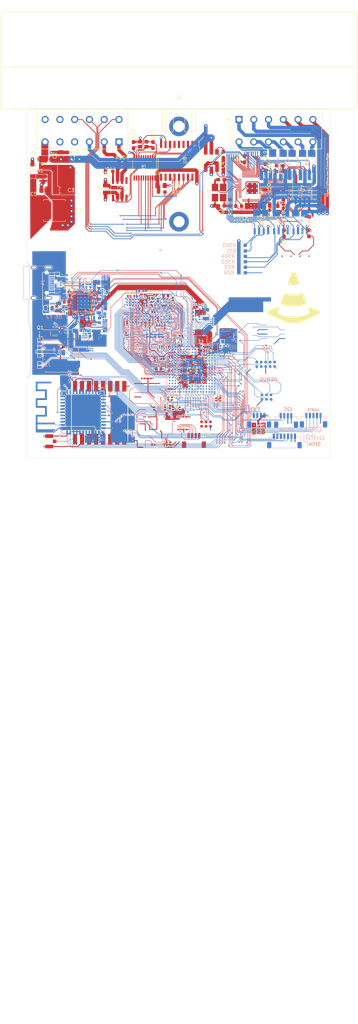
<source format=kicad_pcb>
(kicad_pcb (version 20211014) (generator pcbnew)
  (layers (0 "F.Cu" signal) (1 "In1.Cu" power) (2 "In2.Cu" power) (31 "B.Cu" signal) (34 "B.Paste" user) (35 "F.Paste" user) (36 "B.SilkS" user "B.Silkscreen") (37 "F.SilkS" user "F.Silkscreen") (38 "B.Mask" user) (39 "F.Mask" user) (44 "Edge.Cuts" user))
  (net 0 "")
  (net 1 "/CANH")
  (net 2 "/CANL")
  (net 3 "/G_OUT")
  (net 4 "/R_OUT")
  (net 5 "/B_OUT")
  (net 6 "+5V")
  (net 7 "/LEDG")
  (net 8 "/LEDR")
  (net 9 "/RXD3")
  (net 10 "/TXD3")
  (net 11 "/USB2_D_N")
  (net 12 "/USB2_D_P")
  (net 13 "/LEDB")
  (net 14 "/CAN_TX")
  (net 15 "/CAN_RX")
  (net 16 "/GPO_1")
  (net 17 "/GPO_2")
  (net 18 "/GPO_3")
  (net 19 "/GPO_4")
  (net 20 "/GPO_5")
  (net 22 "/MCP_INT")
  (net 23 "/SPI0_SCLK")
  (net 24 "/SPI0_MOSI")
  (net 25 "/SPI0_MISO")
  (net 26 "+3V3")
  (net 27 "/SPI0_CE0_N")
  (net 28 "/I2C1_SDA")
  (net 29 "/I2C1_SCL")
  (net 30 "GND")
  (net 31 "/MCP_OSC2")
  (net 32 "/GPO_6")
  (net 33 "/MCP_OSC1")
  (net 42 "/MCP_RESET")
  (net 43 "Net-(R15-Pad1)")
  (net 44 "Net-(D1-Pad1)")
  (net 51 "/GPO_7")
  (net 52 "/GPO_8")
  (net 53 "/VIN")
  (net 54 "/GPO_9")
  (net 55 "Net-(C4-Pad1)")
  (net 56 "VCC")
  (net 57 "/LEDA_OUT")
  (net 58 "/GPO_1_OUT")
  (net 59 "/GPO_2_OUT")
  (net 60 "/GPO_6_OUT")
  (net 61 "/GPO_4_OUT")
  (net 62 "/GPO_5_OUT")
  (net 63 "/GPO_3_OUT")
  (net 64 "/GPO_8_OUT")
  (net 65 "/GPO_7_OUT")
  (net 66 "/GPO_9_OUT")
  (net 67 "/LEDA")
  (net 68 "Net-(C7-Pad1)")
  (net 69 "Net-(C8-Pad2)")
  (net 70 "+1V1")
  (net 71 "/PICO_USB_DM")
  (net 72 "/PICO_USB_DP")
  (net 74 "/USB_BOOT")
  (net 75 "/QSPI_SS")
  (net 76 "Net-(R5-Pad1)")
  (net 77 "/QSPI_SD1")
  (net 78 "/QSPI_SD2")
  (net 79 "/QSPI_SD0")
  (net 80 "/QSPI_SCLK")
  (net 81 "/QSPI_SD3")
  (net 82 "Net-(R6-Pad1)")
  (net 83 "Net-(R7-Pad2)")
  (footprint "Custom Components:C_0402_narrow" (layer "F.Cu") (at 74.353 119.3125 90)
    (fp_text reference "C112")
    (fp_text value "0.1uF")
  )
  (footprint "Crystal:Crystal_SMD_2520-4Pin_2.5x2.0mm" (layer "F.Cu") (at 56.875 52.05)
    (fp_text reference "Y2" hide)
    (fp_text value "16mhz" hide)
  )
  (footprint "Custom Components:C_0402_narrow" (layer "F.Cu") (at 68.003046 112.512854 90)
    (fp_text reference "C41")
    (fp_text value "0.22uF")
  )
  (footprint "Custom Components:R_0402_narrow" (layer "F.Cu") (at 33.453 99.2125 -90)
    (fp_text reference "R18")
    (fp_text value "100K")
  )
  (footprint "Package_SO:SOIC-18W_7.5x11.6mm_P1.27mm" (layer "F.Cu") (at 67 56.75 -90)
    (fp_text reference "U8")
    (fp_text value "MCP2515-xSO")
  )
  (footprint "Diode_SMD:D_SOD-123" (layer "F.Cu") (at 25.425 59.5 90)
    (fp_text reference "D1")
    (fp_text value "D_Small" hide)
  )
  (footprint "Custom Components:C_0402_narrow" (layer "F.Cu") (at 72.653 117.4125)
    (fp_text reference "C36")
    (fp_text value "0.22uF")
  )
  (footprint "Custom Components:C_0402_narrow" (layer "F.Cu") (at 73.653 113.0125 -90)
    (fp_text reference "C39")
    (fp_text value "4.7uF")
  )
  (footprint "Custom Components:C_0402_narrow" (layer "F.Cu") (at 60.953 96.1625 -90)
    (fp_text reference "C17")
    (fp_text value "0.22uF")
  )
  (footprint "Package_SO:TSSOP-20_4.4x6.5mm_P0.65mm" (layer "F.Cu") (at 57.25 58.75 -90)
    (fp_text reference "U5")
    (fp_text value "MCP2515-xST")
  )
  (footprint "Custom Components:C_0402_narrow" (layer "F.Cu") (at 65.253 95.9625 90)
    (fp_text reference "C24")
    (fp_text value "0.22uF")
  )
  (footprint "Custom Components:C_0402_narrow" (layer "F.Cu") (at 59.92 126.91 90)
    (fp_text reference "C84")
    (fp_text value "0.1uF")
  )
  (footprint "Custom Components:C_0603_narrow" (layer "F.Cu") (at 37.203 99.5125 90)
    (fp_text reference "C68")
    (fp_text value "100uF")
  )
  (footprint "Custom Components:C_0402_narrow" (layer "F.Cu") (at 59.153 97.1125 90)
    (fp_text reference "C26")
    (fp_text value "0.22uF")
  )
  (footprint "Custom Components:C_0603_narrow" (layer "F.Cu") (at 61.203 115.7625)
    (fp_text reference "C6")
    (fp_text value "10uF")
  )
  (footprint "Custom Components:C_0603_narrow" (layer "F.Cu") (at 38.603 101.2625)
    (fp_text reference "C65")
    (fp_text value "0.1uF")
  )
  (footprint "Custom Components:C_0402_narrow" (layer "F.Cu") (at 72.303 113.0625 180)
    (fp_text reference "C45")
    (fp_text value "0.22uF")
  )
  (footprint "Custom Components:C_0402_narrow" (layer "F.Cu") (at 72.653 116.3125 -90)
    (fp_text reference "C30")
    (fp_text value "0.22uF")
  )
  (footprint "Capacitor_SMD:C_0603_1608Metric_Pad1.08x0.95mm_HandSolder" (layer "F.Cu") (at 83.125 70.45 -90)
    (fp_text reference "C15")
    (fp_text value "0.1uF")
  )
  (footprint "Custom Components:R_0402_narrow" (layer "F.Cu") (at 31.803 104.5625 180)
    (fp_text reference "R22")
    (fp_text value "100K")
  )
  (footprint "Capacitor_SMD:C_0603_1608Metric_Pad1.08x0.95mm_HandSolder" (layer "F.Cu") (at 96.8 77.3 90)
    (fp_text reference "R7")
    (fp_text value "27.4")
  )
  (footprint "Capacitor_SMD:C_0603_1608Metric_Pad1.08x0.95mm_HandSolder" (layer "F.Cu") (at 59.625 52.3 -90)
    (fp_text reference "C21")
    (fp_text value "22pf")
  )
  (footprint "Custom Components:C_0402_narrow" (layer "F.Cu") (at 41.649046 99.162854 180)
    (fp_text reference "C59")
    (fp_text value "1uF")
  )
  (footprint "Package_SO:SOIC-8_5.23x5.23mm_P1.27mm" (layer "F.Cu") (at 101.988687 64.587273 -90)
    (fp_text reference "U7")
    (fp_text value "W25Q128JVS")
  )
  (footprint "Capacitor_SMD:C_0805_2012Metric_Pad1.18x1.45mm_HandSolder" (layer "F.Cu") (at 46.15 64.75 -90)
    (fp_text reference "C11")
    (fp_text value "10uF")
  )
  (footprint "Capacitor_SMD:C_0805_2012Metric_Pad1.18x1.45mm_HandSolder" (layer "F.Cu") (at 61.9 63.75)
    (fp_text reference "C16")
    (fp_text value "10uF")
  )
  (footprint "Custom Components:C_0402_narrow" (layer "F.Cu") (at 76.403 109.8625)
    (fp_text reference "C5")
    (fp_text value "0.22uF")
  )
  (footprint "Custom Components:C_0402_narrow" (layer "F.Cu") (at 59.753 99.6125 180)
    (fp_text reference "C1")
    (fp_text value "2.2pF")
  )
  (footprint "Custom Components:R_0402_narrow" (layer "F.Cu") (at 33.703 105.5125 180)
    (fp_text reference "R25")
    (fp_text value "100K")
  )
  (footprint "Custom Components:C_0402_narrow" (layer "F.Cu") (at 64.449046 121.412854 180)
    (fp_text reference "C47")
    (fp_text value "0.22uF")
  )
  (footprint "Custom Components:C_0402_narrow" (layer "F.Cu") (at 68.353 117.6125)
    (fp_text reference "C12")
    (fp_text value "0.22uF")
  )
  (footprint "ufl:HRS_U.FL-R-SMT-1(10)" (layer "F.Cu") (at 30.19 136.23 90)
    (fp_text reference "AE1" hide)
    (fp_text value "U.FL-R-SMT-1(10)" hide)
  )
  (footprint "Capacitor_SMD:C_0603_1608Metric_Pad1.08x0.95mm_HandSolder" (layer "F.Cu") (at 86.3 70.45 -90)
    (fp_text reference "C24")
    (fp_text value "0.1uF")
  )
  (footprint "Custom Components:R_0402_narrow" (layer "F.Cu") (at 35.953 93.9125)
    (fp_text reference "R11")
    (fp_text value "47")
  )
  (footprint "Custom Components:C_0402_narrow" (layer "F.Cu") (at 72.803 118.5125 -90)
    (fp_text reference "C102")
    (fp_text value "0.22uF")
  )
  (footprint "Custom Components:C_0402_narrow" (layer "F.Cu") (at 57.528 103.0625 -90)
    (fp_text reference "C27")
    (fp_text value "0.22uF")
  )
  (footprint "Custom Components:C_0402_narrow" (layer "F.Cu") (at 52.853 95.0125)
    (fp_text reference "C22")
    (fp_text value "0.22uF")
  )
  (footprint "MountingHole:MountingHole_3.2mm_M3_DIN965_Pad" (layer "F.Cu") (at 67 47 90)
    (fp_text reference "H304" hide)
    (fp_text value "MountingHole_Pad" hide)
  )
  (footprint "Custom Components:R_0402_narrow" (layer "F.Cu") (at 56.79 118.43)
    (fp_text reference "R35")
    (fp_text value "1k")
  )
  (footprint "Custom Components:C_0402_narrow" (layer "F.Cu") (at 71.253 114.8125 180)
    (fp_text reference "C29")
    (fp_text value "4.7uF")
  )
  (footprint "Custom Components:C_0402_narrow" (layer "F.Cu") (at 60.303 94.6125)
    (fp_text reference "C15")
    (fp_text value "0.22uF")
  )
  (footprint "Resistor_SMD:R_0603_1608Metric_Pad0.98x0.95mm_HandSolder" (layer "F.Cu") (at 81.55 68.625 -90)
    (fp_text reference "R5")
    (fp_text value "1k")
  )
  (footprint "Custom Components:R_0402_narrow" (layer "F.Cu") (at 31.803 105.5125 180)
    (fp_text reference "R23")
    (fp_text value "100K")
  )
  (footprint "Custom Components:C_0402_narrow" (layer "F.Cu") (at 71.153 116.4125 -90)
    (fp_text reference "C31")
    (fp_text value "0.22uF")
  )
  (footprint "Capacitor_SMD:C_0603_1608Metric_Pad1.08x0.95mm_HandSolder" (layer "F.Cu") (at 95.05 66.35 -90)
    (fp_text reference "C18")
    (fp_text value "0.1uF")
  )
  (footprint "Custom Components:C_0402_narrow" (layer "F.Cu") (at 41.453 101.8125 -90)
    (fp_text reference "C72")
    (fp_text value "1uF")
  )
  (footprint "Custom Components:C_0603_narrow" (layer "F.Cu") (at 72.053 98.8125 -90)
    (fp_text reference "C28")
    (fp_text value "22uF")
  )
  (footprint "Custom Components:C_0603_narrow" (layer "F.Cu") (at 34.153 110.1625 90)
    (fp_text reference "C92")
    (fp_text value "22uF")
  )
  (footprint "Custom Components:C_0402_narrow" (layer "F.Cu") (at 67.26 126.909999 90)
    (fp_text reference "C90")
    (fp_text value "0.1uF")
  )
  (footprint "Package_SO:SOIC-8_3.9x4.9mm_P1.27mm" (layer "F.Cu") (at 50.185 64.8 90)
    (fp_text reference "U2")
    (fp_text value "SN65HVD230")
  )
  (footprint "Custom Components:C_0603_narrow" (layer "F.Cu") (at 73.253 107.4125 90)
    (fp_text reference "C104")
    (fp_text value "10uF")
  )
  (footprint "Capacitor_SMD:C_0603_1608Metric_Pad1.08x0.95mm_HandSolder" (layer "F.Cu") (at 84.75 70.45 -90)
    (fp_text reference "C9")
    (fp_text value "1uF")
  )
  (footprint "Custom Components:C_0402_narrow" (layer "F.Cu") (at 54.653 95.0125)
    (fp_text reference "C11")
    (fp_text value "0.22uF")
  )
  (footprint "Capacitor_SMD:C_0603_1608Metric_Pad1.08x0.95mm_HandSolder" (layer "F.Cu") (at 79 62.1)
    (fp_text reference "C7")
    (fp_text value "10pF")
  )
  (footprint "Custom Components:C_0402_narrow" (layer "F.Cu") (at 67.603 106.3125)
    (fp_text reference "C20")
    (fp_text value "0.22uF")
  )
  (footprint "Package_TO_SOT_SMD:SOT-23" (layer "F.Cu") (at 29.003 105.7125 90)
    (fp_text reference "Q1")
    (fp_text value "2SK3018")
  )
  (footprint "Capacitor_SMD:C_0805_2012Metric_Pad1.18x1.45mm_HandSolder" (layer "F.Cu") (at 29.024999 65.108041 180)
    (fp_text reference "C5")
    (fp_text value "10uF")
  )
  (footprint "Capacitor_SMD:C_0603_1608Metric_Pad1.08x0.95mm_HandSolder" (layer "F.Cu") (at 79 69.524999)
    (fp_text reference "C8")
    (fp_text value "10pF")
  )
  (footprint "Custom Components:C_0402_narrow" (layer "F.Cu") (at 76.24 111.28)
    (fp_text reference "C114")
    (fp_text value "0.22uF")
  )
  (footprint "Custom Components:C_0402_narrow" (layer "F.Cu") (at 68.353 118.5625)
    (fp_text reference "C46")
    (fp_text value "0.22uF")
  )
  (footprint "TE_DTM1312PA12PBR008:TE_DTM1312PA12PBR008" (layer "F.Cu") (at 67 47 180)
    (fp_text reference "J4")
    (fp_text value "DTM1312PA12PBR008")
  )
  (footprint "rfm69:XCVR_RFM69HW" (layer "F.Cu") (at 44.49 128.13 -90)
    (fp_text reference "U5" hide)
    (fp_text value "RFM69HCW")
  )
  (footprint "Custom Components:R_0402_narrow" (layer "F.Cu") (at 63.94 124.13 90)
    (fp_text reference "R33")
    (fp_text value "27.4")
  )
  (footprint "Jumper:SolderJumper-3_P1.3mm_Open_RoundedPad1.0x1.5mm" (layer "F.Cu") (at 89.62 133.44)
    (fp_text reference "JP1" hide)
    (fp_text value "IO_SW" hide)
  )
  (footprint "Custom Components:C_0402_narrow" (layer "F.Cu") (at 33.703 104.5625)
    (fp_text reference "C66")
    (fp_text value "0.47uF")
  )
  (footprint "Custom Components:C_0402_narrow" (layer "F.Cu") (at 42.153 98.0625 180)
    (fp_text reference "C49")
    (fp_text value "4.7uF")
  )
  (footprint "Custom Components:C_0402_narrow" (layer "F.Cu") (at 72.703 114.6125)
    (fp_text reference "C34")
    (fp_text value "0.22uF")
  )
  (footprint "Capacitor_SMD:C_0603_1608Metric_Pad1.08x0.95mm_HandSolder" (layer "F.Cu") (at 91.225 70.45 -90)
    (fp_text reference "C14")
    (fp_text value "0.1uF")
  )
  (footprint "Custom Components:C_0603_narrow" (layer "F.Cu") (at 32.199046 98.662854 90)
    (fp_text reference "C69")
    (fp_text value "4.7uF")
  )
  (footprint "Custom Components:R_0402_narrow" (layer "F.Cu") (at 64.99 124.13 -90)
    (fp_text reference "R34")
    (fp_text value "27.4")
  )
  (footprint "Custom Components:C_0402_narrow" (layer "F.Cu") (at 68.69 129.29)
    (fp_text reference "C88")
    (fp_text value "0.1uF")
  )
  (footprint "Capacitor_SMD:C_0603_1608Metric_Pad1.08x0.95mm_HandSolder" (layer "F.Cu") (at 96.6 66.35 -90)
    (fp_text reference "C10")
    (fp_text value "0.1uF")
  )
  (footprint "Capacitor_SMD:C_0805_2012Metric_Pad1.18x1.45mm_HandSolder" (layer "F.Cu") (at 33.5 55.35 90)
    (fp_text reference "C2")
    (fp_text value "10uF")
  )
  (footprint "Custom Components:C_0402_narrow" (layer "F.Cu") (at 52.203 102.5625 -90)
    (fp_text reference "C8")
    (fp_text value "0.22uF")
  )
  (footprint "Custom Components:C_0402_narrow" (layer "F.Cu") (at 64.4 126.48 90)
    (fp_text reference "C80")
    (fp_text value "0.1uF")
  )
  (footprint "Resistor_SMD:R_0603_1608Metric_Pad0.98x0.95mm_HandSolder" (layer "F.Cu") (at 48.235 58.8 90)
    (fp_text reference "R15")
    (fp_text value "1k")
  )
  (footprint "Custom Components:C_0402_narrow" (layer "F.Cu") (at 71.703 118.5125 -90)
    (fp_text reference "C37")
    (fp_text value "0.22uF")
  )
  (footprint "Capacitor_SMD:C_0603_1608Metric_Pad1.08x0.95mm_HandSolder" (layer "F.Cu") (at 92.75 68.175 -90)
    (fp_text reference "C12")
    (fp_text value "1uF")
  )
  (footprint "Custom Components:C_0402_narrow" (layer "F.Cu") (at 74.353 117.9125 90)
    (fp_text reference "C95")
    (fp_text value "0.22uF")
  )
  (footprint "Resistor_SMD:R_0603_1608Metric_Pad0.98x0.95mm_HandSolder" (layer "F.Cu") (at 95.6 58.15)
    (fp_text reference "R3")
    (fp_text value "1k")
  )
  (footprint "Custom Components:C_0402_narrow" (layer "F.Cu") (at 73.803 110.5625 180)
    (fp_text reference "C43")
    (fp_text value "0.22uF")
  )
  (footprint "Custom Components:C_0603_narrow" (layer "F.Cu") (at 74.403 108.8125 90)
    (fp_text reference "C44")
    (fp_text value "10uF")
  )
  (footprint "Capacitor_SMD:C_0603_1608Metric_Pad1.08x0.95mm_HandSolder" (layer "F.Cu") (at 103.85 77.275 -90)
    (fp_text reference "R6")
    (fp_text value "27.4")
  )
  (footprint "Custom Components:C_0402_narrow" (layer "F.Cu") (at 39.803 99.4625 90)
    (fp_text reference "C48")
    (fp_text value "4.7uF")
  )
  (footprint "Connector_JST:JST_SH_BM04B-SRSS-TB_1x04-1MP_P1.00mm_Vertical" (layer "F.Cu") (at 71.24 135.98 180)
    (fp_text reference "J11" hide)
    (fp_text value "Conn_01x05" hide)
  )
  (footprint "Custom Components:C_0402_narrow" (layer "F.Cu") (at 73.703 98.8625 -90)
    (fp_text reference "C40")
    (fp_text value "0.22uF")
  )
  (footprint "Custom Components:C_0402_narrow" (layer "F.Cu") (at 60.933012 101.66071 -90)
    (fp_text reference "C18")
    (fp_text value "0.22uF")
  )
  (footprint "Capacitor_SMD:C_0603_1608Metric_Pad1.08x0.95mm_HandSolder" (layer "F.Cu") (at 89.625 70.45 -90)
    (fp_text reference "C13")
    (fp_text value "0.1uF")
  )
  (footprint "WS2815B:worldsemi-WS2815B-MFG" (layer "F.Cu") (at 76.175 56.675 -90)
    (fp_text reference "U9")
    (fp_text value "WS2815B" hide)
  )
  (footprint "Capacitor_SMD:C_0603_1608Metric_Pad1.08x0.95mm_HandSolder" (layer "F.Cu") (at 35.35 55.25 90)
    (fp_text reference "C20")
    (fp_text value "0.1uF")
  )
  (footprint "Custom Components:R_0402_narrow" (layer "F.Cu") (at 59.71 137.21 180)
    (fp_text reference "R32")
    (fp_text value "1k")
  )
  (footprint "Custom Components:R_0402_narrow" (layer "F.Cu") (at 57.428 97.6625)
    (fp_text reference "R1")
    (fp_text value "470")
  )
  (footprint "Connector:Tag-Connect_TC2030-IDC-NL_2x03_P1.27mm_Vertical" (layer "F.Cu") (at 74.67 131.345)
    (fp_text reference "J10")
    (fp_text value "TC2030-IDC" hide)
  )
  (footprint "Custom Components:C_0603_narrow" (layer "F.Cu") (at 63.253 94.9125)
    (fp_text reference "C16")
    (fp_text value "22uF")
  )
  (footprint "RP2040:RP2040-QFN-56" (layer "F.Cu") (at 87.75 64.55 -90)
    (fp_text reference "U10")
    (fp_text value "RP2040")
  )
  (footprint "Custom Components:R_0402_narrow" (layer "F.Cu") (at 78.703 124.3625 -90)
    (fp_text reference "R17")
    (fp_text value "4.7K")
  )
  (footprint "Custom Components:C_0402_narrow" (layer "F.Cu") (at 63.04 126.91 90)
    (fp_text reference "C81")
    (fp_text value "1uF")
  )
  (footprint "Custom Components:C_0402_narrow" (layer "F.Cu") (at 69.003 114.6125 180)
    (fp_text reference "C32")
    (fp_text value "0.22uF")
  )
  (footprint "Inductor_SMD:L_Bourns_SRN6045TA" (layer "F.Cu") (at 31.675 70.825)
    (fp_text reference "L1")
    (fp_text value "6.8uH")
  )
  (footprint "Custom Components:C_0402_narrow" (layer "F.Cu") (at 42.303 95.8625 180)
    (fp_text reference "C62")
    (fp_text value "4.7uF")
  )
  (footprint "Custom Components:R_0402_narrow" (layer "F.Cu") (at 77.553 124.3625 90)
    (fp_text reference "R16")
    (fp_text value "4.7K")
  )
  (footprint "Custom Components:C_0402_narrow" (layer "F.Cu") (at 68.768 119.7106 -90)
    (fp_text reference "C113")
    (fp_text value "0.1uF")
  )
  (footprint "Custom Components:R_0402_narrow" (layer "F.Cu") (at 64.542142 116.210918 180)
    (fp_text reference "R4")
    (fp_text value "10K")
  )
  (footprint "Custom Components:R_0402_narrow" (layer "F.Cu") (at 64.633012 112.26071 180)
    (fp_text reference "R3")
    (fp_text value "240")
  )
  (footprint "Custom Components:C_0402_narrow" (layer "F.Cu") (at 38.753 99.4625 90)
    (fp_text reference "C51")
    (fp_text value "1uF")
  )
  (footprint "Custom Components:C_0603_narrow" (layer "F.Cu") (at 76.603 108.6125)
    (fp_text reference "C42")
    (fp_text value "10uF")
  )
  (footprint "Custom Components:C_0402_narrow" (layer "F.Cu") (at 73.053 109.1625 180)
    (fp_text reference "C103")
    (fp_text value "0.1uF")
  )
  (footprint "Custom Components:C_0402_narrow" (layer "F.Cu") (at 56.953 94.6125 180)
    (fp_text reference "C14")
    (fp_text value "0.22uF")
  )
  (footprint "Custom Components:C_0402_narrow" (layer "F.Cu") (at 67.452892 109.112862)
    (fp_text reference "C2")
    (fp_text value "2.2pF")
  )
  (footprint "Custom Components:C_0402_narrow" (layer "F.Cu") (at 62.353 112.9625 180)
    (fp_text reference "C13")
    (fp_text value "0.22uF")
  )
  (footprint "Custom Components:C_0402_narrow" (layer "F.Cu") (at 74.353 115.9125 90)
    (fp_text reference "C94")
    (fp_text value "0.22uF")
  )
  (footprint "Resistor_SMD:R_0603_1608Metric_Pad0.98x0.95mm_HandSolder" (layer "F.Cu") (at 50.885 57.6 180)
    (fp_text reference "R104")
    (fp_text value "120, DNP")
  )
  (footprint "Custom Components:C_0402_narrow" (layer "F.Cu") (at 42.303 97.0125 180)
    (fp_text reference "C50")
    (fp_text value "4.7uF")
  )
  (footprint "Custom Components:C_0402_narrow" (layer "F.Cu") (at 61.103 103.4625)
    (fp_text reference "C19")
    (fp_text value "0.22uF")
  )
  (footprint "Custom Components:C_0603_narrow" (layer "F.Cu") (at 36.703 95.1125)
    (fp_text reference "C67")
    (fp_text value "100uF")
  )
  (footprint "logos:cone" (layer "F.Cu") (at 99.5 95.5)
    (fp_text reference "G***")
    (fp_text value "LOGO" hide)
  )
  (footprint "Custom Components:C_0402_narrow" (layer "F.Cu") (at 69.403 116.2125 180)
    (fp_text reference "C33")
    (fp_text value "0.22uF")
  )
  (footprint "Custom Components:C_0603_narrow" (layer "F.Cu") (at 35.103 96.8125 180)
    (fp_text reference "C70")
    (fp_text value "4.7uF")
  )
  (footprint "Custom Components:C_0402_narrow" (layer "F.Cu") (at 62.728 97.8625)
    (fp_text reference "C3")
    (fp_text value "2.2pF")
  )
  (footprint "Custom Components:C_0402_narrow" (layer "F.Cu") (at 58.953 95.6125)
    (fp_text reference "C21")
    (fp_text value "0.22uF")
  )
  (footprint "Custom Components:C_0402_narrow" (layer "F.Cu") (at 74.603 114.4625 180)
    (fp_text reference "C100")
    (fp_text value "0.1uF")
  )
  (footprint "Custom Components:C_0402_narrow" (layer "F.Cu") (at 63.53 136.87 -90)
    (fp_text reference "C82")
    (fp_text value "0.1uF")
  )
  (footprint "Diode_SMD:D_SOD-123" (layer "F.Cu") (at 29.500001 56.3)
    (fp_text reference "D2")
    (fp_text value "D_Small" hide)
  )
  (footprint "Custom Components:R_0402_narrow" (layer "F.Cu") (at 74.503 113.0125 -90)
    (fp_text reference "FB1")
    (fp_text value "Bead")
  )
  (footprint "Capacitor_SMD:C_0603_1608Metric_Pad1.08x0.95mm_HandSolder" (layer "F.Cu") (at 95.025 70.45 -90)
    (fp_text reference "C23")
    (fp_text value "0.1uF")
  )
  (footprint "Custom Components:C_0603_narrow" (layer "F.Cu") (at 70.353 113.0125 90)
    (fp_text reference "C35")
    (fp_text value "22uF")
  )
  (footprint "Custom Components:C_0402_narrow" (layer "F.Cu") (at 67.503 114.6125)
    (fp_text reference "C7")
    (fp_text value "0.22uF")
  )
  (footprint "Custom Components:C_0402_narrow" (layer "F.Cu") (at 58.528 102.3625 -90)
    (fp_text reference "C25")
    (fp_text value "0.22uF")
  )
  (footprint "Custom Components:R_0402_narrow" (layer "F.Cu") (at 60.153 113.0125 90)
    (fp_text reference "R5")
    (fp_text value "10K")
  )
  (footprint "LED_SMD:LED_0402_1005Metric" (layer "F.Cu") (at 34.503 94.2775 90)
    (fp_text reference "D3")
    (fp_text value "LED")
  )
  (footprint "Custom Components:C_0402_narrow" (layer "F.Cu") (at 58.57 118.42)
    (fp_text reference "C89")
    (fp_text value "1uF")
  )
  (footprint "AP1509-50SG-13:SO08" (layer "F.Cu") (at 31.099999 60.505 -90)
    (fp_text reference "U304" hide)
    (fp_text value "AP1509")
  )
  (footprint "MountingHole:MountingHole_3.2mm_M3_DIN965_Pad" (layer "F.Cu") (at 67 74 90)
    (fp_text reference "H302" hide)
    (fp_text value "MountingHole_Pad" hide)
  )
  (footprint "Custom Components:C_0402_narrow" (layer "F.Cu") (at 32.353 110.2125 90)
    (fp_text reference "C93")
    (fp_text value "0.1uF")
  )
  (footprint "Custom Components:C_0402_narrow" (layer "F.Cu") (at 65.3 126.91 -90)
    (fp_text reference "C83")
    (fp_text value "0.1uF")
  )
  (footprint "Capacitor_SMD:C_0603_1608Metric_Pad1.08x0.95mm_HandSolder" (layer "F.Cu") (at 79.575 55.025 -90)
    (fp_text reference "C4")
    (fp_text value "0.1uF")
  )
  (footprint "Capacitor_SMD:C_0603_1608Metric_Pad1.08x0.95mm_HandSolder" (layer "F.Cu") (at 103.95 71.75 -90)
    (fp_text reference "C6")
    (fp_text value "1uF")
  )
  (footprint "Custom Components:C_0402_narrow" (layer "F.Cu") (at 68.69 132.88)
    (fp_text reference "C87")
    (fp_text value "0.1uF")
  )
  (footprint "Capacitor_SMD:C_0805_2012Metric_Pad1.18x1.45mm_HandSolder" (layer "F.Cu") (at 33.3 65.108041)
    (fp_text reference "C3")
    (fp_text value "10uF")
  )
  (footprint "Custom Components:C_0603_narrow" (layer "F.Cu") (at 70.353 118.6125 -90)
    (fp_text reference "C38")
    (fp_text value "22uF")
  )
  (footprint "Custom Components:C_0402_narrow" (layer "F.Cu") (at 63.753 109.4125)
    (fp_text reference "C4")
    (fp_text value "2.2pF")
  )
  (footprint "Capacitor_SMD:C_0603_1608Metric_Pad1.08x0.95mm_HandSolder" (layer "F.Cu") (at 85.6 56.288914 90)
    (fp_text reference "C17")
    (fp_text value "0.1uF")
  )
  (footprint "Resistor_SMD:R_0603_1608Metric_Pad0.98x0.95mm_HandSolder" (layer "F.Cu") (at 62.1 65.6)
    (fp_text reference "R16")
    (fp_text value "10k")
  )
  (footprint "Capacitor_SMD:C_0603_1608Metric_Pad1.08x0.95mm_HandSolder" (layer "F.Cu") (at 91.49024 58.563824 90)
    (fp_text reference "C19")
    (fp_text value "0.1uF")
  )
  (footprint "Custom Components:C_0402_narrow" (layer "F.Cu") (at 40.753 94.6125 -90)
    (fp_text reference "C61")
    (fp_text value "1uF")
  )
  (footprint "Custom Components:R_0402_narrow" (layer "F.Cu") (at 31.803 107.0125 180)
    (fp_text reference "R24")
    (fp_text value "DNP")
  )
  (footprint "Capacitor_SMD:C_0603_1608Metric_Pad1.08x0.95mm_HandSolder" (layer "F.Cu") (at 54.125 52.3 -90)
    (fp_text reference "C22")
    (fp_text value "22pf")
  )
  (footprint "Custom Components:C_0402_narrow" (layer "F.Cu") (at 64.49 136.88 -90)
    (fp_text reference "C79")
    (fp_text value "1uF")
  )
  (footprint "Resistor_SMD:R_0603_1608Metric_Pad0.98x0.95mm_HandSolder" (layer "F.Cu") (at 95.6 59.75 180)
    (fp_text reference "R4")
    (fp_text value "10k,DNF")
  )
  (footprint "Crystal:Crystal_SMD_3225-4Pin_3.2x2.5mm_HandSoldering" (layer "F.Cu") (at 78.35 65.725 90)
    (fp_text reference "Y3")
    (fp_text value "12mhz")
  )
  (footprint "Custom Components:C_0402_narrow" (layer "F.Cu") (at 68.003 116.2125)
    (fp_text reference "C10")
    (fp_text value "0.22uF")
  )
  (footprint "Custom Components:C_0402_narrow" (layer "F.Cu") (at 62.928 103.7625 -90)
    (fp_text reference "C9")
    (fp_text value "0.22uF")
  )
  (footprint "Custom Components:R_0402_narrow" (layer "B.Cu") (at 79.803 109.5625 -90)
    (fp_text reference "R54")
    (fp_text value "499")
  )
  (footprint "Custom Components:L_0805_narrow" (layer "B.Cu") (at 44.253 98.9125 90)
    (fp_text reference "L2")
    (fp_text value "1uH")
  )
  (footprint "Package_DFN_QFN:QFN-40-1EP_5x5mm_P0.4mm_EP3.6x3.6mm_ThermalVias" (layer "B.Cu") (at 39.7855 96.9995 -90)
    (fp_text reference "U6")
    (fp_text value "PF1550")
  )
  (footprint "Custom Components:R_0402_narrow" (layer "B.Cu") (at 35.503 98.9125 180)
    (fp_text reference "R13")
    (fp_text value "4.7K")
  )
  (footprint "Custom Components:R_0402_narrow" (layer "B.Cu") (at 71.353 100.6625)
    (fp_text reference "SB4")
    (fp_text value "4.7K")
  )
  (footprint "Custom Components:R_0402_narrow" (layer "B.Cu") (at 34.89 89.13 180)
    (fp_text reference "R26")
    (fp_text value "5.1k")
  )
  (footprint "Custom Components:RL-SM02BD(RTL8723BS)" (layer "B.Cu") (at 39.788512 127.9925)
    (fp_text reference "MOD1" hide)
    (fp_text value "RTL8723BS")
  )
  (footprint "Package_SO:SO-8_3.9x4.9mm_P1.27mm" (layer "B.Cu") (at 92.3 57.225 90)
    (fp_text reference "Q7")
    (fp_text value "Q_Dual_NMOS_S1G1S2G2D2D2D1D1")
  )
  (footprint "Custom Components:C_0402_narrow" (layer "B.Cu") (at 59.052892 106.312862 90)
    (fp_text reference "C109")
    (fp_text value "0.1uF")
  )
  (footprint "Custom Components:R_0402_narrow" (layer "B.Cu") (at 45.603 101.4625 -90)
    (fp_text reference "R9")
    (fp_text value "0.02")
  )
  (footprint "Custom Components:C_0603_narrow" (layer "B.Cu") (at 45.103 104.9625 180)
    (fp_text reference "C63")
    (fp_text value "1uF")
  )
  (footprint "Custom Components:C_0402_narrow" (layer "B.Cu") (at 42.553 101.6625)
    (fp_text reference "C64")
    (fp_text value "1uF")
  )
  (footprint "Custom Components:R_0402_narrow" (layer "B.Cu") (at 79.19 112.08 180)
    (fp_text reference "R52")
    (fp_text value "4.7K")
  )
  (footprint "Custom Components:R_0402_narrow" (layer "B.Cu") (at 71.353 98.6625)
    (fp_text reference "SB1")
    (fp_text value "4.7K")
  )
  (footprint "Custom Components:R_0402_narrow" (layer "B.Cu") (at 61.252892 106.312862 90)
    (fp_text reference "R51")
    (fp_text value "1.5K")
  )
  (footprint "Custom Components:R_0402_narrow" (layer "B.Cu") (at 45.303 92.9125 90)
    (fp_text reference "R10")
    (fp_text value "0.02")
  )
  (footprint "Custom Components:R_0402_narrow" (layer "B.Cu") (at 52.00342 105.807104 -90)
    (fp_text reference "R2")
    (fp_text value "10K")
  )
  (footprint "RF_Antenna:Texas_SWRA117D_2.4GHz_Left" (layer "B.Cu") (at 31.515 131.18 -90)
    (fp_text reference "ANT1" hide)
    (fp_text value "PCB_ANTENNA" hide)
  )
  (footprint "Package_SO:SO-8_3.9x4.9mm_P1.27mm" (layer "B.Cu") (at 103.35 57.225 90)
    (fp_text reference "Q5")
    (fp_text value "Q_Dual_NMOS_S1G1S2G2D2D2D1D1")
  )
  (footprint "Custom Components:R_0402_narrow" (layer "B.Cu") (at 39.803 92.1625 90)
    (fp_text reference "R41")
    (fp_text value "0R")
  )
  (footprint "Custom Components:C_0603_narrow" (layer "B.Cu") (at 45.953 95.8125 -90)
    (fp_text reference "C53")
    (fp_text value "10uF")
  )
  (footprint "Connector_JST:JST_SH_BM07B-SRSS-TB_1x07-1MP_P1.00mm_Vertical" (layer "B.Cu") (at 96.9 136.12)
    (fp_text reference "J8" hide)
    (fp_text value "ECSPI4")
  )
  (footprint "Package_SO:SO-8_3.9x4.9mm_P1.27mm" (layer "B.Cu") (at 101.4 74.15 90)
    (fp_text reference "Q6")
    (fp_text value "Q_Dual_NMOS_S1G1S2G2D2D2D1D1")
  )
  (footprint "Connector_JST:JST_SH_BM04B-SRSS-TB_1x04-1MP_P1.00mm_Vertical" (layer "B.Cu") (at 89.72 130.27)
    (fp_text reference "J9" hide)
    (fp_text value "PWM")
  )
  (footprint "Connector_USB:USB_C_Receptacle_HRO_TYPE-C-31-M-12" (layer "B.Cu") (at 26.83 91.28 90)
    (fp_text reference "J4")
    (fp_text value "USB_C_Receptacle_USB2.0" hide)
  )
  (footprint "Resistor_SMD:R_0603_1608Metric_Pad0.98x0.95mm_HandSolder" (layer "B.Cu") (at 84.875 80.675 180)
    (fp_text reference "R303")
    (fp_text value "100k")
  )
  (footprint "Custom Components:R_0402_narrow" (layer "B.Cu") (at 35.843 94.1225 -90)
    (fp_text reference "R15")
    (fp_text value "100K")
  )
  (footprint "Custom Components:R_0402_narrow" (layer "B.Cu") (at 35.503 99.9125)
    (fp_text reference "R14")
    (fp_text value "DNP")
  )
  (footprint "Connector_JST:JST_SH_BM04B-SRSS-TB_1x04-1MP_P1.00mm_Vertical" (layer "B.Cu") (at 97.36 130.31)
    (fp_text reference "J7" hide)
    (fp_text value "I2C4")
  )
  (footprint "Custom Components:R_0402_narrow" (layer "B.Cu") (at 39.903 105.3125 -90)
    (fp_text reference "R8")
    (fp_text value "0.02")
  )
  (footprint "Custom Components:C_0402_narrow" (layer "B.Cu") (at 62.352892 106.312862 -90)
    (fp_text reference "C111")
    (fp_text value "0.1uF")
  )
  (footprint "Custom Components:C_0402_narrow" (layer "B.Cu") (at 72.803 101.3125 90)
    (fp_text reference "C96")
    (fp_text value "18pF")
  )
  (footprint "Custom Components:C_0603_narrow" (layer "B.Cu") (at 44.253 92.1625 90)
    (fp_text reference "C54")
    (fp_text value "10uF")
  )
  (footprint "Package_SO:SO-8_3.9x4.9mm_P1.27mm" (layer "B.Cu") (at 90.375 74.15 90)
    (fp_text reference "Q3")
    (fp_text value "Q_Dual_NMOS_S1G1S2G2D2D2D1D1" hide)
  )
  (footprint "Resistor_SMD:R_0603_1608Metric_Pad0.98x0.95mm_HandSolder" (layer "B.Cu") (at 90.325 62.65 -90)
    (fp_text reference "R27")
    (fp_text value "100k")
  )
  (footprint "Custom Components:R_0402_narrow" (layer "B.Cu") (at 71.360999 99.6625)
    (fp_text reference "SB2")
    (fp_text value "4.7K")
  )
  (footprint "Custom Components:R_0402_narrow" (layer "B.Cu") (at 78.753 109.5625 -90)
    (fp_text reference "R53")
    (fp_text value "1M")
  )
  (footprint "Crystal:Crystal_SMD_3215-2Pin_3.2x1.5mm" (layer "B.Cu") (at 74.603 100.2125 -90)
    (fp_text reference "Y1" hide)
    (fp_text value "32.768 kHz")
  )
  (footprint "Connector:Tag-Connect_TC2030-IDC-FP_2x03_P1.27mm_Vertical" (layer "B.Cu") (at 91.821 123.708 180)
    (fp_text reference "J3" hide)
    (fp_text value "TC2030-IDC")
  )
  (footprint "Connector_JST:JST_SH_BM05B-SRSS-TB_1x05-1MP_P1.00mm_Vertical" (layer "B.Cu") (at 105.14 130.23)
    (fp_text reference "J6" hide)
    (fp_text value "UART5")
  )
  (footprint "Custom Components:L_0805_narrow" (layer "B.Cu") (at 39.403 102.4125 90)
    (fp_text reference "L1")
    (fp_text value "1uH")
  )
  (footprint "Custom Components:C_0603_narrow" (layer "B.Cu") (at 45.953 99.4125 90)
    (fp_text reference "C56")
    (fp_text value "10uF")
  )
  (footprint "Custom Components:R_0402_narrow" (layer "B.Cu") (at 34.89 90.38 180)
    (fp_text reference "R27")
    (fp_text value "5.1k")
  )
  (footprint "Diode_SMD:D_0805_2012Metric" (layer "B.Cu") (at 30.053 98.5025 180)
    (fp_text reference "F2")
    (fp_text value "Polyfuse")
  )
  (footprint "Custom Components:C_0402_narrow" (layer "B.Cu") (at 57.952892 106.312862 90)
    (fp_text reference "C110")
    (fp_text value "4.7uF")
  )
  (footprint "Resistor_SMD:R_0603_1608Metric_Pad0.98x0.95mm_HandSolder" (layer "B.Cu") (at 84.9 82.3 180)
    (fp_text reference "R31")
    (fp_text value "100k")
  )
  (footprint "Custom Components:DDR3_BGA96" (layer "B.Cu") (at 58.328 99.2625 90)
    (fp_text reference "U2")
    (fp_text value "DDR3_BGA96")
  )
  (footprint "Custom Components:C_0402_narrow" (layer "B.Cu") (at 61.803 109.2625 180)
    (fp_text reference "C23")
    (fp_text value "0.22uF")
  )
  (footprint "Custom Components:C_0402_narrow" (layer "B.Cu") (at 47.5715 123.5135)
    (fp_text reference "C74")
    (fp_text value "4.7F")
  )
  (footprint "Custom Components:R_0402_narrow" (layer "B.Cu") (at 71.353 101.6625)
    (fp_text reference "SB3")
    (fp_text value "4.7K")
  )
  (footprint "Custom Components:R_0402_narrow" (layer "B.Cu") (at 34.503 94.9625 -90)
    (fp_text reference "R12")
    (fp_text value "DNP")
  )
  (footprint "Custom Components:IMX6UL_BGA289" (layer "B.Cu") (at 70.753 115.8125)
    (fp_text reference "U1")
    (fp_text value "IMX6UL_BGA289")
  )
  (footprint "Custom Components:C_0402_narrow" (layer "B.Cu") (at 41.003 109.5625 90)
    (fp_text reference "C52")
    (fp_text value "4.7uF")
  )
  (footprint "Oscillator:Oscillator_SMD_EuroQuartz_XO32-4Pin_3.2x2.5mm" (layer "B.Cu") (at 80.223 106.8725)
    (fp_text reference "XTAL2" hide)
    (fp_text value "24MHz 50ppm")
  )
  (footprint "Custom Components:R_0402_narrow" (layer "B.Cu") (at 60.152892 106.312862 -90)
    (fp_text reference "R42")
    (fp_text value "1.5K")
  )
  (footprint "Custom Components:R_0402_narrow" (layer "B.Cu") (at 40.753 92.1625 90)
    (fp_text reference "R19")
    (fp_text value "100K")
  )
  (footprint "Custom Components:C_0603_narrow" (layer "B.Cu") (at 44.453 101.9625 -90)
    (fp_text reference "C55")
    (fp_text value "10uF")
  )
  (footprint "Resistor_SMD:R_0603_1608Metric_Pad0.98x0.95mm_HandSolder" (layer "B.Cu") (at 95.9 62.675 -90)
    (fp_text reference "R9")
    (fp_text value "100k")
  )
  (footprint "Custom Components:C_0402_narrow" (layer "B.Cu") (at 79.54 111.1625)
    (fp_text reference "C101")
    (fp_text value "1uF")
  )
  (footprint "Custom Components:C_0402_narrow" (layer "B.Cu") (at 80.803 109.5625 -90)
    (fp_text reference "C98")
    (fp_text value "18pF")
  )
  (footprint "Custom Components:L_0805_narrow" (layer "B.Cu") (at 44.253 95.0625 -90)
    (fp_text reference "L3")
    (fp_text value "1uH")
  )
  (footprint "Package_SO:SO-8_3.9x4.9mm_P1.27mm" (layer "B.Cu") (at 95.9 74.15 90)
    (fp_text reference "Q4")
    (fp_text value "Q_Dual_NMOS_S1G1S2G2D2D2D1D1" hide)
  )
  (footprint "Inductor_SMD:L_01005_0402Metric_Pad0.57x0.30mm_HandSolder" (layer "B.Cu") (at 43.74 121.03)
    (fp_text reference "L4")
    (fp_text value "3.3uH")
  )
  (footprint "Custom Components:C_0402_narrow" (layer "B.Cu") (at 82.349046 107.612854 -90)
    (fp_text reference "C99")
    (fp_text value "18pF")
  )
  (footprint "Connector:Tag-Connect_TC2050-IDC-FP_2x05_P1.27mm_Vertical" (layer "B.Cu") (at 91.591 114.418 180)
    (fp_text reference "J2" hide)
    (fp_text value "TAG_CONNECT_JTAG")
  )
  (footprint "Custom Components:R_0402_narrow" (layer "B.Cu") (at 47.497 128.8875 180)
    (fp_text reference "R30")
    (fp_text value "7.13")
  )
  (footprint "Resistor_SMD:R_0603_1608Metric_Pad0.98x0.95mm_HandSolder" (layer "B.Cu") (at 101.475 62.675 -90)
    (fp_text reference "R10")
    (fp_text value "100k")
  )
  (footprint "Resistor_SMD:R_0603_1608Metric_Pad0.98x0.95mm_HandSolder" (layer "B.Cu") (at 84.9 88.475 180)
    (fp_text reference "R29")
    (fp_text value "100k")
  )
  (footprint "Resistor_SMD:R_0603_1608Metric_Pad0.98x0.95mm_HandSolder" (layer "B.Cu") (at 84.9 83.825 180)
    (fp_text reference "R304")
    (fp_text value "100k")
  )
  (footprint "Custom Components:R_0402_narrow" (layer "B.Cu") (at 57.273 93.6725 180)
    (fp_text reference "R7")
    (fp_text value "240")
  )
  (footprint "Resistor_SMD:R_0603_1608Metric_Pad0.98x0.95mm_HandSolder" (layer "B.Cu") (at 98.475 62.675 -90)
    (fp_text reference "R13")
    (fp_text value "100k")
  )
  (footprint "Custom Components:C_0402_narrow" (layer "B.Cu") (at 40.903 102.5625 -90)
    (fp_text reference "C71")
    (fp_text value "1uF")
  )
  (footprint "Diode_SMD:D_0805_2012Metric" (layer "B.Cu") (at 32.853 98.1125 -90)
    (fp_text reference "D6")
    (fp_text value "D_Schottky")
  )
  (footprint "Custom Components:R_0402_narrow" (layer "B.Cu") (at 55.303 93.6725)
    (fp_text reference "R6")
    (fp_text value "240")
  )
  (footprint "Resistor_SMD:R_0603_1608Metric_Pad0.98x0.95mm_HandSolder" (layer "B.Cu") (at 92.875 62.65 -90)
    (fp_text reference "R24")
    (fp_text value "100k")
  )
  (footprint "Custom Components:R_0402_narrow" (layer "B.Cu") (at 82.349046 105.662854 90)
    (fp_text reference "R55")
    (fp_text value "2.2M")
  )
  (footprint "Custom Components:R_0402_narrow" (layer "B.Cu") (at 44.3225 135.507 90)
    (fp_text reference "R28")
    (fp_text value "1k")
  )
  (footprint "Custom Components:R_0402_narrow" (layer "B.Cu") (at 38.863 92.1625 -90)
    (fp_text reference "R20")
    (fp_text value "0R")
  )
  (footprint "Custom Components:R_0402_narrow" (layer "B.Cu") (at 36.353 118.8375)
    (fp_text reference "R29")
    (fp_text value "1k")
  )
  (footprint "Custom Components:C_0603_narrow" (layer "B.Cu") (at 41.953 104.9625)
    (fp_text reference "C58")
    (fp_text value "10uF")
  )
  (footprint "Resistor_SMD:R_0603_1608Metric_Pad0.98x0.95mm_HandSolder" (layer "B.Cu") (at 84.9 85.35 180)
    (fp_text reference "R302")
    (fp_text value "100k")
  )
  (footprint "Package_SO:SO-8_3.9x4.9mm_P1.27mm" (layer "B.Cu") (at 97.8 57.225 90)
    (fp_text reference "Q2")
    (fp_text value "Q_Dual_NMOS_S1G1S2G2D2D2D1D1")
  )
  (footprint "Custom Components:uSD_104031" (layer "B.Cu") (at 27.195 110.63 90)
    (fp_text reference "J1")
    (fp_text value "SD-104031")
  )
  (footprint "Custom Components:C_0603_narrow" (layer "B.Cu") (at 42.353 106.4625)
    (fp_text reference "C57")
    (fp_text value "10uF")
  )
  (footprint "Custom Components:C_0402_narrow" (layer "B.Cu") (at 72.803 99.1125 -90)
    (fp_text reference "C97")
    (fp_text value "18pF")
  )
  (footprint "Custom Components:C_0402_narrow" (layer "B.Cu") (at 42.903 100.5625 -90)
    (fp_text reference "C60")
    (fp_text value "4.7uF")
  )
  (footprint "Resistor_SMD:R_0603_1608Metric_Pad0.98x0.95mm_HandSolder" (layer "B.Cu") (at 104.075 62.675 -90)
    (fp_text reference "R14")
    (fp_text value "100k")
  )
  (footprint "Custom Components:R_0402_narrow" (layer "B.Cu") (at 41.803 92.1625 90)
    (fp_text reference "R21")
    (fp_text value "100K")
  )
  (footprint "Resistor_SMD:R_0603_1608Metric_Pad0.98x0.95mm_HandSolder" (layer "B.Cu") (at 84.9 86.9 180)
    (fp_text reference "R23")
    (fp_text value "100k")
  )
  (gr_line (start 105.29 132.48) (end 105.29 132.23) (layer "B.SilkS") (width 0.15))
  (gr_line (start 104.24 132.48) (end 104.24 132.23) (layer "B.SilkS") (width 0.15))
  (gr_line (start 95.94 132.38) (end 95.94 132.23) (layer "B.SilkS") (width 0.15))
  (gr_line (start 107.19 132.38) (end 107.19 132.23) (layer "B.SilkS") (width 0.15))
  (gr_line (start 89.39 132.58) (end 89.39 132.43) (layer "B.SilkS") (width 0.15))
  (gr_line (start 96.94 132.38) (end 96.94 132.23) (layer "B.SilkS") (width 0.15))
  (gr_line (start 91.39 132.58) (end 91.39 132.43) (layer "B.SilkS") (width 0.15))
  (gr_line (start 103.34 132.53) (end 103.34 132.23) (layer "B.SilkS") (width 0.15))
  (gr_line (start 88.39 132.58) (end 88.39 132.43) (layer "B.SilkS") (width 0.15))
  (gr_line (start 97.94 132.38) (end 97.94 132.23) (layer "B.SilkS") (width 0.15))
  (gr_line (start 90.39 132.58) (end 90.39 132.43) (layer "B.SilkS") (width 0.15))
  (gr_line (start 106.24 132.48) (end 106.24 132.23) (layer "B.SilkS") (width 0.15))
  (gr_line (start 103.44 137.88) (end 103.439999 136.38) (layer "B.SilkS") (width 0.15))
  (gr_line (start 102.440001 136.38) (end 102.44 134.38) (layer "B.SilkS") (width 0.15))
  (gr_line (start 103.439999 136.38) (end 102.440001 136.38) (layer "B.SilkS") (width 0.15))
  (gr_line (start 98.94 132.38) (end 98.94 132.23) (layer "B.SilkS") (width 0.15))
  (gr_line (start 110 43) (end 110 140.5) (layer "Edge.Cuts") (width 0.05))
  (gr_arc (start 24 43) (mid 24.292893 42.292893) (end 25 42) (layer "Edge.Cuts") (width 0.05))
  (gr_line (start 59.146447 141) (end 25 141) (layer "Edge.Cuts") (width 0.05))
  (gr_line (start 25 42) (end 109 42) (layer "Edge.Cuts") (width 0.05))
  (gr_line (start 24.89 104.13) (end 24.39 103) (layer "Edge.Cuts") (width 0.15))
  (gr_line (start 24.64 95.63) (end 24.39 97) (layer "Edge.Cuts") (width 0.15))
  (gr_line (start 24.39 97) (end 24.39 103) (layer "Edge.Cuts") (width 0.15))
  (gr_line (start 24 85.5) (end 24.64 86.88) (layer "Edge.Cuts") (width 0.15))
  (gr_arc (start 110 140.5) (mid 109.853553 140.853553) (end 109.5 141) (layer "Edge.Cuts") (width 0.05))
  (gr_arc (start 109 42) (mid 109.707107 42.292893) (end 110 43) (layer "Edge.Cuts") (width 0.05))
  (gr_line (start 24.89 117.13) (end 24 118.5) (layer "Edge.Cuts") (width 0.15))
  (gr_arc (start 25 141) (mid 24.292893 140.707107) (end 24 140) (layer "Edge.Cuts") (width 0.05))
  (gr_line (start 24.89 104.13) (end 24.89 117.13) (layer "Edge.Cuts") (width 0.15))
  (gr_line (start 59.146447 141) (end 109.5 141) (layer "Edge.Cuts") (width 0.05))
  (gr_line (start 24 140) (end 24 118.5) (layer "Edge.Cuts") (width 0.05))
  (gr_line (start 24.64 86.88) (end 24.64 95.63) (layer "Edge.Cuts") (width 0.15))
  (gr_line (start 24 85.5) (end 24 43) (layer "Edge.Cuts") (width 0.05))
  (gr_text "rxd" (at 104.89 133.28 225) (layer "B.SilkS") (effects (font (size 0.5 0.5) (thickness 0.1)) (justify mirror)))
  (gr_text "pwm4" (at 90.19 133.48 225) (layer "B.SilkS") (effects (font (size 0.5 0.5) (thickness 0.1)) (justify mirror)))
  (gr_text "I2C" (at 97.84 127.18) (layer "B.SilkS") (effects (font (size 1 1) (thickness 0.25)) (justify mirror)))
  (gr_text "rst" (at 106.331421 135.350711 270) (layer "B.SilkS") (effects (font (size 0.5 0.5) (thickness 0.1)) (justify mirror)))
  (gr_text "JTAG" (at 92.100001 109.81) (layer "B.SilkS") (effects (font (size 1 1) (thickness 0.25)) (justify mirror)))
  (gr_text "scl" (at 96.74 133.06 225) (layer "B.SilkS") (effects (font (size 0.5 0.5) (thickness 0.1)) (justify mirror)))
  (gr_text "DEBUG" (at 92.32 118.72) (layer "B.SilkS") (effects (font (size 1 1) (thickness 0.25)) (justify mirror)))
  (gr_text "3v3" (at 97.74 133.03 225) (layer "B.SilkS") (effects (font (size 0.5 0.5) (thickness 0.1)) (justify mirror)))
  (gr_text "rts" (at 102.94 133.23 225) (layer "B.SilkS") (effects (font (size 0.5 0.5) (thickness 0.1)) (justify mirror)))
  (gr_text "PWM" (at 88.39 127.08) (layer "B.SilkS") (effects (font (size 1 1) (thickness 0.25)) (justify mirror)))
  (gr_text "miso" (at 104.831421 134.900711 270) (layer "B.SilkS") (effects (font (size 0.5 0.5) (thickness 0.1)) (justify mirror)))
  (gr_text "SPI4" (at 105.53 137.07) (layer "B.SilkS") (effects (font (size 1 1) (thickness 0.25)) (justify mirror)))
  (gr_text "mosi" (at 103.331421 134.900711 270) (layer "B.SilkS") (effects (font (size 0.5 0.5) (thickness 0.1)) (justify mirror)))
  (gr_text "gnd" (at 98.74 133.12 225) (layer "B.SilkS") (effects (font (size 0.5 0.5) (thickness 0.1)) (justify mirror)))
  (gr_text "sda" (at 95.74 133.09 225) (layer "B.SilkS") (effects (font (size 0.5 0.5) (thickness 0.1)) (justify mirror)))
  (gr_text "pwm2" (at 89.19 133.48 225) (layer "B.SilkS") (effects (font (size 0.5 0.5) (thickness 0.1)) (justify mirror)))
  (gr_text "gnd" (at 91.19 133.48 225) (layer "B.SilkS") (effects (font (size 0.5 0.5) (thickness 0.1)) (justify mirror)))
  (gr_text "gnd" (at 106.99 133.28 225) (layer "B.SilkS") (effects (font (size 0.5 0.5) (thickness 0.1)) (justify mirror)))
  (gr_text "txd" (at 105.89 133.28 225) (layer "B.SilkS") (effects (font (size 0.5 0.5) (thickness 0.1)) (justify mirror)))
  (gr_text "ss0" (at 105.581421 135.150711 270) (layer "B.SilkS") (effects (font (size 0.5 0.5) (thickness 0.1)) (justify mirror)))
  (gr_text "UART5" (at 105.04 127.38) (layer "B.SilkS") (effects (font (size 0.75 0.75) (thickness 0.1875)) (justify mirror)))
  (gr_text "sclk" (at 104.081421 135.100711 270) (layer "B.SilkS") (effects (font (size 0.5 0.5) (thickness 0.1)) (justify mirror)))
  (gr_text "3v3" (at 107.081421 135.300711 270) (layer "B.SilkS") (effects (font (size 0.5 0.5) (thickness 0.1)) (justify mirror)))
  (gr_text "gnd" (at 108.031421 135.300711 270) (layer "B.SilkS") (effects (font (size 0.5 0.5) (thickness 0.1)) (justify mirror)))
  (gr_text "cts" (at 103.94 133.23 225) (layer "B.SilkS") (effects (font (size 0.5 0.5) (thickness 0.1)) (justify mirror)))
  (gr_text "pwm1" (at 88.19 133.48 225) (layer "B.SilkS") (effects (font (size 0.5 0.5) (thickness 0.1)) (justify mirror)))
  (gr_text "https://github.com/ConnorRigby" (at 109.1 60.7 90) (layer "F.SilkS") (effects (font (size 0.5 0.5) (thickness 0.125))))
  (segment (start 61.75 88.31) (end 61.97 88.53) (width 0.1016) (layer "F.Cu") (net 0))
  (segment (start 57.146158 100.64148) (end 56.941688 100.43701) (width 0.1016) (layer "F.Cu") (net 0))
  (segment (start 53.915278 96.862214) (end 53.693282 96.85942) (width 0.1016) (layer "F.Cu") (net 0))
  (segment (start 84.82 136.44) (end 84.86552 136.39448) (width 0.1016) (layer "F.Cu") (net 0))
  (segment (start 54.132702 100.133226) (end 54.247002 100.018926) (width 0.1016) (layer "F.Cu") (net 0))
  (segment (start 59.153 110.5125) (end 58.519046 109.878546) (width 0.25) (layer "F.Cu") (net 0))
  (segment (start 57.133966 115.543466) (end 51.372738 109.782238) (width 0.1016) (layer "F.Cu") (net 0))
  (segment (start 67.24 120.28) (end 67.16 120.2) (width 0.1016) (layer "F.Cu") (net 0))
  (segment (start 62.299818 98.105798) (end 62.299818 97.293506) (width 0.1016) (layer "F.Cu") (net 0))
  (segment (start 55.928 101.2625) (end 55.72 101.4705) (width 0.1016) (layer "F.Cu") (net 0))
  (segment (start 61.979524 105.234562) (end 62.093824 105.120262) (width 0.1016) (layer "F.Cu") (net 0))
  (segment (start 65.654142 108.928484) (end 65.654142 105.455796) (width 0.1016) (layer "F.Cu") (net 0))
  (segment (start 56.153018 100.11062) (end 56.263254 100.000384) (width 0.1016) (layer "F.Cu") (net 0))
  (segment (start 65.070704 98.728352) (end 64.66659 98.324238) (width 0.1016) (layer "F.Cu") (net 0))
  (segment (start 61.58 121.57) (end 61.83 121.82) (width 0.1016) (layer "F.Cu") (net 0))
  (segment (start 57.367138 112.14895) (end 59.322938 114.10475) (width 0.1016) (layer "F.Cu") (net 0))
  (segment (start 43.253 94.2125) (end 42.803 94.2125) (width 0.25) (layer "F.Cu") (net 0))
  (segment (start 61.167486 98.639452) (end 61.269086 98.537852) (width 0.1016) (layer "F.Cu") (net 0))
  (segment (start 83.01 135.44) (end 83.01 114.38) (width 0.1016) (layer "F.Cu") (net 0))
  (segment (start 54.668388 108.125336) (end 55.065644 108.125336) (width 0.1016) (layer "F.Cu") (net 0))
  (segment (start 56.997935 100.061743) (end 58.352597 100.061743) (width 0.25) (layer "F.Cu") (net 0))
  (segment (start 33.53 91.06) (end 39.33 91.06) (width 0.1016) (layer "F.Cu") (net 0))
  (segment (start 69.753 116.8125) (end 69.553 117.0125) (width 0.25) (layer "F.Cu") (net 0))
  (segment (start 66.8802 97.2455) (end 66.709258 97.416442) (width 0.1016) (layer "F.Cu") (net 0))
  (segment (start 65.870042 109.54926) (end 65.870042 105.751198) (width 0.1016) (layer "F.Cu") (net 0))
  (segment (start 83.93 131.36) (end 83.93 126.65) (width 0.1016) (layer "F.Cu") (net 0))
  (segment (start 54.664578 103.321942) (end 54.731888 103.254632) (width 0.1016) (layer "F.Cu") (net 0))
  (segment (start 67.55711 107.8246) (end 67.104736 107.372226) (width 0.1016) (layer "F.Cu") (net 0))
  (segment (start 58.385424 106.067682) (end 58.385424 106.303902) (width 0.1016) (layer "F.Cu") (net 0))
  (segment (start 31.453 104.0125) (end 31.903 103.5625) (width 0.1016) (layer "F.Cu") (net 0))
  (segment (start 33.053 107.3125) (end 33.053 106.8625) (width 0.1016) (layer "F.Cu") (net 0))
  (segment (start 86.45 136.52) (end 86.45 128.613594) (width 0.1016) (layer "F.Cu") (net 0))
  (segment (start 54.303 95.6375) (end 54.328 95.6625) (width 0.25) (layer "F.Cu") (net 0))
  (segment (start 59.12558 113.601576) (end 59.840082 113.601576) (width 0.1016) (layer "F.Cu") (net 0))
  (segment (start 61.92593 109.544688) (end 61.92593 108.834504) (width 0.1016) (layer "F.Cu") (net 0))
  (segment (start 57.32726 106.855844) (end 57.21296 106.970144) (width 0.1016) (layer "F.Cu") (net 0))
  (segment (start 55.860156 111.337674) (end 56.039988 111.157842) (width 0.1016) (layer "F.Cu") (net 0))
  (segment (start 62.61173 105.809364) (end 62.490826 105.930268) (width 0.1016) (layer "F.Cu") (net 0))
  (segment (start 58.753 103.9375) (end 58.753 105.33437) (width 0.25) (layer "F.Cu") (net 0))
  (segment (start 59.078 102.0125) (end 59.128 102.0625) (width 0.25) (layer "F.Cu") (net 0))
  (segment (start 65.435956 98.29325) (end 65.273142 98.29325) (width 0.1016) (layer "F.Cu") (net 0))
  (segment (start 64.044036 112.84999) (end 64.044036 113.55865) (width 0.1016) (layer "F.Cu") (net 0))
  (segment (start 70.19 133.33) (end 70.19 132.43) (width 0.1016) (layer "F.Cu") (net 0))
  (segment (start 47.49 133.85) (end 49.19 132.15) (width 0.1016) (layer "F.Cu") (net 0))
  (segment (start 77.75049 124.6) (end 78.08 124.6) (width 0.25) (layer "F.Cu") (net 0))
  (segment (start 31.703 106.4625) (end 31.453 106.7125) (width 0.1016) (layer "F.Cu") (net 0))
  (segment (start 63.6975 135.32) (end 63.6975 135.7075) (width 0.1016) (layer "F.Cu") (net 0))
  (segment (start 62.655164 96.877962) (end 62.540864 96.763662) (width 0.1016) (layer "F.Cu") (net 0))
  (segment (start 70.26 123.97) (end 70.27 123.98) (width 0.1016) (layer "F.Cu") (net 0))
  (segment (start 56.078088 99.0235) (end 56.026018 99.0235) (width 0.1016) (layer "F.Cu") (net 0))
  (segment (start 56.263254 99.208666) (end 56.078088 99.0235) (width 0.1016) (layer "F.Cu") (net 0))
  (segment (start 65.771998 111.82256) (end 64.548734 111.82256) (width 0.1016) (layer "F.Cu") (net 0))
  (segment (start 63.2975 135.32) (end 63.2975 135.8675) (width 0.25) (layer "F.Cu") (net 0))
  (segment (start 67.552646 119.012854) (end 66.965486 119.012854) (width 0.25) (layer "F.Cu") (net 0))
  (segment (start 61.2975 125.9375) (end 61.2975 128.445) (width 0.1016) (layer "F.Cu") (net 0))
  (segment (start 63.294482 106.369434) (end 63.411576 106.242942) (width 0.1016) (layer "F.Cu") (net 0))
  (segment (start 55.611998 106.433696) (end 55.726552 106.54825) (width 0.1016) (layer "F.Cu") (net 0))
  (segment (start 31.453 105.5125) (end 29.7575 105.5125) (width 0.1016) (layer "F.Cu") (net 0))
  (segment (start 67.653 116.7125) (end 67.953 117.0125) (width 0.25) (layer "F.Cu") (net 0))
  (segment (start 64.466438 97.63285) (end 64.352138 97.51855) (width 0.1016) (layer "F.Cu") (net 0))
  (segment (start 58.959464 112.33056) (end 58.959464 112.74585) (width 0.1016) (layer "F.Cu") (net 0))
  (segment (start 63.675754 97.2625) (end 63.928 97.2625) (width 0.1016) (layer "F.Cu") (net 0))
  (segment (start 73.28112 127.73888) (end 73.28112 129.32112) (width 0.1016) (layer "F.Cu") (net 0))
  (segment (start 53.528 96.4625) (end 53.298738 96.4625) (width 0.1016) (layer "F.Cu") (net 0))
  (segment (start 66.765646 115.965808) (end 66.765646 116.869286) (width 0.1016) (layer "F.Cu") (net 0))
  (segment (start 62.88605 99.070744) (end 62.88605 98.269374) (width 0.1016) (layer "F.Cu") (net 0))
  (segment (start 62.426564 96.03105) (end 62.021434 96.03105) (width 0.1016) (layer "F.Cu") (net 0))
  (segment (start 63.929736 113.67295) (end 60.974954 113.67295) (width 0.1016) (layer "F.Cu") (net 0))
  (segment (start 63.96301 103.665858) (end 63.96301 103.397888) (width 0.1016) (layer "F.Cu") (net 0))
  (segment (start 65.273142 98.29325) (end 65.158842 98.17895) (width 0.1016) (layer "F.Cu") (net 0))
  (segment (start 59.456288 108.918324) (end 61.026516 108.918324) (width 0.1016) (layer "F.Cu") (net 0))
  (segment (start 60.370434 107.249798) (end 60.744576 106.875656) (width 0.1016) (layer "F.Cu") (net 0))
  (segment (start 59.202542 105.997578) (end 59.202542 105.366388) (width 0.1016) (layer "F.Cu") (net 0))
  (segment (start 79.52 118) (end 79.43 118.09) (width 0.1016) (layer "F.Cu") (net 0))
  (segment (start 54.762876 105.279774) (end 54.877176 105.165474) (width 0.1016) (layer "F.Cu") (net 0))
  (segment (start 63.639922 105.94373) (end 63.505556 105.809364) (width 0.1016) (layer "F.Cu") (net 0))
  (segment (start 66.253 94.8625) (end 66.603 95.2125) (width 0.1016) (layer "F.Cu") (net 0))
  (segment (start 61.945488 103.980818) (end 61.945488 101.733934) (width 0.1016) (layer "F.Cu") (net 0))
  (segment (start 55.1305 96.59) (end 55.214996 96.674496) (width 0.1016) (layer "F.Cu") (net 0))
  (segment (start 55.809102 103.647316) (end 55.611998 103.84442) (width 0.1016) (layer "F.Cu") (net 0))
  (segment (start 74.04 126.98) (end 73.28112 127.73888) (width 0.1016) (layer "F.Cu") (net 0))
  (segment (start 70.353 113.6625) (end 69.703254 113.6625) (width 0.25) (layer "F.Cu") (net 0))
  (segment (start 89.46 130.39) (end 89.46 131.55) (width 0.5) (layer "F.Cu") (net 0))
  (segment (start 51.588638 104.048274) (end 51.702938 103.933974) (width 0.1016) (layer "F.Cu") (net 0))
  (segment (start 62.894686 109.138288) (end 63.361538 108.671436) (width 0.1016) (layer "F.Cu") (net 0))
  (segment (start 55.049134 106.001896) (end 54.662038 106.001896) (width 0.1016) (layer "F.Cu") (net 0))
  (segment (start 61.974952 106.109592) (end 62.098142 105.986402) (width 0.1016) (layer "F.Cu") (net 0))
  (segment (start 65.569814 109.468742) (end 65.482184 109.381112) (width 0.1016) (layer "F.Cu") (net 0))
  (segment (start 73.9925 118.2625) (end 74.353 118.2625) (width 0.25) (layer "F.Cu") (net 0))
  (segment (start 58.482198 116.968346) (end 57.916794 116.968346) (width 0.1016) (layer "F.Cu") (net 0))
  (segment (start 64.353046 113.012854) (end 65.553046 113.012854) (width 0.1016) (layer "F.Cu") (net 0))
  (segment (start 62.4975 136.1625) (end 62.4975 135.32) (width 0.1016) (layer "F.Cu") (net 0))
  (segment (start 32.153 104.7125) (end 32.153 105.5125) (width 0.25) (layer "F.Cu") (net 0))
  (segment (start 64.560164 116.649068) (end 64.840072 116.36916) (width 0.1016) (layer "F.Cu") (net 0))
  (segment (start 36.79 117.48) (end 39.18 117.48) (width 0.1016) (layer "F.Cu") (net 0))
  (segment (start 65.070704 99.25972) (end 65.070704 98.728352) (width 0.1016) (layer "F.Cu") (net 0))
  (segment (start 34.32 91.52) (end 34.39 91.45) (width 0.1016) (layer "F.Cu") (net 0))
  (segment (start 61.331316 105.584066) (end 61.331316 105.348862) (width 0.1016) (layer "F.Cu") (net 0))
  (segment (start 49.57 87.795639) (end 66.145639 87.795639) (width 0.1016) (layer "F.Cu") (net 0))
  (segment (start 68.173568 111.292332) (end 68.053046 111.412854) (width 0.1016) (layer "F.Cu") (net 0))
  (segment (start 60.175 119.855) (end 60.17 119.85) (width 0.25) (layer "F.Cu") (net 0))
  (segment (start 42.353 98.7625) (end 42.153 98.9625) (width 0.25) (layer "F.Cu") (net 0))
  (segment (start 36.903 101.2625) (end 36.853 101.2125) (width 0.25) (layer "F.Cu") (net 0))
  (segment (start 66.095848 102.600836) (end 65.924398 102.772286) (width 0.1016) (layer "F.Cu") (net 0))
  (segment (start 55.93534 100.873382) (end 56.592438 100.873382) (width 0.1016) (layer "F.Cu") (net 0))
  (segment (start 62.963266 116.31201) (end 62.884526 116.39075) (width 0.1016) (layer "F.Cu") (net 0))
  (segment (start 60.690982 113.388978) (end 60.690982 112.508868) (width 0.1016) (layer "F.Cu") (net 0))
  (segment (start 64.988916 100.165484) (end 64.988916 101.026036) (width 0.1016) (layer "F.Cu") (net 0))
  (segment (start 52.288326 106.827174) (end 52.153 106.9625) (width 0.1016) (layer "F.Cu") (net 0))
  (segment (start 64.503522 99.804804) (end 64.317848 99.61913) (width 0.1016) (layer "F.Cu") (net 0))
  (segment (start 63.53 136.52) (end 63.44501 136.52) (width 0.25) (layer "F.Cu") (net 0))
  (segment (start 54.64502 106.392294) (end 55.049134 106.392294) (width 0.1016) (layer "F.Cu") (net 0))
  (segment (start 34.41 103.1055) (end 34.41 99.33) (width 0.1016) (layer "F.Cu") (net 0))
  (segment (start 33.503 107.7625) (end 33.053 107.3125) (width 0.1016) (layer "F.Cu") (net 0))
  (segment (start 63.03 137.89) (end 65.57 137.89) (width 0.25) (layer "F.Cu") (net 0))
  (segment (start 71.553 111.8125) (end 71.153 112.2125) (width 0.1016) (layer "F.Cu") (net 0))
  (segment (start 59.202542 105.366388) (end 59.49388 105.07505) (width 0.1016) (layer "F.Cu") (net 0))
  (segment (start 58.519046 108.496854) (end 58.753 108.2629) (width 0.25) (layer "F.Cu") (net 0))
  (segment (start 72.74 135.53) (end 72.59 135.68) (width 0.1016) (layer "F.Cu") (net 0))
  (segment (start 40.666774 91.183548) (end 41.143226 91.183548) (width 0.1016) (layer "F.Cu") (net 0))
  (segment (start 52.732654 105.419874) (end 52.618354 105.305574) (width 0.1016) (layer "F.Cu") (net 0))
  (segment (start 62.093824 104.922904) (end 61.971904 104.800984) (width 0.1016) (layer "F.Cu") (net 0))
  (segment (start 53.258688 99.799978) (end 53.144388 99.685678) (width 0.1016) (layer "F.Cu") (net 0))
  (segment (start 29.203 104.5125) (end 31.403 104.5125) (width 0.1016) (layer "F.Cu") (net 0))
  (segment (start 58.27 129.33) (end 58.2225 129.2825) (width 0.25) (layer "F.Cu") (net 0))
  (segment (start 52.732654 107.484274) (end 52.618354 107.369974) (width 0.1016) (layer "F.Cu") (net 0))
  (segment (start 54.38 119.855) (end 58.205 119.855) (width 0.25) (layer "F.Cu") (net 0))
  (segment (start 74.368943 111.328443) (end 74.153 111.1125) (width 0.25) (layer "F.Cu") (net 0))
  (segment (start 58.523092 99.431932) (end 58.257916 99.697108) (width 0.1016) (layer "F.Cu") (net 0))
  (segment (start 35.24 95.9484) (end 35.24 98.4) (width 0.1016) (layer "F.Cu") (net 0))
  (segment (start 32.153 107.4125) (end 31.953 107.6125) (width 0.1016) (layer "F.Cu") (net 0))
  (segment (start 56.490838 102.0334) (end 56.490838 103.533016) (width 0.1016) (layer "F.Cu") (net 0))
  (segment (start 34.24775 99.16775) (end 34.24775 98.03225) (width 0.1016) (layer "F.Cu") (net 0))
  (segment (start 61.291946 108.652894) (end 61.291946 108.149974) (width 0.1016) (layer "F.Cu") (net 0))
  (segment (start 55.603 94.1125) (end 51.853 94.1125) (width 0.1016) (layer "F.Cu") (net 0))
  (segment (start 42.353 98.49422) (end 42.353 98.7625) (width 0.25) (layer "F.Cu") (net 0))
  (segment (start 66.991964 115.412854) (end 66.60207 115.02296) (width 0.1016) (layer "F.Cu") (net 0))
  (segment (start 64.623918 109.467726) (end 64.782668 109.308976) (width 0.1016) (layer "F.Cu") (net 0))
  (segment (start 64.63103 104.044826) (end 66.288126 104.044826) (width 0.1016) (layer "F.Cu") (net 0))
  (segment (start 36.46 110.1) (end 35.16 108.8) (width 0.1016) (layer "F.Cu") (net 0))
  (segment (start 36.353 111.843) (end 36.353 111.8125) (width 0.1016) (layer "F.Cu") (net 0))
  (segment (start 59.407774 111.99782) (end 59.538838 111.866756) (width 0.1016) (layer "F.Cu") (net 0))
  (segment (start 67.006946 104.298826) (end 67.006946 98.688982) (width 0.1016) (layer "F.Cu") (net 0))
  (segment (start 65.39 130.53) (end 65.09 130.83) (width 0.1016) (layer "F.Cu") (net 0))
  (segment (start 72.63 127.34) (end 72.94 127.03) (width 0.1016) (layer "F.Cu") (net 0))
  (segment (start 59.298808 108.638924) (end 60.910692 108.638924) (width 0.1016) (layer "F.Cu") (net 0))
  (segment (start 66.112866 113.52) (end 66.224584 113.408282) (width 0.1016) (layer "F.Cu") (net 0))
  (segment (start 64.028034 96.540472) (end 63.92364 96.436078) (width 0.1016) (layer "F.Cu") (net 0))
  (segment (start 58.47 134.59) (end 60.36 136.48) (width 0.1016) (layer "F.Cu") (net 0))
  (segment (start 54.298818 99.139578) (end 54.617588 99.139578) (width 0.1016) (layer "F.Cu") (net 0))
  (segment (start 60.728 102.8625) (end 60.728 103.4625) (width 0.25) (layer "F.Cu") (net 0))
  (segment (start 65.981548 101.409322) (end 66.095848 101.523622) (width 0.1016) (layer "F.Cu") (net 0))
  (segment (start 60.744576 106.249038) (end 60.479146 105.983608) (width 0.1016) (layer "F.Cu") (net 0))
  (segment (start 59.059794 116.40599) (end 58.955908 116.302104) (width 0.1016) (layer "F.Cu") (net 0))
  (segment (start 69.52 125.93) (end 69.52 123.98) (width 0.1016) (layer "F.Cu") (net 0))
  (segment (start 67.3882 104.921888) (end 67.3882 98.235084) (width 0.1016) (layer "F.Cu") (net 0))
  (segment (start 53.690488 110.61225) (end 59.727306 116.649068) (width 0.1016) (layer "F.Cu") (net 0))
  (segment (start 62.15326 107.845936) (end 62.236064 107.763132) (width 0.1016) (layer "F.Cu") (net 0))
  (segment (start 60.52639 98.923932) (end 60.81087 98.639452) (width 0.1016) (layer "F.Cu") (net 0))
  (segment (start 56.922638 102.327532) (end 56.922638 102.096392) (width 0.1016) (layer "F.Cu") (net 0))
  (segment (start 35.812026 110.20281) (end 35.867189 110.20281) (width 0.1016) (layer "F.Cu") (net 0))
  (segment (start 60.571856 111.99782) (end 60.906882 112.332846) (width 0.1016) (layer "F.Cu") (net 0))
  (segment (start 80 134.82) (end 80.873089 133.946911) (width 0.1016) (layer "F.Cu") (net 0))
  (segment (start 57.778 98.18646) (end 57.842626 98.251086) (width 0.1016) (layer "F.Cu") (net 0))
  (segment (start 61.297788 106.38569) (end 61.297788 106.223892) (width 0.1016) (layer "F.Cu") (net 0))
  (segment (start 57.051416 104.55943) (end 57.051416 102.45631) (width 0.1016) (layer "F.Cu") (net 0))
  (segment (start 54.164198 101.40094) (end 54.164198 101.155322) (width 0.1016) (layer "F.Cu") (net 0))
  (segment (start 62.395576 108.257416) (end 61.964792 108.257416) (width 0.1016) (layer "F.Cu") (net 0))
  (segment (start 62.488032 105.535298) (end 63.59979 105.535298) (width 0.1016) (layer "F.Cu") (net 0))
  (segment (start 54.706996 108.64502) (end 54.554088 108.492112) (width 0.1016) (layer "F.Cu") (net 0))
  (segment (start 60.363322 106.263008) (end 59.467972 106.263008) (width 0.1016) (layer "F.Cu") (net 0))
  (segment (start 28.89 109.73) (end 29.61502 109.00498) (width 0.1016) (layer "F.Cu") (net 0))
  (segment (start 57.798938 111.969118) (end 57.798938 106.23075) (width 0.1016) (layer "F.Cu") (net 0))
  (segment (start 34.41 99.33) (end 34.24775 99.16775) (width 0.1016) (layer "F.Cu") (net 0))
  (segment (start 90.92 133.44) (end 90.92 131.64) (width 0.25) (layer "F.Cu") (net 0))
  (segment (start 59.60945 100.326774) (end 59.347576 100.0649) (width 0.1016) (layer "F.Cu") (net 0))
  (segment (start 60.74 129.53) (end 60.39 129.18) (width 0.25) (layer "F.Cu") (net 0))
  (segment (start 66.353046 113.812854) (end 66.689396 113.812854) (width 0.1016) (layer "F.Cu") (net 0))
  (segment (start 64.264508 113.101392) (end 64.353046 113.012854) (width 0.1016) (layer "F.Cu") (net 0))
  (segment (start 60.372466 113.376278) (end 60.885038 113.88885) (width 0.1016) (layer "F.Cu") (net 0))
  (segment (start 59.149202 98.318396) (end 58.884026 98.05322) (width 0.1016) (layer "F.Cu") (net 0))
  (segment (start 54.216776 103.321942) (end 54.664578 103.321942) (width 0.1016) (layer "F.Cu") (net 0))
  (segment (start 63.54 125.33) (end 63.94 124.93) (width 0.1016) (layer "F.Cu") (net 0))
  (segment (start 73.28112 129.32112) (end 74.67 130.71) (width 0.1016) (layer "F.Cu") (net 0))
  (segment (start 67.83888 131.72112) (end 70.13112 131.72112) (width 0.1016) (layer "F.Cu") (net 0))
  (segment (start 54.122288 103.659254) (end 54.122288 103.41643) (width 0.1016) (layer "F.Cu") (net 0))
  (segment (start 62.8975 128.445) (end 62.8975 129.3875) (width 0.1016) (layer "F.Cu") (net 0))
  (segment (start 64.708754 114.10475) (end 64.823308 113.990196) (width 0.1016) (layer "F.Cu") (net 0))
  (segment (start 60.019406 111.99782) (end 60.571856 111.99782) (width 0.1016) (layer "F.Cu") (net 0))
  (segment (start 71.1 127.34) (end 72.63 127.34) (width 0.1016) (layer "F.Cu") (net 0))
  (segment (start 62.88605 98.269374) (end 63.049626 98.105798) (width 0.1016) (layer "F.Cu") (net 0))
  (segment (start 56.922638 102.096392) (end 57.15454 101.86449) (width 0.1016) (layer "F.Cu") (net 0))
  (segment (start 63.22 95.52) (end 63.0775 95.6625) (width 0.25) (layer "F.Cu") (net 0))
  (segment (start 57.146158 100.95136) (end 57.146158 100.64148) (width 0.1016) (layer "F.Cu") (net 0))
  (segment (start 56.706738 100.987682) (end 56.706738 103.748916) (width 0.1016) (layer "F.Cu") (net 0))
  (segment (start 60.479146 105.983608) (end 59.583796 105.983608) (width 0.1016) (layer "F.Cu") (net 0))
  (segment (start 67.153 114.6125) (end 67.153 114.517) (width 0.25) (layer "F.Cu") (net 0))
  (segment (start 65.534144 115.4233) (end 65.295094 115.18425) (width 0.1016) (layer "F.Cu") (net 0))
  (segment (start 65.614772 101.164974) (end 65.533746 101.083948) (width 0.1016) (layer "F.Cu") (net 0))
  (segment (start 58.21 122.15) (end 59.89 123.83) (width 0.25) (layer "F.Cu") (net 0))
  (segment (start 70.27 123.98) (end 70.27 127.42) (width 0.1016) (layer "F.Cu") (net 0))
  (segment (start 52.13 129.4) (end 49.69 126.96) (width 0.1016) (layer "F.Cu") (net 0))
  (segment (start 28.39 111.92) (end 28.39 109.72) (width 0.1016) (layer "F.Cu") (net 0))
  (segment (start 54.617588 99.139578) (end 54.731888 99.025278) (width 0.1016) (layer "F.Cu") (net 0))
  (segment (start 82.34 126.1231) (end 82.34 128.52) (width 0.1016) (layer "F.Cu") (net 0))
  (segment (start 84.66 125.55) (end 84.31 125.2) (width 0.1016) (layer "F.Cu") (net 0))
  (segment (start 69.553 117.0125) (end 69.553 117.6489) (width 0.25) (layer "F.Cu") (net 0))
  (segment (start 60.097384 100.11951) (end 60.097384 99.59119) (width 0.1016) (layer "F.Cu") (net 0))
  (segment (start 64.79 125.03) (end 64.99 124.83) (width 0.1016) (layer "F.Cu") (net 0))
  (segment (start 63.6975 134.5725) (end 63.6975 135.32) (width 0.1016) (layer "F.Cu") (net 0))
  (segment (start 65.26095 109.381112) (end 65.15681 109.485252) (width 0.1016) (layer "F.Cu") (net 0))
  (segment (start 57.755 122.395) (end 61.2975 125.9375) (width 0.1016) (layer "F.Cu") (net 0))
  (segment (start 58.86777 110.84339) (end 58.98207 110.95769) (width 0.1016) (layer "F.Cu") (net 0))
  (segment (start 64.959198 113.408282) (end 65.738978 113.408282) (width 0.1016) (layer "F.Cu") (net 0))
  (segment (start 74.79 124.19) (end 74.79 129.43) (width 0.1016) (layer "F.Cu") (net 0))
  (segment (start 54.261734 104.181732) (end 54.654672 104.181732) (width 0.1016) (layer "F.Cu") (net 0))
  (segment (start 72.753 112.2125) (end 72.753 112.9125) (width 0.25) (layer "F.Cu") (net 0))
  (segment (start 85.7 133.15) (end 86.02888 132.82112) (width 0.1016) (layer "F.Cu") (net 0))
  (segment (start 54.578726 105.688968) (end 54.693026 105.574668) (width 0.1016) (layer "F.Cu") (net 0))
  (segment (start 62.344522 108.834504) (end 62.344522 109.511922) (width 0.1016) (layer "F.Cu") (net 0))
  (segment (start 54.247002 100.018926) (end 54.612762 100.018926) (width 0.1016) (layer "F.Cu") (net 0))
  (segment (start 61.99 111.191103) (end 61.481133 111.191103) (width 0.1016) (layer "F.Cu") (net 0))
  (segment (start 64.305656 103.145412) (end 64.43672 103.276476) (width 0.1016) (layer "F.Cu") (net 0))
  (segment (start 55.55 97.736968) (end 55.722488 97.909456) (width 0.1016) (layer "F.Cu") (net 0))
  (segment (start 86.28 136.69) (end 86.45 136.52) (width 0.1016) (layer "F.Cu") (net 0))
  (segment (start 64.7529 110.603156) (end 64.885538 110.470518) (width 0.1016) (layer "F.Cu") (net 0))
  (segment (start 50.26 128.63) (end 49.44 127.81) (width 0.1016) (layer "F.Cu") (net 0))
  (segment (start 67.508596 109.987156) (end 67.508596 109.5645) (width 0.1016) (layer "F.Cu") (net 0))
  (segment (start 54.278752 98.688728) (end 54.077838 98.487814) (width 0.1016) (layer "F.Cu") (net 0))
  (segment (start 55.065898 107.703188) (end 54.668388 107.703188) (width 0.1016) (layer "F.Cu") (net 0))
  (segment (start 42.953 95.5625) (end 42.653 95.8625) (width 0.25) (layer "F.Cu") (net 0))
  (segment (start 64.90789 101.107062) (end 64.588612 101.107062) (width 0.1016) (layer "F.Cu") (net 0))
  (segment (start 62.99 122.97) (end 62.99 124.45) (width 0.1016) (layer "F.Cu") (net 0))
  (segment (start 34.6855 92.03) (end 33.103 93.6125) (width 0.1016) (layer "F.Cu") (net 0))
  (segment (start 62.540864 96.763662) (end 62.540864 96.14535) (width 0.1016) (layer "F.Cu") (net 0))
  (segment (start 60.690982 112.508868) (end 60.395834 112.21372) (width 0.1016) (layer "F.Cu") (net 0))
  (segment (start 71.04 123.98) (end 71.04 126.38) (width 0.1016) (layer "F.Cu") (net 0))
  (segment (start 34.24775 98.03225) (end 33.553 97.3375) (width 0.1016) (layer "F.Cu") (net 0))
  (segment (start 68.453046 111.312854) (end 68.453476 111.312424) (width 0.1016) (layer "F.Cu") (net 0))
  (segment (start 61.296772 104.686684) (end 61.296772 104.492882) (width 0.1016) (layer "F.Cu") (net 0))
  (segment (start 64.812894 107.433694) (end 64.812894 105.033902) (width 0.1016) (layer "F.Cu") (net 0))
  (segment (start 53.345302 96.05805) (end 52.903088 96.500264) (width 0.1016) (layer "F.Cu") (net 0))
  (segment (start 56.592438 100.873382) (end 56.706738 100.987682) (width 0.1016) (layer "F.Cu") (net 0))
  (segment (start 54.122288 110.432672) (end 54.122288 104.321178) (width 0.1016) (layer "F.Cu") (net 0))
  (segment (start 55.665592 109.274178) (end 55.665592 110.798178) (width 0.1016) (layer "F.Cu") (net 0))
  (segment (start 57.133966 116.796896) (end 57.133966 115.543466) (width 0.1016) (layer "F.Cu") (net 0))
  (segment (start 63.837026 103.271904) (end 63.58963 103.271904) (width 0.1016) (layer "F.Cu") (net 0))
  (segment (start 71.153 116.0125) (end 71.153 115.4125) (width 0.25) (layer "F.Cu") (net 0))
  (segment (start 61.828 97.2625) (end 61.528 97.2625) (width 0.1016) (layer "F.Cu") (net 0))
  (segment (start 65.911698 111.60666) (end 66.119978 111.81494) (width 0.1016) (layer "F.Cu") (net 0))
  (segment (start 70.453 96.4125) (end 70.453 109.262808) (width 0.1016) (layer "F.Cu") (net 0))
  (segment (start 60.465176 106.364862) (end 60.363322 106.263008) (width 0.1016) (layer "F.Cu") (net 0))
  (segment (start 61.83 121.82) (end 62.4 121.82) (width 0.1016) (layer "F.Cu") (net 0))
  (segment (start 57.528 102.0625) (end 57.528 102.6625) (width 0.25) (layer "F.Cu") (net 0))
  (segment (start 60.468224 104.560954) (end 59.964034 104.056764) (width 0.1016) (layer "F.Cu") (net 0))
  (segment (start 84.11 125.94) (end 84.45 126.28) (width 0.1016) (layer "F.Cu") (net 0))
  (segment (start 65.533746 101.083948) (end 65.533746 100.165738) (width 0.1016) (layer "F.Cu") (net 0))
  (segment (start 72.6905 115.35) (end 72.603001 115.262501) (width 0.25) (layer "F.Cu") (net 0))
  (segment (start 59.953 110.5125) (end 59.153 110.5125) (width 0.25) (layer "F.Cu") (net 0))
  (segment (start 67.287362 97.002168) (end 65.275936 97.002168) (width 0.1016) (layer "F.Cu") (net 0))
  (segment (start 59.907646 111.88606) (end 60.019406 111.99782) (width 0.1016) (layer "F.Cu") (net 0))
  (segment (start 56.719438 112.418444) (end 56.719438 109.055738) (width 0.1016) (layer "F.Cu") (net 0))
  (segment (start 33.803 110.9625) (end 33.953 110.8125) (width 0.25) (layer "F.Cu") (net 0))
  (segment (start 52.618354 103.933974) (end 52.732654 103.819674) (width 0.1016) (layer "F.Cu") (net 0))
  (segment (start 61.210666 106.83781) (end 61.080872 106.708016) (width 0.1016) (layer "F.Cu") (net 0))
  (segment (start 67.653 116.2125) (end 67.653 115.7125) (width 0.25) (layer "F.Cu") (net 0))
  (segment (start 85.47728 127.927563) (end 85.47728 122.86728) (width 0.1016) (layer "F.Cu") (net 0))
  (segment (start 66.120486 103.386966) (end 66.120486 103.564512) (width 0.1016) (layer "F.Cu") (net 0))
  (segment (start 77.924646 98.384146) (end 77.924646 106.034146) (width 0.1016) (layer "F.Cu") (net 0))
  (segment (start 84.37 122) (end 83.52 122.85) (width 0.1016) (layer "F.Cu") (net 0))
  (segment (start 51.538854 100.195202) (end 52.607432 100.195202) (width 0.1016) (layer "F.Cu") (net 0))
  (segment (start 63.51343 99.55563) (end 62.975712 99.55563) (width 0.1016) (layer "F.Cu") (net 0))
  (segment (start 85.01 123.3) (end 85.01 123.28) (width 0.1016) (layer "F.Cu") (net 0))
  (segment (start 65.95 115.124762) (end 65.95 115.607362) (width 0.1016) (layer "F.Cu") (net 0))
  (segment (start 40.715738 92.805738) (end 39.94 92.03) (width 0.1016) (layer "F.Cu") (net 0))
  (segment (start 67.104736 107.372226) (end 66.645504 107.372226) (width 0.1016) (layer "F.Cu") (net 0))
  (segment (start 63.58963 103.271904) (end 63.383128 103.478406) (width 0.1016) (layer "F.Cu") (net 0))
  (segment (start 66.819494 108.206362) (end 66.64017 108.385686) (width 0.1016) (layer "F.Cu") (net 0))
  (segment (start 43.3 96.4239) (end 43.27 96.4539) (width 0.25) (layer "F.Cu") (net 0))
  (segment (start 55.396098 108.31482) (end 55.396098 103.645284) (width 0.1016) (layer "F.Cu") (net 0))
  (segment (start 64.19 134.08) (end 63.6975 134.5725) (width 0.1016) (layer "F.Cu") (net 0))
  (segment (start 61.427328 104.362326) (end 62.047088 104.362326) (width 0.1016) (layer "F.Cu") (net 0))
  (segment (start 52.903088 98.412122) (end 53.690488 99.199522) (width 0.1016) (layer "F.Cu") (net 0))
  (segment (start 61.270864 99.700918) (end 60.80579 99.235844) (width 0.1016) (layer "F.Cu") (net 0))
  (segment (start 56.033384 106.33235) (end 57.484994 106.33235) (width 0.1016) (layer "F.Cu") (net 0))
  (segment (start 51.702938 103.476774) (end 51.588638 103.362474) (width 0.1016) (layer "F.Cu") (net 0))
  (segment (start 35.002994 94.7625) (end 35.152994 94.6125) (width 0.1016) (layer "F.Cu") (net 0))
  (segment (start 59.603 101.312146) (end 59.603 103.0875) (width 0.25) (layer "F.Cu") (net 0))
  (segment (start 74.49 124.59) (end 73.91 124.01) (width 0.1016) (layer "F.Cu") (net 0))
  (segment (start 54.654672 104.181732) (end 54.726046 104.110358) (width 0.1016) (layer "F.Cu") (net 0))
  (segment (start 59.354434 109.47052) (end 59.354434 109.020178) (width 0.1016) (layer "F.Cu") (net 0))
  (segment (start 84 120.48) (end 83.21272 121.26728) (width 0.1016) (layer "F.Cu") (net 0))
  (segment (start 60.465176 106.759832) (end 60.465176 106.364862) (width 0.1016) (layer "F.Cu") (net 0))
  (segment (start 60.334112 98.550044) (end 59.73264 99.151516) (width 0.1016) (layer "F.Cu") (net 0))
  (segment (start 72.4 124) (end 72.4 126.32) (width 0.1016) (layer "F.Cu") (net 0))
  (segment (start 81.45 115.61) (end 80.42 114.58) (width 0.1016) (layer "F.Cu") (net 0))
  (segment (start 61.10805 110.443848) (end 61.10805 109.837804) (width 0.1016) (layer "F.Cu") (net 0))
  (segment (start 56.039988 109.915274) (end 56.154288 109.800974) (width 0.1016) (layer "F.Cu") (net 0))
  (segment (start 57.078 97.6625) (end 57.078 98.126794) (width 0.1016) (layer "F.Cu") (net 0))
  (segment (start 59.774804 116.39075) (end 53.906388 110.522334) (width 0.1016) (layer "F.Cu") (net 0))
  (segment (start 51.372738 109.782238) (end 51.372738 101.626492) (width 0.1016) (layer "F.Cu") (net 0))
  (segment (start 42.103002 99.312498) (end 42.103002 99.600368) (width 0.25) (layer "F.Cu") (net 0))
  (segment (start 60.334112 97.475878) (end 60.334112 98.550044) (width 0.1016) (layer "F.Cu") (net 0))
  (segment (start 33.353 114.593) (end 35.89 117.13) (width 0.25) (layer "F.Cu") (net 0))
  (segment (start 66.10296 98.597288) (end 65.934304 98.765944) (width 0.1016) (layer "F.Cu") (net 0))
  (segment (start 75.153 110.6125) (end 75.953 110.6125) (width 0.25) (layer "F.Cu") (net 0))
  (segment (start 66.353046 113.012854) (end 66.353046 112.714504) (width 0.1016) (layer "F.Cu") (net 0))
  (segment (start 58.959464 112.74585) (end 58.855324 112.84999) (width 0.1016) (layer "F.Cu") (net 0))
  (segment (start 57.387966 116.74508) (end 57.387966 115.397466) (width 0.1016) (layer "F.Cu") (net 0))
  (segment (start 58.566526 112.328528) (end 58.451972 112.213974) (width 0.1016) (layer "F.Cu") (net 0))
  (segment (start 53.203316 97.729116) (end 53.118988 97.644788) (width 0.1016) (layer "F.Cu") (net 0))
  (segment (start 54.668388 107.703188) (end 54.554088 107.588888) (width 0.1016) (layer "F.Cu") (net 0))
  (segment (start 64.011778 115.672438) (end 63.73949 115.40015) (width 0.1016) (layer "F.Cu") (net 0))
  (segment (start 65.74 130.53) (end 65.39 130.53) (width 0.1016) (layer "F.Cu") (net 0))
  (segment (start 60.015102 115.7625) (end 60.478 115.7625) (width 0.25) (layer "F.Cu") (net 0))
  (segment (start 57.737216 117.400146) (end 66.140338 117.400146) (width 0.1016) (layer "F.Cu") (net 0))
  (segment (start 58.23 131.35) (end 58.68 131.8) (width 0.25) (layer "F.Cu") (net 0))
  (segment (start 64.4 127.44) (end 64.8975 127.9375) (width 0.1016) (layer "F.Cu") (net 0))
  (segment (start 61.291946 108.149974) (end 61.026516 107.884544) (width 0.1016) (layer "F.Cu") (net 0))
  (segment (start 58.515218 103.623948) (end 58.400918 103.738248) (width 0.1016) (layer "F.Cu") (net 0))
  (segment (start 61.411072 104.800984) (end 61.296772 104.686684) (width 0.1016) (layer "F.Cu") (net 0))
  (segment (start 61.548486 98.653676) (end 61.548486 97.834526) (width 0.1016) (layer "F.Cu") (net 0))
  (segment (start 66.155538 115.8129) (end 66.612738 115.8129) (width 0.1016) (layer "F.Cu") (net 0))
  (segment (start 54.122288 104.321178) (end 54.261734 104.181732) (width 0.1016) (layer "F.Cu") (net 0))
  (segment (start 82.67 128.91) (end 82.59 128.99) (width 0.1016) (layer "F.Cu") (net 0))
  (segment (start 64.255618 96.390118) (end 63.828 95.9625) (width 0.1016) (layer "F.Cu") (net 0))
  (segment (start 56.559164 104.941446) (end 56.444864 105.055746) (width 0.1016) (layer "F.Cu") (net 0))
  (segment (start 64.123792 109.730616) (end 64.123792 109.443088) (width 0.1016) (layer "F.Cu") (net 0))
  (segment (start 57.583038 112.059034) (end 59.12558 113.601576) (width 0.1016) (layer "F.Cu") (net 0))
  (segment (start 58.657458 116.393036) (end 58.657458 116.793086) (width 0.1016) (layer "F.Cu") (net 0))
  (segment (start 62.098142 105.986402) (end 62.098142 105.824858) (width 0.1016) (layer "F.Cu") (net 0))
  (segment (start 84.08 136.44) (end 84.45 136.07) (width 0.1016) (layer "F.Cu") (net 0))
  (segment (start 35.59 136.23) (end 36.19 135.63) (width 0.1016) (layer "F.Cu") (net 0))
  (segment (start 55.827898 104.076576) (end 55.827898 106.126864) (width 0.1016) (layer "F.Cu") (net 0))
  (segment (start 55.069962 107.216524) (end 55.180198 107.106288) (width 0.1016) (layer "F.Cu") (net 0))
  (segment (start 55.938388 98.93587) (end 55.938388 98.62345) (width 0.1016) (layer "F.Cu") (net 0))
  (segment (start 56.599046 98.162854) (end 56.599046 99.662854) (width 0.25) (layer "F.Cu") (net 0))
  (segment (start 55.74 134.59) (end 58.47 134.59) (width 0.1016) (layer "F.Cu") (net 0))
  (segment (start 61.69 95.58) (end 61.4575 95.8125) (width 0.25) (layer "F.Cu") (net 0))
  (segment (start 64.03159 105.321684) (end 64.14589 105.435984) (width 0.1016) (layer "F.Cu") (net 0))
  (segment (start 64.791304 99.375544) (end 64.791304 98.844176) (width 0.1016) (layer "F.Cu") (net 0))
  (segment (start 48.7514 90.3141) (end 69.5546 90.3141) (width 0.1016) (layer "F.Cu") (net 0))
  (segment (start 58.014838 101.609728) (end 58.014838 103.193164) (width 0.1016) (layer "F.Cu") (net 0))
  (segment (start 33.9225 99.5625) (end 33.453 99.5625) (width 0.25) (layer "F.Cu") (net 0))
  (segment (start 60.717144 114.10475) (end 64.708754 114.10475) (width 0.1016) (layer "F.Cu") (net 0))
  (segment (start 55.049134 106.392294) (end 55.163434 106.277994) (width 0.1016) (layer "F.Cu") (net 0))
  (segment (start 51.588638 105.877074) (end 51.702938 105.762774) (width 0.1016) (layer "F.Cu") (net 0))
  (segment (start 65.553304 99.36132) (end 65.172304 99.36132) (width 0.1016) (layer "F.Cu") (net 0))
  (segment (start 45.49 133.71) (end 45.04 133.26) (width 0.25) (layer "F.Cu") (net 0))
  (segment (start 85.47728 122.86728) (end 85.16 122.55) (width 0.1016) (layer "F.Cu") (net 0))
  (segment (start 54.554088 107.330824) (end 54.668388 107.216524) (width 0.1016) (layer "F.Cu") (net 0))
  (segment (start 56.263254 100.000384) (end 56.263254 99.208666) (width 0.1016) (layer "F.Cu") (net 0))
  (segment (start 54.947788 104.31813) (end 54.947788 98.652914) (width 0.1016) (layer "F.Cu") (net 0))
  (segment (start 56.915526 99.303662) (end 56.915526 98.725304) (width 0.1016) (layer "F.Cu") (net 0))
  (segment (start 63.639922 106.711826) (end 63.557626 106.62953) (width 0.1016) (layer "F.Cu") (net 0))
  (segment (start 67.74 133.73) (end 67.2925 133.2825) (width 0.1016) (layer "F.Cu") (net 0))
  (segment (start 61.850492 108.143116) (end 61.850492 107.931534) (width 0.1016) (layer "F.Cu") (net 0))
  (segment (start 33.353 110.9625) (end 33.803 110.9625) (width 0.25) (layer "F.Cu") (net 0))
  (segment (start 62.047088 104.362326) (end 62.161388 104.248026) (width 0.1016) (layer "F.Cu") (net 0))
  (segment (start 66.473292 107.200014) (end 66.473292 107.01053) (width 0.1016) (layer "F.Cu") (net 0))
  (segment (start 82.34 128.52) (end 82.14 128.72) (width 0.1016) (layer "F.Cu") (net 0))
  (segment (start 66.353046 112.714504) (end 66.263996 112.625454) (width 0.1016) (layer "F.Cu") (net 0))
  (segment (start 48.81219 91.64) (end 68.2255 91.64) (width 0.1016) (layer "F.Cu") (net 0))
  (segment (start 54.833488 104.43243) (end 54.947788 104.31813) (width 0.1016) (layer "F.Cu") (net 0))
  (segment (start 55.15 133.14) (end 55.15 131.28) (width 0.1016) (layer "F.Cu") (net 0))
  (segment (start 74.853 114.5125) (end 74.853 114.1625) (width 0.25) (layer "F.Cu") (net 0))
  (segment (start 65.131918 96.85815) (end 64.372204 96.85815) (width 0.1016) (layer "F.Cu") (net 0))
  (segment (start 65.05648 99.64072) (end 64.791304 99.375544) (width 0.1016) (layer "F.Cu") (net 0))
  (segment (start 60.82865 110.53862) (end 60.82865 109.953628) (width 0.1016) (layer "F.Cu") (net 0))
  (segment (start 57.151238 108.669658) (end 56.9107 108.42912) (width 0.1016) (layer "F.Cu") (net 0))
  (segment (start 52.732654 103.591074) (end 52.618354 103.476774) (width 0.1016) (layer "F.Cu") (net 0))
  (segment (start 52.732654 103.819674) (end 52.732654 103.591074) (width 0.1016) (layer "F.Cu") (net 0))
  (segment (start 53.82 129.3) (end 50.45 125.93) (width 0.1016) (layer "F.Cu") (net 0))
  (segment (start 60.243434 103.94094) (end 60.243434 101.153544) (width 0.1016) (layer "F.Cu") (net 0))
  (segment (start 65.552034 104.689986) (end 66.615786 104.689986) (width 0.1016) (layer "F.Cu") (net 0))
  (segment (start 60.054712 97.360054) (end 60.054712 98.43422) (width 0.1016) (layer "F.Cu") (net 0))
  (segment (start 60.4975 129.0725) (end 60.4975 128.445) (width 0.25) (layer "F.Cu") (net 0))
  (segment (start 59.280012 98.872116) (end 59.149202 98.741306) (width 0.1016) (layer "F.Cu") (net 0))
  (segment (start 62.84 137.12501) (end 62.84 137.7) (width 0.25) (layer "F.Cu") (net 0))
  (segment (start 66.54 126.44) (end 66.43 126.55) (width 0.1016) (layer "F.Cu") (net 0))
  (segment (start 66.54 124.66) (end 66.54 126.44) (width 0.1016) (layer "F.Cu") (net 0))
  (segment (start 57.21296 106.970144) (end 55.683372 106.970144) (width 0.1016) (layer "F.Cu") (net 0))
  (segment (start 55.683372 106.970144) (end 55.611998 107.041518) (width 0.1016) (layer "F.Cu") (net 0))
  (segment (start 63.254096 110.559926) (end 62.894686 110.200516) (width 0.1016) (layer "F.Cu") (net 0))
  (segment (start 66.009996 103.276476) (end 66.120486 103.386966) (width 0.1016) (layer "F.Cu") (net 0))
  (segment (start 73.03 127.69) (end 73.39 127.33) (width 0.1016) (layer "F.Cu") (net 0))
  (segment (start 63.90586 98.805822) (end 63.90586 99.1632) (width 0.1016) (layer "F.Cu") (net 0))
  (segment (start 55.0565 106.79463) (end 54.668642 106.79463) (width 0.1016) (layer "F.Cu") (net 0))
  (segment (start 56.430386 111.402698) (end 56.061832 111.771252) (width 0.1016) (layer "F.Cu") (net 0))
  (segment (start 64.116426 99.61913) (end 63.84617 99.889386) (width 0.1016) (layer "F.Cu") (net 0))
  (segment (start 56.061832 112.066654) (end 58.963528 114.96835) (width 0.1016) (layer "F.Cu") (net 0))
  (segment (start 69.5546 90.3141) (end 77.721446 98.480946) (width 0.1016) (layer "F.Cu") (net 0))
  (segment (start 63.820262 113.34275) (end 63.820262 111.80986) (width 0.1016) (layer "F.Cu") (net 0))
  (segment (start 65.938622 103.746376) (end 64.043528 103.746376) (width 0.1016) (layer "F.Cu") (net 0))
  (segment (start 64.7529 110.612962) (end 64.7529 110.603156) (width 0.1016) (layer "F.Cu") (net 0))
  (segment (start 54.452488 110.273414) (end 54.338188 110.159114) (width 0.1016) (layer "F.Cu") (net 0))
  (segment (start 55.769732 107.42455) (end 57.196196 107.42455) (width 0.1016) (layer "F.Cu") (net 0))
  (segment (start 61.528 101.2625) (end 60.928 101.2625) (width 0.25) (layer "F.Cu") (net 0))
  (segment (start 63.84 127.370556) (end 63.84 125.439444) (width 0.1016) (layer "F.Cu") (net 0))
  (segment (start 67.922616 105.773296) (end 68.036916 105.658996) (width 0.1016) (layer "F.Cu") (net 0))
  (segment (start 65.54035 97.2455) (end 65.3689 97.41695) (width 0.1016) (layer "F.Cu") (net 0))
  (segment (start 71.953 111.4125) (end 71.953 110.312808) (width 0.1016) (layer "F.Cu") (net 0))
  (segment (start 68.173568 111.264776) (end 68.174076 111.04786) (width 0.1016) (layer "F.Cu") (net 0))
  (segment (start 60.319888 97.094878) (end 60.054712 97.360054) (width 0.1016) (layer "F.Cu") (net 0))
  (segment (start 67.6041 97.991498) (end 67.245452 97.63285) (width 0.1016) (layer "F.Cu") (net 0))
  (segment (start 52.737226 100.324996) (end 52.737226 100.623446) (width 0.1016) (layer "F.Cu") (net 0))
  (segment (start 52.503 95.4375) (end 52.728 95.6625) (width 0.25) (layer "F.Cu") (net 0))
  (segment (start 85.16 122.55) (end 85.16 122) (width 0.1016) (layer "F.Cu") (net 0))
  (segment (start 47.49 124.99) (end 47.49 120.63) (width 0.1016) (layer "F.Cu") (net 0))
  (segment (start 73.3875 118.1625) (end 72.803 118.1625) (width 0.25) (layer "F.Cu") (net 0))
  (segment (start 67.07324 108.206362) (end 66.819494 108.206362) (width 0.1016) (layer "F.Cu") (net 0))
  (segment (start 32.47961 99.5625) (end 32.12961 99.2125) (width 0.25) (layer "F.Cu") (net 0))
  (segment (start 62.653 112.2125) (end 62.653 113.0125) (width 0.25) (layer "F.Cu") (net 0))
  (segment (start 61.964792 107.442838) (end 61.850492 107.328538) (width 0.1016) (layer "F.Cu") (net 0))
  (segment (start 71.553362 113.812862) (end 72.353 114.6125) (width 0.25) (layer "F.Cu") (net 0))
  (segment (start 72.303 117.3625) (end 71.953 117.0125) (width 0.25) (layer "F.Cu") (net 0))
  (segment (start 47.6155 91.45) (end 48.7514 90.3141) (width 0.1016) (layer "F.Cu") (net 0))
  (segment (start 58.73 136.04) (end 57.45 136.04) (width 0.1016) (layer "F.Cu") (net 0))
  (segment (start 63.54 127.48) (end 63.54 125.33) (width 0.1016) (layer "F.Cu") (net 0))
  (segment (start 52.618354 106.827174) (end 52.732654 106.712874) (width 0.1016) (layer "F.Cu") (net 0))
  (segment (start 63.383128 103.927224) (end 63.600044 104.14414) (width 0.1016) (layer "F.Cu") (net 0))
  (segment (start 69.74 133.78) (end 70.19 133.33) (width 0.1016) (layer "F.Cu") (net 0))
  (segment (start 67.24 123.96) (end 67.24 120.28) (width 0.1016) (layer "F.Cu") (net 0))
  (segment (start 66.487516 114.53655) (end 59.14336 114.53655) (width 0.1016) (layer "F.Cu") (net 0))
  (segment (start 64.418432 104.257424) (end 64.63103 104.044826) (width 0.1016) (layer "F.Cu") (net 0))
  (segment (start 47.39 126.96) (end 45.49 125.06) (width 0.1016) (layer "F.Cu") (net 0))
  (segment (start 56.719438 109.055738) (end 56.52462 108.86092) (width 0.1016) (layer "F.Cu") (net 0))
  (segment (start 62.87716 107.022722) (end 63.0956 107.241162) (width 0.1016) (layer "F.Cu") (net 0))
  (segment (start 59.964034 101.03772) (end 60.991464 100.01029) (width 0.1016) (layer "F.Cu") (net 0))
  (segment (start 56.679306 105.90055) (end 58.218292 105.90055) (width 0.1016) (layer "F.Cu") (net 0))
  (segment (start 70.903 116.1625) (end 71.403 116.1625) (width 0.25) (layer "F.Cu") (net 0))
  (segment (start 40.605 90.386452) (end 40.605 91.121774) (width 0.1016) (layer "F.Cu") (net 0))
  (segment (start 65.553046 117.112854) (end 65.481654 117.184246) (width 0.1016) (layer "F.Cu") (net 0))
  (segment (start 58.98207 111.88352) (end 59.09637 111.99782) (width 0.1016) (layer "F.Cu") (net 0))
  (segment (start 67.225132 108.711568) (end 67.306666 108.711568) (width 0.1016) (layer "F.Cu") (net 0))
  (segment (start 57.641966 115.286104) (end 53.258688 110.902826) (width 0.1016) (layer "F.Cu") (net 0))
  (segment (start 65.15681 109.768208) (end 64.900016 110.025002) (width 0.1016) (layer "F.Cu") (net 0))
  (segment (start 56.922638 101.470536) (end 56.922638 101.17488) (width 0.1016) (layer "F.Cu") (net 0))
  (segment (start 52.153 106.9625) (end 52.153 107.2125) (width 0.1016) (layer "F.Cu") (net 0))
  (segment (start 55.938388 100.201552) (end 56.02932 100.11062) (width 0.1016) (layer "F.Cu") (net 0))
  (segment (start 67.7057 105.557396) (end 67.82 105.443096) (width 0.1016) (layer "F.Cu") (net 0))
  (segment (start 64.04 123.78) (end 64.59 123.23) (width 0.1016) (layer "F.Cu") (net 0))
  (segment (start 57.583038 106.430394) (end 57.583038 112.059034) (width 0.1016) (layer "F.Cu") (net 0))
  (segment (start 83.52 133.22) (end 83.94 133.64) (width 0.1016) (layer "F.Cu") (net 0))
  (segment (start 56.349614 95.244996) (end 55.53656 96.05805) (width 0.1016) (layer "F.Cu") (net 0))
  (segment (start 54.731888 101.629794) (end 54.617588 101.515494) (width 0.1016) (layer "F.Cu") (net 0))
  (segment (start 31.953 107.6125) (end 27.453 107.6125) (width 0.1016) (layer "F.Cu") (net 0))
  (segment (start 57.424796 99.417708) (end 57.194926 99.187838) (width 0.1016) (layer "F.Cu") (net 0))
  (segment (start 55.32828 109.228204) (end 55.237348 109.137272) (width 0.1016) (layer "F.Cu") (net 0))
  (segment (start 63.383128 105.061842) (end 63.64297 105.321684) (width 0.1016) (layer "F.Cu") (net 0))
  (segment (start 68.1 131.99) (end 67.6075 132.4825) (width 0.1016) (layer "F.Cu") (net 0))
  (segment (start 65.553046 117.012454) (end 65.553046 117.112854) (width 0.1016) (layer "F.Cu") (net 0))
  (segment (start 64.093183 101.412499) (end 64.09636 101.409322) (width 0.1016) (layer "F.Cu") (net 0))
  (segment (start 63.639922 106.16217) (end 63.639922 105.94373) (width 0.1016) (layer "F.Cu") (net 0))
  (segment (start 54.554088 107.588888) (end 54.554088 107.330824) (width 0.1016) (layer "F.Cu") (net 0))
  (segment (start 65.50606 98.073286) (end 65.50606 98.223146) (width 0.1016) (layer "F.Cu") (net 0))
  (segment (start 65.000092 116.968346) (end 59.209146 116.968346) (width 0.1016) (layer "F.Cu") (net 0))
  (segment (start 72.59 135.68) (end 68.54 135.68) (width 0.1016) (layer "F.Cu") (net 0))
  (segment (start 65.539842 109.042784) (end 65.654142 108.928484) (width 0.1016) (layer "F.Cu") (net 0))
  (segment (start 70.74 132.33) (end 70.74 134.655) (width 0.1016) (layer "F.Cu") (net 0))
  (segment (start 65.092294 107.549518) (end 65.092294 105.149726) (width 0.1016) (layer "F.Cu") (net 0))
  (segment (start 60.80579 99.039756) (end 60.926694 98.918852) (width 0.1016) (layer "F.Cu") (net 0))
  (segment (start 72.74 134.655) (end 72.74 135.53) (width 0.1016) (layer "F.Cu") (net 0))
  (segment (start 71.003 117.9625) (end 70.303 117.9625) (width 0.25) (layer "F.Cu") (net 0))
  (segment (start 52.578 102.2125) (end 52.728 102.0625) (width 0.25) (layer "F.Cu") (net 0))
  (segment (start 64.264508 113.77455) (end 64.264508 113.101392) (width 0.1016) (layer "F.Cu") (net 0))
  (segment (start 69.353 114.012754) (end 69.353 114.5625) (width 0.25) (layer "F.Cu") (net 0))
  (segment (start 42.803 94.2125) (end 42.203 94.8125) (width 0.25) (layer "F.Cu") (net 0))
  (segment (start 56.041258 103.863216) (end 55.827898 104.076576) (width 0.1016) (layer "F.Cu") (net 0))
  (segment (start 67.086702 108.849998) (end 67.225132 108.711568) (width 0.1016) (layer "F.Cu") (net 0))
  (segment (start 66.353046 117.612854) (end 66.353046 117.812854) (width 0.1016) (layer "F.Cu") (net 0))
  (segment (start 86.02888 128.479164) (end 85.47728 127.927563) (width 0.1016) (layer "F.Cu") (net 0))
  (segment (start 52.618354 103.476774) (end 51.702938 103.476774) (width 0.1016) (layer "F.Cu") (net 0))
  (segment (start 65.870042 105.751198) (end 66.063844 105.557396) (width 0.1016) (layer "F.Cu") (net 0))
  (segment (start 64.812894 105.033902) (end 65.43621 104.410586) (width 0.1016) (layer "F.Cu") (net 0))
  (segment (start 71.803 117.4125) (end 71.553 117.4125) (width 0.25) (layer "F.Cu") (net 0))
  (segment (start 56.430386 109.915274) (end 56.430386 111.402698) (width 0.1016) (layer "F.Cu") (net 0))
  (segment (start 54.554088 106.680076) (end 54.554088 106.483226) (width 0.1016) (layer "F.Cu") (net 0))
  (segment (start 62.299818 98.202826) (end 62.299818 98.105798) (width 0.1016) (layer "F.Cu") (net 0))
  (segment (start 60.926694 98.918852) (end 61.28331 98.918852) (width 0.1016) (layer "F.Cu") (net 0))
  (segment (start 60.808838 97.094878) (end 60.319888 97.094878) (width 0.1016) (layer "F.Cu") (net 0))
  (segment (start 59.059794 116.818994) (end 59.059794 116.40599) (width 0.1016) (layer "F.Cu") (net 0))
  (segment (start 90.92 131.64) (end 90.91 131.63) (width 0.25) (layer "F.Cu") (net 0))
  (segment (start 33.303 104.6125) (end 32.153 104.6125) (width 0.25) (layer "F.Cu") (net 0))
  (segment (start 53.506338 97.046364) (end 53.506338 97.271408) (width 0.1016) (layer "F.Cu") (net 0))
  (segment (start 83.21272 133.997748) (end 83.624954 134.409982) (width 0.1016) (layer "F.Cu") (net 0))
  (segment (start 60.366624 105.07505) (end 60.468224 104.97345) (width 0.1016) (layer "F.Cu") (net 0))
  (segment (start 67.603 91.1125) (end 68.453 91.1125) (width 0.1016) (layer "F.Cu") (net 0))
  (segment (start 65.924398 102.772286) (end 64.4418 102.772286) (width 0.1016) (layer "F.Cu") (net 0))
  (segment (start 34.653 103.9625) (end 34.803 103.8125) (width 0.25) (layer "F.Cu") (net 0))
  (segment (start 54.122288 103.41643) (end 54.216776 103.321942) (width 0.1016) (layer "F.Cu") (net 0))
  (segment (start 36.753 94.2125) (end 41.653 94.2125) (width 0.25) (layer "F.Cu") (net 0))
  (segment (start 58.547222 111.926446) (end 58.547222 110.95769) (width 0.1016) (layer "F.Cu") (net 0))
  (segment (start 33.353 104.5625) (end 33.353 104.1625) (width 0.25) (layer "F.Cu") (net 0))
  (segment (start 64.43672 103.276476) (end 66.009996 103.276476) (width 0.1016) (layer "F.Cu") (net 0))
  (segment (start 49.49 120.63) (end 49.49 125.27) (width 0.1016) (layer "F.Cu") (net 0))
  (segment (start 32.49 128.03) (end 32.49 121.78) (width 0.1016) (layer "F.Cu") (net 0))
  (segment (start 56.592438 103.863216) (end 56.041258 103.863216) (width 0.1016) (layer "F.Cu") (net 0))
  (segment (start 75.159235 113.0636) (end 75.212835 113.01) (width 0.1016) (layer "F.Cu") (net 0))
  (segment (start 54.164198 101.155322) (end 54.278498 101.041022) (width 0.1016) (layer "F.Cu") (net 0))
  (segment (start 84.86552 125.03552) (end 84.86552 134.85552) (width 0.1016) (layer "F.Cu") (net 0))
  (segment (start 81.71 129.55) (end 81.45 129.29) (width 0.1016) (layer "F.Cu") (net 0))
  (segment (start 55.15 134) (end 55.74 134.59) (width 0.1016) (layer "F.Cu") (net 0))
  (segment (start 59.94727 113.789028) (end 60.401422 113.789028) (width 0.1016) (layer "F.Cu") (net 0))
  (segment (start 29.7575 105.5125) (end 28.62 106.65) (width 0.1016) (layer "F.Cu") (net 0))
  (segment (start 56.611488 100.43701) (end 56.405494 100.643004) (width 0.1016) (layer "F.Cu") (net 0))
  (segment (start 60.80579 99.235844) (end 60.80579 99.039756) (width 0.1016) (layer "F.Cu") (net 0))
  (segment (start 64.823308 113.990196) (end 64.823308 113.544172) (width 0.1016) (layer "F.Cu") (net 0))
  (segment (start 66.635852 98.317888) (end 65.987136 98.317888) (width 0.1016) (layer "F.Cu") (net 0))
  (segment (start 42.153 98.9625) (end 42.153 99.2125) (width 0.25) (layer "F.Cu") (net 0))
  (segment (start 63.59979 105.535298) (end 63.912464 105.847972) (width 0.1016) (layer "F.Cu") (net 0))
  (segment (start 65.352898 108.33641) (end 65.438242 108.251066) (width 0.1016) (layer "F.Cu") (net 0))
  (segment (start 73.54 111.43) (end 73.939989 111.829989) (width 0.25) (layer "F.Cu") (net 0))
  (segment (start 71.803001 117.162499) (end 71.953 117.0125) (width 0.25) (layer "F.Cu") (net 0))
  (segment (start 67.83651 107.708522) (end 67.050888 106.9229) (width 0.1016) (layer "F.Cu") (net 0))
  (segment (start 37.34 112.83) (end 36.353 111.843) (width 0.1016) (layer "F.Cu") (net 0))
  (segment (start 62.18 136.48) (end 62.4975 136.1625) (width 0.1016) (layer "F.Cu") (net 0))
  (segment (start 66.155538 112.2061) (end 65.771998 111.82256) (width 0.1016) (layer "F.Cu") (net 0))
  (segment (start 62.241652 109.614792) (end 61.996034 109.614792) (width 0.1016) (layer "F.Cu") (net 0))
  (segment (start 67.41 131.47) (end 67.1975 131.6825) (width 0.1016) (layer "F.Cu") (net 0))
  (segment (start 33.353 105.8625) (end 33.353 105.5125) (width 0.1016) (layer "F.Cu") (net 0))
  (segment (start 53.72173 98.137802) (end 53.83603 98.023502) (width 0.1016) (layer "F.Cu") (net 0))
  (segment (start 78.08 124.6) (end 78.11 124.57) (width 0.25) (layer "F.Cu") (net 0))
  (segment (start 66.612738 115.8129) (end 66.765646 115.965808) (width 0.1016) (layer "F.Cu") (net 0))
  (segment (start 43.926089 93.689411) (end 44.85028 92.76522) (width 0.1016) (layer "F.Cu") (net 0))
  (segment (start 53.04 129.66) (end 49.84 126.46) (width 0.1016) (layer "F.Cu") (net 0))
  (segment (start 66.589878 109.664576) (end 65.985358 109.664576) (width 0.1016) (layer "F.Cu") (net 0))
  (segment (start 60.52639 99.351668) (end 60.52639 98.923932) (width 0.1016) (layer "F.Cu") (net 0))
  (segment (start 58.886312 101.142368) (end 59.01382 101.269876) (width 0.1016) (layer "F.Cu") (net 0))
  (segment (start 64.63484 115.40015) (end 64.362552 115.672438) (width 0.1016) (layer "F.Cu") (net 0))
  (segment (start 62.236064 107.763132) (end 62.236064 107.557392) (width 0.1016) (layer "F.Cu") (net 0))
  (segment (start 66.727546 104.183002) (end 66.727546 98.804806) (width 0.1016) (layer "F.Cu") (net 0))
  (segment (start 53.474588 99.5315) (end 53.192394 99.249306) (width 0.1016) (layer "F.Cu") (net 0))
  (segment (start 67.353 91.3625) (end 67.603 91.1125) (width 0.1016) (layer "F.Cu") (net 0))
  (segment (start 60.2875 129.2825) (end 60.39 129.18) (width 0.25) (layer "F.Cu") (net 0))
  (segment (start 55.722488 97.909456) (end 55.722488 100.66053) (width 0.1016) (layer "F.Cu") (net 0))
  (segment (start 51.853052 101.218568) (end 51.791584 101.1571) (width 0.1016) (layer "F.Cu") (net 0))
  (segment (start 55.075804 109.137272) (end 54.984364 109.228712) (width 0.1016) (layer "F.Cu") (net 0))
  (segment (start 58.1 116.29) (end 58.265 116.125) (width 0.1016) (layer "F.Cu") (net 0))
  (segment (start 57.194926 99.187838) (end 57.194926 98.841128) (width 0.1016) (layer "F.Cu") (net 0))
  (segment (start 58.963528 114.96835) (end 65.793588 114.96835) (width 0.1016) (layer "F.Cu") (net 0))
  (segment (start 59.583796 105.983608) (end 59.481942 105.881754) (width 0.1016) (layer "F.Cu") (net 0))
  (segment (start 63.128 101.2625) (end 63.128 101.4625) (width 0.1016) (layer "F.Cu") (net 0))
  (segment (start 81.29 112.66) (end 81.05 112.66) (width 0.1016) (layer "F.Cu") (net 0))
  (segment (start 56.613266 104.46799) (end 56.785732 104.640456) (width 0.1016) (layer "F.Cu") (net 0))
  (segment (start 65.768442 105.341496) (end 67.469734 105.341496) (width 0.1016) (layer "F.Cu") (net 0))
  (segment (start 41.81 92.9055) (end 42.153 92.5625) (width 0.1016) (layer "F.Cu") (net 0))
  (segment (start 66.353 121.0125) (end 65.8855 121.48) (width 0.25) (layer "F.Cu") (net 0))
  (segment (start 62.586076 101.619634) (end 62.700376 101.505334) (width 0.1016) (layer "F.Cu") (net 0))
  (segment (start 73.92 128.13) (end 74.49 127.56) (width 0.1016) (layer "F.Cu") (net 0))
  (segment (start 54.184518 99.253878) (end 54.298818 99.139578) (width 0.1016) (layer "F.Cu") (net 0))
  (segment (start 62.79207 96.078116) (end 62.79207 96.338974) (width 0.1016) (layer "F.Cu") (net 0))
  (segment (start 66.240374 109.349362) (end 66.085942 109.19493) (width 0.1016) (layer "F.Cu") (net 0))
  (segment (start 64.352138 97.143646) (end 64.028034 96.819542) (width 0.1016) (layer "F.Cu") (net 0))
  (segment (start 58.7225 132.8825) (end 59.66 132.8825) (width 0.25) (layer "F.Cu") (net 0))
  (segment (start 68.036916 97.751722) (end 67.287362 97.002168) (width 0.1016) (layer "F.Cu") (net 0))
  (segment (start 61.269086 98.537852) (end 61.269086 97.95035) (width 0.1016) (layer "F.Cu") (net 0))
  (segment (start 66.165638 116.625446) (end 66.353046 116.812854) (width 0.1016) (layer "F.Cu") (net 0))
  (segment (start 58.21 118.43) (end 58.22 118.42) (width 0.25) (layer "F.Cu") (net 0))
  (segment (start 62.12151 107.442838) (end 61.964792 107.442838) (width 0.1016) (layer "F.Cu") (net 0))
  (segment (start 70.353 115.4125) (end 71.153 115.4125) (width 0.25) (layer "F.Cu") (net 0))
  (segment (start 55.341488 97.838336) (end 54.718172 97.838336) (width 0.1016) (layer "F.Cu") (net 0))
  (segment (start 59.075034 108.862698) (end 59.298808 108.638924) (width 0.1016) (layer "F.Cu") (net 0))
  (segment (start 61.99 110.64) (end 61.826488 110.803512) (width 0.1016) (layer "F.Cu") (net 0))
  (segment (start 55.163688 105.418204) (end 55.163688 98.320936) (width 0.1016) (layer "F.Cu") (net 0))
  (segment (start 70.803 109.162808) (end 70.803 95.7125) (width 0.1016) (layer "F.Cu") (net 0))
  (segment (start 58.09942 101.525146) (end 58.014838 101.609728) (width 0.1016) (layer "F.Cu") (net 0))
  (segment (start 54.478904 104.43243) (end 54.833488 104.43243) (width 0.1016) (layer "F.Cu") (net 0))
  (segment (start 66.085942 106.025518) (end 66.338164 105.773296) (width 0.1016) (layer "F.Cu") (net 0))
  (segment (start 67.24 123.96) (end 66.54 124.66) (width 0.1016) (layer "F.Cu") (net 0))
  (segment (start 71.04 126.38) (end 71.09 126.43) (width 0.1016) (layer "F.Cu") (net 0))
  (segment (start 56.922638 101.17488) (end 57.146158 100.95136) (width 0.1016) (layer "F.Cu") (net 0))
  (segment (start 60.210922 100.233048) (end 60.097384 100.11951) (width 0.1016) (layer "F.Cu") (net 0))
  (segment (start 56.026018 99.0235) (end 55.938388 98.93587) (width 0.1016) (layer "F.Cu") (net 0))
  (segment (start 64.623918 109.910702) (end 64.623918 109.467726) (width 0.1016) (layer "F.Cu") (net 0))
  (segment (start 61.080872 106.708016) (end 61.080872 104.295778) (width 0.1016) (layer "F.Cu") (net 0))
  (segment (start 58.955908 116.302104) (end 58.74839 116.302104) (width 0.1016) (layer "F.Cu") (net 0))
  (segment (start 44.003 104.6125) (end 40.853 107.7625) (width 0.1016) (layer "F.Cu") (net 0))
  (segment (start 66.087212 99.744606) (end 65.950814 99.881004) (width 0.1016) (layer "F.Cu") (net 0))
  (segment (start 58.21 119.85) (end 60.17 119.85) (width 0.25) (layer "F.Cu") (net 0))
  (segment (start 62.182978 99.30036) (end 62.182978 100.28207) (width 0.1016) (layer "F.Cu") (net 0))
  (segment (start 64.99 123.78) (end 66.14 123.78) (width 0.1016) (layer "F.Cu") (net 0))
  (segment (start 56.173152 109.193152) (end 55.746618 109.193152) (width 0.1016) (layer "F.Cu") (net 0))
  (segment (start 63.361538 108.671436) (end 63.361538 108.371208) (width 0.1016) (layer "F.Cu") (net 0))
  (segment (start 38.534412 100.311355) (end 38.533267 100.3125) (width 0.25) (layer "F.Cu") (net 0))
  (segment (start 68.553046 111.412854) (end 68.453046 111.312854) (width 0.1016) (layer "F.Cu") (net 0))
  (segment (start 54.79 96.59) (end 55.1305 96.59) (width 0.1016) (layer "F.Cu") (net 0))
  (segment (start 66.263996 112.625454) (end 65.417414 112.625454) (width 0.1016) (layer "F.Cu") (net 0))
  (segment (start 61.080872 104.295778) (end 61.281532 104.095118) (width 0.1016) (layer "F.Cu") (net 0))
  (segment (start 63.94 124.93) (end 63.94 124.48) (width 0.1016) (layer "F.Cu") (net 0))
  (segment (start 63.361538 108.371208) (end 64.418432 107.314314) (width 0.1016) (layer "F.Cu") (net 0))
  (segment (start 71.453 116.2125) (end 71.953 116.2125) (width 0.25) (layer "F.Cu") (net 0))
  (segment (start 38.32 88.31) (end 61.75 88.31) (width 0.1016) (layer "F.Cu") (net 0))
  (segment (start 32.49 121.78) (end 36.79 117.48) (width 0.1016) (layer "F.Cu") (net 0))
  (segment (start 55.53656 96.05805) (end 53.345302 96.05805) (width 0.1016) (layer "F.Cu") (net 0))
  (segment (start 64.885538 110.470518) (end 65.129482 110.470518) (width 0.1016) (layer "F.Cu") (net 0))
  (segment (start 49.69 126.96) (end 47.39 126.96) (width 0.1016) (layer "F.Cu") (net 0))
  (segment (start 85.07184 124.58184) (end 84.11 123.62) (width 0.1016) (layer "F.Cu") (net 0))
  (segment (start 58.680826 112.84999) (end 58.566526 112.73569) (width 0.1016) (layer "F.Cu") (net 0))
  (segment (start 67.306666 108.711568) (end 67.55711 108.461124) (width 0.1016) (layer "F.Cu") (net 0))
  (segment (start 61.297788 106.223892) (end 61.412088 106.109592) (width 0.1016) (layer "F.Cu") (net 0))
  (segment (start 31.453 107.0125) (end 31.453 106.7125) (width 0.1016) (layer "F.Cu") (net 0))
  (segment (start 64.36 136.07) (end 64.49 136.2) (width 0.1016) (layer "F.Cu") (net 0))
  (segment (start 62.0975 125.3425) (end 62.0975 128.445) (width 0.1016) (layer "F.Cu") (net 0))
  (segment (start 70.19 132.43) (end 69.75 131.99) (width 0.1016) (layer "F.Cu") (net 0))
  (segment (start 60.747624 105.089274) (end 60.747624 104.44513) (width 0.1016) (layer "F.Cu") (net 0))
  (segment (start 52.388738 100.75324) (end 52.258944 100.883034) (width 0.1016) (layer "F.Cu") (net 0))
  (segment (start 62.894686 110.200516) (end 62.894686 109.138288) (width 0.1016) (layer "F.Cu") (net 0))
  (segment (start 59.354434 109.020178) (end 59.456288 108.918324) (width 0.1016) (layer "F.Cu") (net 0))
  (segment (start 60.243434 101.153544) (end 61.270864 100.126114) (width 0.1016) (layer "F.Cu") (net 0))
  (segment (start 58.855324 112.84999) (end 58.680826 112.84999) (width 0.1016) (layer "F.Cu") (net 0))
  (segment (start 53.144388 99.685678) (end 51.50304 99.685678) (width 0.1016) (layer "F.Cu") (net 0))
  (segment (start 53.825 121.125) (end 52.97 121.98) (width 0.1016) (layer "F.Cu") (net 0))
  (segment (start 41.653 94.2125) (end 42.053001 94.612501) (width 0.25) (layer "F.Cu") (net 0))
  (segment (start 62.907686 95.9625) (end 62.79207 96.078116) (width 0.1016) (layer "F.Cu") (net 0))
  (segment (start 65.286604 115.8002) (end 64.886554 115.40015) (width 0.1016) (layer "F.Cu") (net 0))
  (segment (start 70.353 116.043) (end 70.54 116.23) (width 0.25) (layer "F.Cu") (net 0))
  (segment (start 34.55 120.41) (end 36.83 118.13) (width 0.1016) (layer "F.Cu") (net 0))
  (segment (start 86.45 128.613594) (end 85.68 127.843594) (width 0.1016) (layer "F.Cu") (net 0))
  (segment (start 64.900016 110.025002) (end 64.738218 110.025002) (width 0.1016) (layer "F.Cu") (net 0))
  (segment (start 65.438242 105.196208) (end 65.545684 105.088766) (width 0.1016) (layer "F.Cu") (net 0))
  (segment (start 58.869802 98.85713) (end 58.869802 98.43422) (width 0.1016) (layer "F.Cu") (net 0))
  (segment (start 49.84 126.46) (end 48.96 126.46) (width 0.1016) (layer "F.Cu") (net 0))
  (segment (start 36.61 90.02) (end 38.32 88.31) (width 0.1016) (layer "F.Cu") (net 0))
  (segment (start 60.81087 98.639452) (end 61.167486 98.639452) (width 0.1016) (layer "F.Cu") (net 0))
  (segment (start 54.617588 100.576964) (end 54.249288 100.576964) (width 0.1016) (layer "F.Cu") (net 0))
  (segment (start 65.985358 109.664576) (end 65.870042 109.54926) (width 0.1016) (layer "F.Cu") (net 0))
  (segment (start 61.803248 99.18606) (end 61.803248 99.187252) (width 0.1016) (layer "F.Cu") (net 0))
  (segment (start 60.4975 128.445) (end 60.4975 127.7375) (width 0.25) (layer "F.Cu") (net 0))
  (segment (start 65.738978 113.408282) (end 65.850696 113.52) (width 0.1016) (layer "F.Cu") (net 0))
  (segment (start 61.445616 105.698366) (end 61.331316 105.584066) (width 0.1016) (layer "F.Cu") (net 0))
  (segment (start 54.612762 100.018926) (end 54.727062 99.904626) (width 0.1016) (layer "F.Cu") (net 0))
  (segment (start 64.4418 102.772286) (end 64.305656 102.90843) (width 0.1016) (layer "F.Cu") (net 0))
  (segment (start 54.731888 99.025278) (end 54.731888 98.803028) (width 0.1016) (layer "F.Cu") (net 0))
  (segment (start 74.368943 111.37206) (end 74.368943 111.328443) (width 0.25) (layer "F.Cu") (net 0))
  (segment (start 57.051416 102.45631) (end 56.922638 102.327532) (width 0.1016) (layer "F.Cu") (net 0))
  (segment (start 65.603088 102.449706) (end 62.618334 102.449706) (width 0.1016) (layer "F.Cu") (net 0))
  (segment (start 59.153 97.7875) (end 59.628 98.2625) (width 0.25) (layer "F.Cu") (net 0))
  (segment (start 61.850492 107.137022) (end 61.964792 107.022722) (width 0.1016) (layer "F.Cu") (net 0))
  (segment (start 58.451972 112.213974) (end 58.043794 112.213974) (width 0.1016) (layer "F.Cu") (net 0))
  (segment (start 66.535 132.0825) (end 67.4775 132.0825) (width 0.1016) (layer "F.Cu") (net 0))
  (segment (start 65.50606 98.223146) (end 65.435956 98.29325) (width 0.1016) (layer "F.Cu") (net 0))
  (segment (start 64.0975 128.445) (end 64.0975 128.0375) (width 0.1016) (layer "F.Cu") (net 0))
  (segment (start 70.54 116.23) (end 70.8355 116.23) (width 0.25) (layer "F.Cu") (net 0))
  (segment (start 66.224584 113.408282) (end 67.063842 113.408282) (width 0.1016) (layer "F.Cu") (net 0))
  (segment (start 55.665592 110.798178) (end 55.551292 110.912478) (width 0.1016) (layer "F.Cu") (net 0))
  (segment (start 33.5 91.03) (end 33.5 92.01) (width 0.1016) (layer "F.Cu") (net 0))
  (segment (start 33.953 103.5625) (end 34.41 103.1055) (width 0.1016) (layer "F.Cu") (net 0))
  (segment (start 58.014838 103.193164) (end 58.099166 103.277492) (width 0.1016) (layer "F.Cu") (net 0))
  (segment (start 84.66 132.4) (end 84.66 125.55) (width 0.1016) (layer "F.Cu") (net 0))
  (segment (start 54.612762 99.55182) (end 54.310502 99.55182) (width 0.1016) (layer "F.Cu") (net 0))
  (segment (start 53.83603 98.023502) (end 53.83603 97.852306) (width 0.1016) (layer "F.Cu") (net 0))
  (segment (start 60.401422 113.789028) (end 60.717144 114.10475) (width 0.1016) (layer "F.Cu") (net 0))
  (segment (start 63.73949 115.40015) (end 63.240126 115.40015) (width 0.1016) (layer "F.Cu") (net 0))
  (segment (start 63.912464 107.078602) (end 63.222092 107.768974) (width 0.1016) (layer "F.Cu") (net 0))
  (segment (start 63.9 109.91) (end 63.944408 109.91) (width 0.1016) (layer "F.Cu") (net 0))
  (segment (start 54.726046 103.861184) (end 54.611746 103.746884) (width 0.1016) (layer "F.Cu") (net 0))
  (segment (start 66.773774 112.89825) (end 66.888378 113.012854) (width 0.1016) (layer "F.Cu") (net 0))
  (segment (start 51.48 133.18) (end 51.28 132.98) (width 0.1016) (layer "F.Cu") (net 0))
  (segment (start 33.553 97.3375) (end 33.553 93.6125) (width 0.1016) (layer "F.Cu") (net 0))
  (segment (start 40.034411 93.689411) (end 43.926089 93.689411) (width 0.1016) (layer "F.Cu") (net 0))
  (segment (start 61.945488 101.733934) (end 62.059788 101.619634) (width 0.1016) (layer "F.Cu") (net 0))
  (segment (start 63.675482 108.571106) (end 64.812894 107.433694) (width 0.1016) (layer "F.Cu") (net 0))
  (segment (start 65.950814 101.071756) (end 65.857596 101.164974) (width 0.1016) (layer "F.Cu") (net 0))
  (segment (start 79.43 133.06) (end 77.78 134.71) (width 0.1016) (layer "F.Cu") (net 0))
  (segment (start 67.153046 113.812854) (end 67.153046 113.512854) (width 0.1016) (layer "F.Cu") (net 0))
  (segment (start 58.265 116.125) (end 58.452632 116.125) (width 0.1016) (layer "F.Cu") (net 0))
  (segment (start 58.014838 106.470018) (end 58.014838 111.876408) (width 0.1016) (layer "F.Cu") (net 0))
  (segment (start 78.8299 123.8856) (end 78.703 124.0125) (width 0.25) (layer "F.Cu") (net 0))
  (segment (start 80.4 112.22) (end 82.12 112.22) (width 0.1016) (layer "F.Cu") (net 0))
  (segment (start 67.6075 132.4825) (end 66.535 132.4825) (width 0.1016) (layer "F.Cu") (net 0))
  (segment (start 74.04 124.83) (end 74.04 126.98) (width 0.1016) (layer "F.Cu") (net 0))
  (segment (start 84.1 124.48) (end 84.31 124.48) (width 0.1016) (layer "F.Cu") (net 0))
  (segment (start 27.453 107.6125) (end 27.303 107.4625) (width 0.1016) (layer "F.Cu") (net 0))
  (segment (start 65.654904 98.65012) (end 65.654904 99.25972) (width 0.1016) (layer "F.Cu") (net 0))
  (segment (start 66.9125 106.3125) (end 67.303 106.3125) (width 0.25) (layer "F.Cu") (net 0))
  (segment (start 57.842778 100.512854) (end 58.014838 100.684914) (width 0.1016) (layer "F.Cu") (net 0))
  (segment (start 52.503 95.0125) (end 52.503 95.4375) (width 0.25) (layer "F.Cu") (net 0))
  (segment (start 63.92364 96.436078) (end 63.623922 96.436078) (width 0.1016) (layer "F.Cu") (net 0))
  (segment (start 83.95 131.38) (end 83.93 131.36) (width 0.1016) (layer "F.Cu") (net 0))
  (segment (start 61.412088 106.49999) (end 61.297788 106.38569) (width 0.1016) (layer "F.Cu") (net 0))
  (segment (start 56.821038 108.64502) (end 54.706996 108.64502) (width 0.1016) (layer "F.Cu") (net 0))
  (segment (start 61.548486 97.834526) (end 60.808838 97.094878) (width 0.1016) (layer "F.Cu") (net 0))
  (segment (start 71.73 126.34) (end 71.81 126.42) (width 0.1016) (layer "F.Cu") (net 0))
  (segment (start 58.21 119.85) (end 58.21 122.15) (width 0.25) (layer "F.Cu") (net 0))
  (segment (start 74.853 114.1625) (end 74.503 113.8125) (width 0.25) (layer "F.Cu") (net 0))
  (segment (start 62.928 103.0625) (end 62.928 103.3625) (width 0.25) (layer "F.Cu") (net 0))
  (segment (start 51.588638 106.255674) (end 51.588638 105.877074) (width 0.1016) (layer "F.Cu") (net 0))
  (segment (start 54.448424 104.883788) (end 54.338188 104.773552) (width 0.1016) (layer "F.Cu") (net 0))
  (segment (start 63.411576 106.242942) (end 63.55915 106.242942) (width 0.1016) (layer "F.Cu") (net 0))
  (segment (start 62.915596 96.4625) (end 62.79207 96.338974) (width 0.1016) (layer "F.Cu") (net 0))
  (segment (start 54.38 122.395) (end 57.755 122.395) (width 0.1016) (layer "F.Cu") (net 0))
  (segment (start 62.377288 102.690752) (end 62.377288 105.424554) (width 0.1016) (layer "F.Cu") (net 0))
  (segment (start 53.690488 99.199522) (end 53.690488 110.61225) (width 0.1016) (layer "F.Cu") (net 0))
  (segment (start 55.639938 102.531748) (end 55.45 102.34181) (width 0.1016) (layer "F.Cu") (net 0))
  (segment (start 70.58 131.47) (end 67.41 131.47) (width 0.1016) (layer "F.Cu") (net 0))
  (segment (start 59.727306 116.649068) (end 64.560164 116.649068) (width 0.1016) (layer "F.Cu") (net 0))
  (segment (start 58.142092 99.417708) (end 57.424796 99.417708) (width 0.1016) (layer "F.Cu") (net 0))
  (segment (start 50.36 125.93) (end 50.42 125.93) (width 0.1016) (layer "F.Cu") (net 0))
  (segment (start 27.303 107.4625) (end 27.303 105.5625) (width 0.1016) (layer "F.Cu") (net 0))
  (segment (start 56.599046 99.662854) (end 56.997935 100.061743) (width 0.25) (layer "F.Cu") (net 0))
  (segment (start 64.878 96.3125) (end 65.253 96.3125) (width 0.25) (layer "F.Cu") (net 0))
  (segment (start 42.103002 99.600368) (end 42.103002 99.8125) (width 0.25) (layer "F.Cu") (net 0))
  (segment (start 65.342992 116.625446) (end 66.165638 116.625446) (width 0.1016) (layer "F.Cu") (net 0))
  (segment (start 63.609442 99.889386) (end 63.520034 99.978794) (width 0.1016) (layer "F.Cu") (net 0))
  (segment (start 65.934304 99.375544) (end 65.669128 99.64072) (width 0.1016) (layer "F.Cu") (net 0))
  (segment (start 63.33 124.68) (end 62.4975 125.5125) (width 0.1016) (layer "F.Cu") (net 0))
  (segment (start 59.73264 99.151516) (end 59.164188 99.151516) (width 0.1016) (layer "F.Cu") (net 0))
  (segment (start 71.803 117.4125) (end 71.803001 117.162499) (width 0.25) (layer "F.Cu") (net 0))
  (segment (start 65.934304 98.765944) (end 65.934304 99.375544) (width 0.1016) (layer "F.Cu") (net 0))
  (segment (start 62.490826 105.930268) (end 62.490826 106.34886) (width 0.1016) (layer "F.Cu") (net 0))
  (segment (start 63.675482 109.044562) (end 63.675482 108.571106) (width 0.1016) (layer "F.Cu") (net 0))
  (segment (start 52.618354 104.391174) (end 51.702938 104.391174) (width 0.1016) (layer "F.Cu") (net 0))
  (segment (start 63.944408 109.91) (end 64.123792 109.730616) (width 0.1016) (layer "F.Cu") (net 0))
  (segment (start 63.049626 98.105798) (end 63.130652 98.024772) (width 0.1016) (layer "F.Cu") (net 0))
  (segment (start 33.503 98.0625) (end 33.503 98.9125) (width 0.1016) (layer "F.Cu") (net 0))
  (segment (start 65.344008 112.69886) (end 64.195166 112.69886) (width 0.1016) (layer "F.Cu") (net 0))
  (segment (start 60.091034 107.898768) (end 60.091034 107.133974) (width 0.1016) (layer "F.Cu") (net 0))
  (segment (start 65.158842 98.17895) (end 65.158842 98.02782) (width 0.1016) (layer "F.Cu") (net 0))
  (segment (start 35.16 108.8) (end 29.16 108.8) (width 0.1016) (layer "F.Cu") (net 0))
  (segment (start 55.180198 107.106288) (end 55.180198 106.918328) (width 0.1016) (layer "F.Cu") (net 0))
  (segment (start 63.128 102.8625) (end 62.928 103.0625) (width 0.25) (layer "F.Cu") (net 0))
  (segment (start 74.600011 111.829989) (end 75.15 111.28) (width 0.25) (layer "F.Cu") (net 0))
  (segment (start 61.445616 105.234562) (end 61.979524 105.234562) (width 0.1016) (layer "F.Cu") (net 0))
  (segment (start 61.281532 104.095118) (end 61.831188 104.095118) (width 0.1016) (layer "F.Cu") (net 0))
  (segment (start 57.32726 106.66255) (end 57.32726 106.855844) (width 0.1016) (layer "F.Cu") (net 0))
  (segment (start 89.46 131.55) (end 89.54 131.63) (width 0.5) (layer "F.Cu") (net 0))
  (segment (start 62.4 121.82) (end 63.33 122.75) (width 0.1016) (layer "F.Cu") (net 0))
  (segment (start 39.4261 93.0811) (end 40.034411 93.689411) (width 0.1016) (layer "F.Cu") (net 0))
  (segment (start 54.724776 110.221344) (end 54.672706 110.273414) (width 0.1016) (layer "F.Cu") (net 0))
  (segment (start 83.78 113.49) (end 83.53 113.49) (width 0.1016) (layer "F.Cu") (net 0))
  (segment (start 61.964792 107.022722) (end 62.87716 107.022722) (width 0.1016) (layer "F.Cu") (net 0))
  (segment (start 71.003 113.6625) (end 71.153362 113.812862) (width 0.25) (layer "F.Cu") (net 0))
  (segment (start 63.128 96.4625) (end 62.915596 96.4625) (width 0.1016) (layer "F.Cu") (net 0))
  (segment (start 71.153 115.4125) (end 71.553 115.4125) (width 0.25) (layer "F.Cu") (net 0))
  (segment (start 58.523092 98.43422) (end 58.523092 99.431932) (width 0.1016) (layer "F.Cu") (net 0))
  (segment (start 58.657458 116.793086) (end 58.482198 116.968346) (width 0.1016) (layer "F.Cu") (net 0))
  (segment (start 63.62646 99.047376) (end 63.397606 99.27623) (width 0.1016) (layer "F.Cu") (net 0))
  (segment (start 64.89 134.08) (end 64.19 134.08) (width 0.1016) (layer "F.Cu") (net 0))
  (segment (start 54.077838 98.487814) (end 54.077838 97.023504) (width 0.1016) (layer "F.Cu") (net 0))
  (segment (start 61.58 119.855) (end 60.175 119.855) (width 0.25) (layer "F.Cu") (net 0))
  (segment (start 74.49 127.56) (end 74.49 124.59) (width 0.1016) (layer "F.Cu") (net 0))
  (segment (start 64.0975 128.0375) (end 63.54 127.48) (width 0.1016) (layer "F.Cu") (net 0))
  (segment (start 54.947788 98.652914) (end 54.293738 97.998864) (width 0.1016) (layer "F.Cu") (net 0))
  (segment (start 55.650606 108.09638) (end 55.767446 108.21322) (width 0.1016) (layer "F.Cu") (net 0))
  (segment (start 54.611746 103.746884) (end 54.209918 103.746884) (width 0.1016) (layer "F.Cu") (net 0))
  (segment (start 29.16 108.8) (end 28.39 109.57) (width 0.1016) (layer "F.Cu") (net 0))
  (segment (start 61.90688 96.145604) (end 61.90688 97.18362) (width 0.1016) (layer "F.Cu") (net 0))
  (segment (start 40.005 91.131922) (end 40.005 90.386452) (width 0.1016) (layer "F.Cu") (net 0))
  (segment (start 64.8975 127.9375) (end 64.8975 128.445) (width 0.1016) (layer "F.Cu") (net 0))
  (segment (start 59.164188 99.151516) (end 58.869802 98.85713) (width 0.1016) (layer "F.Cu") (net 0))
  (segment (start 66.353046 114.8415) (end 66.263996 114.75245) (width 0.1016) (layer "F.Cu") (net 0))
  (segment (start 57.190862 107.820282) (end 55.764906 107.820282) (width 0.1016) (layer "F.Cu") (net 0))
  (segment (start 71.603 115.3625) (end 71.553 115.4125) (width 0.25) (layer "F.Cu") (net 0))
  (segment (start 77.78 134.71) (end 77.78 136.69) (width 0.1016) (layer "F.Cu") (net 0))
  (segment (start 75.17 118.58) (end 75.16025 118.58975) (width 0.1016) (layer "F.Cu") (net 0))
  (segment (start 63.383128 103.478406) (end 63.383128 103.927224) (width 0.1016) (layer "F.Cu") (net 0))
  (segment (start 42.053001 94.612501) (end 42.053001 94.662501) (width 0.25) (layer "F.Cu") (net 0))
  (segment (start 71.74 132.63) (end 70.58 131.47) (width 0.1016) (layer "F.Cu") (net 0))
  (segment (start 54.668388 107.216524) (end 55.069962 107.216524) (width 0.1016) (layer "F.Cu") (net 0))
  (segment (start 61.296772 104.492882) (end 61.427328 104.362326) (width 0.1016) (layer "F.Cu") (net 0))
  (segment (start 56.97039 104.640456) (end 57.051416 104.55943) (width 0.1016) (layer "F.Cu") (net 0))
  (segment (start 61.467714 110.803512) (end 61.10805 110.443848) (width 0.1016) (layer "F.Cu") (net 0))
  (segment (start 39.94 92.03) (end 34.6855 92.03) (width 0.1016) (layer "F.Cu") (net 0))
  (segment (start 62.540864 96.14535) (end 62.426564 96.03105) (width 0.1016) (layer "F.Cu") (net 0))
  (segment (start 64.66659 98.324238) (end 63.99222 98.324238) (width 0.1016) (layer "F.Cu") (net 0))
  (segment (start 65.654142 105.455796) (end 65.768442 105.341496) (width 0.1016) (layer "F.Cu") (net 0))
  (segment (start 60.39 129.18) (end 60.4975 129.0725) (width 0.25) (layer "F.Cu") (net 0))
  (segment (start 66.875116 111.412854) (end 66.77098 111.308718) (width 0.1016) (layer "F.Cu") (net 0))
  (segment (start 58.869802 98.43422) (end 58.768202 98.33262) (width 0.1016) (layer "F.Cu") (net 0))
  (segment (start 65.129482 110.470518) (end 65.569814 110.030186) (width 0.1016) (layer "F.Cu") (net 0))
  (segment (start 51.702938 106.369974) (end 51.588638 106.255674) (width 0.1016) (layer "F.Cu") (net 0))
  (segment (start 90.9 128.95) (end 89.46 130.39) (width 0.5) (layer "F.Cu") (net 0))
  (segment (start 42.153 99.2625) (end 42.103002 99.312498) (width 0.25) (layer "F.Cu") (net 0))
  (segment (start 84.45 136.07) (end 84.45 134.17) (width 0.1016) (layer "F.Cu") (net 0))
  (segment (start 55.214996 97.175504) (end 55.128 97.2625) (width 0.1016) (layer "F.Cu") (net 0))
  (segment (start 66.145639 87.795639) (end 67.56 89.21) (width 0.1016) (layer "F.Cu") (net 0))
  (segment (start 46.903 104.6125) (end 44.003 104.6125) (width 0.1016) (layer "F.Cu") (net 0))
  (segment (start 64.14589 107.23786) (end 63.145638 108.238112) (width 0.1016) (layer "F.Cu") (net 0))
  (segment (start 55.180198 106.918328) (end 55.0565 106.79463) (width 0.1016) (layer "F.Cu") (net 0))
  (segment (start 59.902602 115.65) (end 60.015102 115.7625) (width 0.25) (layer "F.Cu") (net 0))
  (segment (start 55.163434 106.277994) (end 55.163434 106.116196) (width 0.1016) (layer "F.Cu") (net 0))
  (segment (start 37.203 99.9125) (end 37.203 100.1625) (width 0.25) (layer "F.Cu") (net 0))
  (segment (start 51.588638 101.958724) (end 51.853052 101.69431) (width 0.1016) (layer "F.Cu") (net 0))
  (segment (start 52.728 101.2625) (end 52.359264 101.2625) (width 0.1016) (layer "F.Cu") (net 0))
  (segment (start 47.653 98.3125) (end 47.653 103.8625) (width 0.1016) (layer "F.Cu") (net 0))
  (segment (start 62.952598 107.768974) (end 62.621636 107.438012) (width 0.1016) (layer "F.Cu") (net 0))
  (segment (start 66.603 95.2125) (end 69.253 95.2125) (width 0.1016) (layer "F.Cu") (net 0))
  (segment (start 57.290938 104.941446) (end 56.559164 104.941446) (width 0.1016) (layer "F.Cu") (net 0))
  (segment (start 55.32828 110.831452) (end 55.32828 109.228204) (width 0.1016) (layer "F.Cu") (net 0))
  (segment (start 53.258688 110.902826) (end 53.258688 99.799978) (width 0.1016) (layer "F.Cu") (net 0))
  (segment (start 82.12 112.22) (end 82.3 112.04) (width 0.1016) (layer "F.Cu") (net 0))
  (segment (start 54.338188 104.573146) (end 54.478904 104.43243) (width 0.1016) (layer "F.Cu") (net 0))
  (segment (start 63.222092 107.768974) (end 62.952598 107.768974) (width 0.1016) (layer "F.Cu") (net 0))
  (segment (start 64.044036 113.55865) (end 63.929736 113.67295) (width 0.1016) (layer "F.Cu") (net 0))
  (segment (start 38.534412 100.311355) (end 38.535557 100.3125) (width 0.25) (layer "F.Cu") (net 0))
  (segment (start 54.617588 98.688728) (end 54.278752 98.688728) (width 0.1016) (layer "F.Cu") (net 0))
  (segment (start 67.245452 97.63285) (end 64.466438 97.63285) (width 0.1016) (layer "F.Cu") (net 0))
  (segment (start 33.353 104.1625) (end 33.553 103.9625) (width 0.25) (layer "F.Cu") (net 0))
  (segment (start 67.953 117.0125) (end 67.953 117.5625) (width 0.25) (layer "F.Cu") (net 0))
  (segment (start 51.853052 101.69431) (end 51.853052 101.218568) (width 0.1016) (layer "F.Cu") (net 0))
  (segment (start 57.202038 108.21322) (end 57.367138 108.37832) (width 0.1016) (layer "F.Cu") (net 0))
  (segment (start 65.15681 109.485252) (end 65.15681 109.768208) (width 0.1016) (layer "F.Cu") (net 0))
  (segment (start 70.353 115.4125) (end 70.353 116.043) (width 0.25) (layer "F.Cu") (net 0))
  (segment (start 61.971904 104.800984) (end 61.411072 104.800984) (width 0.1016) (layer "F.Cu") (net 0))
  (segment (start 56.490838 103.533016) (end 56.376538 103.647316) (width 0.1016) (layer "F.Cu") (net 0))
  (segment (start 67.153 114.517) (end 67.8575 113.8125) (width 0.25) (layer "F.Cu") (net 0))
  (segment (start 62.99 124.45) (end 62.0975 125.3425) (width 0.1016) (layer "F.Cu") (net 0))
  (segment (start 64.082525 101.412499) (end 64.093183 101.412499) (width 0.1016) (layer "F.Cu") (net 0))
  (segment (start 67.229196 110.10298) (end 67.229196 109.282052) (width 0.1016) (layer "F.Cu") (net 0))
  (segment (start 53.118988 97.644788) (end 53.118988 96.64225) (width 0.1016) (layer "F.Cu") (net 0))
  (segment (start 64.418432 107.314314) (end 64.418432 104.257424) (width 0.1016) (layer "F.Cu") (net 0))
  (segment (start 64.255618 96.741564) (end 64.255618 96.390118) (width 0.1016) (layer "F.Cu") (net 0))
  (segment (start 66.77098 111.308718) (end 66.77098 109.845678) (width 0.1016) (layer "F.Cu") (net 0))
  (segment (start 55.72 101.8) (end 55.8391 101.9191) (width 0.1016) (layer "F.Cu") (net 0))
  (segment (start 63.44501 136.52) (end 62.84 137.12501) (width 0.25) (layer "F.Cu") (net 0))
  (segment (start 57.387966 115.397466) (end 52.732654 110.742154) (width 0.1016) (layer "F.Cu") (net 0))
  (segment (start 82.3 112.04) (end 82.3 111.59) (width 0.1016) (layer "F.Cu") (net 0))
  (segment (start 33.353 111.6125) (end 33.353 110.9625) (width 0.25) (layer "F.Cu") (net 0))
  (segment (start 64.195166 112.69886) (end 64.044036 112.84999) (width 0.1016) (layer "F.Cu") (net 0))
  (segment (start 62.603 95.6625) (end 62.4225 95.6625) (width 0.25) (layer "F.Cu") (net 0))
  (segment (start 67.2925 133.2825) (end 66.535 133.2825) (width 0.1016) (layer "F.Cu") (net 0))
  (segment (start 59.322938 114.10475) (end 59.631548 114.10475) (width 0.1016) (layer "F.Cu") (net 0))
  (segment (start 52.732654 106.484274) (end 52.618354 106.369974) (width 0.1016) (layer "F.Cu") (net 0))
  (segment (start 65.044542 97.91352) (end 63.613506 97.91352) (width 0.1016) (layer "F.Cu") (net 0))
  (segment (start 58.21 119.85) (end 58.21 118.43) (width 0.25) (layer "F.Cu") (net 0))
  (segment (start 54.278752 101.515494) (end 54.164198 101.40094) (width 0.1016) (layer "F.Cu") (net 0))
  (segment (start 64.362552 115.672438) (end 64.011778 115.672438) (width 0.1016) (layer "F.Cu") (net 0))
  (segment (start 60.4975 127.7375) (end 60.02 127.26) (width 0.25) (layer "F.Cu") (net 0))
  (segment (start 65.438242 108.251066) (end 65.438242 105.196208) (width 0.1016) (layer "F.Cu") (net 0))
  (segment (start 59.149202 98.741306) (end 59.149202 98.318396) (width 0.1016) (layer "F.Cu") (net 0))
  (segment (start 75.13225 112.128337) (end 75.310587 111.95) (width 0.1016) (layer "F.Cu") (net 0))
  (segment (start 62.415 122.395) (end 62.99 122.97) (width 0.1016) (layer "F.Cu") (net 0))
  (segment (start 63.130652 98.024772) (end 63.130652 97.29249) (width 0.1016) (layer "F.Cu") (net 0))
  (segment (start 82.67 115.08) (end 82.67 128.91) (width 0.1016) (layer "F.Cu") (net 0))
  (segment (start 67.221322 105.088766) (end 67.3882 104.921888) (width 0.1016) (layer "F.Cu") (net 0))
  (segment (start 64.823308 113.544172) (end 64.959198 113.408282) (width 0.1016) (layer "F.Cu") (net 0))
  (segment (start 60.726796 109.851774) (end 59.298808 109.851774) (width 0.1016) (layer "F.Cu") (net 0))
  (segment (start 55.746618 109.193152) (end 55.665592 109.274178) (width 0.1016) (layer "F.Cu") (net 0))
  (segment (start 61.803248 99.187252) (end 61.688948 99.301552) (width 0.1016) (layer "F.Cu") (net 0))
  (segment (start 54.17 125.58) (end 60.26 125.58) (width 0.1016) (layer "F.Cu") (net 0))
  (segment (start 65.3689 97.41695) (end 64.982058 97.41695) (width 0.1016) (layer "F.Cu") (net 0))
  (segment (start 58.547222 110.95769) (end 58.661522 110.84339) (width 0.1016) (layer "F.Cu") (net 0))
  (segment (start 33.153 106.0625) (end 33.353 105.8625) (width 0.1016) (layer "F.Cu") (net 0))
  (segment (start 62.490826 106.34886) (end 62.339696 106.49999) (width 0.1016) (layer "F.Cu") (net 0))
  (segment (start 60.991464 100.01029) (end 60.991464 99.816742) (width 0.1016) (layer "F.Cu") (net 0))
  (segment (start 74.353 119.6625) (end 73.803 119.6625) (width 0.25) (layer "F.Cu") (net 0))
  (segment (start 58.014838 103.842134) (end 58.014838 104.217546) (width 0.1016) (layer "F.Cu") (net 0))
  (segment (start 55.650606 107.934582) (end 55.650606 108.09638) (width 0.1016) (layer "F.Cu") (net 0))
  (segment (start 58.768202 98.33262) (end 58.624692 98.33262) (width 0.1016) (layer "F.Cu") (net 0))
  (segment (start 55.396098 103.645284) (end 55.617586 103.423796) (width 0.1016) (layer "F.Cu") (net 0))
  (segment (start 55.237348 109.137272) (end 55.075804 109.137272) (width 0.1016) (layer "F.Cu") (net 0))
  (segment (start 67.086702 109.139558) (end 67.086702 108.849998) (width 0.1016) (layer "F.Cu") (net 0))
  (segment (start 60.468224 104.97345) (end 60.468224 104.560954) (width 0.1016) (layer "F.Cu") (net 0))
  (segment (start 73.4 129.94) (end 73.03 129.57) (width 0.1016) (layer "F.Cu") (net 0))
  (segment (start 74.28 112.281089) (end 74.453 112.454089) (width 0.25) (layer "F.Cu") (net 0))
  (segment (start 63.145638 108.58152) (end 62.585379 109.141779) (width 0.1016) (layer "F.Cu") (net 0))
  (segment (start 83.52 122.85) (end 83.52 133.22) (width 0.1016) (layer "F.Cu") (net 0))
  (segment (start 58.519046 109.878546) (end 58.519046 108.496854) (width 0.25) (layer "F.Cu") (net 0))
  (segment (start 54.303 95.0125) (end 54.303 95.6375) (width 0.25) (layer "F.Cu") (net 0))
  (segment (start 56.316086 109.800974) (end 56.430386 109.915274) (width 0.1016) (layer "F.Cu") (net 0))
  (segment (start 57.484994 106.33235) (end 57.583038 106.430394) (width 0.1016) (layer "F.Cu") (net 0))
  (segment (start 65.788 102.264794) (end 65.603088 102.449706) (width 0.1016) (layer "F.Cu") (net 0))
  (segment (start 55.163434 106.116196) (end 55.049134 106.001896) (width 0.1016) (layer "F.Cu") (net 0))
  (segment (start 64.305656 102.90843) (end 64.305656 103.145412) (width 0.1016) (layer "F.Cu") (net 0))
  (segment (start 79.27 134.75) (end 79.27 136.69) (width 0.1016) (layer "F.Cu") (net 0))
  (segment (start 69.753 116.2125) (end 69.753 116.8125) (width 0.25) (layer "F.Cu") (net 0))
  (segment (start 65.417414 112.625454) (end 65.344008 112.69886) (width 0.1016) (layer "F.Cu") (net 0))
  (segment (start 52.607432 100.75324) (end 52.388738 100.75324) (width 0.1016) (layer "F.Cu") (net 0))
  (segment (start 71.603 114.8125) (end 71.603 115.3625) (width 0.25) (layer "F.Cu") (net 0))
  (segment (start 50.45 125.93) (end 50.36 125.93) (width 0.1016) (layer "F.Cu") (net 0))
  (segment (start 57.308972 99.697108) (end 56.915526 99.303662) (width 0.1016) (layer "F.Cu") (net 0))
  (segment (start 58.603 95.6125) (end 58.603 96.1875) (width 0.25) (layer "F.Cu") (net 0))
  (segment (start 44.85028 92.76522) (end 47.68697 92.76522) (width 0.1016) (layer "F.Cu") (net 0))
  (segment (start 65.675478 115.8002) (end 65.286604 115.8002) (width 0.1016) (layer "F.Cu") (net 0))
  (segment (start 66.888378 113.012854) (end 67.153046 113.012854) (width 0.1016) (layer "F.Cu") (net 0))
  (segment (start 69.353 115.2125) (end 69.553 115.4125) (width 0.25) (layer "F.Cu") (net 0))
  (segment (start 56.444864 105.666108) (end 56.679306 105.90055) (width 0.1016) (layer "F.Cu") (net 0))
  (segment (start 66.81 106.21) (end 66.9125 106.3125) (width 0.25) (layer "F.Cu") (net 0))
  (segment (start 56.405494 100.643004) (end 56.132952 100.643004) (width 0.1016) (layer "F.Cu") (net 0))
  (segment (start 47.49 135.63) (end 47.49 133.85) (width 0.1016) (layer "F.Cu") (net 0))
  (segment (start 66.659474 111.81494) (end 66.773774 111.92924) (width 0.1016) (layer "F.Cu") (net 0))
  (segment (start 60.906882 113.133962) (end 61.22997 113.45705) (width 0.1016) (layer "F.Cu") (net 0))
  (segment (start 63.928 100.4625) (end 63.628 100.4625) (width 0.1016) (layer "F.Cu") (net 0))
  (segment (start 59.609704 105.35445) (end 60.482448 105.35445) (width 0.1016) (layer "F.Cu") (net 0))
  (segment (start 64.49 136.2) (end 64.49 136.53) (width 0.1016) (layer "F.Cu") (net 0))
  (segment (start 51.702938 105.305574) (end 51.588638 105.191274) (width 0.1016) (layer "F.Cu") (net 0))
  (segment (start 66.753 113.876458) (end 66.753 114.2125) (width 0.1016) (layer "F.Cu") (net 0))
  (segment (start 45.49 135.63) (end 45.49 133.59154) (width 0.25) (layer "F.Cu") (net 0))
  (segment (start 62.517496 101.050166) (end 62.028546 101.050166) (width 0.1016) (layer "F.Cu") (net 0))
  (segment (start 65.295094 115.18425) (end 58.873866 115.18425) (width 0.1016) (layer "F.Cu") (net 0))
  (segment (start 71.953 115.4125) (end 71.953 115.8625) (width 0.25) (layer "F.Cu") (net 0))
  (segment (start 66.353 111.4125) (end 66.053 111.1125) (width 0.25) (layer "F.Cu") (net 0))
  (segment (start 63.99222 98.324238) (end 63.62646 98.689998) (width 0.1016) (layer "F.Cu") (net 0))
  (segment (start 59.659234 111.330308) (end 59.821286 111.330308) (width 0.1016) (layer "F.Cu") (net 0))
  (segment (start 52.618354 105.305574) (end 51.702938 105.305574) (width 0.1016) (layer "F.Cu") (net 0))
  (segment (start 63.639922 107.03466) (end 63.639922 106.711826) (width 0.1016) (layer "F.Cu") (net 0))
  (segment (start 56.613266 104.25463) (end 56.613266 104.46799) (width 0.1016) (layer "F.Cu") (net 0))
  (segment (start 62.068678 99.18606) (end 62.182978 99.30036) (width 0.1016) (layer "F.Cu") (net 0))
  (segment (start 57.151238 112.238866) (end 57.151238 108.669658) (width 0.1016) (layer "F.Cu") (net 0))
  (segment (start 61.603 112.1625) (end 59.953 110.5125) (width 0.25) (layer "F.Cu") (net 0))
  (segment (start 84.86552 136.39448) (end 84.86552 134.85552) (width 0.1016) (layer "F.Cu") (net 0))
  (segment (start 59.233022 114.32065) (end 57.151238 112.238866) (width 0.1016) (layer "F.Cu") (net 0))
  (segment (start 67.6041 105.20713) (end 67.6041 97.991498) (width 0.1016) (layer "F.Cu") (net 0))
  (segment (start 69.753 115.6125) (end 69.753 116.2125) (width 0.25) (layer "F.Cu") (net 0))
  (segment (start 83.53 113.49) (end 82.61 112.57) (width 0.1016) (layer "F.Cu") (net 0))
  (segment (start 65.09 130.83) (end 65.09 133.88) (width 0.1016) (layer "F.Cu") (net 0))
  (segment (start 52.258944 100.883034) (end 52.258944 101.16218) (width 0.1016) (layer "F.Cu") (net 0))
  (segment (start 34.93278 92.23272) (end 39.64272 92.23272) (width 0.1016) (layer "F.Cu") (net 0))
  (segment (start 74.453 113.7125) (end 74.353 113.8125) (width 0.25) (layer "F.Cu") (net 0))
  (segment (start 65.669128 99.64072) (end 65.05648 99.64072) (width 0.1016) (layer "F.Cu") (net 0))
  (segment (start 58.23 131.27) (end 58.23 131.35) (width 0.25) (layer "F.Cu") (net 0))
  (segment (start 62.093824 105.120262) (end 62.093824 104.922904) (width 0.1016) (layer "F.Cu") (net 0))
  (segment (start 56.274938 103.309496) (end 56.274938 102.646048) (width 0.1016) (layer "F.Cu") (net 0))
  (segment (start 51.50304 99.685678) (end 51.408806 99.779912) (width 0.1016) (layer "F.Cu") (net 0))
  (segment (start 34.614196 109.00498) (end 35.812026 110.20281) (width 0.1016) (layer "F.Cu") (net 0))
  (segment (start 63.53 136.1) (end 63.53 136.52) (width 0.25) (layer "F.Cu") (net 0))
  (segment (start 64.988916 101.026036) (end 64.90789 101.107062) (width 0.1016) (layer "F.Cu") (net 0))
  (segment (start 61.826488 110.803512) (end 61.467714 110.803512) (width 0.1016) (layer "F.Cu") (net 0))
  (segment (start 37.953 101.2625) (end 36.903 101.2625) (width 0.25) (layer "F.Cu") (net 0))
  (segment (start 58.566526 112.73569) (end 58.566526 112.328528) (width 0.1016) (layer "F.Cu") (net 0))
  (segment (start 55.15 133.14) (end 55.15 134) (width 0.1016) (layer "F.Cu") (net 0))
  (segment (start 62.603 95.1816) (end 62.603 95.6625) (width 0.25) (layer "F.Cu") (net 0))
  (segment (start 73.803 119.6625) (end 73.553 119.4125) (width 0.25) (layer "F.Cu") (net 0))
  (segment (start 54.38 121.125) (end 53.825 121.125) (width 0.1016) (layer "F.Cu") (net 0))
  (segment (start 86.02888 132.82112) (end 86.02888 128.479164) (width 0.1016) (layer "F.Cu") (net 0))
  (segment (start 69.552892 113.812862) (end 69.353 114.012754) (width 0.25) (layer "F.Cu") (net 0))
  (segment (start 71.73 123.98) (end 71.73 126.34) (width 0.1016) (layer "F.Cu") (net 0))
  (segment (start 64.888078 108.33641) (end 65.352898 108.33641) (width 0.1016) (layer "F.Cu") (net 0))
  (segment (start 31.003 107.0125) (end 31.453 107.0125) (width 0.1016) (layer "F.Cu") (net 0))
  (segment (start 66.338164 105.773296) (end 67.922616 105.773296) (width 0.1016) (layer "F.Cu") (net 0))
  (segment (start 65.654904 99.25972) (end 65.553304 99.36132) (width 0.1016) (layer "F.Cu") (net 0))
  (segment (start 53.27469 98.252356) (end 53.389244 98.137802) (width 0.1016) (layer "F.Cu") (net 0))
  (segment (start 82.2769 126.06) (end 82.34 126.1231) (width 0.1016) (layer "F.Cu") (net 0))
  (segment (start 65.950814 99.881004) (end 65.950814 101.071756) (width 0.1016) (layer "F.Cu") (net 0))
  (segment (start 56.154288 109.800974) (end 56.316086 109.800974) (width 0.1016) (layer "F.Cu") (net 0))
  (segment (start 52.737226 100.623446) (end 52.607432 100.75324) (width 0.1016) (layer "F.Cu") (net 0))
  (segment (start 84.45 126.28) (end 84.45 131.77) (width 0.1016) (layer "F.Cu") (net 0))
  (segment (start 58.403 100.112146) (end 59.603 101.312146) (width 0.25) (layer "F.Cu") (net 0))
  (segment (start 63.557626 106.62953) (end 63.411576 106.62953) (width 0.1016) (layer "F.Cu") (net 0))
  (segment (start 59.053444 114.75245) (end 56.719438 112.418444) (width 0.1016) (layer "F.Cu") (net 0))
  (segment (start 65.253 94.4125) (end 64.503 93.6625) (width 0.1016) (layer "F.Cu") (net 0))
  (segment (start 55.551292 110.912478) (end 55.409306 110.912478) (width 0.1016) (layer "F.Cu") (net 0))
  (segment (start 58.74 129.33) (end 58.27 129.33) (width 0.25) (layer "F.Cu") (net 0))
  (segment (start 56.25 109.27) (end 56.173152 109.193152) (width 0.1016) (layer "F.Cu") (net 0))
  (segment (start 66.645504 107.372226) (end 66.473292 107.200014) (width 0.1016) (layer "F.Cu") (net 0))
  (segment (start 59.616816 98.872116) (end 59.280012 98.872116) (width 0.1016) (layer "F.Cu") (net 0))
  (segment (start 75.310587 111.95) (end 81.31 111.95) (width 0.1016) (layer "F.Cu") (net 0))
  (segment (start 56.043798 105.881754) (end 56.043798 104.25463) (width 0.1016) (layer "F.Cu") (net 0))
  (segment (start 62.4975 125.5125) (end 62.4975 128.445) (width 0.1016) (layer "F.Cu") (net 0))
  (segment (start 52.310474 107.369974) (end 52.618354 107.369974) (width 0.1016) (layer "F.Cu") (net 0))
  (segment (start 58.400918 103.738248) (end 58.118724 103.738248) (width 0.1016) (layer "F.Cu") (net 0))
  (segment (start 61.28331 98.918852) (end 61.548486 98.653676) (width 0.1016) (layer "F.Cu") (net 0))
  (segment (start 36.102997 96.822997) (end 36.102997 96.662497) (width 0.25) (layer "F.Cu") (net 0))
  (segment (start 59.347576 100.0649) (end 59.347576 99.59119) (width 0.1016) (layer "F.Cu") (net 0))
  (segment (start 64.878 96.3125) (end 64.728 96.4625) (width 0.25) (layer "F.Cu") (net 0))
  (segment (start 54.662038 106.001896) (end 54.578726 105.918584) (width 0.1016) (layer "F.Cu") (net 0))
  (segment (start 61.6975 123.7825) (end 61.6975 128.445) (width 0.1016) (layer "F.Cu") (net 0))
  (segment (start 63.505556 105.809364) (end 62.61173 105.809364) (width 0.1016) (layer "F.Cu") (net 0))
  (segment (start 52.97 124.38) (end 54.17 125.58) (width 0.1016) (layer "F.Cu") (net 0))
  (segment (start 61.568298 108.476872) (end 61.568298 106.95211) (width 0.1016) (layer "F.Cu") (net 0))
  (segment (start 56.228874 95.7) (end 55.55 96.378874) (width 0.1016) (layer "F.Cu") (net 0))
  (segment (start 53.777102 98.656724) (end 53.453252 98.656724) (width 0.1016) (layer "F.Cu") (net 0))
  (segment (start 54.877176 105.165474) (end 54.877176 104.95186) (width 0.1016) (layer "F.Cu") (net 0))
  (segment (start 68.173568 111.264776) (end 68.173568 111.292332) (width 0.1016) (layer "F.Cu") (net 0))
  (segment (start 64.982058 97.41695) (end 64.810608 97.2455) (width 0.1016) (layer "F.Cu") (net 0))
  (segment (start 66.709258 97.416442) (end 66.104738 97.416442) (width 0.1016) (layer "F.Cu") (net 0))
  (segment (start 43.27 97.57722) (end 42.353 98.49422) (width 0.25) (layer "F.Cu") (net 0))
  (segment (start 82.14 136.55) (end 82.2 136.61) (width 0.1016) (layer "F.Cu") (net 0))
  (segment (start 57.14 118.43) (end 58.21 118.43) (width 0.25) (layer "F.Cu") (net 0))
  (segment (start 60.370434 107.782944) (end 60.370434 107.249798) (width 0.1016) (layer "F.Cu") (net 0))
  (segment (start 53.8 134.72) (end 53.82 134.7) (width 0.1016) (layer "F.Cu") (net 0))
  (segment (start 31.703 106.0625) (end 33.153 106.0625) (width 0.1016) (layer "F.Cu") (net 0))
  (segment (start 84.06 132.94) (end 84.45 133.33) (width 0.1016) (layer "F.Cu") (net 0))
  (segment (start 51.588638 104.276874) (end 51.588638 104.048274) (width 0.1016) (layer "F.Cu") (net 0))
  (segment (start 56.160638 103.423796) (end 56.274938 103.309496) (width 0.1016) (layer "F.Cu") (net 0))
  (segment (start 31.903 103.5625) (end 33.953 103.5625) (width 0.1016) (layer "F.Cu") (net 0))
  (segment (start 42.053001 94.662501) (end 42.203 94.8125) (width 0.25) (layer "F.Cu") (net 0))
  (segment (start 56.053 93.6625) (end 55.603 94.1125) (width 0.1016) (layer "F.Cu") (net 0))
  (segment (start 66.64485 114.32065) (end 59.233022 114.32065) (width 0.1016) (layer "F.Cu") (net 0))
  (segment (start 61.270864 100.126114) (end 61.270864 99.700918) (width 0.1016) (layer "F.Cu") (net 0))
  (segment (start 84.45 133.33) (end 84.45 134.17) (width 0.1016) (layer "F.Cu") (net 0))
  (segment (start 63.954882 108.68693) (end 65.092294 107.549518) (width 0.1016) (layer "F.Cu") (net 0))
  (segment (start 55.986264 97.550072) (end 56.599046 98.162854) (width 0.25) (layer "F.Cu") (net 0))
  (segment (start 63.62646 98.689998) (end 63.62646 99.047376) (width 0.1016) (layer "F.Cu") (net 0))
  (segment (start 62.8975 128.445) (end 62.8975 127.7325) (width 0.1016) (layer "F.Cu") (net 0))
  (segment (start 63.411576 106.62953) (end 63.297276 106.51523) (width 0.1016) (layer "F.Cu") (net 0))
  (segment (start 60.02 127.26) (end 59.92 127.26) (width 0.25) (layer "F.Cu") (net 0))
  (segment (start 85.27456 123.56456) (end 85.01 123.3) (width 0.1016) (layer "F.Cu") (net 0))
  (segment (start 64.249444 125.03) (end 64.79 125.03) (width 0.1016) (layer "F.Cu") (net 0))
  (segment (start 64.023462 111.60666) (end 65.911698 111.60666) (width 0.1016) (layer "F.Cu") (net 0))
  (segment (start 45.49 133.59154) (end 45.810177 133.271363) (width 0.25) (layer "F.Cu") (net 0))
  (segment (start 49.49 125.27) (end 50.15 125.93) (width 0.1016) (layer "F.Cu") (net 0))
  (segment (start 62.29 137.21) (end 60.06 137.21) (width 0.1016) (layer "F.Cu") (net 0))
  (segment (start 57.214996 95.244996) (end 56.349614 95.244996) (width 0.1016) (layer "F.Cu") (net 0))
  (segment (start 57.15454 101.702438) (end 56.922638 101.470536) (width 0.1016) (layer "F.Cu") (net 0))
  (segment (start 58.385424 106.303902) (end 58.271124 106.418202) (width 0.1016) (layer "F.Cu") (net 0))
  (segment (start 50.26 130.55) (end 50.26 128.63) (width 0.1016) (layer "F.Cu") (net 0))
  (segment (start 56.061832 111.771252) (end 56.061832 112.066654) (width 0.1016) (layer "F.Cu") (net 0))
  (segment (start 63.43342 107.241162) (end 63.639922 107.03466) (width 0.1016) (layer "F.Cu") (net 0))
  (segment (start 41.266774 91.06) (end 47.57 91.06) (width 0.1016) (layer "F.Cu") (net 0))
  (segment (start 63.3255 101.66) (end 65.621864 101.66) (width 0.1016) (layer "F.Cu") (net 0))
  (segment (start 42.953 95.4125) (end 42.953 95.5625) (width 0.25) (layer "F.Cu") (net 0))
  (segment (start 83.21 116.36) (end 84.14 115.43) (width 0.1016) (layer "F.Cu") (net 0))
  (segment (start 66.535 129.2825) (end 67.6225 129.2825) (width 0.25) (layer "F.Cu") (net 0))
  (segment (start 64.810608 97.2455) (end 64.758538 97.2455) (width 0.1016) (layer "F.Cu") (net 0))
  (segment (start 57.684638 106.11645) (end 56.278494 106.11645) (width 0.1016) (layer "F.Cu") (net 0))
  (segment (start 78.11 124.57) (end 78.11 124.24) (width 0.25) (layer "F.Cu") (net 0))
  (segment (start 55.214996 96.674496) (end 55.214996 97.175504) (width 0.1016) (layer "F.Cu") (net 0))
  (segment (start 44.46 127.81) (end 49.44 127.81) (width 0.1016) (layer "F.Cu") (net 0))
  (segment (start 54.668642 106.79463) (end 54.554088 106.680076) (width 0.1016) (layer "F.Cu") (net 0))
  (segment (start 54.338188 105.394074) (end 54.452488 105.279774) (width 0.1016) (layer "F.Cu") (net 0))
  (segment (start 60.974954 113.67295) (end 60.690982 113.388978) (width 0.1016) (layer "F.Cu") (net 0))
  (segment (start 61.026516 108.918324) (end 61.291946 108.652894) (width 0.1016) (layer "F.Cu") (net 0))
  (segment (start 56.785732 104.640456) (end 56.97039 104.640456) (width 0.1016) (layer "F.Cu") (net 0))
  (segment (start 61.97165 105.698366) (end 61.445616 105.698366) (width 0.1016) (layer "F.Cu") (net 0))
  (segment (start 65.665826 97.91352) (end 65.50606 98.073286) (width 0.1016) (layer "F.Cu") (net 0))
  (segment (start 91.71 110.54) (end 91.71 109.04) (width 0.1016) (layer "F.Cu") (net 0))
  (segment (start 51.28 129.17) (end 49.5 127.39) (width 0.1016) (layer "F.Cu") (net 0))
  (segment (start 71.153 117.8125) (end 71.003 117.9625) (width 0.25) (layer "F.Cu") (net 0))
  (segment (start 58.385424 103.277492) (end 58.515218 103.407286) (width 0.1016) (layer "F.Cu") (net 0))
  (segment (start 66.520028 98.597288) (end 66.10296 98.597288) (width 0.1016) (layer "F.Cu") (net 0))
  (segment (start 66.64017 108.385686) (end 66.64017 109.238618) (width 0.1016) (layer "F.Cu") (net 0))
  (segment (start 56.706738 103.748916) (end 56.592438 103.863216) (width 0.1016) (layer "F.Cu") (net 0))
  (segment (start 65.850696 113.52) (end 66.112866 113.52) (width 0.1016) (layer "F.Cu") (net 0))
  (segment (start 59.66 129.2825) (end 60.2875 129.2825) (width 0.25) (layer "F.Cu") (net 0))
  (segment (start 63.6975 135.7075) (end 64.06 136.07) (width 0.1016) (layer "F.Cu") (net 0))
  (segment (start 74.64 124.04) (end 74.79 124.19) (width 0.1016) (layer "F.Cu") (net 0))
  (segment (start 37.553 100.3125) (end 37.203 99.9625) (width 0.25) (layer "F.Cu") (net 0))
  (segment (start 75.212835 113.01) (end 79.61 113.01) (width 0.1016) (layer "F.Cu") (net 0))
  (segment (start 59.209146 116.968346) (end 59.059794 116.818994) (width 0.1016) (layer "F.Cu") (net 0))
  (segment (start 55.332852 111.337674) (end 55.860156 111.337674) (width 0.1016) (layer "F.Cu") (net 0))
  (segment (start 53.906388 98.78601) (end 53.777102 98.656724) (width 0.1016) (layer "F.Cu") (net 0))
  (segment (start 59.964034 104.056764) (end 59.964034 101.03772) (width 0.1016) (layer "F.Cu") (net 0))
  (segment (start 47.57 91.06) (end 48.519111 90.110889) (width 0.1016) (layer "F.Cu") (net 0))
  (segment (start 69.553354 111.402854) (end 69.553354 96.913354) (width 0.1016) (layer "F.Cu") (net 0))
  (segment (start 45.49 125.06) (end 45.49 120.63) (width 0.1016) (layer "F.Cu") (net 0))
  (segment (start 71.953 115.8625) (end 72.003 115.9125) (width 0.25) (layer "F.Cu") (net 0))
  (segment (start 54.077838 97.023504) (end 53.915278 96.862214) (width 0.1016) (layer "F.Cu") (net 0))
  (segment (start 54.731888 103.254632) (end 54.731888 101.629794) (width 0.1016) (layer "F.Cu") (net 0))
  (segment (start 64.773778 108.45071) (end 64.888078 108.33641) (width 0.1016) (layer "F.Cu") (net 0))
  (segment (start 33.553 103.9625) (end 34.653 103.9625) (width 0.25) (layer "F.Cu") (net 0))
  (segment (start 72.94 124.13) (end 73.07 124) (width 0.1016) (layer "F.Cu") (net 0))
  (segment (start 60.8975 126.2175) (end 60.8975 128.445) (width 0.1016) (layer "F.Cu") (net 0))
  (segment (start 57.916794 116.968346) (end 57.641966 116.693518) (width 0.1016) (layer "F.Cu") (net 0))
  (segment (start 56.278494 106.11645) (end 56.043798 105.881754) (width 0.1016) (layer "F.Cu") (net 0))
  (segment (start 75.29 123.62) (end 75.29 130.112515) (width 0.1016) (layer "F.Cu") (net 0))
  (segment (start 65.43621 104.410586) (end 66.499962 104.410586) (width 0.1016) (layer "F.Cu") (net 0))
  (segment (start 69.75 131.99) (end 68.1 131.99) (width 0.1016) (layer "F.Cu") (net 0))
  (segment (start 55.180198 107.817488) (end 55.065898 107.703188) (width 0.1016) (layer "F.Cu") (net 0))
  (segment (start 62.8975 127.7325) (end 63.02 127.61) (width 0.1016) (layer "F.Cu") (net 0))
  (segment (start 54.66 97.780164) (end 54.66 96.72) (width 0.1016) (layer "F.Cu") (net 0))
  (segment (start 67.3882 98.235084) (end 67.066636 97.91352) (width 0.1016) (layer "F.Cu") (net 0))
  (segment (start 43.3 96.4239) (end 43.3 96.0655) (width 0.25) (layer "F.Cu") (net 0))
  (segment (start 62.059788 101.619634) (end 62.586076 101.619634) (width 0.1016) (layer "F.Cu") (net 0))
  (segment (start 60.74 132.63) (end 60.74 129.53) (width 0.25) (layer "F.Cu") (net 0))
  (segment (start 54.617588 101.515494) (end 54.278752 101.515494) (width 0.1016) (layer "F.Cu") (net 0))
  (segment (start 62.236064 107.557392) (end 62.12151 107.442838) (width 0.1016) (layer "F.Cu") (net 0))
  (segment (start 53.06 133.19) (end 53.04 133.17) (width 0.1016) (layer "F.Cu") (net 0))
  (segment (start 43.653 95.7125) (end 43.653 94.6125) (width 0.25) (layer "F.Cu") (net 0))
  (segment (start 71.153362 113.812862) (end 71.553362 113.812862) (width 0.25) (layer "F.Cu") (net 0))
  (segment (start 54.310502 99.55182) (end 54.184518 99.425836) (width 0.1016) (layer "F.Cu") (net 0))
  (segment (start 67.066636 97.91352) (end 65.665826 97.91352) (width 0.1016) (layer "F.Cu") (net 0))
  (segment (start 67.153046 111.412854) (end 66.875116 111.412854) (width 0.1016) (layer "F.Cu") (net 0))
  (segment (start 52.618354 106.369974) (end 51.702938 106.369974) (width 0.1016) (layer "F.Cu") (net 0))
  (segment (start 64.317848 99.61913) (end 64.116426 99.61913) (width 0.1016) (layer "F.Cu") (net 0))
  (segment (start 57.827132 117.184246) (end 57.387966 116.74508) (width 0.1016) (layer "F.Cu") (net 0))
  (segment (start 61.58 123.665) (end 61.6975 123.7825) (width 0.1016) (layer "F.Cu") (net 0))
  (segment (start 59.14336 114.53655) (end 56.935338 112.328528) (width 0.1016) (layer "F.Cu") (net 0))
  (segment (start 58.131678 101.142368) (end 58.886312 101.142368) (width 0.1016) (layer "F.Cu") (net 0))
  (segment (start 62.60665 99.186568) (end 62.60665 98.509658) (width 0.1016) (layer "F.Cu") (net 0))
  (segment (start 51.415332 101.562306) (end 51.415336 101.562306) (width 0.1016) (layer "F.Cu") (net 0))
  (segment (start 63.2975 135.8675) (end 63.53 136.1) (width 0.25) (layer "F.Cu") (net 0))
  (segment (start 51.702938 104.391174) (end 51.588638 104.276874) (width 0.1016) (layer "F.Cu") (net 0))
  (segment (start 58.624692 98.33262) (end 58.523092 98.43422) (width 0.1016) (layer "F.Cu") (net 0))
  (segment (start 66.088228 116.21295) (end 65.675478 115.8002) (width 0.1016) (layer "F.Cu") (net 0))
  (segment (start 77.721446 98.480946) (end 77.721446 105.444054) (width 0.1016) (layer "F.Cu") (net 0))
  (segment (start 57.528 100.512854) (end 57.842778 100.512854) (width 0.1016) (layer "F.Cu") (net 0))
  (segment (start 38.753 99.8125) (end 38.753 100.3125) (width 0.25) (layer "F.Cu") (net 0))
  (segment (start 67.006946 98.688982) (end 66.635852 98.317888) (width 0.1016) (layer "F.Cu") (net 0))
  (segment (start 51.588638 104.962674) (end 51.702938 104.848374) (width 0.1016) (layer "F.Cu") (net 0))
  (segment (start 65.158842 98.02782) (end 65.044542 97.91352) (width 0.1016) (layer "F.Cu") (net 0))
  (segment (start 63.828 95.9625) (end 62.907686 95.9625) (width 0.1016) (layer "F.Cu") (net 0))
  (segment (start 53.389244 98.137802) (end 53.72173 98.137802) (width 0.1016) (layer "F.Cu") (net 0))
  (segment (start 67.063842 113.408282) (end 67.153 113.49744) (width 0.1016) (layer "F.Cu") (net 0))
  (segment (start 78.96 119.75) (end 77.79 118.58) (width 0.1016) (layer "F.Cu") (net 0))
  (segment (start 75.15 111.28) (end 75.89 111.28) (width 0.25) (layer "F.Cu") (net 0))
  (segment (start 68.453 91.1125) (end 68.903 91.5625) (width 0.1016) (layer "F.Cu") (net 0))
  (segment (start 52.732654 104.734074) (end 52.732654 104.505474) (width 0.1016) (layer "F.Cu") (net 0))
  (segment (start 64.108044 98.603638) (end 63.90586 98.805822) (width 0.1016) (layer "F.Cu") (net 0))
  (segment (start 43.3 96.0655) (end 43.653 95.7125) (width 0.25) (layer "F.Cu") (net 0))
  (segment (start 46.36 127.39) (end 43.49 124.52) (width 0.1016) (layer "F.Cu") (net 0))
  (segment (start 48.96 126.46) (end 47.49 124.99) (width 0.1016) (layer "F.Cu") (net 0))
  (segment (start 31.453 105.5125) (end 31.453 105.8125) (width 0.1016) (layer "F.Cu") (net 0))
  (segment (start 70.453 109.262808) (end 71.553 110.362808) (width 0.1016) (layer "F.Cu") (net 0))
  (segment (start 66.288126 104.044826) (end 66.402426 103.930526) (width 0.1016) (layer "F.Cu") (net 0))
  (segment (start 58.205 119.855) (end 58.21 119.85) (width 0.25) (layer "F.Cu") (net 0))
  (segment (start 66.085942 109.19493) (end 66.085942 106.025518) (width 0.1016) (layer "F.Cu") (net 0))
  (segment (start 60.395834 112.21372) (end 59.076304 112.21372) (width 0.1016) (layer "F.Cu") (net 0))
  (segment (start 57.495916 98.545472) (end 57.842626 98.251086) (width 0.1016) (layer "F.Cu") (net 0))
  (segment (start 65.275936 97.002168) (end 65.131918 96.85815) (width 0.1016) (layer "F.Cu") (net 0))
  (segment (start 63.600044 104.537078) (end 63.383128 104.753994) (width 0.1016) (layer "F.Cu") (net 0))
  (segment (start 57.827132 117.184246) (end 65.481654 117.184246) (width 0.1016) (layer "F.Cu") (net 0))
  (segment (start 54.726046 104.110358) (end 54.726046 103.861184) (width 0.1016) (layer "F.Cu") (net 0))
  (segment (start 40.213 92.803) (end 40.213 93.0825) (width 0.1016) (layer "F.Cu") (net 0))
  (segment (start 64.886554 115.40015) (end 64.63484 115.40015) (width 0.1016) (layer "F.Cu") (net 0))
  (segment (start 66.120486 103.564512) (end 65.938622 103.746376) (width 0.1016) (layer "F.Cu") (net 0))
  (segment (start 41.49 120.63) (end 41.49 124.84) (width 0.1016) (layer "F.Cu") (net 0))
  (segment (start 28.153 104.7125) (end 29.003 104.7125) (width 0.1016) (layer "F.Cu") (net 0))
  (segment (start 56.935338 112.328528) (end 56.935338 108.75932) (width 0.1016) (layer "F.Cu") (net 0))
  (segment (start 54.249288 100.576964) (end 54.132702 100.460378) (width 0.1016) (layer "F.Cu") (net 0))
  (segment (start 69.253 95.2125) (end 70.453 96.4125) (width 0.1016) (layer "F.Cu") (net 0))
  (segment (start 60.82865 109.953628) (end 60.726796 109.851774) (width 0.1016) (layer "F.Cu") (net 0))
  (segment (start 51.853 94.1125) (end 47.653 98.3125) (width 0.1016) (layer "F.Cu") (net 0))
  (segment (start 69.553 115.4125) (end 69.753 115.6125) (width 0.25) (layer "F.Cu") (net 0))
  (segment (start 55.180198 108.010782) (end 55.180198 107.817488) (width 0.1016) (layer "F.Cu") (net 0))
  (segment (start 83.01 114.38) (end 81.29 112.66) (width 0.1016) (layer "F.Cu") (net 0))
  (segment (start 60.906882 112.332846) (end 60.906882 113.133962) (width 0.1016) (layer "F.Cu") (net 0))
  (segment (start 63.128 101.4625) (end 63.3255 101.66) (width 0.1016) (layer "F.Cu") (net 0))
  (segment (start 78.85 123.35) (end 78.8299 123.3701) (width 0.25) (layer "F.Cu") (net 0))
  (segment (start 54.718172 97.838336) (end 54.66 97.780164) (width 0.1016) (layer "F.Cu") (net 0))
  (segment (start 80.63 117.7) (end 80.63 133.39) (width 0.1016) (layer "F.Cu") (net 0))
  (segment (start 66.77098 109.845678) (end 66.589878 109.664576) (width 0.1016) (layer "F.Cu") (net 0))
  (segment (start 66.402426 99.825632) (end 66.3214 99.744606) (width 0.1016) (layer "F.Cu") (net 0))
  (segment (start 64.4975 128.445) (end 64.4975 128.028056) (width 0.1016) (layer "F.Cu") (net 0))
  (segment (start 61.92593 108.834504) (end 61.568298 108.476872) (width 0.1016) (layer "F.Cu") (net 0))
  (segment (start 52.153 107.2125) (end 52.310474 107.369974) (width 0.1016) (layer "F.Cu") (net 0))
  (segment (start 62.028546 101.050166) (end 61.688948 100.710568) (width 0.1016) (layer "F.Cu") (net 0))
  (segment (start 68.54 135.68) (end 67.74 134.88) (width 0.1016) (layer "F.Cu") (net 0))
  (segment (start 69.59 127.93) (end 68.8 127.14) (width 0.1016) (layer "F.Cu") (net 0))
  (segment (start 84.46 132.6) (end 84.66 132.4) (width 0.1016) (layer "F.Cu") (net 0))
  (segment (start 66.965486 119.012854) (end 66.565132 118.6125) (width 0.25) (layer "F.Cu") (net 0))
  (segment (start 65.482184 109.381112) (end 65.26095 109.381112) (width 0.1016) (layer "F.Cu") (net 0))
  (segment (start 59.907646 111.416668) (end 59.907646 111.88606) (width 0.1016) (layer "F.Cu") (net 0))
  (segment (start 53.906388 110.522334) (end 53.906388 98.78601) (width 0.1016) (layer "F.Cu") (net 0))
  (segment (start 56.935338 108.75932) (end 56.821038 108.64502) (width 0.1016) (layer "F.Cu") (net 0))
  (segment (start 60.747624 104.44513) (end 60.243434 103.94094) (width 0.1016) (layer "F.Cu") (net 0))
  (segment (start 66.565132 118.6125) (end 66.353 118.6125) (width 0.25) (layer "F.Cu") (net 0))
  (segment (start 81.45 129.29) (end 81.45 115.61) (width 0.1016) (layer "F.Cu") (net 0))
  (segment (start 59.076304 112.21372) (end 58.959464 112.33056) (width 0.1016) (layer "F.Cu") (net 0))
  (segment (start 60.910692 108.638924) (end 61.012546 108.53707) (width 0.1016) (layer "F.Cu") (net 0))
  (segment (start 71.953 110.312808) (end 70.803 109.162808) (width 0.1016) (layer "F.Cu") (net 0))
  (segment (start 64.738218 110.025002) (end 64.623918 109.910702) (width 0.1016) (layer "F.Cu") (net 0))
  (segment (start 66.535 132.8825) (end 68.3375 132.8825) (width 0.25) (layer "F.Cu") (net 0))
  (segment (start 57.798938 106.23075) (end 57.684638 106.11645) (width 0.1016) (layer "F.Cu") (net 0))
  (segment (start 73.39 127.33) (end 73.39 125.18) (width 0.1016) (layer "F.Cu") (net 0))
  (segment (start 58.043794 112.213974) (end 57.798938 111.969118) (width 0.1016) (layer "F.Cu") (net 0))
  (segment (start 64.09636 101.409322) (end 65.981548 101.409322) (width 0.1016) (layer "F.Cu") (net 0))
  (segment (start 59.481942 105.482212) (end 59.609704 105.35445) (width 0.1016) (layer "F.Cu") (net 0))
  (segment (start 62.963266 115.986636) (end 62.963266 116.31201) (width 0.1016) (layer "F.Cu") (net 0))
  (segment (start 72.71 115.35) (end 72.6905 115.35) (width 0.25) (layer "F.Cu") (net 0))
  (segment (start 52.203 102.2125) (end 52.578 102.2125) (width 0.25) (layer "F.Cu") (net 0))
  (segment (start 71.553 117.4125) (end 71.153 117.8125) (width 0.25) (layer "F.Cu") (net 0))
  (segment (start 68.453476 111.312424) (end 68.453476 111.213284) (width 0.1016) (layer "F.Cu") (net 0))
  (segment (start 54.554088 106.483226) (end 54.64502 106.392294) (width 0.1016) (layer "F.Cu") (net 0))
  (segment (start 58.452632 116.125) (end 58.540132 116.0375) (width 0.1016) (layer "F.Cu") (net 0))
  (segment (start 56.376538 103.647316) (end 55.809102 103.647316) (width 0.1016) (layer "F.Cu") (net 0))
  (segment (start 68.753354 111.412854) (end 68.553046 111.412854) (width 0.1016) (layer "F.Cu") (net 0))
  (segment (start 63.613506 97.91352) (end 63.48168 97.781694) (width 0.1016) (layer "F.Cu") (net 0))
  (segment (start 39.753 99.8125) (end 42.103002 99.8125) (width 0.25) (layer "F.Cu") (net 0))
  (segment (start 51.28 132.98) (end 51.28 129.17) (width 0.1016) (layer "F.Cu") (net 0))
  (segment (start 58.753 108.2629) (end 58.753 105.33437) (width 0.25) (layer "F.Cu") (net 0))
  (segment (start 54.452488 105.279774) (end 54.762876 105.279774) (width 0.1016) (layer "F.Cu") (net 0))
  (segment (start 80.42 114.58) (end 75.91 114.58) (width 0.1016) (layer "F.Cu") (net 0))
  (segment (start 61.481133 111.191103) (end 60.82865 110.53862) (width 0.1016) (layer "F.Cu") (net 0))
  (segment (start 53.71284 97.729116) (end 53.203316 97.729116) (width 0.1016) (layer "F.Cu") (net 0))
  (segment (start 67.469734 105.341496) (end 67.6041 105.20713) (width 0.1016) (layer "F.Cu") (net 0))
  (segment (start 49.5 127.39) (end 46.36 127.39) (width 0.1016) (layer "F.Cu") (net 0))
  (segment (start 52.618354 104.848374) (end 52.732654 104.734074) (width 0.1016) (layer "F.Cu") (net 0))
  (segment (start 66.773774 111.92924) (end 66.773774 112.89825) (width 0.1016) (layer "F.Cu") (net 0))
  (segment (start 67.8575 113.8125) (end 67.953 113.8125) (width 0.25) (layer "F.Cu") (net 0))
  (segment (start 66.64017 109.238618) (end 66.529426 109.349362) (width 0.1016) (layer "F.Cu") (net 0))
  (segment (start 52.732654 110.742154) (end 52.732654 107.484274) (width 0.1016) (layer "F.Cu") (net 0))
  (segment (start 58.603 96.1875) (end 58.328 96.4625) (width 0.25) (layer "F.Cu") (net 0))
  (segment (start 32.153 107.0125) (end 32.153 107.4125) (width 0.1016) (layer "F.Cu") (net 0))
  (segment (start 62.884526 116.39075) (end 59.774804 116.39075) (width 0.1016) (layer "F.Cu") (net 0))
  (segment (start 66.529426 109.349362) (end 66.240374 109.349362) (width 0.1016) (layer "F.Cu") (net 0))
  (segment (start 48.803 91.3625) (end 67.353 91.3625) (width 0.1016) (layer "F.Cu") (net 0))
  (segment (start 75.15 123.48) (end 75.29 123.62) (width 0.1016) (layer "F.Cu") (net 0))
  (segment (start 63.254096 110.613012) (end 63.254096 110.559926) (width 0.1016) (layer "F.Cu") (net 0))
  (segment (start 64.150208 113.88885) (end 64.264508 113.77455) (width 0.1016) (layer "F.Cu") (net 0))
  (segment (start 55.767446 108.21322) (end 57.202038 108.21322) (width 0.1016) (layer "F.Cu") (net 0))
  (segment (start 63.90586 99.1632) (end 63.51343 99.55563) (width 0.1016) (layer "F.Cu") (net 0))
  (segment (start 32.553 110.9625) (end 32.303 110.7125) (width 0.25) (layer "F.Cu") (net 0))
  (segment (start 51.702938 103.933974) (end 52.618354 103.933974) (width 0.1016) (layer "F.Cu") (net 0))
  (segment (start 77.63799 124.7125) (end 77.75049 124.6) (width 0.25) (layer "F.Cu") (net 0))
  (segment (start 58.515218 103.407286) (end 58.515218 103.623948) (width 0.1016) (layer "F.Cu") (net 0))
  (segment (start 63.96301 103.397888) (end 63.837026 103.271904) (width 0.1016) (layer "F.Cu") (net 0))
  (segment (start 65.09 133.88) (end 64.89 134.08) (width 0.1016) (layer "F.Cu") (net 0))
  (segment (start 55.8391 101.9191) (end 56.376538 101.9191) (width 0.1016) (layer "F.Cu") (net 0))
  (segment (start 61.58 121.125) (end 61.58 121.57) (width 0.1016) (layer "F.Cu") (net 0))
  (segment (start 36.102997 96.662497) (end 36.053 96.6125) (width 0.25) (layer "F.Cu") (net 0))
  (segment (start 66.689396 113.812854) (end 66.753 113.876458) (width 0.1016) (layer "F.Cu") (net 0))
  (segment (start 68.053046 111.412854) (end 67.953046 111.412854) (width 0.1016) (layer "F.Cu") (net 0))
  (segment (start 60.4875 132.8825) (end 60.74 132.63) (width 0.25) (layer "F.Cu") (net 0))
  (segment (start 68.753 119.4125) (end 69.553 119.4125) (width 0.25) (layer "F.Cu") (net 0))
  (segment (start 62.84 137.7) (end 63.03 137.89) (width 0.25) (layer "F.Cu") (net 0))
  (segment (start 64.870192 121.48) (end 64.803046 121.412854) (width 0.25) (layer "F.Cu") (net 0))
  (segment (start 54.984364 110.989186) (end 55.332852 111.337674) (width 0.1016) (layer "F.Cu") (net 0))
  (segment (start 56.915526 98.725304) (end 57.211182 98.429648) (width 0.1016) (layer "F.Cu") (net 0))
  (segment (start 64.14589 105.435984) (end 64.14589 107.23786) (width 0.1016) (layer "F.Cu") (net 0))
  (segment (start 61.10805 109.837804) (end 60.84262 109.572374) (width 0.1016) (layer "F.Cu") (net 0))
  (segment (start 59.49388 105.07505) (end 60.366624 105.07505) (width 0.1016) (layer "F.Cu") (net 0))
  (segment (start 65.933796 97.2455) (end 65.54035 97.2455) (width 0.1016) (layer "F.Cu") (net 0))
  (segment (start 73.552999 112.154236) (end 73.653 112.254237) (width 0.25) (layer "F.Cu") (net 0))
  (segment (start 53.474588 110.737726) (end 53.474588 99.5315) (width 0.1016) (layer "F.Cu") (net 0))
  (segment (start 64.791304 98.844176) (end 64.550766 98.603638) (width 0.1016) (layer "F.Cu") (net 0))
  (segment (start 59.66 132.8825) (end 60.4875 132.8825) (width 0.25) (layer "F.Cu") (net 0))
  (segment (start 70.8355 116.23) (end 70.903 116.1625) (width 0.25) (layer "F.Cu") (net 0))
  (segment (start 65.103216 100.051184) (end 64.988916 100.165484) (width 0.1016) (layer "F.Cu") (net 0))
  (segment (start 62.377288 105.424554) (end 62.488032 105.535298) (width 0.1016) (layer "F.Cu") (net 0))
  (segment (start 65.57 137.89) (end 67.03 136.43) (width 0.25) (layer "F.Cu") (net 0))
  (segment (start 60.885038 113.88885) (end 64.150208 113.88885) (width 0.1016) (layer "F.Cu") (net 0))
  (segment (start 66.119978 111.81494) (end 66.659474 111.81494) (width 0.1016) (layer "F.Cu") (net 0))
  (segment (start 58.218292 105.90055) (end 58.385424 106.067682) (width 0.1016) (layer "F.Cu") (net 0))
  (segment (start 63.9529 110.6126) (end 63.8226 110.6126) (width 0.1016) (layer "F.Cu") (net 0))
  (segment (start 66.499962 104.410586) (end 66.727546 104.183002) (width 0.1016) (layer "F.Cu") (net 0))
  (segment (start 55.409306 110.912478) (end 55.32828 110.831452) (width 0.1016) (layer "F.Cu") (net 0))
  (segment (start 54.554088 108.239636) (end 54.668388 108.125336) (width 0.1016) (layer "F.Cu") (net 0))
  (segment (start 54.731888 100.691264) (end 54.617588 100.576964) (width 0.1016) (layer "F.Cu") (net 0))
  (segment (start 64.352138 97.51855) (end 64.352138 97.143646) (width 0.1016) (layer "F.Cu") (net 0))
  (segment (start 63.84 125.439444) (end 64.249444 125.03) (width 0.1016) (layer "F.Cu") (net 0))
  (segment (start 69.651389 90.110889) (end 77.924646 98.384146) (width 0.1016) (layer "F.Cu") (net 0))
  (segment (start 71.703 118.1625) (end 71.503 118.1625) (width 0.25) (layer "F.Cu") (net 0))
  (segment (start 51.702938 105.762774) (end 52.618354 105.762774) (width 0.1016) (layer "F.Cu") (net 0))
  (segment (start 55.827898 106.126864) (end 56.033384 106.33235) (width 0.1016) (layer "F.Cu") (net 0))
  (segment (start 85.27456 132.424717) (end 85.27456 123.56456) (width 0.1016) (layer "F.Cu") (net 0))
  (segment (start 52.97 121.98) (end 52.97 124.38) (width 0.1016) (layer "F.Cu") (net 0))
  (segment (start 54.809104 104.883788) (end 54.448424 104.883788) (width 0.1016) (layer "F.Cu") (net 0))
  (segment (start 59.09637 111.99782) (end 59.407774 111.99782) (width 0.1016) (layer "F.Cu") (net 0))
  (segment (start 61.58 122.395) (end 62.415 122.395) (width 0.1016) (layer "F.Cu") (net 0))
  (segment (start 54.672706 110.273414) (end 54.452488 110.273414) (width 0.1016) (layer "F.Cu") (net 0))
  (segment (start 81.05 113.61) (end 81.2 113.61) (width 0.1016) (layer "F.Cu") (net 0))
  (segment (start 39.61278 100.32) (end 39.360512 100.32) (width 0.25) (layer "F.Cu") (net 0))
  (segment (start 40.715738 93.308256) (end 40.715738 92.805738) (width 0.1016) (layer "F.Cu") (net 0))
  (segment (start 55.938388 98.62345) (end 56.109838 98.452) (width 0.1016) (layer "F.Cu") (net 0))
  (segment (start 59.538838 111.450704) (end 59.659234 111.330308) (width 0.1016) (layer "F.Cu") (net 0))
  (segment (start 61.026516 107.884544) (end 60.472034 107.884544) (width 0.1016) (layer "F.Cu") (net 0))
  (segment (start 58.68 132.84) (end 58.7225 132.8825) (width 0.25) (layer "F.Cu") (net 0))
  (segment (start 63.0956 107.241162) (end 63.43342 107.241162) (width 0.1016) (layer "F.Cu") (net 0))
  (segment (start 62.4225 95.6625) (end 62.34 95.58) (width 0.25) (layer "F.Cu") (net 0))
  (segment (start 58.352597 100.061743) (end 58.403 100.112146) (width 0.25) (layer "F.Cu") (net 0))
  (segment (start 63.64297 105.321684) (end 64.03159 105.321684) (width 0.1016) (layer "F.Cu") (net 0))
  (segment (start 33.93 99.57) (end 33.9225 99.5625) (width 0.25) (layer "F.Cu") (net 0))
  (segment (start 36.46 110.21) (end 36.46 110.1) (width 0.1016) (layer "F.Cu") (net 0))
  (segment (start 52.618354 105.762774) (end 52.732654 105.648474) (width 0.1016) (layer "F.Cu") (net 0))
  (segment (start 54.578726 105.918584) (end 54.578726 105.688968) (width 0.1016) (layer "F.Cu") (net 0))
  (segment (start 28.62 106.65) (end 28.053 106.65) (width 0.1016) (layer "F.Cu") (net 0))
  (segment (start 64.8975 129.3375) (end 64.8975 128.445) (width 0.1016) (layer "F.Cu") (net 0))
  (segment (start 65.555114 116.212854) (end 64.90697 116.212854) (width 0.1016) (layer "F.Cu") (net 0))
  (segment (start 63.259938 110.618854) (end 63.254096 110.613012) (width 0.1016) (layer "F.Cu") (net 0))
  (segment (start 67.508596 109.5645) (end 67.83651 109.236586) (width 0.1016) (layer "F.Cu") (net 0))
  (segment (start 34.39 91.45) (end 47.6155 91.45) (width 0.1016) (layer "F.Cu") (net 0))
  (segment (start 58.528 102.0125) (end 59.078 102.0125) (width 0.25) (layer "F.Cu") (net 0))
  (segment (start 65.533746 100.165738) (end 65.419192 100.051184) (width 0.1016) (layer "F.Cu") (net 0))
  (segment (start 66.765646 116.869286) (end 66.909214 117.012854) (width 0.1016) (layer "F.Cu") (net 0))
  (segment (start 52.607432 100.195202) (end 52.737226 100.324996) (width 0.1016) (layer "F.Cu") (net 0))
  (segment (start 64.99 124.83) (end 64.99 124.48) (width 0.1016) (layer "F.Cu") (net 0))
  (segment (start 59.01382 101.269876) (end 59.01382 101.431674) (width 0.1016) (layer "F.Cu") (net 0))
  (segment (start 60.693014 97.374278) (end 60.435712 97.374278) (width 0.1016) (layer "F.Cu") (net 0))
  (segment (start 54.278498 101.041022) (end 54.617334 101.041022) (width 0.1016) (layer "F.Cu") (net 0))
  (segment (start 55.45 97.946848) (end 55.341488 97.838336) (width 0.1016) (layer "F.Cu") (net 0))
  (segment (start 73.64 117.91) (end 73.3875 118.1625) (width 0.25) (layer "F.Cu") (net 0))
  (segment (start 56.02932 100.11062) (end 56.153018 100.11062) (width 0.1016) (layer "F.Cu") (net 0))
  (segment (start 60.054712 98.43422) (end 59.616816 98.872116) (width 0.1016) (layer "F.Cu") (net 0))
  (segment (start 59.481942 105.881754) (end 59.481942 105.482212) (width 0.1016) (layer "F.Cu") (net 0))
  (segment (start 65.95 115.607362) (end 66.155538 115.8129) (width 0.1016) (layer "F.Cu") (net 0))
  (segment (start 54.877176 104.95186) (end 54.809104 104.883788) (width 0.1016) (layer "F.Cu") (net 0))
  (segment (start 67.6225 129.2825) (end 67.63 129.29) (width 0.25) (layer "F.Cu") (net 0))
  (segment (start 61.331316 105.348862) (end 61.445616 105.234562) (width 0.1016) (layer "F.Cu") (net 0))
  (segment (start 52.359264 101.2625) (end 52.258944 101.16218) (width 0.1016) (layer "F.Cu") (net 0))
  (segment (start 66.60207 114.651104) (end 66.487516 114.53655) (width 0.1016) (layer "F.Cu") (net 0))
  (segment (start 35.953 95.0125) (end 36.753 94.2125) (width 0.25) (layer "F.Cu") (net 0))
  (segment (start 56.043798 104.25463) (end 56.158098 104.14033) (width 0.1016) (layer "F.Cu") (net 0))
  (segment (start 64.94 129.38) (end 64.8975 129.3375) (width 0.1016) (layer "F.Cu") (net 0))
  (segment (start 66.095848 101.523622) (end 66.095848 102.600836) (width 0.1016) (layer "F.Cu") (net 0))
  (segment (start 63.397606 99.27623) (end 63.091536 99.27623) (width 0.1016) (layer "F.Cu") (net 0))
  (segment (start 77.721446 105.444054) (end 77.453 105.7125) (width 0.1016) (layer "F.Cu") (net 0))
  (segment (start 62.161388 102.229112) (end 62.161388 104.248026) (width 0.1016) (layer "F.Cu") (net 0))
  (segment (start 66.353046 115.412854) (end 66.353046 114.8415) (width 0.1016) (layer "F.Cu") (net 0))
  (segment (start 58.243692 99.316108) (end 58.142092 99.417708) (width 0.1016) (layer "F.Cu") (net 0))
  (segment (start 39.64272 92.23272) (end 40.213 92.803) (width 0.1016) (layer "F.Cu") (net 0))
  (segment (start 67.83651 109.139558) (end 67.83651 107.708522) (width 0.1016) (layer "F.Cu") (net 0))
  (segment (start 84.31 124.48) (end 84.86552 125.03552) (width 0.1016) (layer "F.Cu") (net 0))
  (segment (start 66.346292 112.2061) (end 66.155538 112.2061) (width 0.1016) (layer "F.Cu") (net 0))
  (segment (start 55.55 96.378874) (end 55.55 97.736968) (width 0.1016) (layer "F.Cu") (net 0))
  (segment (start 62.60665 98.509658) (end 62.299818 98.202826) (width 0.1016) (layer "F.Cu") (net 0))
  (segment (start 71.503 118.1625) (end 71.153 117.8125) (width 0.25) (layer "F.Cu") (net 0))
  (segment (start 53.83603 97.852306) (end 53.71284 97.729116) (width 0.1016) (layer "F.Cu") (net 0))
  (segment (start 59.298808 109.851774) (end 59.075034 109.628) (width 0.1016) (layer "F.Cu") (net 0))
  (segment (start 68.45373 110.93229) (end 67.508596 109.987156) (width 0.1016) (layer "F.Cu") (net 0))
  (segment (start 60.910692 108.163944) (end 60.35621 108.163944) (width 0.1016) (layer "F.Cu") (net 0))
  (segment (start 66.353046 117.012454) (end 66.353046 116.812854) (width 0.1016) (layer "F.Cu") (net 0))
  (segment (start 63.628 100.4625) (end 63.520034 100.354534) (width 0.1016) (layer "F.Cu") (net 0))
  (segment (start 70.13112 131.72112) (end 70.74 132.33) (width 0.1016) (layer "F.Cu") (net 0))
  (segment (start 45.49 135.63) (end 45.49 133.71) (width 0.25) (layer "F.Cu") (net 0))
  (segment (start 59.075034 109.628) (end 59.075034 108.862698) (width 0.1016) (layer "F.Cu") (net 0))
  (segment (start 43.27 96.4539) (end 43.27 97.57722) (width 0.25) (layer "F.Cu") (net 0))
  (segment (start 58.118724 103.738248) (end 58.014838 103.842134) (width 0.1016) (layer "F.Cu") (net 0))
  (segment (start 54.731888 100.926468) (end 54.731888 100.691264) (width 0.1016) (layer "F.Cu") (net 0))
  (segment (start 77.79 118.58) (end 75.17 118.58) (width 0.1016) (layer "F.Cu") (net 0))
  (segment (start 62.541118 108.637908) (end 62.344522 108.834504) (width 0.1016) (layer "F.Cu") (net 0))
  (segment (start 65.857596 101.164974) (end 65.614772 101.164974) (width 0.1016) (layer "F.Cu") (net 0))
  (segment (start 57.737216 117.400146) (end 57.133966 116.796896) (width 0.1016) (layer "F.Cu") (net 0))
  (segment (start 43.49 124.52) (end 43.49 120.63) (width 0.1016) (layer "F.Cu") (net 0))
  (segment (start 61.269086 97.95035) (end 60.693014 97.374278) (width 0.1016) (layer "F.Cu") (net 0))
  (segment (start 55.15 131.28) (end 55.16 131.27) (width 0.1016) (layer "F.Cu") (net 0))
  (segment (start 63.504911 96.618623) (end 63.245572 96.877962) (width 0.1016) (layer "F.Cu") (net 0))
  (segment (start 71.953 116.2125) (end 71.953 115.8625) (width 0.25) (layer "F.Cu") (net 0))
  (segment (start 64.550766 98.603638) (end 64.108044 98.603638) (width 0.1016) (layer "F.Cu") (net 0))
  (segment (start 68.453476 111.1774) (end 68.453476 111.213284) (width 0.1016) (layer "F.Cu") (net 0))
  (segment (start 64.782668 109.308976) (end 64.773778 108.45071) (width 0.1016) (layer "F.Cu") (net 0))
  (segment (start 53.298738 96.4625) (end 53.118988 96.64225) (width 0.1016) (layer "F.Cu") (net 0))
  (segment (start 33.103 93.6125) (end 33.103 97.6625) (width 0.1016) (layer "F.Cu") (net 0))
  (segment (start 67.168744 97.2455) (end 66.8802 97.2455) (width 0.1016) (layer "F.Cu") (net 0))
  (segment (start 63.94 123.78) (end 64.04 123.78) (width 0.1016) (layer "F.Cu") (net 0))
  (segment (start 64.503 93.6625) (end 56.053 93.6625) (width 0.1016) (layer "F.Cu") (net 0))
  (segment (start 58.257916 99.697108) (end 57.308972 99.697108) (width 0.1016) (layer "F.Cu") (net 0))
  (segment (start 58.243692 98.318396) (end 58.243692 99.316108) (width 0.1016) (layer "F.Cu") (net 0))
  (segment (start 55.163688 98.320936) (end 55.068438 98.225686) (width 0.1016) (layer "F.Cu") (net 0))
  (segment (start 66.053 111.1125) (end 63.753 111.1125) (width 0.25) (layer "F.Cu") (net 0))
  (segment (start 36.29 97.01) (end 36.102997 96.822997) (width 0.25) (layer "F.Cu") (net 0))
  (segment (start 64.372204 96.85815) (end 64.255618 96.741564) (width 0.1016) (layer "F.Cu") (net 0))
  (segment (start 59.603 103.0875) (end 59.128 103.5625) (width 0.25) (layer "F.Cu") (net 0))
  (segment (start 52.618354 106.827174) (end 52.288326 106.827174) (width 0.1016) (layer "F.Cu") (net 0))
  (segment (start 57.778 97.6625) (end 57.778 98.18646) (width 0.1016) (layer "F.Cu") (net 0))
  (segment (start 85.44874 133.15) (end 85.7 133.15) (width 0.1016) (layer "F.Cu") (net 0))
  (segment (start 80.63 133.39) (end 79.27 134.75) (width 0.1016) (layer "F.Cu") (net 0))
  (segment (start 54.209918 103.746884) (end 54.122288 103.659254) (width 0.1016) (layer "F.Cu") (net 0))
  (segment (start 73.939989 111.829989) (end 74.600011 111.829989) (width 0.25) (layer "F.Cu") (net 0))
  (segment (start 69.553354 96.913354) (end 68.37 95.73) (width 0.1016) (layer "F.Cu") (net 0))
  (segment (start 75.29 130.112515) (end 75.282531 130.119984) (width 0.1016) (layer "F.Cu") (net 0))
  (segment (start 57.310496 107.53885) (end 57.310496 107.700648) (width 0.1016) (layer "F.Cu") (net 0))
  (segment (start 60.36 136.48) (end 62.18 136.48) (width 0.1016) (layer "F.Cu") (net 0))
  (segment (start 73.653 112.254237) (end 73.653 112.6625) (width 0.25) (layer "F.Cu") (net 0))
  (segment (start 57.367138 108.37832) (end 57.367138 112.14895) (width 0.1016) (layer "F.Cu") (net 0))
  (segment (start 60.472034 107.884544) (end 60.370434 107.782944) (width 0.1016) (layer "F.Cu") (net 0))
  (segment (start 68.34 129.29) (end 67.63 129.29) (width 0.25) (layer "F.Cu") (net 0))
  (segment (start 33.553 93.6125) (end 34.93278 92.23272) (width 0.1016) (layer "F.Cu") (net 0))
  (segment (start 58.74839 116.302104) (end 58.657458 116.393036) (width 0.1016) (layer "F.Cu") (net 0))
  (segment (start 84.42 105.28) (end 84.01 105.28) (width 0.1016) (layer "F.Cu") (net 0))
  (segment (start 51.372738 101.6049) (end 51.415332 101.562306) (width 0.1016) (layer "F.Cu") (net 0))
  (segment (start 33.053 106.8625) (end 32.653 106.4625) (width 0.1016) (layer "F.Cu") (net 0))
  (segment (start 39.61278 100.052732) (end 39.753 99.912512) (width 0.25) (layer "F.Cu") (net 0))
  (segment (start 61.453998 106.83781) (end 61.210666 106.83781) (width 0.1016) (layer "F.Cu") (net 0))
  (segment (start 58.540132 115.80327) (end 53.474588 110.737726) (width 0.1016) (layer "F.Cu") (net 0))
  (segment (start 54.554088 108.492112) (end 54.554088 108.239636) (width 0.1016) (layer "F.Cu") (net 0))
  (segment (start 58.884026 98.05322) (end 58.508868 98.05322) (width 0.1016) (layer "F.Cu") (net 0))
  (segment (start 50.15 125.93) (end 50.36 125.93) (width 0.1016) (layer "F.Cu") (net 0))
  (segment (start 59.456288 109.572374) (end 59.354434 109.47052) (width 0.1016) (layer "F.Cu") (net 0))
  (segment (start 51.408806 99.779912) (end 51.408806 100.065154) (width 0.1016) (layer "F.Cu") (net 0))
  (segment (start 59.36 136.67) (end 58.73 136.04) (width 0.1016) (layer "F.Cu") (net 0))
  (segment (start 71.553 110.362808) (end 71.553 111.8125) (width 0.1016) (layer "F.Cu") (net 0))
  (segment (start 31.453 105.8125) (end 31.703 106.0625) (width 0.1016) (layer "F.Cu") (net 0))
  (segment (start 56.132952 100.643004) (end 55.938388 100.44844) (width 0.1016) (layer "F.Cu") (net 0))
  (segment (start 38.533267 100.3125) (end 37.553 100.3125) (width 0.25) (layer "F.Cu") (net 0))
  (segment (start 73.4 130.71) (end 73.4 129.94) (width 0.1016) (layer "F.Cu") (net 0))
  (segment (start 63.373984 109.34606) (end 63.675482 109.044562) (width 0.1016) (layer "F.Cu") (net 0))
  (segment (start 63.600044 104.14414) (end 63.600044 104.537078) (width 0.1016) (layer "F.Cu") (net 0))
  (segment (start 33.353 110.9625) (end 32.553 110.9625) (width 0.25) (layer "F.Cu") (net 0))
  (segment (start 33.453 99.5625) (end 32.47961 99.5625) (width 0.25) (layer "F.Cu") (net 0))
  (segment (start 67.653 115.7125) (end 67.953 115.4125) (width 0.25) (layer "F.Cu") (net 0))
  (segment (start 63.48168 97.456574) (end 63.675754 97.2625) (width 0.1016) (layer "F.Cu") (net 0))
  (segment (start 84.06 132.16) (end 84.06 132.94) (width 0.1016) (layer "F.Cu") (net 0))
  (segment (start 56.498966 104.14033) (end 56.613266 104.25463) (width 0.1016) (layer "F.Cu") (net 0))
  (segment (start 59.840082 113.601576) (end 60.06538 113.376278) (width 0.1016) (layer "F.Cu") (net 0))
  (segment (start 57.078 98.126794) (end 57.211182 98.259976) (width 0.1016) (layer "F.Cu") (net 0))
  (segment (start 84.31 125.2) (end 84.09 125.2) (width 0.1016) (layer "F.Cu") (net 0))
  (segment (start 66.727546 98.804806) (end 66.520028 98.597288) (width 0.1016) (layer "F.Cu") (net 0))
  (segment (start 68.036916 105.658996) (end 68.036916 97.751722) (width 0.1016) (layer "F.Cu") (net 0))
  (segment (start 64.4 126.83) (end 64.4 127.44) (width 0.1016) (layer "F.Cu") (net 0))
  (segment (start 60.06538 113.376278) (end 60.372466 113.376278) (width 0.1016) (layer "F.Cu") (net 0))
  (segment (start 43.653 94.6125) (end 43.253 94.2125) (width 0.25) (layer "F.Cu") (net 0))
  (segment (start 58.873866 115.18425) (end 54.122288 110.432672) (width 0.1016) (layer "F.Cu") (net 0))
  (segment (start 63.520034 100.354534) (end 63.520034 99.978794) (width 0.1016) (layer "F.Cu") (net 0))
  (segment (start 63.091536 99.27623) (end 62.88605 99.070744) (width 0.1016) (layer "F.Cu") (net 0))
  (segment (start 67.153046 115.412854) (end 66.991964 115.412854) (width 0.1016) (layer "F.Cu") (net 0))
  (segment (start 67.55711 108.461124) (end 67.55711 107.8246) (width 0.1016) (layer "F.Cu") (net 0))
  (segment (start 68.8 127.14) (end 68.8 123.98) (width 0.1016) (layer "F.Cu") (net 0))
  (segment (start 42.153 92.5625) (end 47.603 92.5625) (width 0.1016) (layer "F.Cu") (net 0))
  (segment (start 55.065644 108.125336) (end 55.180198 108.010782) (width 0.1016) (layer "F.Cu") (net 0))
  (segment (start 66.353046 112.212854) (end 66.346292 112.2061) (width 0.1016) (layer "F.Cu") (net 0))
  (segment (start 32.653 106.4625) (end 31.703 106.4625) (width 0.1016) (layer "F.Cu") (net 0))
  (segment (start 51.702938 104.848374) (end 52.618354 104.848374) (width 0.1016) (layer "F.Cu") (net 0))
  (segment (start 62.700376 101.505334) (end 62.700376 101.233046) (width 0.1016) (layer "F.Cu") (net 0))
  (segment (start 61.568298 106.95211) (end 61.453998 106.83781) (width 0.1016) (layer "F.Cu") (net 0))
  (segment (start 56.9107 108.42912) (end 55.510398 108.42912) (width 0.1016) (layer "F.Cu") (net 0))
  (segment (start 36.19 135.63) (end 37.49 135.63) (width 0.1016) (layer "F.Cu") (net 0))
  (segment (start 74.453 113.3625) (end 74.453 113.7125) (width 0.25) (layer "F.Cu") (net 0))
  (segment (start 57.15454 101.86449) (end 57.15454 101.702438) (width 0.1016) (layer "F.Cu") (net 0))
  (segment (start 71.553 115.4125) (end 71.953 115.4125) (width 0.25) (layer "F.Cu") (net 0))
  (segment (start 54.293738 97.998864) (end 54.293738 96.483754) (width 0.1016) (layer "F.Cu") (net 0))
  (segment (start 69.74 134.655) (end 69.74 133.78) (width 0.1016) (layer "F.Cu") (net 0))
  (segment (start 39.453548 91.183548) (end 39.93 91.183548) (width 0.1016) (layer "F.Cu") (net 0))
  (segment (start 55.986264 97.2625) (end 55.986264 97.550072) (width 0.25) (layer "F.Cu") (net 0))
  (segment (start 67.1975 131.6825) (end 66.535 131.6825) (width 0.1016) (layer "F.Cu") (net 0))
  (segment (start 65.621864 101.66) (end 65.788 101.826136) (width 0.1016) (layer "F.Cu") (net 0))
  (segment (start 58.68 131.8) (end 58.68 132.84) (width 0.25) (layer "F.Cu") (net 0))
  (segment (start 60.744576 106.875656) (end 60.744576 106.249038) (width 0.1016) (layer "F.Cu") (net 0))
  (segment (start 74.153 111.1125) (end 74.153 109.4625) (width 0.25) (layer "F.Cu") (net 0))
  (segment (start 78.3375 124.0125) (end 78.703 124.0125) (width 0.25) (layer "F.Cu") (net 0))
  (segment (start 58.540132 116.0375) (end 58.540132 115.80327) (width 0.1016) (layer "F.Cu") (net 0))
  (segment (start 64.59 123.23) (end 66.39 123.23) (width 0.1016) (layer "F.Cu") (net 0))
  (segment (start 58.475848 111.99782) (end 58.547222 111.926446) (width 0.1016) (layer "F.Cu") (net 0))
  (segment (start 70.353 113.6625) (end 71.003 113.6625) (width 0.25) (layer "F.Cu") (net 0))
  (segment (start 54.984364 109.228712) (end 54.984364 110.989186) (width 0.1016) (layer "F.Cu") (net 0))
  (segment (start 80 136.69) (end 80 134.82) (width 0.1016) (layer "F.Cu") (net 0))
  (segment (start 92.05 128.95) (end 90.9 128.95) (width 0.5) (layer "F.Cu") (net 0))
  (segment (start 62.703 112.1625) (end 61.603 112.1625) (width 0.25) (layer "F.Cu") (net 0))
  (segment (start 57.196196 107.42455) (end 57.310496 107.53885) (width 0.1016) (layer "F.Cu") (net 0))
  (segment (start 72.003 115.9125) (end 72.503 115.9125) (width 0.25) (layer "F.Cu") (net 0))
  (segment (start 56.941688 100.43701) (end 56.611488 100.43701) (width 0.1016) (layer "F.Cu") (net 0))
  (segment (start 60.091034 107.133974) (end 60.465176 106.759832) (width 0.1016) (layer "F.Cu") (net 0))
  (segment (start 82.65 135.8) (end 83.01 135.44) (width 0.1016) (layer "F.Cu") (net 0))
  (segment (start 66.60207 115.02296) (end 66.60207 114.651104) (width 0.1016) (layer "F.Cu") (net 0))
  (segment (start 78.8299 123.3701) (end 78.8299 123.8856) (width 0.25) (layer "F.Cu") (net 0))
  (segment (start 62.182978 100.28207) (end 62.339188 100.43828) (width 0.1016) (layer "F.Cu") (net 0))
  (segment (start 68.2255 91.64) (end 68.303 91.5625) (width 0.1016) (layer "F.Cu") (net 0))
  (segment (start 54.132702 100.460378) (end 54.132702 100.133226) (width 0.1016) (layer "F.Cu") (net 0))
  (segment (start 63.145638 108.238112) (end 63.145638 108.58152) (width 0.1016) (layer "F.Cu") (net 0))
  (segment (start 57.21296 106.54825) (end 57.32726 106.66255) (width 0.1016) (layer "F.Cu") (net 0))
  (segment (start 61.012546 108.265798) (end 60.910692 108.163944) (width 0.1016) (layer "F.Cu") (net 0))
  (segment (start 58.271124 106.418202) (end 58.066654 106.418202) (width 0.1016) (layer "F.Cu") (net 0))
  (segment (start 65.569814 110.030186) (end 65.569814 109.468742) (width 0.1016) (layer "F.Cu") (net 0))
  (segment (start 58.014838 111.876408) (end 58.13625 111.99782) (width 0.1016) (layer "F.Cu") (net 0))
  (segment (start 51.588638 101.958724) (end 51.588638 103.362474) (width 0.1016) (layer "F.Cu") (net 0))
  (segment (start 53.82 134.7) (end 53.82 129.3) (width 0.1016) (layer "F.Cu") (net 0))
  (segment (start 56.158098 104.14033) (end 56.498966 104.14033) (width 0.1016) (layer "F.Cu") (net 0))
  (segment (start 59.631548 114.10475) (end 59.94727 113.789028) (width 0.1016) (layer "F.Cu") (net 0))
  (segment (start 55.510398 108.42912) (end 55.396098 108.31482) (width 0.1016) (layer "F.Cu") (net 0))
  (segment (start 51.408806 100.065154) (end 51.538854 100.195202) (width 0.1016) (layer "F.Cu") (net 0))
  (segment (start 68.34 132.88) (end 68.34 133.63) (width 0.25) (layer "F.Cu") (net 0))
  (segment (start 55.764906 107.820282) (end 55.650606 107.934582) (width 0.1016) (layer "F.Cu") (net 0))
  (segment (start 73.64 117.91) (end 73.9925 118.2625) (width 0.25) (layer "F.Cu") (net 0))
  (segment (start 58.508868 98.05322) (end 58.243692 98.318396) (width 0.1016) (layer "F.Cu") (net 0))
  (segment (start 61.90688 97.18362) (end 61.828 97.2625) (width 0.1016) (layer "F.Cu") (net 0))
  (segment (start 58.2225 129.2825) (end 59.66 129.2825) (width 0.25) (layer "F.Cu") (net 0))
  (segment (start 57.194926 98.841128) (end 57.495916 98.545472) (width 0.1016) (layer "F.Cu") (net 0))
  (segment (start 80.873089 133.946911) (end 80.873089 116.513089) (width 0.1016) (layer "F.Cu") (net 0))
  (segment (start 56.274938 102.646048) (end 56.160638 102.531748) (width 0.1016) (layer "F.Cu") (net 0))
  (segment (start 68.003 118.5625) (end 67.552646 119.012854) (width 0.25) (layer "F.Cu") (net 0))
  (segment (start 68.453476 111.1774) (end 68.45373 110.93229) (width 0.1016) (layer "F.Cu") (net 0))
  (segment (start 64.028034 96.819542) (end 64.028034 96.540472) (width 0.1016) (layer "F.Cu") (net 0))
  (segment (start 62.700376 101.233046) (end 62.517496 101.050166) (width 0.1016) (layer "F.Cu") (net 0))
  (segment (start 57.211182 98.429648) (end 57.211182 98.259976) (width 0.1016) (layer "F.Cu") (net 0))
  (segment (start 54.724776 109.003668) (end 54.724776 110.221344) (width 0.1016) (layer "F.Cu") (net 0))
  (segment (start 57.45 137.92) (end 57.45 136.04) (width 0.1016) (layer "F.Cu") (net 0))
  (segment (start 47.603 92.5625) (end 48.803 91.3625) (width 0.1016) (layer "F.Cu") (net 0))
  (segment (start 33.353 111.6125) (end 33.353 114.593) (width 0.25) (layer "F.Cu") (net 0))
  (segment (start 61.803248 99.18606) (end 62.068678 99.18606) (width 0.1016) (layer "F.Cu") (net 0))
  (segment (start 53.04 133.17) (end 53.04 129.66) (width 0.1016) (layer "F.Cu") (net 0))
  (segment (start 63.912464 105.847972) (end 63.912464 107.078602) (width 0.1016) (layer "F.Cu") (net 0))
  (segment (start 65.8855 121.48) (end 64.870192 121.48) (width 0.25) (layer "F.Cu") (net 0))
  (segment (start 66.063844 105.557396) (end 67.7057 105.557396) (width 0.1016) (layer "F.Cu") (net 0))
  (segment (start 63.02 127.61) (end 63.02 127.24) (width 0.1016) (layer "F.Cu") (net 0))
  (segment (start 62.618334 102.449706) (end 62.377288 102.690752) (width 0.1016) (layer "F.Cu") (net 0))
  (segment (start 62.8975 135.32) (end 62.8975 136.6025) (width 0.1016) (layer "F.Cu") (net 0))
  (segment (start 68.174076 111.04786) (end 67.229196 110.10298) (width 0.1016) (layer "F.Cu") (net 0))
  (segment (start 92.17 111) (end 91.71 110.54) (width 0.1016) (layer "F.Cu") (net 0))
  (segment (start 67.82 105.443096) (end 67.82 97.896756) (width 0.1016) (layer "F.Cu") (net 0))
  (segment (start 34.503 94.7625) (end 35.002994 94.7625) (width 0.1016) (layer "F.Cu") (net 0))
  (segment (start 39.360512 100.32) (end 39.353012 100.3125) (width 0.25) (layer "F.Cu") (net 0))
  (segment (start 49.19 132.15) (end 49.19 130.55) (width 0.1016) (layer "F.Cu") (net 0))
  (segment (start 55.007224 105.574668) (end 55.163688 105.418204) (width 0.1016) (layer "F.Cu") (net 0))
  (segment (start 63.37 110.16) (end 63.37 109.505144) (width 0.1016) (layer "F.Cu") (net 0))
  (segment (start 63.125572 115.82433) (end 62.963266 115.986636) (width 0.1016) (layer "F.Cu") (net 0))
  (segment (start 35.24 98.4) (end 34.74 98.9) (width 0.1016) (layer "F.Cu") (net 0))
  (segment (start 62.339696 106.49999) (end 61.412088 106.49999) (width 0.1016) (layer "F.Cu") (net 0))
  (segment (start 59.128 103.5625) (end 58.753 103.9375) (width 0.25) (layer "F.Cu") (net 0))
  (segment (start 69.703254 113.6625) (end 69.552892 113.812862) (width 0.25) (layer "F.Cu") (net 0))
  (segment (start 52.732654 104.505474) (end 52.618354 104.391174) (width 0.1016) (layer "F.Cu") (net 0))
  (segment (start 62.585379 109.141779) (end 62.585379 110.415884) (width 0.1016) (layer "F.Cu") (net 0))
  (segment (start 62.975712 99.55563) (end 62.60665 99.186568) (width 0.1016) (layer "F.Cu") (net 0))
  (segment (start 56.52462 108.86092) (end 54.867524 108.86092) (width 0.1016) (layer "F.Cu") (net 0))
  (segment (start 66.104738 97.416442) (end 65.933796 97.2455) (width 0.1016) (layer "F.Cu") (net 0))
  (segment (start 57.641966 116.693518) (end 57.641966 115.286104) (width 0.1016) (layer "F.Cu") (net 0))
  (segment (start 56.444864 105.055746) (end 56.444864 105.666108) (width 0.1016) (layer "F.Cu") (net 0))
  (segment (start 71.74 134.655) (end 71.74 132.63) (width 0.1016) (layer "F.Cu") (net 0))
  (segment (start 36.83 118.13) (end 37.42 118.13) (width 0.1016) (layer "F.Cu") (net 0))
  (segment (start 64.503522 101.021972) (end 64.503522 99.804804) (width 0.1016) (layer "F.Cu") (net 0))
  (segment (start 54.693026 105.574668) (end 55.007224 105.574668) (width 0.1016) (layer "F.Cu") (net 0))
  (segment (start 63.245572 96.877962) (end 62.655164 96.877962) (width 0.1016) (layer "F.Cu") (net 0))
  (segment (start 61.22997 113.45705) (end 63.705962 113.45705) (width 0.1016) (layer "F.Cu") (net 0))
  (segment (start 81.2 113.61) (end 82.67 115.08) (width 0.1016) (layer "F.Cu") (net 0))
  (segment (start 62.8975 136.6025) (end 62.29 137.21) (width 0.1016) (layer "F.Cu") (net 0))
  (segment (start 56.376538 101.9191) (end 56.490838 102.0334) (width 0.1016) (layer "F.Cu") (net 0))
  (segment (start 65.788 101.826136) (end 65.788 102.264794) (width 0.1016) (layer "F.Cu") (net 0))
  (segment (start 63.55915 106.242942) (end 63.639922 106.16217) (width 0.1016) (layer "F.Cu") (net 0))
  (segment (start 74.453 112.454089) (end 74.453 112.6625) (width 0.25) (layer "F.Cu") (net 0))
  (segment (start 84.45 131.77) (end 84.06 132.16) (width 0.1016) (layer "F.Cu") (net 0))
  (segment (start 66.14 123.78) (end 66.34 123.98) (width 0.1016) (layer "F.Cu") (net 0))
  (segment (start 63.753 111.1125) (end 62.703 112.1625) (width 0.25) (layer "F.Cu") (net 0))
  (segment (start 54.66 96.72) (end 54.79 96.59) (width 0.1016) (layer "F.Cu") (net 0))
  (segment (start 60.84262 109.572374) (end 59.456288 109.572374) (width 0.1016) (layer "F.Cu") (net 0))
  (segment (start 61.939646 107.831966) (end 62.15326 107.845936) (width 0.1016) (layer "F.Cu") (net 0))
  (segment (start 61.012546 108.53707) (end 61.012546 108.265798) (width 0.1016) (layer "F.Cu") (net 0))
  (segment (start 63.33 122.75) (end 63.33 124.68) (width 0.1016) (layer "F.Cu") (net 0))
  (segment (start 58.98207 110.95769) (end 58.98207 111.88352) (width 0.1016) (layer "F.Cu") (net 0))
  (segment (start 72.4 126.32) (end 72.5 126.42) (width 0.1016) (layer "F.Cu") (net 0))
  (segment (start 79.43 118.09) (end 79.43 133.06) (width 0.1016) (layer "F.Cu") (net 0))
  (segment (start 58.661522 110.84339) (end 58.86777 110.84339) (width 0.1016) (layer "F.Cu") (net 0))
  (segment (start 66.088324 116.212854) (end 66.088228 116.21295) (width 0.1016) (layer "F.Cu") (net 0))
  (segment (start 64.06 136.07) (end 64.36 136.07) (width 0.1016) (layer "F.Cu") (net 0))
  (segment (start 83.21272 121.26728) (end 83.21272 133.997748) (width 0.1016) (layer "F.Cu") (net 0))
  (segment (start 85.68 127.843594) (end 85.68 117.4) (width 0.1016) (layer "F.Cu") (net 0))
  (segment (start 63.623922 96.436078) (end 63.504911 96.555089) (width 0.1016) (layer "F.Cu") (net 0))
  (segment (start 63.0775 95.6625) (end 62.603 95.6625) (width 0.25) (layer "F.Cu") (net 0))
  (segment (start 41.49 124.84) (end 44.46 127.81) (width 0.1016) (layer "F.Cu") (net 0))
  (segment (start 54.727062 99.904626) (end 54.727062 99.66612) (width 0.1016) (layer "F.Cu") (net 0))
  (segment (start 63.383128 104.753994) (end 63.383128 105.061842) (width 0.1016) (layer "F.Cu") (net 0))
  (segment (start 54.727062 99.66612) (end 54.612762 99.55182) (width 0.1016) (layer "F.Cu") (net 0))
  (segment (start 58.13625 111.99782) (end 58.475848 111.99782) (width 0.1016) (layer "F.Cu") (net 0))
  (segment (start 66.140338 117.400146) (end 66.353046 117.612854) (width 0.1016) (layer "F.Cu") (net 0))
  (segment (start 63.504911 96.555089) (end 63.504911 96.618623) (width 0.1016) (layer "F.Cu") (net 0))
  (segment (start 53.27469 98.478162) (end 53.27469 98.252356) (width 0.1016) (layer "F.Cu") (net 0))
  (segment (start 69.353 114.6125) (end 69.353 115.2125) (width 0.25) (layer "F.Cu") (net 0))
  (segment (start 64.588612 101.107062) (end 64.503522 101.021972) (width 0.1016) (layer "F.Cu") (net 0))
  (segment (start 65.419192 100.051184) (end 65.103216 100.051184) (width 0.1016) (layer "F.Cu") (net 0))
  (segment (start 52.21 133.19) (end 52.13 133.11) (width 0.1016) (layer "F.Cu") (net 0))
  (segment (start 55.722488 100.66053) (end 55.93534 100.873382) (width 0.1016) (layer "F.Cu") (net 0))
  (segment (start 65.172304 99.36132) (end 65.070704 99.25972) (width 0.1016) (layer "F.Cu") (net 0))
  (segment (start 66.402426 103.930526) (end 66.402426 99.825632) (width 0.1016) (layer "F.Cu") (net 0))
  (segment (start 74.503 113.8125) (end 74.353 113.8125) (width 0.25) (layer "F.Cu") (net 0))
  (segment (start 60.26 125.58) (end 60.8975 126.2175) (width 0.1016) (layer "F.Cu") (net 0))
  (segment (start 64.043528 103.746376) (end 63.96301 103.665858) (width 0.1016) (layer "F.Cu") (net 0))
  (segment (start 78.11 124.24) (end 78.3375 124.0125) (width 0.25) (layer "F.Cu") (net 0))
  (segment (start 58.099166 103.277492) (end 58.385424 103.277492) (width 0.1016) (layer "F.Cu") (net 0))
  (segment (start 61.850492 107.328538) (end 61.850492 107.137022) (width 0.1016) (layer "F.Cu") (net 0))
  (segment (start 67.653 116.2125) (end 67.653 116.7125) (width 0.25) (layer "F.Cu") (net 0))
  (segment (start 62.703 112.1625) (end 62.653 112.2125) (width 0.25) (layer "F.Cu") (net 0))
  (segment (start 51.588638 105.191274) (end 51.588638 104.962674) (width 0.1016) (layer "F.Cu") (net 0))
  (segment (start 54.867524 108.86092) (end 54.724776 109.003668) (width 0.1016) (layer "F.Cu") (net 0))
  (segment (start 66.3214 99.744606) (end 66.087212 99.744606) (width 0.1016) (layer "F.Cu") (net 0))
  (segment (start 57.310496 107.700648) (end 57.190862 107.820282) (width 0.1016) (layer "F.Cu") (net 0))
  (segment (start 66.909214 117.012854) (end 67.153046 117.012854) (width 0.1016) (layer "F.Cu") (net 0))
  (segment (start 40.853 107.7625) (end 33.503 107.7625) (width 0.1016) (layer "F.Cu") (net 0))
  (segment (start 61.412088 106.109592) (end 61.974952 106.109592) (width 0.1016) (layer "F.Cu") (net 0))
  (segment (start 79.61 113.01) (end 80.4 112.22) (width 0.1016) (layer "F.Cu") (net 0))
  (segment (start 31.003 107.0125) (end 30.703 106.7125) (width 0.1016) (layer "F.Cu") (net 0))
  (segment (start 51.372738 101.626492) (end 51.372738 101.6049) (width 0.1016) (layer "F.Cu") (net 0))
  (segment (start 85.64 106.5) (end 84.42 105.28) (width 0.1016) (layer "F.Cu") (net 0))
  (segment (start 53.693282 96.85942) (end 53.506338 97.046364) (width 0.1016) (layer "F.Cu") (net 0))
  (segment (start 63.928 101.257974) (end 64.082525 101.412499) (width 0.1016) (layer "F.Cu") (net 0))
  (segment (start 72.94 127.03) (end 72.94 124.13) (width 0.1016) (layer "F.Cu") (net 0))
  (segment (start 52.732654 106.712874) (end 52.732654 106.484274) (width 0.1016) (layer "F.Cu") (net 0))
  (segment (start 65.092294 105.149726) (end 65.552034 104.689986) (width 0.1016) (layer "F.Cu") (net 0))
  (segment (start 58.014838 100.684914) (end 58.014838 101.025528) (width 0.1016) (layer "F.Cu") (net 0))
  (segment (start 61.996034 109.614792) (end 61.92593 109.544688) (width 0.1016) (layer "F.Cu") (net 0))
  (segment (start 58.066654 106.418202) (end 58.014838 106.470018) (width 0.1016) (layer "F.Cu") (net 0))
  (segment (start 41.81 93.2636) (end 41.81 92.9055) (width 0.1016) (layer "F.Cu") (net 0))
  (segment (start 58.014838 101.025528) (end 58.131678 101.142368) (width 0.1016) (layer "F.Cu") (net 0))
  (segment (start 65.342992 116.625446) (end 65.000092 116.968346) (width 0.1016) (layer "F.Cu") (net 0))
  (segment (start 59.821286 111.330308) (end 59.907646 111.416668) (width 0.1016) (layer "F.Cu") (net 0))
  (segment (start 82.14 128.72) (end 82.14 136.55) (width 0.1016) (layer "F.Cu") (net 0))
  (segment (start 58.403 100.112146) (end 58.348692 100.112146) (width 0.25) (layer "F.Cu") (net 0))
  (segment (start 85.64 115.43) (end 85.64 106.5) (width 0.1016) (layer "F.Cu") (net 0))
  (segment (start 47.68697 92.76522) (end 48.81219 91.64) (width 0.1016) (layer "F.Cu") (net 0))
  (segment (start 58.014838 104.217546) (end 57.290938 104.941446) (width 0.1016) (layer "F.Cu") (net 0))
  (segment (start 63.705962 113.45705) (end 63.820262 113.34275) (width 0.1016) (layer "F.Cu") (net 0))
  (segment (start 61.964792 108.257416) (end 61.850492 108.143116) (width 0.1016) (layer "F.Cu") (net 0))
  (segment (start 85.57 134.35) (end 85.07184 133.85184) (width 0.1016) (layer "F.Cu") (net 0))
  (segment (start 66.615786 104.689986) (end 67.006946 104.298826) (width 0.1016) (layer "F.Cu") (net 0))
  (segment (start 77.553 124.7125) (end 77.63799 124.7125) (width 0.25) (layer "F.Cu") (net 0))
  (segment (start 56.160638 102.531748) (end 55.639938 102.531748) (width 0.1016) (layer "F.Cu") (net 0))
  (segment (start 52.903088 96.500264) (end 52.903088 98.412122) (width 0.1016) (layer "F.Cu") (net 0))
  (segment (start 62.098142 105.824858) (end 61.97165 105.698366) (width 0.1016) (layer "F.Cu") (net 0))
  (segment (start 67.82 97.896756) (end 67.168744 97.2455) (width 0.1016) (layer "F.Cu") (net 0))
  (segment (start 81.31 111.95) (end 81.62 111.64) (width 0.1016) (layer "F.Cu") (net 0))
  (segment (start 66.753 114.2125) (end 66.64485 114.32065) (width 0.1016) (layer "F.Cu") (net 0))
  (segment (start 33.103 97.6625) (end 33.503 98.0625) (width 0.1016) (layer "F.Cu") (net 0))
  (segment (start 39.353012 100.3125) (end 38.753 100.3125) (width 0.25) (layer "F.Cu") (net 0))
  (segment (start 60.35621 108.163944) (end 60.091034 107.898768) (width 0.1016) (layer "F.Cu") (net 0))
  (segment (start 29.61502 109.00498) (end 34.614196 109.00498) (width 0.1016) (layer "F.Cu") (net 0))
  (segment (start 60.435712 97.374278) (end 60.334112 97.475878) (width 0.1016) (layer "F.Cu") (net 0))
  (segment (start 58.920348 101.525146) (end 58.09942 101.525146) (width 0.1016) (layer "F.Cu") (net 0))
  (segment (start 55.72 101.4705) (end 55.72 101.8) (width 0.1016) (layer "F.Cu") (net 0))
  (segment (start 62.60157 108.051422) (end 62.395576 108.257416) (width 0.1016) (layer "F.Cu") (net 0))
  (segment (start 55.617586 103.423796) (end 56.160638 103.423796) (width 0.1016) (layer "F.Cu") (net 0))
  (segment (start 63.48168 97.781694) (end 63.48168 97.456574) (width 0.1016) (layer "F.Cu") (net 0))
  (segment (start 59.01382 101.431674) (end 58.920348 101.525146) (width 0.1016) (layer "F.Cu") (net 0))
  (segment (start 62.328 102.0625) (end 62.161388 102.229112) (width 0.1016) (layer "F.Cu") (net 0))
  (segment (start 33.5 91.03) (end 33.53 91.06) (width 0.1016) (layer "F.Cu") (net 0))
  (segment (start 56.039988 111.157842) (end 56.039988 109.915274) (width 0.1016) (layer "F.Cu") (net 0))
  (segment (start 59.467972 106.263008) (end 59.202542 105.997578) (width 0.1016) (layer "F.Cu") (net 0))
  (segment (start 62.021434 96.03105) (end 61.90688 96.145604) (width 0.1016) (layer "F.Cu") (net 0))
  (segment (start 38.535557 100.3125) (end 38.753 100.3125) (width 0.25) (layer "F.Cu") (net 0))
  (segment (start 54.184518 99.425836) (end 54.184518 99.253878) (width 0.1016) (layer "F.Cu") (net 0))
  (segment (start 73.03 129.57) (end 73.03 127.69) (width 0.1016) (layer "F.Cu") (net 0))
  (segment (start 63.84617 99.889386) (end 63.609442 99.889386) (width 0.1016) (layer "F.Cu") (net 0))
  (segment (start 67.4775 132.0825) (end 67.83888 131.72112) (width 0.1016) (layer "F.Cu") (net 0))
  (segment (start 52.732654 105.648474) (end 52.732654 105.419874) (width 0.1016) (layer "F.Cu") (net 0))
  (segment (start 54.617334 101.041022) (end 54.731888 100.926468) (width 0.1016) (layer "F.Cu") (net 0))
  (segment (start 64.548734 111.82256) (end 64.233012 112.138282) (width 0.1016) (layer "F.Cu") (net 0))
  (segment (start 52.13 133.11) (end 52.13 129.4) (width 0.1016) (layer "F.Cu") (net 0))
  (segment (start 55.611998 107.266816) (end 55.769732 107.42455) (width 0.1016) (layer "F.Cu") (net 0))
  (segment (start 61.831188 104.095118) (end 61.945488 103.980818) (width 0.1016) (layer "F.Cu") (net 0))
  (segment (start 66.263996 114.75245) (end 59.053444 114.75245) (width 0.1016) (layer "F.Cu") (net 0))
  (segment (start 54.338188 104.773552) (end 54.338188 104.573146) (width 0.1016) (layer "F.Cu") (net 0))
  (segment (start 60.991464 99.816742) (end 60.52639 99.351668) (width 0.1016) (layer "F.Cu") (net 0))
  (segment (start 65.226152 108.909942) (end 65.358994 109.042784) (width 0.1016) (layer "F.Cu") (net 0))
  (segment (start 55.611998 107.041518) (end 55.611998 107.266816) (width 0.1016) (layer "F.Cu") (net 0))
  (segment (start 28.39 109.57) (end 28.39 109.72) (width 0.1016) (layer "F.Cu") (net 0))
  (segment (start 63.240126 115.40015) (end 63.125572 115.514704) (width 0.1016) (layer "F.Cu") (net 0))
  (segment (start 63.8226 110.6126) (end 63.37 110.16) (width 0.1016) (layer "F.Cu") (net 0))
  (segment (start 64.4975 128.028056) (end 63.84 127.370556) (width 0.1016) (layer "F.Cu") (net 0))
  (segment (start 63.954882 109.274178) (end 63.954882 108.68693) (width 0.1016) (layer "F.Cu") (net 0))
  (segment (start 55.726552 106.54825) (end 57.21296 106.54825) (width 0.1016) (layer "F.Cu") (net 0))
  (segment (start 31.453 104.5625) (end 31.453 104.0125) (width 0.1016) (layer "F.Cu") (net 0))
  (segment (start 85.44874 132.598897) (end 85.27456 132.424717) (width 0.1016) (layer "F.Cu") (net 0))
  (segment (start 59.538838 111.866756) (end 59.538838 111.450704) (width 0.1016) (layer "F.Cu") (net 0))
  (segment (start 63.125572 115.514704) (end 63.125572 115.82433) (width 0.1016) (layer "F.Cu") (net 0))
  (segment (start 55.938388 100.44844) (end 55.938388 100.201552) (width 0.1016) (layer "F.Cu") (net 0))
  (segment (start 31.715 136.23) (end 35.59 136.23) (width 0.1016) (layer "F.Cu") (net 0))
  (segment (start 57.59 95.62) (end 57.214996 95.244996) (width 0.1016) (layer "F.Cu") (net 0))
  (segment (start 55.611998 103.84442) (end 55.611998 106.433696) (width 0.1016) (layer "F.Cu") (net 0))
  (segment (start 63.37 109.505144) (end 63.340964 109.476108) (width 0.1016) (layer "F.Cu") (net 0))
  (segment (start 69.553 117.6489) (end 69.6041 117.7) (width 0.25) (layer "F.Cu") (net 0))
  (segment (start 56.78 95.7) (end 56.228874 95.7) (width 0.1016) (layer "F.Cu") (net 0))
  (segment (start 39.61278 100.32) (end 39.61278 100.052732) (width 0.25) (layer "F.Cu") (net 0))
  (segment (start 63.820262 111.80986) (end 64.023462 111.60666) (width 0.1016) (layer "F.Cu") (net 0))
  (segment (start 66.353046 116.212854) (end 66.088324 116.212854) (width 0.1016) (layer "F.Cu") (net 0))
  (segment (start 27.303 105.5625) (end 28.153 104.7125) (width 0.1016) (layer "F.Cu") (net 0))
  (segment (start 65.793588 114.96835) (end 65.95 115.124762) (width 0.1016) (layer "F.Cu") (net 0))
  (segment (start 55.45 102.34181) (end 55.45 97.946848) (width 0.1016) (layer "F.Cu") (net 0))
  (segment (start 63.297276 106.51523) (end 63.294482 106.369434) (width 0.1016) (layer "F.Cu") (net 0))
  (segment (start 47.653 103.8625) (end 46.903 104.6125) (width 0.1016) (layer "F.Cu") (net 0))
  (segment (start 59.153 97.4625) (end 59.153 97.7875) (width 0.25) (layer "F.Cu") (net 0))
  (segment (start 48.519111 90.110889) (end 69.651389 90.110889) (width 0.1016) (layer "F.Cu") (net 0))
  (segment (start 34.553 93.8625) (end 35.653 93.8625) (width 0.1016) (layer "F.Cu") (net 0))
  (segment (start 61.4575 95.8125) (end 60.953 95.8125) (width 0.25) (layer "F.Cu") (net 0))
  (segment (start 65.987136 98.317888) (end 65.654904 98.65012) (width 0.1016) (layer "F.Cu") (net 0))
  (segment (start 62.344522 109.511922) (end 62.241652 109.614792) (width 0.1016) (layer "F.Cu") (net 0))
  (segment (start 40.8439 101.1) (end 40.8439 101.515255) (width 0.25) (layer "F.Cu") (net 0))
  (segment (start 71.403 116.1625) (end 71.453 116.2125) (width 0.25) (layer "F.Cu") (net 0))
  (segment (start 30.703 106.7125) (end 29.953 106.7125) (width 0.1016) (layer "F.Cu") (net 0))
  (segment (start 67.74 134.88) (end 67.74 133.73) (width 0.1016) (layer "F.Cu") (net 0))
  (segment (start 53.453252 98.656724) (end 53.27469 98.478162) (width 0.1016) (layer "F.Cu") (net 0))
  (segment (start 68.3375 132.8825) (end 68.34 132.88) (width 0.25) (layer "F.Cu") (net 0))
  (segment (start 54.338188 110.159114) (end 54.338188 105.394074) (width 0.1016) (layer "F.Cu") (net 0))
  (segment (start 61.688948 99.301552) (end 61.688948 100.710568) (width 0.1016) (layer "F.Cu") (net 0))
  (segment (start 61.850492 107.931534) (end 61.939646 107.831966) (width 0.1016) (layer "F.Cu") (net 0))
  (segment (start 65.545684 105.088766) (end 67.221322 105.088766) (width 0.1016) (layer "F.Cu") (net 0))
  (segment (start 59.36 137.21) (end 59.36 136.67) (width 0.1016) (layer "F.Cu") (net 0))
  (segment (start 54.731888 98.803028) (end 54.617588 98.688728) (width 0.1016) (layer "F.Cu") (net 0))
  (segment (start 65.55613 116.21387) (end 65.555114 116.212854) (width 0.1016) (layer "F.Cu") (net 0))
  (segment (start 60.482448 105.35445) (end 60.747624 105.089274) (width 0.1016) (layer "F.Cu") (net 0))
  (segment (start 65.358994 109.042784) (end 65.539842 109.042784) (width 0.1016) (layer "F.Cu") (net 0))
  (segment (start 85.07184 133.85184) (end 85.07184 124.58184) (width 0.1016) (layer "F.Cu") (net 0))
  (segment (start 39.954939 91.181983) (end 40.005 91.131922) (width 0.1016) (layer "F.Cu") (net 0))
  (via (at 33.353 110.9625) (size 0.45) (drill 0.2) (layers "F.Cu" "B.Cu") (net 0))
  (via (at 82.13 133.81) (size 0.45) (drill 0.2) (layers "F.Cu" "B.Cu") (net 0))
  (via (at 61.97 88.53) (size 0.45) (drill 0.2) (layers "F.Cu" "B.Cu") (net 0))
  (via (at 71.953 116.2125) (size 0.45) (drill 0.2) (layers "F.Cu" "B.Cu") (net 0))
  (via (at 45.953 93.56) (size 0.45) (drill 0.2) (layers "F.Cu" "B.Cu") (net 0))
  (via (at 39.61278 100.32) (size 0.4) (drill 0.2) (layers "F.Cu" "B.Cu") (net 0))
  (via (at 66.473292 107.01053) (size 0.45) (drill 0.2) (layers "F.Cu" "B.Cu") (net 0))
  (via (at 36.853 101.2125) (size 0.45) (drill 0.2) (layers "F.Cu" "B.Cu") (net 0))
  (via (at 39.753 106.8625) (size 0.45) (drill 0.2) (layers "F.Cu" "B.Cu") (net 0))
  (via (at 66.353046 117.012454) (size 0.45) (drill 0.2) (layers "F.Cu" "B.Cu") (net 0))
  (via (at 73.153 102.6125) (size 0.45) (drill 0.2) (layers "F.Cu" "B.Cu") (net 0))
  (via (at 67.24 123.96) (size 0.45) (drill 0.2) (layers "F.Cu" "B.Cu") (net 0))
  (via (at 71.153362 113.812862) (size 0.45) (drill 0.2) (layers "F.Cu" "B.Cu") (net 0))
  (via (at 74.303 97.3625) (size 0.45) (drill 0.2) (layers "F.Cu" "B.Cu") (net 0))
  (via (at 63.928 102.8625) (size 0.45) (drill 0.2) (layers "F.Cu" "B.Cu") (net 0))
  (via (at 75.953 110.6125) (size 0.45) (drill 0.2) (layers "F.Cu" "B.Cu") (net 0))
  (via (at 82.2769 126.06) (size 0.45) (drill 0.2) (layers "F.Cu" "B.Cu") (net 0))
  (via (at 45.38 89.43) (size 0.45) (drill 0.2) (layers "F.Cu" "B.Cu") (net 0))
  (via (at 67.953 117.0125) (size 0.45) (drill 0.2) (layers "F.Cu" "B.Cu") (net 0))
  (via (at 32.82 110.95) (size 0.45) (drill 0.2) (layers "F.Cu" "B.Cu") (net 0))
  (via (at 73.552999 112.154236) (size 0.45) (drill 0.2) (layers "F.Cu" "B.Cu") (net 0))
  (via (at 74.28 112.281089) (size 0.45) (drill 0.2) (layers "F.Cu" "B.Cu") (net 0))
  (via (at 74.353 113.8125) (size 0.45) (drill 0.2) (layers "F.Cu" "B.Cu") (net 0))
  (via (at 84.45 134.17) (size 0.45) (drill 0.2) (layers "F.Cu" "B.Cu") (net 0))
  (via (at 45.810177 133.271363) (size 0.45) (drill 0.2) (layers "F.Cu" "B.Cu") (net 0))
  (via (at 82.2 136.61) (size 0.45) (drill 0.2) (layers "F.Cu" "B.Cu") (net 0))
  (via (at 58.328 96.4625) (size 0.45) (drill 0.2) (layers "F.Cu" "B.Cu") (net 0))
  (via (at 57.528 102.0625) (size 0.45) (drill 0.2) (layers "F.Cu" "B.Cu") (net 0))
  (via (at 67.953 115.4125) (size 0.45) (drill 0.2) (layers "F.Cu" "B.Cu") (net 0))
  (via (at 66.253 94.8625) (size 0.45) (drill 0.2) (layers "F.Cu" "B.Cu") (net 0))
  (via (at 78.96 119.75) (size 0.45) (drill 0.2) (layers "F.Cu" "B.Cu") (net 0))
  (via (at 62.585379 110.415884) (size 0.45) (drill 0.2) (layers "F.Cu" "B.Cu") (net 0))
  (via (at 67.953 113.8125) (size 0.45) (drill 0.2) (layers "F.Cu" "B.Cu") (net 0))
  (via (at 84.82 136.44) (size 0.45) (drill 0.2) (layers "F.Cu" "B.Cu") (net 0))
  (via (at 41.29 91.82) (size 0.4) (drill 0.2) (layers "F.Cu" "B.Cu") (net 0))
  (via (at 78.49 111.48) (size 0.45) (drill 0.2) (layers "F.Cu" "B.Cu") (net 0))
  (via (at 58.703 94.4125) (size 0.45) (drill 0.2) (layers "F.Cu" "B.Cu") (net 0))
  (via (at 45.04 133.26) (size 0.45) (drill 0.2) (layers "F.Cu" "B.Cu") (net 0))
  (via (at 83.78 113.49) (size 0.45) (drill 0.2) (layers "F.Cu" "B.Cu") (net 0))
  (via (at 75.16025 118.58975) (size 0.45) (drill 0.2) (layers "F.Cu" "B.Cu") (net 0))
  (via (at 62.15 110.01) (size 0.45) (drill 0.2) (layers "F.Cu" "B.Cu") (net 0))
  (via (at 37.34 112.83) (size 0.45) (drill 0.2) (layers "F.Cu" "B.Cu") (net 0))
  (via (at 77.78 136.69) (size 0.45) (drill 0.2) (layers "F.Cu" "B.Cu") (net 0))
  (via (at 58.753 105.33437) (size 0.45) (drill 0.2) (layers "F.Cu" "B.Cu") (net 0))
  (via (at 65.74 130.53) (size 0.45) (drill 0.2) (layers "F.Cu" "B.Cu") (net 0))
  (via (at 39.753 106.3125) (size 0.45) (drill 0.2) (layers "F.Cu" "B.Cu") (net 0))
  (via (at 58.153 94.4125) (size 0.45) (drill 0.2) (layers "F.Cu" "B.Cu") (net 0))
  (via (at 64.94 129.38) (size 0.45) (drill 0.2) (layers "F.Cu" "B.Cu") (net 0))
  (via (at 97.87 130.99) (size 0.45) (drill 0.2) (layers "F.Cu" "B.Cu") (net 0))
  (via (at 36.61 90.02) (size 0.45) (drill 0.2) (layers "F.Cu" "B.Cu") (net 0))
  (via (at 85.57 134.35) (size 0.45) (drill 0.2) (layers "F.Cu" "B.Cu") (net 0))
  (via (at 36.353 111.8125) (size 0.45) (drill 0.2) (layers "F.Cu" "B.Cu") (net 0))
  (via (at 71.04 123.98) (size 0.45) (drill 0.2) (layers "F.Cu" "B.Cu") (net 0))
  (via (at 51.48 133.18) (size 0.45) (drill 0.2) (layers "F.Cu" "B.Cu") (net 0))
  (via (at 71.203 104.7125) (size 0.45) (drill 0.2) (layers "F.Cu" "B.Cu") (net 0))
  (via (at 67.16 120.2) (size 0.45) (drill 0.2) (layers "F.Cu" "B.Cu") (net 0))
  (via (at 67.153046 115.412854) (size 0.45) (drill 0.2) (layers "F.Cu" "B.Cu") (net 0))
  (via (at 60.210922 100.233048) (size 0.45) (drill 0.2) (layers "F.Cu" "B.Cu") (net 0))
  (via (at 53.506338 97.271408) (size 0.45) (drill 0.2) (layers "F.Cu" "B.Cu") (net 0))
  (via (at 42.103002 99.8125) (size 0.45) (drill 0.2) (layers "F.Cu" "B.Cu") (net 0))
  (via (at 38.534412 100.311355) (size 0.4) (drill 0.2) (layers "F.Cu" "B.Cu") (net 0))
  (via (at 62.541118 108.637908) (size 0.45) (drill 0.2) (layers "F.Cu" "B.Cu") (net 0))
  (via (at 86.28 136.69) (size 0.45) (drill 0.2) (layers "F.Cu" "B.Cu") (net 0))
  (via (at 66.353046 116.212854) (size 0.45) (drill 0.2) (layers "F.Cu" "B.Cu") (net 0))
  (via (at 33.93 99.57) (size 0.45) (drill 0.2) (layers "F.Cu" "B.Cu") (net 0))
  (via (at 67.99 123.98) (size 0.45) (drill 0.2) (layers "F.Cu" "B.Cu") (net 0))
  (via (at 72.71 115.35) (size 0.45) (drill 0.2) (layers "F.Cu" "B.Cu") (net 0))
  (via (at 40.8439 101.1) (size 0.4) (drill 0.2) (layers "F.Cu" "B.Cu") (net 0))
  (via (at 82.3 111.59) (size 0.45) (drill 0.2) (layers "F.Cu" "B.Cu") (net 0))
  (via (at 76.603 102.0125) (size 0.45) (drill 0.2) (layers "F.Cu" "B.Cu") (net 0))
  (via (at 79.52 118) (size 0.45) (drill 0.2) (layers "F.Cu" "B.Cu") (net 0))
  (via (at 82.59 128.99) (size 0.45) (drill 0.2) (layers "F.Cu" "B.Cu") (net 0))
  (via (at 28.39 111.92) (size 0.45) (drill 0.2) (layers "F.Cu" "B.Cu") (net 0))
  (via (at 51.791584 101.1571) (size 0.45) (drill 0.2) (layers "F.Cu" "B.Cu") (net 0))
  (via (at 73.553 109.8125) (size 0.45) (drill 0.2) (layers "F.Cu" "B.Cu") (net 0))
  (via (at 67.63 129.29) (size 0.45) (drill 0.2) (layers "F.Cu" "B.Cu") (net 0))
  (via (at 75.13225 112.128337) (size 0.45) (drill 0.2) (layers "F.Cu" "B.Cu") (net 0))
  (via (at 75.282531 130.119984) (size 0.45) (drill 0.2) (layers "F.Cu" "B.Cu") (net 0))
  (via (at 35.89 117.13) (size 0.45) (drill 0.2) (layers "F.Cu" "B.Cu") (net 0))
  (via (at 36.29 97.01) (size 0.45) (drill 0.2) (layers "F.Cu" "B.Cu") (net 0))
  (via (at 84.11 125.94) (size 0.45) (drill 0.2) (layers "F.Cu" "B.Cu") (net 0))
  (via (at 62.339188 100.43828) (size 0.45) (drill 0.2) (layers "F.Cu" "B.Cu") (net 0))
  (via (at 83.93 126.65) (size 0.45) (drill 0.2) (layers "F.Cu" "B.Cu") (net 0))
  (via (at 83.624954 134.409982) (size 0.45) (drill 0.2) (layers "F.Cu" "B.Cu") (net 0))
  (via (at 32.49 128.03) (size 0.45) (drill 0.2) (layers "F.Cu" "B.Cu") (net 0))
  (via (at 77.453 105.7125) (size 0.45) (drill 0.2) (layers "F.Cu" "B.Cu") (net 0))
  (via (at 71.253 97.4625) (size 0.45) (drill 0.2) (layers "F.Cu" "B.Cu") (net 0))
  (via (at 65.253 94.4125) (size 0.45) (drill 0.2) (layers "F.Cu" "B.Cu") (net 0))
  (via (at 73.92 128.13) (size 0.45) (drill 0.2) (layers "F.Cu" "B.Cu") (net 0))
  (via (at 31.79 102.83) (size 0.45) (drill 0.2) (layers "F.Cu" "B.Cu") (net 0))
  (via (at 43.023 99.3225) (size 0.45) (drill 0.2) (layers "F.Cu" "B.Cu") (net 0))
  (via (at 98.91 136.21) (size 0.45) (drill 0.2) (layers "F.Cu" "B.Cu") (net 0))
  (via (at 76.603 101.3625) (size 0.45) (drill 0.2) (layers "F.Cu" "B.Cu") (net 0))
  (via (at 63.259938 110.618854) (size 0.45) (drill 0.2) (layers "F.Cu" "B.Cu") (net 0))
  (via (at 45.953 102.9625) (size 0.45) (drill 0.2) (layers "F.Cu" "B.Cu") (net 0))
  (via (at 71.953 115.4125) (size 0.45) (drill 0.2) (layers "F.Cu" "B.Cu") (net 0))
  (via (at 43.553 99.0125) (size 0.45) (drill 0.2) (layers "F.Cu" "B.Cu") (net 0))
  (via (at 68.8 123.98) (size 0.45) (drill 0.2) (layers "F.Cu" "B.Cu") (net 0))
  (via (at 63.22 95.52) (size 0.45) (drill 0.2) (layers "F.Cu" "B.Cu") (net 0))
  (via (at 40.303 106.3125) (size 0.45) (drill 0.2) (layers "F.Cu" "B.Cu") (net 0))
  (via (at 59.128 103.5625) (size 0.45) (drill 0.2) (layers "F.Cu" "B.Cu") (net 0))
  (via (at 40.303 106.8625) (size 0.45) (drill 0.2) (layers "F.Cu" "B.Cu") (net 0))
  (via (at 63.9529 110.6126) (size 0.45) (drill 0.2) (layers "F.Cu" "B.Cu") (net 0))
  (via (at 55.986264 97.2625) (size 0.45) (drill 0.2) (layers "F.Cu" "B.Cu") (net 0))
  (via (at 83.94 133.64) (size 0.45) (drill 0.2) (layers "F.Cu" "B.Cu") (net 0))
  (via (at 65.55613 116.21387) (size 0.45) (drill 0.2) (layers "F.Cu" "B.Cu") (net 0))
  (via (at 47.11 93.56) (size 0.45) (drill 0.2) (layers "F.Cu" "B.Cu") (net 0))
  (via (at 69.552892 113.812862) (size 0.45) (drill 0.2) (layers "F.Cu" "B.Cu") (net 0))
  (via (at 71.73 123.98) (size 0.45) (drill 0.2) (layers "F.Cu" "B.Cu") (net 0))
  (via (at 64.728 96.4625) (size 0.45) (drill 0.2) (layers "F.Cu" "B.Cu") (net 0))
  (via (at 49.57 87.795639) (size 0.45) (drill 0.2) (layers "F.Cu" "B.Cu") (net 0))
  (via (at 73.91 124.01) (size 0.45) (drill 0.2) (layers "F.Cu" "B.Cu") (net 0))
  (via (at 75.159235 113.0636) (size 0.45) (drill 0.2) (layers "F.Cu" "B.Cu") (net 0))
  (via (at 69.59 127.93) (size 0.45) (drill 0.2) (layers "F.Cu" "B.Cu") (net 0))
  (via (at 61.99 110.64) (size 0.45) (drill 0.2) (layers "F.Cu" "B.Cu") (net 0))
  (via (at 46.36 90.25) (size 0.45) (drill 0.2) (layers "F.Cu" "B.Cu") (net 0))
  (via (at 69.553354 111.402854) (size 0.45) (drill 0.2) (layers "F.Cu" "B.Cu") (net 0))
  (via (at 28.89 109.73) (size 0.45) (drill 0.2) (layers "F.Cu" "B.Cu") (net 0))
  (via (at 67.03 136.43) (size 0.45) (drill 0.2) (layers "F.Cu" "B.Cu") (net 0))
  (via (at 69.6041 117.7) (size 0.45) (drill 0.2) (layers "F.Cu" "B.Cu") (net 0))
  (via (at 69.553 117.0125) (size 0.45) (drill 0.2) (layers "F.Cu" "B.Cu") (net 0))
  (via (at 80 136.69) (size 0.45) (drill 0.2) (layers "F.Cu" "B.Cu") (net 0))
  (via (at 84.37 122) (size 0.45) (drill 0.2) (layers "F.Cu" "B.Cu") (net 0))
  (via (at 62.328 102.0625) (size 0.45) (drill 0.2) (layers "F.Cu" "B.Cu") (net 0))
  (via (at 71.953 117.0125) (size 0.45) (drill 0.2) (layers "F.Cu" "B.Cu") (net 0))
  (via (at 83.95 131.38) (size 0.45) (drill 0.2) (layers "F.Cu" "B.Cu") (net 0))
  (via (at 42.953 95.4125) (size 0.45) (drill 0.2) (layers "F.Cu" "B.Cu") (net 0))
  (via (at 55.928 101.2625) (size 0.45) (drill 0.2) (layers "F.Cu" "B.Cu") (net 0))
  (via (at 66.353046 117.812854) (size 0.45) (drill 0.2) (layers "F.Cu" "B.Cu") (net 0))
  (via (at 45.953 103.5125) (size 0.45) (drill 0.2) (layers "F.Cu" "B.Cu") (net 0))
  (via (at 40.213 93.0825) (size 0.45) (drill 0.2) (layers "F.Cu" "B.Cu") (net 0))
  (via (at 58.21 119.85) (size 0.45) (drill 0.2) (layers "F.Cu" "B.Cu") (net 0))
  (via (at 57.59 95.62) (size 0.45) (drill 0.2) (layers "F.Cu" "B.Cu") (net 0))
  (via (at 71.153 115.4125) (size 0.45) (drill 0.2) (layers "F.Cu" "B.Cu") (net 0))
  (via (at 92.17 111) (size 0.45) (drill 0.2) (layers "F.Cu" "B.Cu") (net 0))
  (via (at 91.71 109.04) (size 0.45) (drill 0.2) (layers "F.Cu" "B.Cu") (net 0))
  (via (at 70.54 116.23) (size 0.45) (drill 0.2) (layers "F.Cu" "B.Cu") (net 0))
  (via (at 62.328 97.2625) (size 0.45) (drill 0.2) (layers "F.Cu" "B.Cu") (net 0))
  (via (at 35.152994 94.6125) (size 0.45) (drill 0.2) (layers "F.Cu" "B.Cu") (net 0))
  (via (at 45.453 102.9625) (size 0.45) (drill 0.2) (layers "F.Cu" "B.Cu") (net 0))
  (via (at 47.22 89.43) (size 0.45) (drill 0.2) (layers "F.Cu" "B.Cu") (net 0))
  (via (at 67.56 89.21) (size 0.45) (drill 0.2) (layers "F.Cu" "B.Cu") (net 0))
  (via (at 56.25 109.27) (size 0.45) (drill 0.2) (layers "F.Cu" "B.Cu") (net 0))
  (via (at 53.8 134.72) (size 0.45) (drill 0.2) (layers "F.Cu" "B.Cu") (net 0))
  (via (at 72.5 126.42) (size 0.45) (drill 0.2) (layers "F.Cu" "B.Cu") (net 0))
  (via (at 35.24 95.9484) (size 0.45) (drill 0.2) (layers "F.Cu" "B.Cu") (net 0))
  (via (at 66.39 123.23) (size 0.45) (drill 0.2) (layers "F.Cu" "B.Cu") (net 0))
  (via (at 73.553 119.4125) (size 0.45) (drill 0.2) (layers "F.Cu" "B.Cu") (net 0))
  (via (at 66.353046 115.412854) (size 0.45) (drill 0.2) (layers "F.Cu" "B.Cu") (net 0))
  (via (at 73.54 111.43) (size 0.45) (drill 0.2) (layers "F.Cu" "B.Cu") (net 0))
  (via (at 65.553046 113.012854) (size 0.45) (drill 0.2) (layers "F.Cu" "B.Cu") (net 0))
  (via (at 31.155 97.175) (size 0.45) (drill 0.2) (layers "F.Cu" "B.Cu") (net 0))
  (via (at 46.34 89.43) (size 0.45) (drill 0.2) (layers "F.Cu" "B.Cu") (net 0))
  (via (at 66.43 126.55) (size 0.45) (drill 0.2) (layers "F.Cu" "B.Cu") (net 0))
  (via (at 71.09 126.43) (size 0.45) (drill 0.2) (layers "F.Cu" "B.Cu") (net 0))
  (via (at 40.853 106.3125) (size 0.45) (drill 0.2) (layers "F.Cu" "B.Cu") (net 0))
  (via (at 55.128 97.2625) (size 0.45) (drill 0.2) (layers "F.Cu" "B.Cu") (net 0))
  (via (at 66.34 123.98) (size 0.45) (drill 0.2) (layers "F.Cu" "B.Cu") (net 0))
  (via (at 85.01 123.28) (size 0.45) (drill 0.2) (layers "F.Cu" "B.Cu") (net 0))
  (via (at 69.52 125.93) (size 0.45) (drill 0.2) (layers "F.Cu" "B.Cu") (net 0))
  (via (at 66.353046 113.012854) (size 0.45) (drill 0.2) (layers "F.Cu" "B.Cu") (net 0))
  (via (at 74.79 129.43) (size 0.45) (drill 0.2) (layers "F.Cu" "B.Cu") (net 0))
  (via (at 52.21 133.19) (size 0.45) (drill 0.2) (layers "F.Cu" "B.Cu") (net 0))
  (via (at 79.27 136.69) (size 0.45) (drill 0.2) (layers "F.Cu" "B.Cu") (net 0))
  (via (at 76.603 103.3625) (size 0.45) (drill 0.2) (layers "F.Cu" "B.Cu") (net 0))
  (via (at 64.7529 110.612962) (size 0.45) (drill 0.2) (layers "F.Cu" "B.Cu") (net 0))
  (via (at 64.758538 97.2455) (size 0.45) (drill 0.2) (layers "F.Cu" "B.Cu") (net 0))
  (via (at 61.528 101.2625) (size 0.45) (drill 0.2) (layers "F.Cu" "B.Cu") (net 0))
  (via (at 84.46 132.6) (size 0.45) (drill 0.2) (layers "F.Cu" "B.Cu") (net 0))
  (via (at 67.953046 111.412854) (size 0.45) (drill 0.2) (layers "F.Cu" "B.Cu") (net 0))
  (via (at 52.728 102.0625) (size 0.45) (drill 0.2) (layers "F.Cu" "B.Cu") (net 0))
  (via (at 30.615 97.175) (size 0.45) (drill 0.2) (layers "F.Cu" "B.Cu") (net 0))
  (via (at 84.1 124.48) (size 0.45) (drill 0.2) (layers "F.Cu" "B.Cu") (net 0))
  (via (at 59.253 94.4125) (size 0.45) (drill 0.2) (layers "F.Cu" "B.Cu") (net 0))
  (via (at 63.928 97.2625) (size 0.45) (drill 0.2) (layers "F.Cu" "B.Cu") (net 0))
  (via (at 59.653 107.4125) (size 0.45) (drill 0.2) (layers "F.Cu" "B.Cu") (net 0))
  (via (at 34.55 120.41) (size 0.45) (drill 0.2) (layers "F.Cu" "B.Cu") (net 0))
  (via (at 33.5 92.01) (size 0.45) (drill 0.2) (layers "F.Cu" "B.Cu") (net 0))
  (via (at 71.1 127.34) (size 0.45) (drill 0.2) (layers "F.Cu" "B.Cu") (net 0))
  (via (at 84.86552 134.85552) (size 0.45) (drill 0.2) (layers "F.Cu" "B.Cu") (net 0))
  (via (at 63.128 102.8625) (size 0.45) (drill 0.2) (layers "F.Cu" "B.Cu") (net 0))
  (via (at 75.153 110.6125) (size 0.45) (drill 0.2) (layers "F.Cu" "B.Cu") (net 0))
  (via (at 43.364559 103.2125) (size 0.45) (drill 0.2) (layers "F.Cu" "B.Cu") (net 0))
  (via (at 74.64 124.04) (size 0.45) (drill 0.2) (layers "F.Cu" "B.Cu") (net 0))
  (via (at 39.4261 93.0811) (size 0.45) (drill 0.2) (layers "F.Cu" "B.Cu") (net 0))
  (via (at 35.867189 110.20281) (size 0.45) (drill 0.2) (layers "F.Cu" "B.Cu") (net 0))
  (via (at 65.534144 115.4233) (size 0.45) (drill 0.2) (layers "F.Cu" "B.Cu") (net 0))
  (via (at 42.453 110.5625) (size 0.45) (drill 0.2) (layers "F.Cu" "B.Cu") (net 0))
  (via (at 81.05 112.66) (size 0.45) (drill 0.2) (layers "F.Cu" "B.Cu") (net 0))
  (via (at 85.16 122) (size 0.45) (drill 0.2) (layers "F.Cu" "B.Cu") (net 0))
  (via (at 68.753354 111.412854) (size 0.45) (drill 0.2) (layers "F.Cu" "B.Cu") (net 0))
  (via (at 68.37 95.73) (size 0.45) (drill 0.2) (layers "F.Cu" "B.Cu") (net 0))
  (via (at 52.728 95.6625) (size 0.45) (drill 0.2) (layers "F.Cu" "B.Cu") (net 0))
  (via (at 90.29 104.57) (size 0.45) (drill 0.2) (layers "F.Cu" "B.Cu") (net 0))
  (via (at 49.19 130.55) (size 0.45) (drill 0.2) (layers "F.Cu" "B.Cu") (net 0))
  (via (at 54.328 102.0625) (size 0.45) (drill 0.2) (layers "F.Cu" "B.Cu") (net 0))
  (via (at 74.303 97.9625) (size 0.45) (drill 0.2) (layers "F.Cu" "B.Cu") (net 0))
  (via (at 62.60157 108.051422) (size 0.45) (drill 0.2) (layers "F.Cu" "B.Cu") (net 0))
  (via (at 57.243 96.6725) (size 0.45) (drill 0.2) (layers "F.Cu" "B.Cu") (net 0))
  (via (at 62.8975 129.3875) (size 0.45) (drill 0.2) (layers "F.Cu" "B.Cu") (net 0))
  (via (at 35.853 93.262504) (size 0.45) (drill 0.2) (layers "F.Cu" "B.Cu") (net 0))
  (via (at 63.128 102.0625) (size 0.45) (drill 0.2) (layers "F.Cu" "B.Cu") (net 0))
  (via (at 72.753 112.2125) (size 0.45) (drill 0.2) (layers "F.Cu" "B.Cu") (net 0))
  (via (at 67.153046 113.012854) (size 0.45) (drill 0.2) (layers "F.Cu" "B.Cu") (net 0))
  (via (at 53.192394 99.249306) (size 0.45) (drill 0.2) (layers "F.Cu" "B.Cu") (net 0))
  (via (at 43.023 98.7725) (size 0.45) (drill 0.2) (layers "F.Cu" "B.Cu") (net 0))
  (via (at 59.89 123.83) (size 0.45) (drill 0.2) (layers "F.Cu" "B.Cu") (net 0))
  (via (at 59.60945 100.326774) (size 0.45) (drill 0.2) (layers "F.Cu" "B.Cu") (net 0))
  (via (at 46.453 103.5125) (size 0.45) (drill 0.2) (layers "F.Cu" "B.Cu") (net 0))
  (via (at 71.203 105.4125) (size 0.45) (drill 0.2) (layers "F.Cu" "B.Cu") (net 0))
  (via (at 62.34 95.58) (size 0.45) (drill 0.2) (layers "F.Cu" "B.Cu") (net 0))
  (via (at 45.36 90.25) (size 0.45) (drill 0.2) (layers "F.Cu" "B.Cu") (net 0))
  (via (at 34.803 103.8125) (size 0.45) (drill 0.2) (layers "F.Cu" "B.Cu") (net 0))
  (via (at 78.85 123.35) (size 0.45) (drill 0.2) (layers "F.Cu" "B.Cu") (net 0))
  (via (at 35.89 117.63) (size 0.45) (drill 0.2) (layers "F.Cu" "B.Cu") (net 0))
  (via (at 68.903 91.5625) (size 0.45) (drill 0.2) (layers "F.Cu" "B.Cu") (net 0))
  (via (at 42.203 94.8125) (size 0.45) (drill 0.2) (layers "F.Cu" "B.Cu") (net 0))
  (via (at 73.653 97.9625) (size 0.45) (drill 0.2) (layers "F.Cu" "B.Cu") (net 0))
  (via (at 61.99 111.191103) (size 0.45) (drill 0.2) (layers "F.Cu" "B.Cu") (net 0))
  (via (at 73.07 124) (size 0.45) (drill 0.2) (layers "F.Cu" "B.Cu") (net 0))
  (via (at 73.653 97.3625) (size 0.45) (drill 0.2) (layers "F.Cu" "B.Cu") (net 0))
  (via (at 70.803 95.7125) (size 0.45) (drill 0.2) (layers "F.Cu" "B.Cu") (net 0))
  (via (at 71.153 112.2125) (size 0.45) (drill 0.2) (layers "F.Cu" "B.Cu") (net 0))
  (via (at 43.27 97.57722) (size 0.45) (drill 0.2) (layers "F.Cu" "B.Cu") (net 0))
  (via (at 34.32 91.52) (size 0.45) (drill 0.2) (layers "F.Cu" "B.Cu") (net 0))
  (via (at 84.11 123.62) (size 0.45) (drill 0.2) (layers "F.Cu" "B.Cu") (net 0))
  (via (at 72.4 124) (size 0.45) (drill 0.2) (layers "F.Cu" "B.Cu") (net 0))
  (via (at 75.91 114.58) (size 0.45) (drill 0.2) (layers "F.Cu" "B.Cu") (net 0))
  (via (at 40.715738 93.308256) (size 0.45) (drill 0.2) (layers "F.Cu" "B.Cu") (net 0))
  (via (at 63.9 109.91) (size 0.45) (drill 0.2) (layers "F.Cu" "B.Cu") (net 0))
  (via (at 63.928 101.257974) (size 0.45) (drill 0.2) (layers "F.Cu" "B.Cu") (net 0))
  (via (at 82.65 135.8) (size 0.45) (drill 0.2) (layers "F.Cu" "B.Cu") (net 0))
  (via (at 81.05 113.61) (size 0.45) (drill 0.2) (layers "F.Cu" "B.Cu") (net 0))
  (via (at 69.553 115.4125) (size 0.45) (drill 0.2) (layers "F.Cu" "B.Cu") (net 0))
  (via (at 71.81 126.42) (size 0.45) (drill 0.2) (layers "F.Cu" "B.Cu") (net 0))
  (via (at 46.453 102.9625) (size 0.45) (drill 0.2) (layers "F.Cu" "B.Cu") (net 0))
  (via (at 75.15 123.48) (size 0.45) (drill 0.2) (layers "F.Cu" "B.Cu") (net 0))
  (via (at 33.353 111.6125) (size 0.45) (drill 0.2) (layers "F.Cu" "B.Cu") (net 0))
  (via (at 70.27 127.42) (size 0.45) (drill 0.2) (layers "F.Cu" "B.Cu") (net 0))
  (via (at 74.368943 111.37206) (size 0.45) (drill 0.2) (layers "F.Cu" "B.Cu") (net 0))
  (via (at 67.153046 113.812854) (size 0.45) (drill 0.2) (layers "F.Cu" "B.Cu") (net 0))
  (via (at 42.303 103.2125) (size 0.45) (drill 0.2) (layers "F.Cu" "B.Cu") (net 0))
  (via (at 65.226152 108.909942) (size 0.45) (drill 0.2) (layers "F.Cu" "B.Cu") (net 0))
  (via (at 56.109838 98.452) (size 0.45) (drill 0.2) (layers "F.Cu" "B.Cu") (net 0))
  (via (at 70.26 123.97) (size 0.45) (drill 0.2) (layers "F.Cu" "B.Cu") (net 0))
  (via (at 42.852999 103.212501) (size 0.45) (drill 0.2) (layers "F.Cu" "B.Cu") (net 0))
  (via (at 40.853 106.8625) (size 0.45) (drill 0.2) (layers "F.Cu" "B.Cu") (net 0))
  (via (at 81.62 111.64) (size 0.45) (drill 0.2) (layers "F.Cu" "B.Cu") (net 0))
  (via (at 31.675 97.175) (size 0.45) (drill 0.2) (layers "F.Cu" "B.Cu") (net 0))
  (via (at 58.1 116.29) (size 0.45) (drill 0.2) (layers "F.Cu" "B.Cu") (net 0))
  (via (at 76.603 102.6625) (size 0.45) (drill 0.2) (layers "F.Cu" "B.Cu") (net 0))
  (via (at 84 120.48) (size 0.45) (drill 0.2) (layers "F.Cu" "B.Cu") (net 0))
  (via (at 54.328 95.6625) (size 0.45) (drill 0.2) (layers "F.Cu" "B.Cu") (net 0))
  (via (at 45.953 94.3125) (size 0.45) (drill 0.2) (layers "F.Cu" "B.Cu") (net 0))
  (via (at 59.628 98.2625) (size 0.45) (drill 0.2) (layers "F.Cu" "B.Cu") (net 0))
  (via (at 33.5 91.03) (size 0.45) (drill 0.2) (layers "F.Cu" "B.Cu") (net 0))
  (via (at 67.07324 108.206362) (size 0.45) (drill 0.2) (layers "F.Cu" "B.Cu") (net 0))
  (via (at 66.353 121.0125) (size 0.45) (drill 0.2) (layers "F.Cu" "B.Cu") (net 0))
  (via (at 56.78 95.7) (size 0.45) (drill 0.2) (layers "F.Cu" "B.Cu") (net 0))
  (via (at 63.128 96.4625) (size 0.45) (drill 0.2) (layers "F.Cu" "B.Cu") (net 0))
  (via (at 66.353 111.4125) (size 0.45) (drill 0.2) (layers "F.Cu" "B.Cu") (net 0))
  (via (at 81.71 129.55) (size 0.45) (drill 0.2) (layers "F.Cu" "B.Cu") (net 0))
  (via (at 67.153046 117.012854) (size 0.45) (drill 0.2) (layers "F.Cu" "B.Cu") (net 0))
  (via (at 66.353046 112.212854) (size 0.45) (drill 0.2) (layers "F.Cu" "B.Cu") (net 0))
  (via (at 57.842626 98.251086) (size 0.45) (drill 0.2) (layers "F.Cu" "B.Cu") (net 0))
  (via (at 84.01 105.28) (size 0.45) (drill 0.2) (layers "F.Cu" "B.Cu") (net 0))
  (via (at 63.128 101.2625) (size 0.45) (drill 0.2) (layers "F.Cu" "B.Cu") (net 0))
  (via (at 37.42 118.13) (size 0.45) (drill 0.2) (layers "F.Cu" "B.Cu") (net 0))
  (via (at 58.74 129.33) (size 0.45) (drill 0.2) (layers "F.Cu" "B.Cu") (net 0))
  (via (at 55.068438 98.225686) (size 0.45) (drill 0.2) (layers "F.Cu" "B.Cu") (net 0))
  (via (at 65.553046 117.012454) (size 0.45) (drill 0.2) (layers "F.Cu" "B.Cu") (net 0))
  (via (at 90.91 131.63) (size 0.45) (drill 0.2) (layers "F.Cu" "B.Cu") (net 0))
  (via (at 41.853 109.9625) (size 0.45) (drill 0.2) (layers "F.Cu" "B.Cu") (net 0))
  (via (at 66.353 118.6125) (size 0.45) (drill 0.2) (layers "F.Cu" "B.Cu") (net 0))
  (via (at 41.853 110.5625) (size 0.45) (drill 0.2) (layers "F.Cu" "B.Cu") (net 0))
  (via (at 53.528 96.4625) (size 0.45) (drill 0.2) (layers "F.Cu" "B.Cu") (net 0))
  (via (at 68.753 113.0125) (size 0.45) (drill 0.2) (layers "F.Cu" "B.Cu") (net 0))
  (via (at 53.06 133.19) (size 0.45) (drill 0.2) (layers "F.Cu" "B.Cu") (net 0))
  (via (at 67.050888 106.9229) (size 0.45) (drill 0.2) (layers "F.Cu" "B.Cu") (net 0))
  (via (at 73.39 125.18) (size 0.45) (drill 0.2) (layers "F.Cu" "B.Cu") (net 0))
  (via (at 50.26 130.55) (size 0.45) (drill 0.2) (layers "F.Cu" "B.Cu") (net 0))
  (via (at 66.81 106.21) (size 0.45) (drill 0.2) (layers "F.Cu" "B.Cu") (net 0))
  (via (at 43.3 96.4239) (size 0.45) (drill 0.2) (layers "F.Cu" "B.Cu") (net 0))
  (via (at 42.453 109.9625) (size 0.45) (drill 0.2) (layers "F.Cu" "B.Cu") (net 0))
  (via (at 40.8439 101.515255) (size 0.4) (drill 0.2) (layers "F.Cu" "B.Cu") (net 0))
  (via (at 39.18 117.48) (size 0.45) (drill 0.2) (layers "F.Cu" "B.Cu") (net 0))
  (via (at 85.44874 132.598897) (size 0.45) (drill 0.2) (layers "F.Cu" "B.Cu") (net 0))
  (via (at 52.728 101.2625) (size 0.45) (drill 0.2) (layers "F.Cu" "B.Cu") (net 0))
  (via (at 84.09 125.2) (size 0.45) (drill 0.2) (layers "F.Cu" "B.Cu") (net 0))
  (via (at 69.52 123.98) (size 0.45) (drill 0.2) (layers "F.Cu" "B.Cu") (net 0))
  (via (at 51.415336 101.562306) (size 0.45) (drill 0.2) (layers "F.Cu" "B.Cu") (net 0))
  (via (at 71.953 111.4125) (size 0.45) (drill 0.2) (layers "F.Cu" "B.Cu") (net 0))
  (via (at 85.44874 133.15) (size 0.45) (drill 0.2) (layers "F.Cu" "B.Cu") (net 0))
  (via (at 77.924646 106.034146) (size 0.45) (drill 0.2) (layers "F.Cu" "B.Cu") (net 0))
  (via (at 71.253 96.8625) (size 0.45) (drill 0.2) (layers "F.Cu" "B.Cu") (net 0))
  (via (at 71.853 97.4625) (size 0.45) (drill 0.2) (layers "F.Cu" "B.Cu") (net 0))
  (via (at 41.81 93.2636) (size 0.45) (drill 0.2) (layers "F.Cu" "B.Cu") (net 0))
  (via (at 73.64 117.91) (size 0.45) (drill 0.2) (layers "F.Cu" "B.Cu") (net 0))
  (via (at 63.128 97.2625) (size 0.45) (drill 0.2) (layers "F.Cu" "B.Cu") (net 0))
  (via (at 63.928 100.4625) (size 0.45) (drill 0.2) (layers "F.Cu" "B.Cu") (net 0))
  (via (at 68.34 133.63) (size 0.45) (drill 0.2) (layers "F.Cu" "B.Cu") (net 0))
  (via (at 69.553 119.4125) (size 0.45) (drill 0.2) (layers "F.Cu" "B.Cu") (net 0))
  (via (at 34.74 98.9) (size 0.45) (drill 0.2) (layers "F.Cu" "B.Cu") (net 0))
  (via (at 38.24 93.23) (size 0.45) (drill 0.2) (layers "F.Cu" "B.Cu") (net 0))
  (via (at 59.128 102.0625) (size 0.45) (drill 0.2) (layers "F.Cu" "B.Cu") (net 0))
  (via (at 89.54 131.63) (size 0.45) (drill 0.2) (layers "F.Cu" "B.Cu") (net 0))
  (via (at 92.05 128.95) (size 0.45) (drill 0.2) (layers "F.Cu" "B.Cu") (net 0))
  (via (at 59.902602 115.65) (size 0.45) (drill 0.2) (layers "F.Cu" "B.Cu") (net 0))
  (via (at 36.46 110.21) (size 0.45) (drill 0.2) (layers "F.Cu" "B.Cu") (net 0))
  (via (at 73.153 97.7125) (size 0.45) (drill 0.2) (layers "F.Cu" "B.Cu") (net 0))
  (via (at 54.293738 96.483754) (size 0.45) (drill 0.2) (layers "F.Cu" "B.Cu") (net 0))
  (via (at 66.353046 113.812854) (size 0.45) (drill 0.2) (layers "F.Cu" "B.Cu") (net 0))
  (via (at 74.04 124.83) (size 0.45) (drill 0.2) (layers "F.Cu" "B.Cu") (net 0))
  (via (at 68.303 91.5625) (size 0.45) (drill 0.2) (layers "F.Cu" "B.Cu") (net 0))
  (via (at 82.61 112.57) (size 0.45) (drill 0.2) (layers "F.Cu" "B.Cu") (net 0))
  (via (at 60.17 119.85) (size 0.45) (drill 0.2) (layers "F.Cu" "B.Cu") (net 0))
  (via (at 60.728 102.8625) (size 0.45) (drill 0.2) (layers "F.Cu" "B.Cu") (net 0))
  (via (at 70.353 115.4125) (size 0.45) (drill 0.2) (layers "F.Cu" "B.Cu") (net 0))
  (via (at 84.08 136.44) (size 0.45) (drill 0.2) (layers "F.Cu" "B.Cu") (net 0))
  (via (at 57.528 100.512854) (size 0.45) (drill 0.2) (layers "F.Cu" "B.Cu") (net 0))
  (via (at 62.621636 107.438012) (size 0.45) (drill 0.2) (layers "F.Cu" "B.Cu") (net 0))
  (via (at 61.69 95.58) (size 0.45) (drill 0.2) (layers "F.Cu" "B.Cu") (net 0))
  (via (at 61.528 97.2625) (size 0.45) (drill 0.2) (layers "F.Cu" "B.Cu") (net 0))
  (via (at 57.211182 98.259976) (size 0.45) (drill 0.2) (layers "F.Cu" "B.Cu") (net 0))
  (via (at 45.453 103.5125) (size 0.45) (drill 0.2) (layers "F.Cu" "B.Cu") (net 0))
  (via (at 71.153 117.8125) (size 0.45) (drill 0.2) (layers "F.Cu" "B.Cu") (net 0))
  (via (at 67.153046 111.412854) (size 0.45) (drill 0.2) (layers "F.Cu" "B.Cu") (net 0))
  (arc (start 40.005 90.386452) (mid 40.092868 90.17432) (end 40.305 90.086452) (width 0.1016) (layer "F.Cu") (net 0))
  (arc (start 41.205 91.121774) (mid 41.223093 91.078093) (end 41.266774 91.06) (width 0.1016) (layer "F.Cu") (net 0))
  (arc (start 41.143226 91.183548) (mid 41.186907 91.165455) (end 41.205 91.121774) (width 0.1016) (layer "F.Cu") (net 0))
  (arc (start 39.391774 91.121774) (mid 39.409867 91.165455) (end 39.453548 91.183548) (width 0.1016) (layer "F.Cu") (net 0))
  (arc (start 40.305 90.086452) (mid 40.517132 90.17432) (end 40.605 90.386452) (width 0.1016) (layer "F.Cu") (net 0))
  (arc (start 39.33 91.06) (mid 39.373681 91.078093) (end 39.391774 91.121774) (width 0.1016) (layer "F.Cu") (net 0))
  (arc (start 40.605 91.121774) (mid 40.623093 91.165455) (end 40.666774 91.183548) (width 0.1016) (layer "F.Cu") (net 0))
  (arc (start 39.93 91.183548) (mid 39.942051 91.182361) (end 39.954939 91.181983) (width 0.1016) (layer "F.Cu") (net 0))
  (segment (start 52.978018 113.743816) (end 49.112138 109.877936) (width 0.1016) (layer "B.Cu") (net 0))
  (segment (start 84.456123 114.423089) (end 84.143877 114.423089) (width 0.1016) (layer "B.Cu") (net 0))
  (segment (start 65.409032 101.526924) (end 65.674208 101.261748) (width 0.1016) (layer "B.Cu") (net 0))
  (segment (start 53.914262 98.611766) (end 52.57492 98.611766) (width 0.1016) (layer "B.Cu") (net 0))
  (segment (start 66.473292 106.821554) (end 66.033618 106.38188) (width 0.1016) (layer "B.Cu") (net 0))
  (segment (start 64.096614 103.406016) (end 64.718406 102.784224) (width 0.1016) (layer "B.Cu") (net 0))
  (segment (start 72.6905 115.35) (end 72.353 115.0125) (width 0.25) (layer "B.Cu") (net 0))
  (segment (start 45.563512 128.8925) (end 47.092 128.8925) (width 0.1016) (layer "B.Cu") (net 0))
  (segment (start 64.673956 107.204078) (end 64.418432 106.948554) (width 0.1016) (layer "B.Cu") (net 0))
  (segment (start 59.094338 96.483246) (end 58.71537 96.862214) (width 0.1016) (layer "B.Cu") (net 0))
  (segment (start 77.453 105.7125) (end 77.453 106.0625) (width 0.1016) (layer "B.Cu") (net 0))
  (segment (start 94.9 134.996979) (end 94.9 134.795) (width 0.1016) (layer "B.Cu") (net 0))
  (segment (start 37.988512 136.389624) (end 37.988512 133.7675) (width 0.1016) (layer "B.Cu") (net 0))
  (segment (start 81.83 111.11) (end 81.62 111.32) (width 0.1016) (layer "B.Cu") (net 0))
  (segment (start 66.253 90.7625) (end 66.253 94.8625) (width 0.1016) (layer "B.Cu") (net 0))
  (segment (start 74.603 99.7125) (end 74.603 98.9625) (width 0.1016) (layer "B.Cu") (net 0))
  (segment (start 29.0405 114.125) (end 30.712411 112.453089) (width 0.1016) (layer "B.Cu") (net 0))
  (segment (start 78.8075 111.1625) (end 79.0725 111.1625) (width 0.25) (layer "B.Cu") (net 0))
  (segment (start 75.97 121.8295) (end 75.553 121.4125) (width 0.1016) (layer "B.Cu") (net 0))
  (segment (start 65.953 116.6125) (end 65.553046 117.012454) (width 0.1016) (layer "B.Cu") (net 0))
  (segment (start 66.752946 115.298296) (end 66.752946 115.312954) (width 0.1016) (layer "B.Cu") (net 0))
  (segment (start 67.153046 116.712854) (end 67.153046 117.012854) (width 0.1016) (layer "B.Cu") (net 0))
  (segment (start 62.765132 118.2625) (end 62.965132 118.2625) (width 0.1016) (layer "B.Cu") (net 0))
  (segment (start 44.24 95.9995) (end 44.2005 95.96) (width 0.2) (layer "B.Cu") (net 0))
  (segment (start 66.53857 102.365378) (end 66.432398 102.259206) (width 0.1016) (layer "B.Cu") (net 0))
  (segment (start 71.953 117.0125) (end 72.353 117.4125) (width 0.25) (layer "B.Cu") (net 0))
  (segment (start 39.88 94.4565) (end 39.9855 94.562) (width 0.1016) (layer "B.Cu") (net 0))
  (segment (start 61.99 111.30624) (end 62.857602 112.173842) (width 0.1016) (layer "B.Cu") (net 0))
  (segment (start 95.9 134.593021) (end 95.9 134.795) (width 0.1016) (layer "B.Cu") (net 0))
  (segment (start 60.044298 112.570336) (end 59.842622 112.772012) (width 0.1016) (layer "B.Cu") (net 0))
  (segment (start 61.128 96.0625) (end 61.6105 95.58) (width 0.25) (layer "B.Cu") (net 0))
  (segment (start 57.128 101.6625) (end 57.528 102.0625) (width 0.25) (layer "B.Cu") (net 0))
  (segment (start 69.253 102.4125) (end 70.353 103.5125) (width 0.1016) (layer "B.Cu") (net 0))
  (segment (start 65.002632 109.774812) (end 64.79105 109.56323) (width 0.1016) (layer "B.Cu") (net 0))
  (segment (start 64.057244 111.687432) (end 64.227424 111.687432) (width 0.1016) (layer "B.Cu") (net 0))
  (segment (start 36.653 97.8125) (end 36.853 98.0125) (width 0.25) (layer "B.Cu") (net 0))
  (segment (start 79.299046 109.362854) (end 79.4494 109.2125) (width 0.1016) (layer "B.Cu") (net 0))
  (segment (start 71.553 115.8125) (end 70.753 115.8125) (width 0.25) (layer "B.Cu") (net 0))
  (segment (start 69.653372 105.614038) (end 69.653372 105.308984) (width 0.1016) (layer "B.Cu") (net 0))
  (segment (start 43.2756 96.3995) (end 42.223 96.3995) (width 0.25) (layer "B.Cu") (net 0))
  (segment (start 47.2005 123.4925) (end 47.2215 123.5135) (width 0.1016) (layer "B.Cu") (net 0))
  (segment (start 60.328 102.4625) (end 60.728 102.8625) (width 0.25) (layer "B.Cu") (net 0))
  (segment (start 62.184248 111.830942) (end 61.428598 111.830942) (width 0.1016) (layer "B.Cu") (net 0))
  (segment (start 55.60768 99.014102) (end 55.60768 97.75477) (width 0.1016) (layer "B.Cu") (net 0))
  (segment (start 39.1855 99.437) (end 39.1855 100.3345) (width 0.25) (layer "B.Cu") (net 0))
  (segment (start 67.438238 101.75654) (end 67.438238 100.231016) (width 0.1016) (layer "B.Cu") (net 0))
  (segment (start 64.729699 125.4416) (end 70.035194 125.4416) (width 0.1016) (layer "B.Cu") (net 0))
  (segment (start 66.54492 101.261748) (end 66.684366 101.122302) (width 0.1016) (layer "B.Cu") (net 0))
  (segment (start 71.9805 120.24) (end 73.381152 120.24) (width 0.1016) (layer "B.Cu") (net 0))
  (segment (start 63.7325 121.8125) (end 63.1825 121.2625) (width 0.1016) (layer "B.Cu") (net 0))
  (segment (start 39.353 91.9125) (end 39.453 91.8125) (width 0.1016) (layer "B.Cu") (net 0))
  (segment (start 97.86 130.98) (end 97.87 130.99) (width 0.25) (layer "B.Cu") (net 0))
  (segment (start 98.9 136.2) (end 98.91 136.21) (width 0.25) (layer "B.Cu") (net 0))
  (segment (start 42.852999 103.212501) (end 43.326117 103.212501) (width 0.25) (layer "B.Cu") (net 0))
  (segment (start 27.015 114.125) (end 29.0405 114.125) (width 0.1016) (layer "B.Cu") (net 0))
  (segment (start 64.718406 100.674754) (end 64.058006 100.014354) (width 0.1016) (layer "B.Cu") (net 0))
  (segment (start 73.953 112.6125) (end 73.552999 112.212499) (width 0.25) (layer "B.Cu") (net 0))
  (segment (start 46.142296 111.9125) (end 36.453 111.9125) (width 0.1016) (layer "B.Cu") (net 0))
  (segment (start 28.353 115.2125) (end 27.0275 115.2125) (width 0.1016) (layer "B.Cu") (net 0))
  (segment (start 68.303 91.5625) (end 68.303 94.8625) (width 0.1016) (layer "B.Cu") (net 0))
  (segment (start 37.066 97.5995) (end 37.053 97.6125) (width 0.25) (layer "B.Cu") (net 0))
  (segment (start 60.694538 101.283084) (end 60.315316 101.662306) (width 0.1016) (layer "B.Cu") (net 0))
  (segment (start 90.2955 104.5755) (end 90.29 104.57) (width 0.25) (layer "B.Cu") (net 0))
  (segment (start 62.341474 115.022706) (end 62.227174 115.137006) (width 0.1016) (layer "B.Cu") (net 0))
  (segment (start 67.438238 103.836292) (end 67.438238 103.58534) (width 0.1016) (layer "B.Cu") (net 0))
  (segment (start 55.801736 105.879722) (end 54.053962 105.879722) (width 0.1016) (layer "B.Cu") (net 0))
  (segment (start 63.6925 115.238606) (end 63.271622 115.238606) (width 0.1016) (layer "B.Cu") (net 0))
  (segment (start 77.924646 106.034146) (end 77.781354 106.034146) (width 0.1016) (layer "B.Cu") (net 0))
  (segment (start 65.753 109.8125) (end 65.553 109.6125) (width 0.1016) (layer "B.Cu") (net 0))
  (segment (start 66.103214 98.895992) (end 60.431902 98.895992) (width 0.1016) (layer "B.Cu") (net 0))
  (segment (start 84.46 122.7) (end 81 122.7) (width 0.1016) (layer "B.Cu") (net 0))
  (segment (start 57.986644 99.44133) (end 57.986644 98.875418) (width 0.1016) (layer "B.Cu") (net 0))
  (segment (start 51.017138 109.207122) (end 51.017138 101.0809) (width 0.1016) (layer "B.Cu") (net 0))
  (segment (start 63.70572 113.661117) (end 63.454663 113.41006) (width 0.1016) (layer "B.Cu") (net 0))
  (segment (start 85.19 135.33) (end 85.57 134.95) (width 0.1016) (layer "B.Cu") (net 0))
  (segment (start 68.352892 110.212962) (end 68.753 109.812854) (width 0.1016) (layer "B.Cu") (net 0))
  (segment (start 89.3525 104.9675) (end 89.75 104.57) (width 0.25) (layer "B.Cu") (net 0))
  (segment (start 53.443346 109.841868) (end 52.495672 109.841868) (width 0.1016) (layer "B.Cu") (net 0))
  (segment (start 86.409651 112.403659) (end 86.566341 112.403659) (width 0.1016) (layer "B.Cu") (net 0))
  (segment (start 69.300388 109.298562) (end 69.300388 108.851268) (width 0.1016) (layer "B.Cu") (net 0))
  (segment (start 57.775316 111.18248) (end 57.677526 111.08469) (width 0.1016) (layer "B.Cu") (net 0))
  (segment (start 51.830954 96.559546) (end 51.928 96.4625) (width 0.1016) (layer "B.Cu") (net 0))
  (segment (start 61.794384 122.62904) (end 64.595344 125.43) (width 0.1016) (layer "B.Cu") (net 0))
  (segment (start 53.439028 101.330836) (end 53.261228 101.330836) (width 0.1016) (layer "B.Cu") (net 0))
  (segment (start 69.553 117.0125) (end 69.953 117.4125) (width 0.25) (layer "B.Cu") (net 0))
  (segment (start 41.18 119.6356) (end 46.541447 119.6356) (width 0.1016) (layer "B.Cu") (net 0))
  (segment (start 62.74635 113.78471) (end 62.63205 113.67041) (width 0.1016) (layer "B.Cu") (net 0))
  (segment (start 64.902592 111.812908) (end 65.153 111.812908) (width 0.1016) (layer "B.Cu") (net 0))
  (segment (start 55.009432 134.09) (end 56.009432 135.09) (width 0.1016) (layer "B.Cu") (net 0))
  (segment (start 71.853 108.0125) (end 72.353 108.5125) (width 0.1016) (layer "B.Cu") (net 0))
  (segment (start 69.153 123.497) (end 69.153 123.613) (width 0.1016) (layer "B.Cu") (net 0))
  (segment (start 58.934826 100.64275) (end 58.71537 100.862206) (width 0.1016) (layer "B.Cu") (net 0))
  (segment (start 58.13117 99.585856) (end 57.986644 99.44133) (width 0.1016) (layer "B.Cu") (net 0))
  (segment (start 68.353 119.8125) (end 67.9655 120.2) (width 0.1016) (layer "B.Cu") (net 0))
  (segment (start 64.864572 113.750928) (end 64.753 113.8625) (width 0.1016) (layer "B.Cu") (net 0))
  (segment (start 59.436476 99.585856) (end 58.13117 99.585856) (width 0.1016) (layer "B.Cu") (net 0))
  (segment (start 57.553828 97.83605) (end 57.727564 97.662314) (width 0.1016) (layer "B.Cu") (net 0))
  (segment (start 69.253 106.5125) (end 68.206398 106.5125) (width 0.1016) (layer "B.Cu") (net 0))
  (segment (start 54.328 101.2625) (end 55.928 101.2625) (width 0.1016) (layer "B.Cu") (net 0))
  (segment (start 66.79 123.63) (end 66.79 124.19) (width 0.1016) (layer "B.Cu") (net 0))
  (segment (start 63.51597 110.952102) (end 63.445612 110.952102) (width 0.1016) (layer "B.Cu") (net 0))
  (segment (start 41.503 103.4625) (end 41.953 103.9125) (width 0.25) (layer "B.Cu") (net 0))
  (segment (start 84.25 134.88) (end 84.45 134.68) (width 0.1016) (layer "B.Cu") (net 0))
  (segment (start 54.71868 99.05906) (end 55.05015 99.39053) (width 0.1016) (layer "B.Cu") (net 0))
  (segment (start 64.725518 114.70927) (end 64.725518 115.2668) (width 0.1016) (layer "B.Cu") (net 0))
  (segment (start 50.763138 101.029084) (end 51.507866 100.284356) (width 0.1016) (layer "B.Cu") (net 0))
  (segment (start 62.702408 108.799198) (end 62.541118 108.637908) (width 0.1016) (layer "B.Cu") (net 0))
  (segment (start 63.70572 113.66572) (end 63.70572 113.661117) (width 0.1016) (layer "B.Cu") (net 0))
  (segment (start 62.469998 113.67041) (end 62.312772 113.827636) (width 0.1016) (layer "B.Cu") (net 0))
  (segment (start 75.553 111.0125) (end 75.153 110.6125) (width 0.25) (layer "B.Cu") (net 0))
  (segment (start 44.9155 96.85) (end 44.966 96.7995) (width 0.2) (layer "B.Cu") (net 0))
  (segment (start 37.9855 94.562) (end 36.3535 94.562) (width 0.1016) (layer "B.Cu") (net 0))
  (segment (start 53.480938 103.236598) (end 53.480938 101.776606) (width 0.1016) (layer "B.Cu") (net 0))
  (segment (start 95.69 104.63) (end 96.9195 104.63) (width 0.1016) (layer "B.Cu") (net 0))
  (segment (start 67.353001 113.212501) (end 67.352693 113.212501) (width 0.1016) (layer "B.Cu") (net 0))
  (segment (start 73.953 111.8125) (end 74.368943 111.396557) (width 0.25) (layer "B.Cu") (net 0))
  (segment (start 60.481686 114.023978) (end 60.701396 114.023978) (width 0.1016) (layer "B.Cu") (net 0))
  (segment (start 63.445612 110.952102) (end 63.259938 110.766428) (width 0.1016) (layer "B.Cu") (net 0))
  (segment (start 88.379699 127.90272) (end 88.382419 127.9) (width 0.1016) (layer "B.Cu") (net 0))
  (segment (start 73.02992 109.53558) (end 73.153 109.4125) (width 0.25) (layer "B.Cu") (net 0))
  (segment (start 62.666086 112.618342) (end 62.167738 112.119994) (width 0.1016) (layer "B.Cu") (net 0))
  (segment (start 36.828 111.4125) (end 46.349432 111.4125) (width 0.1016) (layer "B.Cu") (net 0))
  (segment (start 64.718098 125.43) (end 64.729699 125.4416) (width 0.1016) (layer "B.Cu") (net 0))
  (segment (start 78.96 119.75) (end 78.96 119.86) (width 0.1016) (layer "B.Cu") (net 0))
  (segment (start 63.165132 118.0625) (end 63.365132 118.0625) (width 0.1016) (layer "B.Cu") (net 0))
  (segment (start 61.046836 113.83551) (end 60.878434 113.667108) (width 0.1016) (layer "B.Cu") (net 0))
  (segment (start 44.3225 135.157) (end 44.063 135.157) (width 0.1016) (layer "B.Cu") (net 0))
  (segment (start 40.403 99.4125) (end 40.389999 99.425501) (width 0.25) (layer "B.Cu") (net 0))
  (segment (start 57.727564 97.662314) (end 57.91527 97.662314) (width 0.1016) (layer "B.Cu") (net 0))
  (segment (start 64.035 115.82) (end 64.3455 115.82) (width 0.1016) (layer "B.Cu") (net 0))
  (segment (start 58.379328 104.941446) (end 58.553572 104.767202) (width 0.1016) (layer "B.Cu") (net 0))
  (segment (start 35.867189 110.451689) (end 35.867189 110.20281) (width 0.1016) (layer "B.Cu") (net 0))
  (segment (start 68.525866 104.768472) (end 69.51926 104.768472) (width 0.1016) (layer "B.Cu") (net 0))
  (segment (start 63.653 120.7625) (end 63.903 121.0125) (width 0.1016) (layer "B.Cu") (net 0))
  (segment (start 61.99 110.64) (end 62.24705 110.64) (width 0.1016) (layer "B.Cu") (net 0))
  (segment (start 62.728 100.8625) (end 63.128 101.2625) (width 0.1016) (layer "B.Cu") (net 0))
  (segment (start 51.05 128.56) (end 49.19 130.42) (width 0.1016) (layer "B.Cu") (net 0))
  (segment (start 55.715884 110.172576) (end 55.715884 109.90994) (width 0.1016) (layer "B.Cu") (net 0))
  (segment (start 63.423006 109.124572) (end 63.423006 109.952358) (width 0.1016) (layer "B.Cu") (net 0))
  (segment (start 51.746118 106.905374) (end 53.582538 106.905374) (width 0.1016) (layer "B.Cu") (net 0))
  (segment (start 71.553 115.0125) (end 71.153 115.4125) (width 0.25) (layer "B.Cu") (net 0))
  (segment (start 84.24272 135.54728) (end 93.14772 135.54728) (width 0.1016) (layer "B.Cu") (net 0))
  (segment (start 64.04429 104.376804) (end 60.348336 104.376804) (width 0.1016) (layer "B.Cu") (net 0))
  (segment (start 68.290916 108.70598) (end 68.170012 108.585076) (width 0.1016) (layer "B.Cu") (net 0))
  (segment (start 59.153266 100.174628) (end 59.153266 101.300356) (width 0.1016) (layer "B.Cu") (net 0))
  (segment (start 30.712411 112.453089) (end 45.975749 112.453089) (width 0.1016) (layer "B.Cu") (net 0))
  (segment (start 49.391538 100.4459) (end 49.391538 109.764906) (width 0.1016) (layer "B.Cu") (net 0))
  (segment (start 53.38264 99.05906) (end 54.71868 99.05906) (width 0.1016) (layer "B.Cu") (net 0))
  (segment (start 63.565132 118.2625) (end 63.765132 118.2625) (width 0.1016) (layer "B.Cu") (net 0))
  (segment (start 89.03 109.04) (end 86.96 111.11) (width 0.1016) (layer "B.Cu") (net 0))
  (segment (start 77.52 136.17) (end 76.48856 137.20144) (width 0.1016) (layer "B.Cu") (net 0))
  (segment (start 78.96 126.68) (end 83.9 126.68) (width 0.1016) (layer "B.Cu") (net 0))
  (segment (start 59.60945 100.326774) (end 59.60945 100.767972) (width 0.1016) (layer "B.Cu") (net 0))
  (segment (start 64.303454 114.212954) (end 64.252954 114.212954) (width 0.1016) (layer "B.Cu") (net 0))
  (segment (start 28.89 109.73) (end 28.885 109.725) (width 0.1016) (layer "B.Cu") (net 0))
  (segment (start 66.931508 104.307462) (end 66.931508 104.064892) (width 0.1016) (layer "B.Cu") (net 0))
  (segment (start 76.74 121.8255) (end 76.74 125.11) (width 0.1016) (layer "B.Cu") (net 0))
  (segment (start 58.1 116.29) (end 59.8725 118.0625) (width 0.1016) (layer "B.Cu") (net 0))
  (segment (start 56.463914 113.972924) (end 52.797424 113.972924) (width 0.1016) (layer "B.Cu") (net 0))
  (segment (start 68.251038 108.294754) (end 69.194902 108.294754) (width 0.1016) (layer "B.Cu") (net 0))
  (segment (start 40.03888 99.91105) (end 40.003 99.87517) (width 0.25) (layer "B.Cu") (net 0))
  (segment (start 79.52 118) (end 79.52 117.93) (width 0.1016) (layer "B.Cu") (net 0))
  (segment (start 37.353 100.0695) (end 37.9855 99.437) (width 0.25) (layer "B.Cu") (net 0))
  (segment (start 64.14589 105.662552) (end 63.967074 105.483736) (width 0.1016) (layer "B.Cu") (net 0))
  (segment (start 69.953 116.6125) (end 69.953 115.8125) (width 0.25) (layer "B.Cu") (net 0))
  (segment (start 56.315324 104.628264) (end 56.429624 104.505328) (width 0.1016) (layer "B.Cu") (net 0))
  (segment (start 53.939662 106.91147) (end 54.192646 106.658486) (width 0.1016) (layer "B.Cu") (net 0))
  (segment (start 57.16216 98.903104) (end 57.16216 99.226446) (width 0.1016) (layer "B.Cu") (net 0))
  (segment (start 42.153 103.0625) (end 42.303 103.2125) (width 0.25) (layer "B.Cu") (net 0))
  (segment (start 74.603 101.4625) (end 74.603 102.0125) (width 0.1016) (layer "B.Cu") (net 0))
  (segment (start 52.745608 99.247528) (end 52.745608 98.97524) (width 0.1016) (layer "B.Cu") (net 0))
  (segment (start 36.29 97.01) (end 36.29 97.017) (width 0.25) (layer "B.Cu") (net 0))
  (segment (start 68.353 117.4125) (end 67.953 117.0125) (width 0.25) (layer "B.Cu") (net 0))
  (segment (start 65.803 95.9625) (end 69.253 99.4125) (width 0.1016) (layer "B.Cu") (net 0))
  (segment (start 62.32471 114.043536) (end 62.097634 114.043536) (width 0.1016) (layer "B.Cu") (net 0))
  (segment (start 39.803 93.205534) (end 39.88 93.282534) (width 0.1016) (layer "B.Cu") (net 0))
  (segment (start 60.431902 98.895992) (end 59.153266 100.174628) (width 0.1016) (layer "B.Cu") (net 0))
  (segment (start 56.099424 103.552828) (end 56.099424 102.758316) (width 0.1016) (layer "B.Cu") (net 0))
  (segment (start 70.4 121.0595) (end 70.4 123.26) (width 0.1016) (layer "B.Cu") (net 0))
  (segment (start 53.553328 100.61481) (end 53.553328 101.216536) (width 0.1016) (layer "B.Cu") (net 0))
  (segment (start 71.04 123.9) (end 71.04 123.98) (width 0.1016) (layer "B.Cu") (net 0))
  (segment (start 90.321 115.053) (end 90.321 114.641) (width 0.1016) (layer "B.Cu") (net 0))
  (segment (start 56.623934 109.828914) (end 56.753474 109.699374) (width 0.1016) (layer "B.Cu") (net 0))
  (segment (start 67.9655 120.2) (end 67.16 120.2) (width 0.1016) (layer "B.Cu") (net 0))
  (segment (start 56.228 93.9975) (end 56.228 95.679658) (width 0.1016) (layer "B.Cu") (net 0))
  (segment (start 106.14 132.1) (end 106.14 128.905) (width 0.1016) (layer "B.Cu") (net 0))
  (segment (start 68.517738 99.781436) (end 65.267808 96.51652) (width 0.1016) (layer "B.Cu") (net 0))
  (segment (start 68.801089 123.418911) (end 68.801089 123.978911) (width 0.1016) (layer "B.Cu") (net 0))
  (segment (start 60.711302 115.746352) (end 60.711302 114.921106) (width 0.1016) (layer "B.Cu") (net 0))
  (segment (start 53.915278 97.662314) (end 54.103238 97.850274) (width 0.1016) (layer "B.Cu") (net 0))
  (segment (start 64.3529 117.412846) (end 64.23225 117.533496) (width 0.1016) (layer "B.Cu") (net 0))
  (segment (start 42.303 103.2125) (end 42.852998 103.2125) (width 0.25) (layer "B.Cu") (net 0))
  (segment (start 27.49 109.725) (end 27.203011 109.438011) (width 0.1016) (layer "B.Cu") (net 0))
  (segment (start 67.323938 103.950592) (end 67.438238 103.836292) (width 0.1016) (layer "B.Cu") (net 0))
  (segment (start 31.9275 131.5925) (end 31.515 131.18) (width 0.1016) (layer "B.Cu") (net 0))
  (segment (start 65.570068 99.47181) (end 60.698348 99.47181) (width 0.1016) (layer "B.Cu") (net 0))
  (segment (start 77.153 121.4125) (end 76.74 121.8255) (width 0.1016) (layer "B.Cu") (net 0))
  (segment (start 53.666866 108.793864) (end 53.550026 108.677024) (width 0.1016) (layer "B.Cu") (net 0))
  (segment (start 49.57 87.795639) (end 44.804361 87.795639) (width 0.1016) (layer "B.Cu") (net 0))
  (segment (start 77.53912 119.8125) (end 77.153 119.8125) (width 0.1016) (layer "B.Cu") (net 0))
  (segment (start 78.753 109.9125) (end 78.0075 109.9125) (width 0.1016) (layer "B.Cu") (net 0))
  (segment (start 64.1 112.99) (end 63.728342 112.618342) (width 0.1016) (layer "B.Cu") (net 0))
  (segment (start 71.553 117.4125) (end 71.153 117.8125) (width 0.25) (layer "B.Cu") (net 0))
  (segment (start 55.828152 98.566554) (end 55.828152 99.060076) (width 0.1016) (layer "B.Cu") (net 0))
  (segment (start 50.607944 98.848494) (end 52.02247 98.848494) (width 0.1016) (layer "B.Cu") (net 0))
  (segment (start 65.253 94.4125) (end 65.803 94.9625) (width 0.1016) (layer "B.Cu") (net 0))
  (segment (start 103.14 132.71) (end 103.028897 132.598897) (width 0.1016) (layer "B.Cu") (net 0))
  (segment (start 54.116192 100.398656) (end 54.116192 100.747906) (width 0.1016) (layer "B.Cu") (net 0))
  (segment (start 54.653656 98.200286) (end 54.539356 98.085986) (width 0.1016) (layer "B.Cu") (net 0))
  (segment (start 76.729601 109.835899) (end 77.629601 109.835899) (width 0.1016) (layer "B.Cu") (net 0))
  (segment (start 66.353046 113.812854) (end 66.353046 114.024986) (width 0.1016) (layer "B.Cu") (net 0))
  (segment (start 89.63728 127.69728) (end 90.22 128.28) (width 0.1016) (layer "B.Cu") (net 0))
  (segment (start 62.070964 107.963284) (end 61.939646 107.831966) (width 0.1016) (layer "B.Cu") (net 0))
  (segment (start 56.202108 109.222108) (end 55.425816 109.222108) (width 0.1016) (layer "B.Cu") (net 0))
  (segment (start 64.79105 109.56323) (end 64.79105 108.55485) (width 0.1016) (layer "B.Cu") (net 0))
  (segment (start 75.13225 112.128337) (end 74.816413 111.8125) (width 0.1016) (layer "B.Cu") (net 0))
  (segment (start 56.823832 97.876944) (end 56.609202 97.662314) (width 0.1016) (layer "B.Cu") (net 0))
  (segment (start 55.05 133.73) (end 56.2 134.88) (width 0.1016) (layer "B.Cu") (net 0))
  (segment (start 65.153 115.0128) (end 65.160112 114.675996) (width 0.1016) (layer "B.Cu") (net 0))
  (segment (start 61.25664 111.658984) (end 61.25664 110.260968) (width 0.1016) (layer "B.Cu") (net 0))
  (segment (start 60.939648 117.276448) (end 60.763372 117.452724) (width 0.1016) (layer "B.Cu") (net 0))
  (segment (start 60.731368 97.879738) (end 60.731368 97.66714) (width 0.1016) (layer "B.Cu") (net 0))
  (segment (start 65.226152 104.220848) (end 65.868518 104.220848) (width 0.1016) (layer "B.Cu") (net 0))
  (segment (start 60.815696 114.138278) (end 60.815696 114.397358) (width 0.1016) (layer "B.Cu") (net 0))
  (segment (start 59.745086 98.971684) (end 59.44562 99.27115) (width 0.1016) (layer "B.Cu") (net 0))
  (segment (start 86.96 111.11) (end 81.83 111.11) (width 0.1016) (layer "B.Cu") (net 0))
  (segment (start 66.829908 103.442084) (end 66.73288 103.345056) (width 0.1016) (layer "B.Cu") (net 0))
  (segment (start 40.389999 101.849499) (end 40.703 102.1625) (width 0.25) (layer "B.Cu") (net 0))
  (segment (start 54.729454 127.39776) (end 46.666176 119.334481) (width 0.1016) (layer "B.Cu") (net 0))
  (segment (start 75.9655 118.6) (end 75.553 119.0125) (width 0.1016) (layer "B.Cu") (net 0))
  (segment (start 66.684366 100.586108) (end 65.570068 99.47181) (width 0.1016) (layer "B.Cu") (net 0))
  (segment (start 60.087478 113.003152) (end 60.087478 114.0349) (width 0.1016) (layer "B.Cu") (net 0))
  (segment (start 53.3166 112.999088) (end 49.924938 109.607426) (width 0.1016) (layer "B.Cu") (net 0))
  (segment (start 64.753 113.8625) (end 64.753 114.371654) (width 0.1016) (layer "B.Cu") (net 0))
  (segment (start 63.965178 118.062454) (end 64.153046 118.062454) (width 0.1016) (layer "B.Cu") (net 0))
  (segment (start 52.015104 98.384436) (end 51.47383 98.384436) (width 0.1016) (layer "B.Cu") (net 0))
  (segment (start 67.11 121.357822) (end 67.407233 121.060589) (width 0.1016) (layer "B.Cu") (net 0))
  (segment (start 71.453 108.1125) (end 71.453 106.9125) (width 0.1016) (layer "B.Cu") (net 0))
  (segment (start 53.377052 104.477896) (end 53.480938 104.37401) (width 0.1016) (layer "B.Cu") (net 0))
  (segment (start 91.22 128.945) (end 92.045 128.945) (width 0.5) (layer "B.Cu") (net 0))
  (segment (start 53.705982 110.104504) (end 53.443346 109.841868) (width 0.1016) (layer "B.Cu") (net 0))
  (segment (start 54.960488 103.316608) (end 55.103 103.174096) (width 0.1016) (layer "B.Cu") (net 0))
  (segment (start 57.202646 120.5125) (end 52.603457 115.913311) (width 0.1016) (layer "B.Cu") (net 0))
  (segment (start 78.753 107.2125) (end 78.753 109.2125) (width 0.1016) (layer "B.Cu") (net 0))
  (segment (start 71.003 101.6625) (end 71.003 100.6625) (width 0.1016) (layer "B.Cu") (net 0))
  (segment (start 74.753 122.2125) (end 74.753 123.083) (width 0.1016) (layer "B.Cu") (net 0))
  (segment (start 77.781354 106.034146) (end 75.98 107.8355) (width 0.1016) (layer "B.Cu") (net 0))
  (segment (start 38.22096 137.49096) (end 77.06904 137.49096) (width 0.1016) (layer "B.Cu") (net 0))
  (segment (start 65.685892 99.19241) (end 60.582524 99.19241) (width 0.1016) (layer "B.Cu") (net 0))
  (segment (start 40.753 92.8125) (end 41.153 93.2125) (width 0.1016) (layer "B.Cu") (net 0))
  (segment (start 57.477374 107.831966) (end 57.115424 107.470016) (width 0.1016) (layer "B.Cu") (net 0))
  (segment (start 35.203 103.8125) (end 37.353 101.6625) (width 0.25) (layer "B.Cu") (net 0))
  (segment (start 56.48144 100.69609) (end 56.315324 100.862206) (width 0.1016) (layer "B.Cu") (net 0))
  (segment (start 42.223 97.5995) (end 43.24772 97.5995) (width 0.25) (layer "B.Cu") (net 0))
  (segment (start 57.428352 109.896732) (end 57.314052 109.782432) (width 0.1016) (layer "B.Cu") (net 0))
  (segment (start 53.939662 108.356476) (end 54.054216 108.241922) (width 0.1016) (layer "B.Cu") (net 0))
  (segment (start 60.698348 99.47181) (end 60.210922 99.959236) (width 0.1016) (layer "B.Cu") (net 0))
  (segment (start 56.63892 101.662306) (end 56.315324 101.662306) (width 0.1016) (layer "B.Cu") (net 0))
  (segment (start 63.460142 113.050142) (end 62.479396 113.050142) (width 0.1016) (layer "B.Cu") (net 0))
  (segment (start 92.024 103.3055) (end 89.9655 103.3055) (width 0.1016) (layer "B.Cu") (net 0))
  (segment (start 66.653046 113.012854) (end 66.353046 113.012854) (width 0.1016) (layer "B.Cu") (net 0))
  (segment (start 38.888512 119.934848) (end 38.888512 122.2175) (width 0.1016) (layer "B.Cu") (net 0))
  (segment (start 76.02808 136.91192) (end 77.14952 135.79048) (width 0.1016) (layer "B.Cu") (net 0))
  (segment (start 57.115424 107.470016) (end 57.115424 105.055746) (width 0.1016) (layer "B.Cu") (net 0))
  (segment (start 68.401152 104.893186) (end 68.525866 104.768472) (width 0.1016) (layer "B.Cu") (net 0))
  (segment (start 52.46062 99.037978) (end 52.341748 99.15685) (width 0.1016) (layer "B.Cu") (net 0))
  (segment (start 72.5 126.74) (end 72.69 126.93) (width 0.1016) (layer "B.Cu") (net 0))
  (segment (start 35.853 98.9125) (end 36.37337 98.9125) (width 0.25) (layer "B.Cu") (net 0))
  (segment (start 37.348 95.1995) (end 35.739994 95.1995) (width 0.1016) (layer "B.Cu") (net 0))
  (segment (start 68.353 113.4125) (end 67.953 113.8125) (width 0.25) (layer "B.Cu") (net 0))
  (segment (start 51.830954 96.589418) (end 51.830954 96.75147) (width 0.1016) (layer "B.Cu") (net 0))
  (segment (start 84.73 130.1) (end 95.7 130.1) (width 0.1016) (layer "B.Cu") (net 0))
  (segment (start 43.75 135.47) (end 43.75 136.2) (width 0.1016) (layer "B.Cu") (net 0))
  (segment (start 64.14589 107.067426) (end 64.14589 105.662552) (width 0.1016) (layer "B.Cu") (net 0))
  (segment (start 63.24292 111.168002) (end 63.426308 111.168002) (width 0.1016) (layer "B.Cu") (net 0))
  (segment (start 68.405978 106.058792) (end 68.405978 105.816476) (width 0.1016) (layer "B.Cu") (net 0))
  (segment (start 59.410568 115.022706) (end 56.90689 112.519028) (width 0.1016) (layer "B.Cu") (net 0))
  (segment (start 56.328 95.779658) (end 56.328 96.0625) (width 0.1016) (layer "B.Cu") (net 0))
  (segment (start 56.540368 113.743816) (end 52.978018 113.743816) (width 0.1016) (layer "B.Cu") (net 0))
  (segment (start 60.249276 117.452724) (end 56.540368 113.743816) (width 0.1016) (layer "B.Cu") (net 0))
  (segment (start 78.60728 125.81272) (end 77.00272 125.81272) (width 0.1016) (layer "B.Cu") (net 0))
  (segment (start 64.595344 125.43) (end 64.718098 125.43) (width 0.1016) (layer "B.Cu") (net 0))
  (segment (start 35.24 95.9484) (end 35.2911 95.9995) (width 0.1016) (layer "B.Cu") (net 0))
  (segment (start 54.103238 98.42279) (end 53.914262 98.611766) (width 0.1016) (layer "B.Cu") (net 0))
  (segment (start 49.391538 109.764906) (end 53.106034 113.479402) (width 0.1016) (layer "B.Cu") (net 0))
  (segment (start 70.69 126.93) (end 68.58 126.93) (width 0.1016) (layer "B.Cu") (net 0))
  (segment (start 61.597 117.533496) (end 61.358748 117.533496) (width 0.1016) (layer "B.Cu") (net 0))
  (segment (start 73.39 125.18) (end 72.99 124.78) (width 0.1016) (layer "B.Cu") (net 0))
  (segment (start 69.350388 107.338952) (end 69.350388 107.365112) (width 0.1016) (layer "B.Cu") (net 0))
  (segment (start 54.48 128) (end 46.41672 119.93672) (width 0.1016) (layer "B.Cu") (net 0))
  (segment (start 40.3855 94.562) (end 40.3855 93.8755) (width 0.1016) (layer "B.Cu") (net 0))
  (segment (start 71.953 115.4125) (end 71.553 115.8125) (width 0.25) (layer "B.Cu") (net 0))
  (segment (start 42.953 95.4125) (end 42.766 95.5995) (width 0.25) (layer "B.Cu") (net 0))
  (segment (start 61.828 97.2625) (end 61.528 97.2625) (width 0.1016) (layer "B.Cu") (net 0))
  (segment (start 73.84888 124.63888) (end 74.04 124.83) (width 0.1016) (layer "B.Cu") (net 0))
  (segment (start 28.885 109.725) (end 27.015 109.725) (width 0.1016) (layer "B.Cu") (net 0))
  (segment (start 65.933288 114.569062) (end 66.047842 114.683616) (width 0.1016) (layer "B.Cu") (net 0))
  (segment (start 60.147676 116.74) (end 56.653398 113.245722) (width 0.1016) (layer "B.Cu") (net 0))
  (segment (start 58.073512 103.784222) (end 58.073512 103.17259) (width 0.1016) (layer "B.Cu") (net 0))
  (segment (start 72.153 106.2125) (end 72.153 103.1125) (width 0.1016) (layer "B.Cu") (net 0))
  (segment (start 69.59 120.2495) (end 69.59 123.21) (width 0.1016) (layer "B.Cu") (net 0))
  (segment (start 65.688432 102.410336) (end 65.688432 101.642748) (width 0.1016) (layer "B.Cu") (net 0))
  (segment (start 65.491074 95.41162) (end 64.632554 94.5531) (width 0.1016) (layer "B.Cu") (net 0))
  (segment (start 67.0725 114.2125) (end 66.953 114.2125) (width 0.1016) (layer "B.Cu") (net 0))
  (segment (start 66.752946 110.212962) (end 66.752946 110.012446) (width 0.1016) (layer "B.Cu") (net 0))
  (segment (start 53.939662 107.374766) (end 53.939662 106.91147) (width 0.1016) (layer "B.Cu") (net 0))
  (segment (start 51.63639 104.945256) (end 51.63639 104.633852) (width 0.1016) (layer "B.Cu") (net 0))
  (segment (start 65.153 120.6125) (end 64.753 121.0125) (width 0.1016) (layer "B.Cu") (net 0))
  (segment (start 68.801089 123.101089) (end 68.801089 123.418911) (width 0.1016) (layer "B.Cu") (net 0))
  (segment (start 67.438238 104.536062) (end 67.323938 104.421762) (width 0.1016) (layer "B.Cu") (net 0))
  (segment (start 68.517738 103.706752) (end 68.517738 99.781436) (width 0.1016) (layer "B.Cu") (net 0))
  (segment (start 48.807338 100.1919) (end 51.698874 97.300364) (width 0.1016) (layer "B.Cu") (net 0))
  (segment (start 74.353 113.8125) (end 73.953 114.2125) (width 0.25) (layer "B.Cu") (net 0))
  (segment (start 92.045 128.945) (end 92.05 128.95) (width 0.5) (layer "B.Cu") (net 0))
  (segment (start 64.418432 106.948554) (end 64.418432 104.750946) (width 0.1016) (layer "B.Cu") (net 0))
  (segment (start 66.68589 108.56374) (end 66.68589 108.04558) (width 0.1016) (layer "B.Cu") (net 0))
  (segment (start 63.827714 96.862214) (end 63.928 96.9625) (width 0.1016) (layer "B.Cu") (net 0))
  (segment (start 65.703 109.130922) (end 65.703 108.85965) (width 0.1016) (layer "B.Cu") (net 0))
  (segment (start 74.64 123.53) (end 73.953 122.843) (width 0.1016) (layer "B.Cu") (net 0))
  (segment (start 56.712326 112.999088) (end 53.3166 112.999088) (width 0.1016) (layer "B.Cu") (net 0))
  (segment (start 64.753346 117.8125) (end 60.30349 117.8125) (width 0.1016) (layer "B.Cu") (net 0))
  (segment (start 64.061816 117.533496) (end 63.804006 117.275686) (width 0.1016) (layer "B.Cu") (net 0))
  (segment (start 72.803 106.5625) (end 72.803 104.3125) (width 0.1016) (layer "B.Cu") (net 0))
  (segment (start 66.653046 115.412854) (end 66.353046 115.412854) (width 0.1016) (layer "B.Cu") (net 0))
  (segment (start 58.65 94.922324) (end 58.65 95.12) (width 0.1016) (layer "B.Cu") (net 0))
  (segment (start 58.303 102.321818) (end 58.162666 102.462152) (width 0.1016) (layer "B.Cu") (net 0))
  (segment (start 39.1855 94.562) (end 39.1855 94.0955) (width 0.25) (layer "B.Cu") (net 0))
  (segment (start 57.677526 111.08469) (end 57.677526 110.83577) (width 0.1016) (layer "B.Cu") (net 0))
  (segment (start 80.24 114.03) (end 83.62 114.03) (width 0.1016) (layer "B.Cu") (net 0))
  (segment (start 79.27 136.93) (end 78.13 138.07) (width 0.1016) (layer "B.Cu") (net 0))
  (segment (start 63.467278 114.279248) (end 63.643046 114.10348) (width 0.1016) (layer "B.Cu") (net 0))
  (segment (start 42.223 97.1995) (end 42.27138 97.15112) (width 0.2) (layer "B.Cu") (net 0))
  (segment (start 56.315324 108.429882) (end 56.315324 104.628264) (width 0.1016) (layer "B.Cu") (net 0))
  (segment (start 58.553572 104.767202) (end 58.553572 103.771522) (width 0.1016) (layer "B.Cu") (net 0))
  (segment (start 67.453046 111.412854) (end 67.153046 111.412854) (width 0.1016) (layer "B.Cu") (net 0))
  (segment (start 53.939662 105.321684) (end 54.07606 105.185286) (width 0.1016) (layer "B.Cu") (net 0))
  (segment (start 30.61 97.18) (end 30.615 97.175) (width 0.25) (layer "B.Cu") (net 0))
  (segment (start 56.584818 95.504818) (end 56.584818 94.884316) (width 0.1016) (layer "B.Cu") (net 0))
  (segment (start 62.865476 114.590906) (end 62.74635 114.47178) (width 0.1016) (layer "B.Cu") (net 0))
  (segment (start 61.573632 113.62596) (end 61.364082 113.83551) (width 0.1016) (layer "B.Cu") (net 0))
  (segment (start 71.153 109.8125) (end 70.753 110.2125) (width 0.1016) (layer "B.Cu") (net 0))
  (segment (start 69.83 114.8895) (end 69.83 114.3355) (width 0.25) (layer "B.Cu") (net 0))
  (segment (start 58.260202 99.23178) (end 58.260202 97.852306) (width 0.1016) (layer "B.Cu") (net 0))
  (segment (start 60.84135 115.8764) (end 60.711302 115.746352) (width 0.1016) (layer "B.Cu") (net 0))
  (segment (start 60.694538 100.296802) (end 60.694538 101.283084) (width 0.1016) (layer "B.Cu") (net 0))
  (segment (start 65.153 113.412854) (end 64.852646 113.412854) (width 0.1016) (layer "B.Cu") (net 0))
  (segment (start 60.348336 104.376804) (end 60.186538 104.215006) (width 0.1016) (layer "B.Cu") (net 0))
  (segment (start 66.353 108.842482) (end 65.859374 108.348856) (width 0.1016) (layer "B.Cu") (net 0))
  (segment (start 41.953 103.9125) (end 45.453 103.9125) (width 0.25) (layer "B.Cu") (net 0))
  (segment (start 61.181964 115.7621) (end 61.067664 115.8764) (width 0.1016) (layer "B.Cu") (net 0))
  (segment (start 65.7756 126.4944) (end 55.1644 126.4944) (width 0.1016) (layer "B.Cu") (net 0))
  (segment (start 81.05 112.66) (end 80.98 112.73) (width 0.1016) (layer "B.Cu") (net 0))
  (segment (start 58.073512 103.17259) (end 57.957942 103.05702) (width 0.1016) (layer "B.Cu") (net 0))
  (segment (start 38.41 101.11) (end 38.41 102.3695) (width 0.25) (layer "B.Cu") (net 0))
  (segment (start 62.996286 106.071238) (end 63.294482 106.369434) (width 0.1016) (layer "B.Cu") (net 0))
  (segment (start 52.745608 98.97524) (end 52.882006 98.838842) (width 0.1016) (layer "B.Cu") (net 0))
  (segment (start 73.553 109.8125) (end 73.553 110.6125) (width 0.2) (layer "B.Cu") (net 0))
  (segment (start 75.153 110.6125) (end 74.753 111.0125) (width 0.25) (layer "B.Cu") (net 0))
  (segment (start 61.296264 114.075794) (end 61.181964 114.190094) (width 0.1016) (layer "B.Cu") (net 0))
  (segment (start 83.62 114.03) (end 83.91 114.32) (width 0.1016) (layer "B.Cu") (net 0))
  (segment (start 63.101442 116.115668) (end 62.90891 116.3082) (width 0.1016) (layer "B.Cu") (net 0))
  (segment (start 41.153 93.3125) (end 41.153 94.5125) (width 0.1016) (layer "B.Cu") (net 0))
  (segment (start 37.088512 119.681488) (end 37.088512 122.2175) (width 0.1016) (layer "B.Cu") (net 0))
  (segment (start 72.803 101.6625) (end 74.303 101.6625) (width 0.1016) (layer "B.Cu") (net 0))
  (segment (start 96.9 135.65) (end 96.9 134.795) (width 0.1016) (layer "B.Cu") (net 0))
  (segment (start 86.09331 133.54) (end 104.7 133.54) (width 0.1016) (layer "B.Cu") (net 0))
  (segment (start 65.0387 113.750928) (end 64.864572 113.750928) (width 0.1016) (layer "B.Cu") (net 0))
  (segment (start 46.87202 121.03) (end 47.2215 121.37948) (width 0.1016) (layer "B.Cu") (net 0))
  (segment (start 74.753 113.4125) (end 75.1705 113.83) (width 0.1016) (layer "B.Cu") (net 0))
  (segment (start 40.7855 101.456855) (end 40.7855 99.595) (width 0.25) (layer "B.Cu") (net 0))
  (segment (start 36.6 92.93669) (end 37.9855 94.32219) (width 0.1016) (layer "B.Cu") (net 0))
  (segment (start 70.85 123.11) (end 71.72 123.98) (width 0.1016) (layer "B.Cu") (net 0))
  (segment (start 84.11 125.94) (end 84.03776 125.86776) (width 0.1016) (layer "B.Cu") (net 0))
  (segment (start 60.279502 116.132432) (end 60.279502 115.43952) (width 0.1016) (layer "B.Cu") (net 0))
  (segment (start 76.74 125.11) (end 77.24 125.61) (width 0.1016) (layer "B.Cu") (net 0))
  (segment (start 44.453 101.1125) (end 45.553 101.1125) (width 0.25) (layer "B.Cu") (net 0))
  (segment (start 61.252892 105.962862) (end 62.352892 105.962862) (width 0.25) (layer "B.Cu") (net 0))
  (segment (start 56.581516 113.479402) (end 60.249276 117.147162) (width 0.1016) (layer "B.Cu") (net 0))
  (segment (start 69.153 111.8125) (end 68.753354 111.412854) (width 0.1016) (layer "B.Cu") (net 0))
  (segment (start 71.553 112.6125) (end 71.153 112.2125) (width 0.1016) (layer "B.Cu") (net 0))
  (segment (start 55.958454 100.316868) (end 55.958454 100.616588) (width 0.1016) (layer "B.Cu") (net 0))
  (segment (start 36.828 111.4125) (end 35.867189 110.451689) (width 0.1016) (layer "B.Cu") (net 0))
  (segment (start 44.0775 121.03) (end 46.87202 121.03) (width 0.1016) (layer "B.Cu") (net 0))
  (segment (start 53.128 101.6625) (end 52.728 101.2625) (width 0.1016) (layer "B.Cu") (net 0))
  (segment (start 54.269608 101.21933) (end 54.269608 100.968632) (width 0.1016) (layer "B.Cu") (net 0))
  (segment (start 74.55 118.6) (end 75.12 118.6) (width 0.1016) (layer "B.Cu") (net 0))
  (segment (start 50.26 129.79) (end 51.19 128.86) (width 0.1016) (layer "B.Cu") (net 0))
  (segment (start 53.376798 103.978024) (end 51.718178 103.978024) (width 0.1016) (layer "B.Cu") (net 0))
  (segment (start 58.325988 103.543938) (end 58.325988 103.119504) (width 0.1016) (layer "B.Cu") (net 0))
  (segment (start 63.271622 115.238606) (end 63.101442 115.408786) (width 0.1016) (layer "B.Cu") (net 0))
  (segment (start 38.863 93.186442) (end 39.5855 93.908942) (width 0.25) (layer "B.Cu") (net 0))
  (segment (start 43.75 136.2) (end 44.46192 136.91192) (width 0.1016) (layer "B.Cu") (net 0))
  (segment (start 66.963766 101.238126) (end 66.963766 100.470284) (width 0.1016) (layer "B.Cu") (net 0))
  (segment (start 60.84897 110.286876) (end 55.830184 110.286876) (width 0.1016) (layer "B.Cu") (net 0))
  (segment (start 59.052892 105.962862) (end 59.052892 105.634262) (width 0.25) (layer "B.Cu") (net 0))
  (segment (start 53.366638 103.350898) (end 53.480938 103.236598) (width 0.1016) (layer "B.Cu") (net 0))
  (segment (start 63.95539 111.789286) (end 64.057244 111.687432) (width 0.1016) (layer "B.Cu") (net 0))
  (segment (start 86.493621 112.606379) (end 88.310352 112.606379) (width 0.1016) (layer "B.Cu") (net 0))
  (segment (start 89.183821 123.72) (end 91.198 123.72) (width 0.1016) (layer "B.Cu") (net 0))
  (segment (start 64.253586 101.2333) (end 64.387698 101.367412) (width 0.1016) (layer "B.Cu") (net 0))
  (segment (start 60.155296 101.022226) (end 60.315316 100.862206) (width 0.1016) (layer "B.Cu") (net 0))
  (segment (start 60.186538 104.215006) (end 60.186538 103.925446) (width 0.1016) (layer "B.Cu") (net 0))
  (segment (start 55.32193 109.118222) (end 55.32193 108.713346) (width 0.1016) (layer "B.Cu") (net 0))
  (segment (start 76.353 125.163) (end 76.353 123.917) (width 0.1016) (layer "B.Cu") (net 0))
  (segment (start 68.170012 108.37578) (end 68.251038 108.294754) (width 0.1016) (layer "B.Cu") (net 0))
  (segment (start 94.146979 135.75) (end 94.9 134.996979) (width 0.1016) (layer "B.Cu") (net 0))
  (segment (start 55.103 102.049928) (end 54.715378 101.662306) (width 0.1016) (layer "B.Cu") (net 0))
  (segment (start 53.589396 112.519028) (end 50.454274 109.383906) (width 0.1016) (layer "B.Cu") (net 0))
  (segment (start 44.9995 97.1995) (end 45.203 97.403) (width 0.25) (layer "B.Cu") (net 0))
  (segment (start 48.807338 109.982838) (end 48.807338 100.1919) (width 0.1016) (layer "B.Cu") (net 0))
  (segment (start 65.019142 109.024496) (end 65.133696 108.909942) (width 0.1016) (layer "B.Cu") (net 0))
  (segment (start 51.564508 108.55358) (end 51.564508 108.261734) (width 0.1016) (layer "B.Cu") (net 0))
  (segment (start 91.198 123.72) (end 91.821 124.343) (width 0.1016) (layer "B.Cu") (net 0))
  (segment (start 63.805276 107.777102) (end 63.805276 106.002658) (width 0.1016) (layer "B.Cu") (net 0))
  (segment (start 51.733672 105.042538) (end 51.63639 104.945256) (width 0.1016) (layer "B.Cu") (net 0))
  (segment (start 65.51 128) (end 54.48 128) (width 0.1016) (layer "B.Cu") (net 0))
  (segment (start 57.179686 111.506584) (end 54.160388 111.506584) (width 0.1016) (layer "B.Cu") (net 0))
  (segment (start 59.528 98.1625) (end 59.628 98.2625) (width 0.25) (layer "B.Cu") (net 0))
  (segment (start 42.8 98.3995) (end 43.023 98.6225) (width 0.25) (layer "B.Cu") (net 0))
  (segment (start 46.541447 119.6356) (end 54.604727 127.69888) (width 0.1016) (layer "B.Cu") (net 0))
  (segment (start 54.269608 100.968632) (end 54.36816 100.87008) (width 0.1016) (layer "B.Cu") (net 0))
  (segment (start 49.112138 109.877936) (end 49.112138 100.3443) (width 0.1016) (layer "B.Cu") (net 0))
  (segment (start 63.614242 112.834242) (end 62.576424 112.834242) (width 0.1016) (layer "B.Cu") (net 0))
  (segment (start 69.953 116.6125) (end 69.553 117.0125) (width 0.25) (layer "B.Cu") (net 0))
  (segment (start 44.9705 96.7995) (end 45.203 96.567) (width 0.25) (layer "B.Cu") (net 0))
  (segment (start 56.847962 112.765662) (end 53.485256 112.765662) (width 0.1016) (layer "B.Cu") (net 0))
  (segment (start 82.2 136.61) (end 83.18 136.61) (width 0.1016) (layer "B.Cu") (net 0))
  (segment (start 55.928 97.2625) (end 55.986264 97.2625) (width 0.25) (layer "B.Cu") (net 0))
  (segment (start 92.36 109.85) (end 93.74 111.23) (width 0.1016) (layer "B.Cu") (net 0))
  (segment (start 75.71 107.8055) (end 75.71 109.2555) (width 0.1016) (layer "B.Cu") (net 0))
  (segment (start 59.5904 104.989452) (end 59.5904 103.64884) (width 0.1016) (layer "B.Cu") (net 0))
  (segment (start 61.603858 95.20842) (end 61.333094 95.20842) (width 0.1016) (layer "B.Cu") (net 0))
  (segment (start 79.253 106.7125) (end 78.753 107.2125) (width 0.1016) (layer "B.Cu") (net 0))
  (segment (start 51.017138 101.0809) (end 51.597782 100.500256) (width 0.1016) (layer "B.Cu") (net 0))
  (segment (start 74.28 112.2855) (end 73.953 112.6125) (width 0.25) (layer "B.Cu") (net 0))
  (segment (start 58.728 96.0625) (end 58.328 96.4625) (width 0.25) (layer "B.Cu") (net 0))
  (segment (start 60.087478 114.0349) (end 59.968352 114.154026) (width 0.1016) (layer "B.Cu") (net 0))
  (segment (start 41.5855 99.9495) (end 42.153 100.517) (width 0.25) (layer "B.Cu") (net 0))
  (segment (start 36.46 110.75781) (end 36.46 110.21) (width 0.1016) (layer "B.Cu") (net 0))
  (segment (start 79.7125 113.4125) (end 80.8525 113.4125) (width 0.1016) (layer "B.Cu") (net 0))
  (segment (start 32.7725 103.8125) (end 31.79 102.83) (width 0.25) (layer "B.Cu") (net 0))
  (segment (start 56.315324 103.15862) (end 56.315324 102.462152) (width 0.1016) (layer "B.Cu") (net 0))
  (segment (start 63.609696 108.508114) (end 63.495396 108.622414) (width 0.1016) (layer "B.Cu") (net 0))
  (segment (start 42.213 92.9225) (end 41.803 92.5125) (width 0.1016) (layer "B.Cu") (net 0))
  (segment (start 65.39938 96.953908) (end 65.92262 97.477148) (width 0.1016) (layer "B.Cu") (net 0))
  (segment (start 66.149442 106.10248) (end 65.352136 106.10248) (width 0.1016) (layer "B.Cu") (net 0))
  (segment (start 73.42 128.56) (end 51.05 128.56) (width 0.1016) (layer "B.Cu") (net 0))
  (segment (start 97.9 135.74) (end 97.9 134.795) (width 0.1016) (layer "B.Cu") (net 0))
  (segment (start 54.25132 111.234042) (end 53.939662 110.922384) (width 0.1016) (layer "B.Cu") (net 0))
  (segment (start 58.545578 95.224422) (end 57.249028 95.224422) (width 0.1016) (layer "B.Cu") (net 0))
  (segment (start 51.830954 96.75147) (end 51.945254 96.86577) (width 0.1016) (layer "B.Cu") (net 0))
  (segment (start 69.52 125.93) (end 69.47 125.98) (width 0.1016) (layer "B.Cu") (net 0))
  (segment (start 69.473286 104.30162) (end 68.426552 104.30162) (width 0.1016) (layer "B.Cu") (net 0))
  (segment (start 59.153266 101.300356) (end 59.515216 101.662306) (width 0.1016) (layer "B.Cu") (net 0))
  (segment (start 51.35953 98.270136) (end 51.35953 97.945524) (width 0.1016) (layer "B.Cu") (net 0))
  (segment (start 71.003 98.670499) (end 71.003 99.6625) (width 0.1016) (layer "B.Cu") (net 0))
  (segment (start 53.480938 101.776606) (end 53.595238 101.662306) (width 0.1016) (layer "B.Cu") (net 0))
  (segment (start 32.375 91.03) (end 33.5 91.03) (width 0.1016) (layer "B.Cu") (net 0))
  (segment (start 65.984342 104.500248) (end 66.325464 104.159126) (width 0.1016) (layer "B.Cu") (net 0))
  (segment (start 69.203 95.7625) (end 69.203 98.9125) (width 0.1016) (layer "B.Cu") (net 0))
  (segment (start 58.560176 99.369956) (end 58.398378 99.369956) (width 0.1016) (layer "B.Cu") (net 0))
  (segment (start 88.29 103.83) (end 94.89 103.83) (width 0.1016) (layer "B.Cu") (net 0))
  (segment (start 82.88397 130.38272) (end 85.105625 128.161065) (width 0.1016) (layer "B.Cu") (net 0))
  (segment (start 59.521566 114.154026) (end 57.159874 111.792334) (width 0.1016) (layer "B.Cu") (net 0))
  (segment (start 51.500246 102.336422) (end 51.597528 102.23914) (width 0.1016) (layer "B.Cu") (net 0))
  (segment (start 64.461358 97.808364) (end 64.315308 97.662314) (width 0.1016) (layer "B.Cu") (net 0))
  (segment (start 65.035652 100.502288) (end 64.286352 99.752988) (width 0.1016) (layer "B.Cu") (net 0))
  (segment (start 86.50456 136.15544) (end 97.48456 136.15544) (width 0.1016) (layer "B.Cu") (net 0))
  (segment (start 60.942442 110.380348) (end 60.84897 110.286876) (width 0.1016) (layer "B.Cu") (net 0))
  (segment (start 79.68 113.04) (end 85.77331 113.04) (width 0.1016) (layer "B.Cu") (net 0))
  (segment (start 72.69 126.93) (end 75.096974 126.93) (width 0.1016) (layer "B.Cu") (net 0))
  (segment (start 73.953 118.2125) (end 73.6505 117.91) (width 0.25) (layer "B.Cu") (net 0))
  (segment (start 63.769716 105.483736) (end 63.446882 105.160902) (width 0.1016) (layer "B.Cu") (net 0))
  (segment (start 91.22 129.71) (end 91.22 128.945) (width 0.1016) (layer "B.Cu") (net 0))
  (segment (start 78.81 125.61) (end 78.60728 125.81272) (width 0.1016) (layer "B.Cu") (net 0))
  (segment (start 75.553 114.223) (end 75.91 114.58) (width 0.1016) (layer "B.Cu") (net 0))
  (segment (start 43.553 99.0125) (end 43.333 99.0125) (width 0.25) (layer "B.Cu") (net 0))
  (segment (start 53.696838 103.676526) (end 54.056756 103.316608) (width 0.1016) (layer "B.Cu") (net 0))
  (segment (start 76.48856 137.20144) (end 38.800328 137.20144) (width 0.1016) (layer "B.Cu") (net 0))
  (segment (start 36.853 99.2945) (end 36.853 101.2125) (width 0.25) (layer "B.Cu") (net 0))
  (segment (start 62.917292 107.733668) (end 62.621636 107.438012) (width 0.1016) (layer "B.Cu") (net 0))
  (segment (start 76.353 112.6125) (end 76.7805 113.04) (width 0.1016) (layer "B.Cu") (net 0))
  (segment (start 79.790056 112.51) (end 80.036176 112.26388) (width 0.1016) (layer "B.Cu") (net 0))
  (segment (start 43.3 96.4239) (end 43.2756 96.3995) (width 0.25) (layer "B.Cu") (net 0))
  (segment (start 36.453 111.9125) (end 36.353 111.8125) (width 0.1016) (layer "B.Cu") (net 0))
  (segment (start 69.753001 114.012501) (end 69.752531 114.012501) (width 0.25) (layer "B.Cu") (net 0))
  (segment (start 68.207096 107.730874) (end 68.207096 107.567806) (width 0.1016) (layer "B.Cu") (net 0))
  (segment (start 53.712332 107.632068) (end 53.569584 107.48932) (width 0.1016) (layer "B.Cu") (net 0))
  (segment (start 63.939836 109.91) (end 63.998824 109.851012) (width 0.1016) (layer "B.Cu") (net 0))
  (segment (start 63.87919 111.970642) (end 63.95539 111.894442) (width 0.1016) (layer "B.Cu") (net 0))
  (segment (start 54.73138 109.977504) (end 54.73138 109.248016) (width 0.1016) (layer "B.Cu") (net 0))
  (segment (start 72.5 126.42) (end 72.5 126.74) (width 0.1016) (layer "B.Cu") (net 0))
  (segment (start 58.404474 111.79589) (end 58.519028 111.681336) (width 0.1016) (layer "B.Cu") (net 0))
  (segment (start 62.809088 94.769) (end 62.742286 94.835802) (width 0.1016) (layer "B.Cu") (net 0))
  (segment (start 52.129404 98.498736) (end 52.015104 98.384436) (width 0.1016) (layer "B.Cu") (net 0))
  (segment (start 54.293738 96.798714) (end 54.179184 96.913268) (width 0.1016) (layer "B.Cu") (net 0))
  (segment (start 58.314812 112.335894) (end 57.21296 111.234042) (width 0.1016) (layer "B.Cu") (net 0))
  (segment (start 63.553308 111.869042) (end 63.654908 111.970642) (width 0.1016) (layer "B.Cu") (net 0))
  (segment (start 71.553 115.0125) (end 71.953 115.4125) (width 0.25) (layer "B.Cu") (net 0))
  (segment (start 53.939662 110.922384) (end 53.939662 110.273414) (width 0.1016) (layer "B.Cu") (net 0))
  (segment (start 60.011278 101.022226) (end 60.155296 101.022226) (width 0.1016) (layer "B.Cu") (net 0))
  (segment (start 57.428352 109.364602) (end 60.809854 109.364602) (width 0.1016) (layer "B.Cu") (net 0))
  (segment (start 41.588512 120.471488) (end 41.588512 122.2175) (width 0.1016) (layer "B.Cu") (net 0))
  (segment (start 51.47383 98.384436) (end 51.35953 98.270136) (width 0.1016) (layer "B.Cu") (net 0))
  (segment (start 65.92262 97.69381) (end 65.808066 97.808364) (width 0.1016) (layer "B.Cu") (net 0))
  (segment (start 75.253 102.8625) (end 73.303 104.8125) (width 0.25) (layer "B.Cu") (net 0))
  (segment (start 53.666866 109.159624) (end 53.666866 108.793864) (width 0.1016) (layer "B.Cu") (net 0))
  (segment (start 83.94 133.64) (end 84.06 133.76) (width 0.1016) (layer "B.Cu") (net 0))
  (segment (start 67.114896 108.992746) (end 66.68589 108.56374) (width 0.1016) (layer "B.Cu") (net 0))
  (segment (start 63.294482 107.619114) (end 63.179928 107.733668) (width 0.1016) (layer "B.Cu") (net 0))
  (segment (start 97.86 128.985) (end 97.86 130.98) (width 0.25) (layer "B.Cu") (net 0))
  (segment (start 55.964042 106.042028) (end 55.801736 105.879722) (width 0.1016) (layer "B.Cu") (net 0))
  (segment (start 36.86469 111.1625) (end 36.471095 110.768905) (width 0.1016) (layer "B.Cu") (net 0))
  (segment (start 86.28 136.69) (end 86.28 136.38) (width 0.1016) (layer "B.Cu") (net 0))
  (segment (start 71.553 116.6125) (end 70.753 116.6125) (width 0.25) (layer "B.Cu") (net 0))
  (segment (start 77.99728 119.69728) (end 77.99728 119.34347) (width 0.1016) (layer "B.Cu") (net 0))
  (segment (start 75.553 112.6125) (end 75.9055 112.26) (width 0.1016) (layer "B.Cu") (net 0))
  (segment (start 73.303 104.8125) (end 73.303 108.2625) (width 0.25) (layer "B.Cu") (net 0))
  (segment (start 75.1705 113.83) (end 80.04 113.83) (width 0.1016) (layer "B.Cu") (net 0))
  (segment (start 96.58728 130.30272) (end 96.86 130.03) (width 0.1016) (layer "B.Cu") (net 0))
  (segment (start 60.9239 111.29678) (end 60.8096 111.18248) (width 0.1016) (layer "B.Cu") (net 0))
  (segment (start 60.969366 112.786236) (end 60.304394 112.786236) (width 0.1016) (layer "B.Cu") (net 0))
  (segment (start 63.503 113.745086) (end 63.282798 113.745086) (width 0.1016) (layer "B.Cu") (net 0))
  (segment (start 38.44 93.26) (end 39.1855 94.0055) (width 0.25) (layer "B.Cu") (net 0))
  (segment (start 59.60945 100.165484) (end 59.60945 100.326774) (width 0.1016) (layer "B.Cu") (net 0))
  (segment (start 85.57 134.95) (end 85.57 134.35) (width 0.1016) (layer "B.Cu") (net 0))
  (segment (start 103.14 128.905) (end 103.14 132.71) (width 0.1016) (layer "B.Cu") (net 0))
  (segment (start 77.00272 125.81272) (end 76.353 125.163) (width 0.1016) (layer "B.Cu") (net 0))
  (segment (start 63.803 121.4125) (end 64.353 121.4125) (width 0.1016) (layer "B.Cu") (net 0))
  (segment (start 82.3 111.59) (end 86.89 111.59) (width 0.1016) (layer "B.Cu") (net 0))
  (segment (start 50.454274 100.838076) (end 51.223894 100.068456) (width 0.1016) (layer "B.Cu") (net 0))
  (segment (start 65.753001 116.016999) (end 65.753001 116.012499) (width 0.1016) (layer "B.Cu") (net 0))
  (segment (start 54.319138 97.07913) (end 54.536054 96.862214) (width 0.1016) (layer "B.Cu") (net 0))
  (segment (start 54.053962 107.489066) (end 53.939662 107.374766) (width 0.1016) (layer "B.Cu") (net 0))
  (segment (start 37.348 96.3995) (end 33.1095 96.3995) (width 0.25) (layer "B.Cu") (net 0))
  (segment (start 64.79105 108.55485) (end 64.67675 108.44055) (width 0.1016) (layer "B.Cu") (net 0))
  (segment (start 62.011274 115.7621) (end 61.896974 115.8764) (width 0.1016) (layer "B.Cu") (net 0))
  (segment (start 85.44874 133.15) (end 85.62874 132.97) (width 0.1016) (layer "B.Cu") (net 0))
  (segment (start 76.353 123.917) (end 76.34 123.93) (width 0.1016) (layer "B.Cu") (net 0))
  (segment (start 38.800328 137.20144) (end 37.988512 136.389624) (width 0.1016) (layer "B.Cu") (net 0))
  (segment (start 73.381152 120.24) (end 73.57 120.428848) (width 0.1016) (layer "B.Cu") (net 0))
  (segment (start 53.576188 108.047612) (end 53.712332 107.911468) (width 0.1016) (layer "B.Cu") (net 0))
  (segment (start 34.82538 89.54462) (end 32.38962 89.54462) (width 0.1016) (layer "B.Cu") (net 0))
  (segment (start 70.353 103.5125) (end 70.353 108.6125) (width 0.1016) (layer "B.Cu") (net 0))
  (segment (start 58.260202 97.852306) (end 58.477626 97.634882) (width 0.1016) (layer "B.Cu") (net 0))
  (segment (start 72.71 115.35) (end 72.6905 115.35) (width 0.25) (layer "B.Cu") (net 0))
  (segment (start 45.203 97.403) (end 45.203 100.1125) (width 0.25) (layer "B.Cu") (net 0))
  (segment (start 63.920592 115.466698) (end 63.920592 115.720592) (width 0.1016) (layer "B.Cu") (net 0))
  (segment (start 64.976004 117.0125) (end 65.153 116.835504) (width 0.1016) (layer "B.Cu") (net 0))
  (segment (start 66.753 112.6125) (end 66.553001 112.412501) (width 0.1016) (layer "B.Cu") (net 0))
  (segment (start 55.79691 109.828914) (end 56.623934 109.828914) (width 0.1016) (layer "B.Cu") (net 0))
  (segment (start 40.688512 120.127088) (end 41.18 119.6356) (width 0.1016) (layer "B.Cu") (net 0))
  (segment (start 67.353001 114.012501) (end 67.352693 114.012501) (width 0.1016) (layer "B.Cu") (net 0))
  (segment (start 58.519028 111.681336) (end 60.8096 111.681336) (width 0.1016) (layer "B.Cu") (net 0))
  (segment (start 63.643046 113.890374) (end 63.497758 113.745086) (width 0.1016) (layer "B.Cu") (net 0))
  (segment (start 60.924408 108.933818) (end 60.809854 108.819264) (width 0.1016) (layer "B.Cu") (net 0))
  (segment (start 42.12328 119.93672) (end 41.588512 120.471488) (width 0.1016) (layer "B.Cu") (net 0))
  (segment (start 51.564508 107.327268) (end 51.564508 107.086984) (width 0.1016) (layer "B.Cu") (net 0))
  (segment (start 68.170012 108.585076) (end 68.170012 108.37578) (width 0.1016) (layer "B.Cu") (net 0))
  (segment (start 60.325476 113.15606) (end 60.325984 113.868276) (width 0.1016) (layer "B.Cu") (net 0))
  (segment (start 73.54 111.43) (end 73.153 111.8125) (width 0.25) (layer "B.Cu") (net 0))
  (segment (start 42.223 95.1995) (end 42.223 94.8325) (width 0.25) (layer "B.Cu") (net 0))
  (segment (start 66.103 108.898298) (end 65.096104 107.891402) (width 0.1016) (layer "B.Cu") (net 0))
  (segment (start 41.153 93.2125) (end 41.153 93.3125) (width 0.1016) (layer "B.Cu") (net 0))
  (segment (start 59.88885 100.713108) (end 59.88885 100.899798) (width 0.1016) (layer "B.Cu") (net 0))
  (segment (start 75.98 107.8355) (end 75.98 109.7855) (width 0.1016) (layer "B.Cu") (net 0))
  (segment (start 39.788512 119.705968) (end 39.788512 122.2175) (width 0.1016) (layer "B.Cu") (net 0))
  (segment (start 51.77863 108.047612) (end 53.576188 108.047612) (width 0.1016) (layer "B.Cu") (net 0))
  (segment (start 64.353 110.2125) (end 63.9529 110.6126) (width 0.1016) (layer "B.Cu") (net 0))
  (segment (start 56.429624 104.505328) (end 56.429624 103.27292) (width 0.1016) (layer "B.Cu") (net 0))
  (segment (start 65.153 115.8129) (end 64.7534 116.2125) (width 0.1016) (layer "B.Cu") (net 0))
  (segment (start 69.953 111.8025) (end 69.553354 111.402854) (width 0.1016) (layer "B.Cu") (net 0))
  (segment (start 72.4 123.65) (end 71.15 122.4) (width 0.1016) (layer "B.Cu") (net 0))
  (segment (start 69.194902 108.294754) (end 69.339428 108.150228) (width 0.1016) (layer "B.Cu") (net 0))
  (segment (start 67.36915 102.993774) (end 67.438238 102.924686) (width 0.1016) (layer "B.Cu") (net 0))
  (segment (start 38.863 92.5125) (end 38.863 93.186442) (width 0.25) (layer "B.Cu") (net 0))
  (segment (start 61.928 101.6625) (end 61.528 101.2625) (width 0.25) (layer "B.Cu") (net 0))
  (segment (start 37.9855 94.32219) (end 37.9855 94.562) (width 0.1016) (layer "B.Cu") (net 0))
  (segment (start 77.14952 135.79048) (end 82.64048 135.79048) (width 0.1016) (layer "B.Cu") (net 0))
  (segment (start 61.629766 115.772514) (end 61.629766 114.190094) (width 0.1016) (layer "B.Cu") (net 0))
  (segment (start 71.153 108.8125) (end 71.153 109.8125) (width 0.1016) (layer "B.Cu") (net 0))
  (segment (start 76.960154 128.07904) (end 77.200001 128.07904) (width 0.1016) (layer "B.Cu") (net 0))
  (segment (start 92.17 111) (end 92.24 111.07) (width 0.1016) (layer "B.Cu") (net 0))
  (segment (start 51.279012 106.97624) (end 51.58559 106.669662) (width 0.1016) (layer "B.Cu") (net 0))
  (segment (start 69.59 109.837422) (end 69.59 106.310346) (width 0.1016) (layer "B.Cu") (net 0))
  (segment (start 51.404488 101.594742) (end 51.45478 101.54445) (width 0.1016) (layer "B.Cu") (net 0))
  (segment (start 56.897471 121.2625) (end 52.298312 116.663341) (width 0.1016) (layer "B.Cu") (net 0))
  (segment (start 70.4 123.26) (end 71.04 123.9) (width 0.1016) (layer "B.Cu") (net 0))
  (segment (start 71.09 126.43) (end 68.654152 126.43) (width 0.1016) (layer "B.Cu") (net 0))
  (segment (start 69.350388 106.609888) (end 69.253 106.5125) (width 0.1016) (layer "B.Cu") (net 0))
  (segment (start 63.810102 109.033132) (end 63.514446 109.033132) (width 0.1016) (layer "B.Cu") (net 0))
  (segment (start 42.852998 103.2125) (end 42.852999 103.212501) (width 0.25) (layer "B.Cu") (net 0))
  (segment (start 55.92 94.3295) (end 55.653 94.0625) (width 0.1016) (layer "B.Cu") (net 0))
  (segment (start 66.047842 114.683616) (end 66.047842 114.917804) (width 0.1016) (layer "B.Cu") (net 0))
  (segment (start 67.553046 109.412862) (end 67.553046 109.052436) (width 0.1016) (layer "B.Cu") (net 0))
  (segment (start 39.665271 118.732241) (end 37.988512 120.409) (width 0.1016) (layer "B.Cu") (net 0))
  (segment (start 57.243 96.7475) (end 57.243 96.6725) (width 0.25) (layer "B.Cu") (net 0))
  (segment (start 66.73288 103.345056) (end 66.73288 103.109344) (width 0.1016) (layer "B.Cu") (net 0))
  (segment (start 59.932538 97.9821) (end 59.932538 97.244992) (width 0.1016) (layer "B.Cu") (net 0))
  (segment (start 40.8439 101.515255) (end 40.7855 101.456855) (width 0.25) (layer "B.Cu") (net 0))
  (segment (start 61.677772 95.134506) (end 61.603858 95.20842) (width 0.1016) (layer "B.Cu") (net 0))
  (segment (start 51.387216 105.507104) (end 52.00342 105.507104) (width 0.1016) (layer "B.Cu") (net 0))
  (segment (start 40.003 99.87517) (end 40.003 99.4625) (width 0.25) (layer "B.Cu") (net 0))
  (segment (start 38.41 102.3695) (end 39.353 103.3125) (width 0.25) (layer "B.Cu") (net 0))
  (segment (start 65.674208 101.261748) (end 66.54492 101.261748) (width 0.1016) (layer "B.Cu") (net 0))
  (segment (start 75.553 111.0125) (end 75.953 110.6125) (width 0.25) (layer "B.Cu") (net 0))
  (segment (start 51.687952 108.677024) (end 51.564508 108.55358) (width 0.1016) (layer "B.Cu") (net 0))
  (segment (start 56.609202 97.662314) (end 56.315324 97.662314) (width 0.1016) (layer "B.Cu") (net 0))
  (segment (start 95.69 105.83) (end 96.9585 105.83) (width 0.1016) (layer "B.Cu") (net 0))
  (segment (start 62.728 102.4625) (end 63.128 102.8625) (width 0.25) (layer "B.Cu") (net 0))
  (segment (start 90.321 114.641) (end 90.11 114.43) (width 0.1016) (layer "B.Cu") (net 0))
  (segment (start 53.569584 107.48932) (end 51.72656 107.48932) (width 0.1016) (layer "B.Cu") (net 0))
  (segment (start 54.966076 97.706764) (end 54.759828 97.706764) (width 0.1016) (layer "B.Cu") (net 0))
  (segment (start 32.60525 107.525) (end 36.74275 111.6625) (width 0.1016) (layer "B.Cu") (net 0))
  (segment (start 58.404474 111.992994) (end 58.404474 111.79589) (width 0.1016) (layer "B.Cu") (net 0))
  (segment (start 90.8 110.09532) (end 91.591 110.88632) (width 0.1016) (layer "B.Cu") (net 0))
  (segment (start 63.220568 111.618852) (end 63.322422 111.516998) (width 0.1016) (layer "B.Cu") (net 0))
  (segment (start 31.12 91.53) (end 32.375 91.53) (width 0.1016) (layer "B.Cu") (net 0))
  (segment (start 36.853 97.6125) (end 36.653 97.8125) (width 0.25) (layer "B.Cu") (net 0))
  (segment (start 80.04 113.83) (end 80.24 114.03) (width 0.1016) (layer "B.Cu") (net 0))
  (segment (start 39.1855 100.3345) (end 38.41 101.11) (width 0.25) (layer "B.Cu") (net 0))
  (segment (start 93.14772 135.54728) (end 93.9 134.795) (width 0.1016) (layer "B.Cu") (net 0))
  (segment (start 91.591 110.88632) (end 91.591 113.783) (width 0.1016) (layer "B.Cu") (net 0))
  (segment (start 44.453 101.3125) (end 44.453 100.8569) (width 0.25) (layer "B.Cu") (net 0))
  (segment (start 36.76 138.07) (end 35.288512 136.598512) (width 0.1016) (layer "B.Cu") (net 0))
  (segment (start 52.39 134.09) (end 55.009432 134.09) (width 0.1016) (layer "B.Cu") (net 0))
  (segment (start 69.953 117.4125) (end 69.6655 117.7) (width 0.25) (layer "B.Cu") (net 0))
  (segment (start 81.10856 127.78952) (end 77.080077 127.78952) (width 0.1016) (layer "B.Cu") (net 0))
  (segment (start 84.11 133.2) (end 84.46728 133.55728) (width 0.1016) (layer "B.Cu") (net 0))
  (segment (start 60.924408 109.250048) (end 60.924408 108.933818) (width 0.1016) (layer "B.Cu") (net 0))
  (segment (start 90.22 129.66) (end 90.22 128.945) (width 0.1016) (layer "B.Cu") (net 0))
  (segment (start 43.4025 122.203512) (end 43.388512 122.2175) (width 0.1016) (layer "B.Cu") (net 0))
  (segment (start 61.915262 97.349762) (end 61.828 97.2625) (width 0.1016) (layer "B.Cu") (net 0))
  (segment (start 55.27 134.72) (end 55.88 135.33) (width 0.1016) (layer "B.Cu") (net 0))
  (segment (start 64.656938 107.578474) (end 64.14589 107.067426) (width 0.1016) (layer "B.Cu") (net 0))
  (segment (start 78.2 119.2595) (end 77.153 118.2125) (width 0.1016) (layer "B.Cu") (net 0))
  (segment (start 85.01 123.28) (end 84.68 122.95) (width 0.1016) (layer "B.Cu") (net 0))
  (segment (start 65.193386 113.905614) (end 65.0387 113.750928) (width 0.1016) (layer "B.Cu") (net 0))
  (segment (start 71.853 105.9625) (end 71.103 106.7125) (width 0.1016) (layer "B.Cu") (net 0))
  (segment (start 65.046574 105.796918) (end 65.046574 104.79565) (width 0.1016) (layer "B.Cu") (net 0))
  (segment (start 52.603457 115.913311) (end 51.203811 115.913311) (width 0.1016) (layer "B.Cu") (net 0))
  (segment (start 62.206568 121.5125) (end 63.406568 122.7125) (width 0.1016) (layer "B.Cu") (net 0))
  (segment (start 67.352693 113.212501) (end 67.153046 113.012854) (width 0.1016) (layer "B.Cu") (net 0))
  (segment (start 52.453508 109.273924) (end 53.552566 109.273924) (width 0.1016) (layer "B.Cu") (net 0))
  (segment (start 43.553 99.0125) (end 43.313 98.7725) (width 0.25) (layer "B.Cu") (net 0))
  (segment (start 50.763138 109.308976) (end 50.763138 101.029084) (width 0.1016) (layer "B.Cu") (net 0))
  (segment (start 63.514446 109.033132) (end 63.423006 109.124572) (width 0.1016) (layer "B.Cu") (net 0))
  (segment (start 44.94162 97.15112) (end 44.99 97.1995) (width 0.2) (layer "B.Cu") (net 0))
  (segment (start 66.882486 106.835524) (end 66.149442 106.10248) (width 0.1016) (layer "B.Cu") (net 0))
  (segment (start 27.015 108.625) (end 32.632466 108.625) (width 0.1016) (layer "B.Cu") (net 0))
  (segment (start 55.92 96.4545) (end 55.92 94.3295) (width 0.1016) (layer "B.Cu") (net 0))
  (segment (start 83.27 115.96) (end 88.44 121.13) (width 0.1016) (layer "B.Cu") (net 0))
  (segment (start 62.0542 117.314548) (end 61.815948 117.314548) (width 0.1016) (layer "B.Cu") (net 0))
  (segment (start 36.88637 98.3995) (end 36.37337 98.9125) (width 0.25) (layer "B.Cu") (net 0))
  (segment (start 60.726288 113.04176) (end 60.439776 113.04176) (width 0.1016) (layer "B.Cu") (net 0))
  (segment (start 59.745086 98.773564) (end 59.745086 98.971684) (width 0.1016) (layer "B.Cu") (net 0))
  (segment (start 85.61 113.49) (end 86.493621 112.606379) (width 0.1016) (layer "B.Cu") (net 0))
  (segment (start 59.44562 99.27115) (end 59.23607 99.27115) (width 0.1016) (layer "B.Cu") (net 0))
  (segment (start 72.653 97.7125) (end 73.153 97.7125) (width 0.25) (layer "B.Cu") (net 0))
  (segment (start 54.192646 106.658486) (end 55.849742 106.658486) (width 0.1016) (layer "B.Cu") (net 0))
  (segment (start 61.963268 100.014354) (end 61.115416 100.862206) (width 0.1016) (layer "B.Cu") (net 0))
  (segment (start 65.868518 104.220848) (end 66.046064 104.043302) (width 0.1016) (layer "B.Cu") (net 0))
  (segment (start 67.045808 103.950592) (end 67.323938 103.950592) (width 0.1016) (layer "B.Cu") (net 0))
  (segment (start 58.030586 102.824102) (end 57.262744 102.824102) (width 0.1016) (layer "B.Cu") (net 0))
  (segment (start 52.57238 99.420756) (end 52.745608 99.247528) (width 0.1016) (layer "B.Cu") (net 0))
  (segment (start 81.078 105.5875) (end 81.078 106.0839) (width 0.1016) (layer "B.Cu") (net 0))
  (segment (start 52.895838 106.669662) (end 53.153 106.4125) (width 0.1016) (layer "B.Cu") (net 0))
  (segment (start 42.223 99.692502) (end 42.103002 99.8125) (width 0.25) (layer "B.Cu") (net 0))
  (segment (start 93.74 113.392) (end 94.131 113.783) (width 0.1016) (layer "B.Cu") (net 0))
  (segment (start 71.002893 113.962861) (end 70.752892 114.212862) (width 0.25) (layer "B.Cu") (net 0))
  (segment (start 56.78 95.7) (end 56.584818 95.504818) (width 0.1016) (layer "B.Cu") (net 0))
  (segment (start 69.653372 105.308984) (end 69.552026 105.207638) (width 0.1016) (layer "B.Cu") (net 0))
  (segment (start 85.105625 128.161065) (end 87.436065 128.161065) (width 0.1016) (layer "B.Cu") (net 0))
  (segment (start 73.953 119.0125) (end 73.553 119.4125) (width 0.25) (layer "B.Cu") (net 0))
  (segment (start 55.942706 98.452) (end 55.828152 98.566554) (width 0.1016) (layer "B.Cu") (net 0))
  (segment (start 36.953 111.1625) (end 36.86469 111.1625) (width 0.1016) (layer "B.Cu") (net 0))
  (segment (start 59.842622 112.772012) (end 59.842622 113.630532) (width 0.1016) (layer "B.Cu") (net 0))
  (segment (start 61.07757 94.769) (end 60.898246 94.769) (width 0.1016) (layer "B.Cu") (net 0))
  (segment (start 51.404488 101.594742) (end 51.259708 101.739522) (width 0.1016) (layer "B.Cu") (net 0))
  (segment (start 64.128 100.4625) (end 63.928 100.4625) (width 0.1016) (layer "B.Cu") (net 0))
  (segment (start 64.135984 112.396092) (end 62.749398 112.396092) (width 0.1016) (layer "B.Cu") (net 0))
  (segment (start 55.103 103.174096) (end 55.103 102.049928) (width 0.1016) (layer "B.Cu") (net 0))
  (segment (start 70.353 115.4125) (end 70.753 115.8125) (width 0.25) (layer "B.Cu") (net 0))
  (segment (start 51.597782 100.500256) (end 53.438774 100.500256) (width 0.1016) (layer "B.Cu") (net 0))
  (segment (start 66.660744 101.541148) (end 66.963766 101.238126) (width 0.1016) (layer "B.Cu") (net 0))
  (segment (start 85.87331 133.76) (end 86.09331 133.54) (width 0.1016) (layer "B.Cu") (net 0))
  (segment (start 72.99 124.78) (end 66.99 124.78) (width 0.1016) (layer "B.Cu") (net 0))
  (segment (start 69.553 115.4125) (end 69.953 115.8125) (width 0.25) (layer "B.Cu") (net 0))
  (segment (start 61.067664 115.8764) (end 60.84135 115.8764) (width 0.1016) (layer "B.Cu") (net 0))
  (segment (start 65.790032 102.511936) (end 65.688432 102.410336) (width 0.1016) (layer "B.Cu") (net 0))
  (segment (start 66.074554 109.8125) (end 66.382868 110.120814) (width 0.1016) (layer "B.Cu") (net 0))
  (segment (start 69.203 98.9125) (end 69.553 99.2625) (width 0.1016) (layer "B.Cu") (net 0))
  (segment (start 61.980032 108.306946) (end 62.070964 108.216014) (width 0.1016) (layer "B.Cu") (net 0))
  (segment (start 52.103507 117.163361) (end 56.702646 121.7625) (width 0.1016) (layer "B.Cu") (net 0))
  (segment (start 62.9686 117.314548) (end 62.730348 117.314548) (width 0.1016) (layer "B.Cu") (net 0))
  (segment (start 73.153 110.2125) (end 73.02992 110.08942) (width 0.25) (layer "B.Cu") (net 0))
  (segment (start 64.283304 111.082404) (end 63.646272 111.082404) (width 0.1016) (layer "B.Cu") (net 0))
  (segment (start 53.128 102.4625) (end 52.728 102.0625) (width 0.25) (layer "B.Cu") (net 0))
  (segment (start 58.700892 99.919104) (end 58.934826 100.153038) (width 0.1016) (layer "B.Cu") (net 0))
  (segment (start 66.473292 107.01053) (end 66.473292 106.821554) (width 0.1016) (layer "B.Cu") (net 0))
  (segment (start 84.82 136.44) (end 85.30728 135.95272) (width 0.1016) (layer "B.Cu") (net 0))
  (segment (start 57.986644 98.875418) (end 57.761854 98.650628) (width 0.1016) (layer "B.Cu") (net 0))
  (segment (start 66.752946 113.412854) (end 66.752946 113.112754) (width 0.1016) (layer "B.Cu") (net 0))
  (segment (start 65.0255 112.99) (end 64.1 112.99) (width 0.1016) (layer "B.Cu") (net 0))
  (segment (start 65.703 108.8625) (end 65.703 108.793) (width 0.1016) (layer "B.Cu") (net 0))
  (segment (start 54.056756 103.316608) (end 54.960488 103.316608) (width 0.1016) (layer "B.Cu") (net 0))
  (segment (start 65.160112 114.675996) (end 65.079086 114.59497) (width 0.1016) (layer "B.Cu") (net 0))
  (segment (start 69.553 99.2625) (end 69.553 102.2125) (width 0.1016) (layer "B.Cu") (net 0))
  (segment (start 96.86 130.03) (end 96.86 128.985) (width 0.1016) (layer "B.Cu") (net 0))
  (segment (start 68.11224 127.39776) (end 54.729454 127.39776) (width 0.1016) (layer "B.Cu") (net 0))
  (segment (start 66.046064 104.043302) (end 66.046064 102.900048) (width 0.1016) (layer "B.Cu") (net 0))
  (segment (start 65.236312 106.38188) (end 64.767174 105.912742) (width 0.1016) (layer "B.Cu") (net 0))
  (segment (start 66.382868 110.120814) (end 66.382868 110.148446) (width 0.1016) (layer "B.Cu") (net 0))
  (segment (start 61.765132 118.2625) (end 62.065132 118.2625) (width 0.1016) (layer "B.Cu") (net 0))
  (segment (start 37.34 112.83) (end 37.2725 112.7625) (width 0.1016) (layer "B.Cu") (net 0))
  (segment (start 72.453 102.6125) (end 73.153 102.6125) (width 0.25) (layer "B.Cu") (net 0))
  (segment (start 72.803 98.7625) (end 74.303 98.7625) (width 0.1016) (layer "B.Cu") (net 0))
  (segment (start 60.078588 115.238606) (end 59.320906 115.238606) (width 0.1016) (layer "B.Cu") (net 0))
  (segment (start 45.563512 123.4925) (end 47.2005 123.4925) (width 0.1016) (layer "B.Cu") (net 0))
  (segment (start 66.43 126.55) (end 66.18448 126.79552) (width 0.1016) (layer "B.Cu") (net 0))
  (segment (start 32.853 97.175) (end 30.615 97.175) (width 0.25) (layer "B.Cu") (net 0))
  (segment (start 53.696838 106.791074) (end 53.696838 103.676526) (width 0.1016) (layer "B.Cu") (net 0))
  (segment (start 77.7225 111.4125) (end 78.39 112.08) (width 0.1016) (layer "B.Cu") (net 0))
  (segment (start 81.078 106.0839) (end 80.4494 106.7125) (width 0.1016) (layer "B.Cu") (net 0))
  (segment (start 74.2425 117.4125) (end 74.35 117.52) (width 0.1016) (layer "B.Cu") (net 0))
  (segment (start 65.267808 96.51652) (end 65.267808 95.49417) (width 0.1016) (layer "B.Cu") (net 0))
  (segment (start 60.876148 104.649092) (end 60.616306 104.908934) (width 0.1016) (layer "B.Cu") (net 0))
  (segment (start 63.11973 105.321684) (end 61.424788 105.321684) (width 0.1016) (layer "B.Cu") (net 0))
  (segment (start 69.153 123.613) (end 69.52 123.98) (width 0.1016) (layer "B.Cu") (net 0))
  (segment (start 55.32193 108.713346) (end 55.43623 108.599046) (width 0.1016) (layer "B.Cu") (net 0))
  (segment (start 68.301838 104.176906) (end 68.301838 99.871352) (width 0.1016) (layer "B.Cu") (net 0))
  (segment (start 71.81 126.7) (end 72.34 127.23) (width 0.1016) (layer "B.Cu") (net 0))
  (segment (start 64.253 120.5125) (end 57.202646 120.5125) (width 0.1016) (layer "B.Cu") (net 0))
  (segment (start 49.670938 109.684134) (end 49.670938 100.571884) (width 0.1016) (layer "B.Cu") (net 0))
  (segment (start 56.753474 109.699374) (end 56.753474 104.809874) (width 0.1016) (layer "B.Cu") (net 0))
  (segment (start 68.303 94.8625) (end 69.203 95.7625) (width 0.1016) (layer "B.Cu") (net 0))
  (segment (start 64.192174 115.401674) (end 63.813206 115.022706) (width 0.1016) (layer "B.Cu") (net 0))
  (segment (start 62.227174 115.94117) (end 62.076044 116.0923) (width 0.1016) (layer "B.Cu") (net 0))
  (segment (start 66.18448 126.79552) (end 55.021368 126.79552) (width 0.1016) (layer "B.Cu") (net 0))
  (segment (start 35.739994 95.1995) (end 35.152994 94.6125) (width 0.1016) (layer "B.Cu") (net 0))
  (segment (start 85.789341 133.55728) (end 86.086621 133.26) (width 0.1016) (layer "B.Cu") (net 0))
  (segment (start 57.755758 98.251086) (end 57.553828 98.049156) (width 0.1016) (layer "B.Cu") (net 0))
  (segment (start 55.9963 107.683884) (end 55.801482 107.489066) (width 0.1016) (layer "B.Cu") (net 0))
  (segment (start 39.4261 93.0811) (end 39.353 93.008) (width 0.1016) (layer "B.Cu") (net 0))
  (segment (start 44.063 135.157) (end 43.75 135.47) (width 0.1016) (layer "B.Cu") (net 0))
  (segment (start 84.03776 125.86776) (end 83.33776 125.86776) (width 0.1016) (layer "B.Cu") (net 0))
  (segment (start 62.585379 110.415884) (end 62.585379 110.510461) (width 0.1016) (layer "B.Cu") (net 0))
  (segment (start 40.21 93.7) (end 40.21 93.0855) (width 0.1016) (layer "B.Cu") (net 0))
  (segment (start 90.11 114.43) (end 84.463034 114.43) (width 0.1016) (layer "B.Cu") (net 0))
  (segment (start 40.3855 93.8755) (end 40.21 93.7) (width 0.1016) (layer "B.Cu") (net 0))
  (segment (start 53.550026 108.677024) (end 51.687952 108.677024) (width 0.1016) (layer "B.Cu") (net 0))
  (segment (start 51.19 128.86) (end 73.33 128.86) (width 0.1016) (layer "B.Cu") (net 0))
  (segment (start 67.654138 108.804532) (end 67.654138 100.1411) (width 0.1016) (layer "B.Cu") (net 0))
  (segment (start 50.822066 99.420756) (end 52.57238 99.420756) (width 0.1016) (layer "B.Cu") (net 0))
  (segment (start 65.44 129.88) (end 64.94 129.38) (width 0.1016) (layer "B.Cu") (net 0))
  (segment (start 80.96331 122.95) (end 77.44331 119.43) (width 0.1016) (layer "B.Cu") (net 0))
  (segment (start 53.485256 112.765662) (end 50.169032 109.449438) (width 0.1016) (layer "B.Cu") (net 0))
  (segment (start 35.853 93.7825) (end 35.853 93.262504) (width 0.25) (layer "B.Cu") (net 0))
  (segment (start 63.467278 114.476606) (end 63.467278 114.279248) (width 0.1016) (layer "B.Cu") (net 0))
  (segment (start 55.889874 99.636656) (end 57.115424 100.862206) (width 0.1016) (layer "B.Cu") (net 0))
  (segment (start 77.453 106.0625) (end 75.71 107.8055) (width 0.1016) (layer "B.Cu") (net 0))
  (segment (start 66.931508 104.064892) (end 67.045808 103.950592) (width 0.1016) (layer "B.Cu") (net 0))
  (segment (start 52.086478 100.862206) (end 52.315332 100.862206) (width 0.1016) (layer "B.Cu") (net 0))
  (segment (start 93.74 111.23) (end 93.74 113.392) (width 0.1016) (layer "B.Cu") (net 0))
  (segment (start 60.809854 108.819264) (end 57.2282 108.819264) (width 0.1016) (layer "B.Cu") (net 0))
  (segment (start 55.964042 106.544186) (end 55.964042 106.042028) (width 0.1016) (layer "B.Cu") (net 0))
  (segment (start 76.603 102.6625) (end 76.403 102.8625) (width 0.25) (layer "B.Cu") (net 0))
  (segment (start 60.694538 97.283092) (end 60.315316 97.662314) (width 0.1016) (layer "B.Cu") (net 0))
  (segment (start 57.842626 98.251086) (end 57.755758 98.251086) (width 0.1016) (layer "B.Cu") (net 0))
  (segment (start 54.062852 109.150734) (end 53.939662 109.027544) (width 0.1016) (layer "B.Cu") (net 0))
  (segment (start 64.0275 115.8125) (end 64.035 115.82) (width 0.1016) (layer "B.Cu") (net 0))
  (segment (start 35.24 89.13) (end 34.82538 89.54462) (width 0.1016) (layer "B.Cu") (net 0))
  (segment (start 87.89 106.23) (end 89.09 106.23) (width 0.1016) (layer "B.Cu") (net 0))
  (segment (start 64.3529 116.613) (end 64.2259 116.74) (width 0.1016) (layer "B.Cu") (net 0))
  (segment (start 56.802646 121.5125) (end 62.206568 121.5125) (width 0.1016) (layer "B.Cu") (net 0))
  (segment (start 41.6519 93.2636) (end 41.603 93.3125) (width 0.1016) (layer "B.Cu") (net 0))
  (segment (start 57.30186 108.306946) (end 61.980032 108.306946) (width 0.1016) (layer "B.Cu") (net 0))
  (segment (start 64.418432 104.750946) (end 64.04429 104.376804) (width 0.1016) (layer "B.Cu") (net 0))
  (segment (start 56.923 93.6725) (end 56.553 93.6725) (width 0.1016) (layer "B.Cu") (net 0))
  (segment (start 60.681076 117.147162) (end 60.815738 117.0125) (width 0.1016) (layer "B.Cu") (net 0))
  (segment (start 62.078076 112.335894) (end 58.314812 112.335894) (width 0.1016) (layer "B.Cu") (net 0))
  (segment (start 72.353 114.2125) (end 72.353 115.0125) (width 0.25) (layer "B.Cu") (net 0))
  (segment (start 53.939662 110.273414) (end 54.121272 110.091804) (width 0.1016) (layer "B.Cu") (net 0))
  (segment (start 88.44 122.976179) (end 89.183821 123.72) (width 0.1016) (layer "B.Cu") (net 0))
  (segment (start 84.11 123.62) (end 83.84 123.35) (width 0.1016) (layer "B.Cu") (net 0))
  (segment (start 64.153046 118.062454) (end 64.353 118.262408) (width 0.1016) (layer "B.Cu") (net 0))
  (segment (start 62.873858 110.067928) (end 62.702408 109.896478) (width 0.1016) (layer "B.Cu") (net 0))
  (segment (start 69.253 99.4125) (end 69.253 102.4125) (width 0.1016) (layer "B.Cu") (net 0))
  (segment (start 54.001892 100.284356) (end 54.116192 100.398656) (width 0.1016) (layer "B.Cu") (net 0))
  (segment (start 69.953 115.0125) (end 69.553 115.4125) (width 0.25) (layer "B.Cu") (net 0))
  (segment (start 37.353 101.6625) (end 37.353 100.0695) (width 0.25) (layer "B.Cu") (net 0))
  (segment (start 70.453 100.2125) (end 70.453 102.1625) (width 0.1016) (layer "B.Cu") (net 0))
  (segment (start 69.153 121.4125) (end 68.801089 121.764411) (width 0.1016) (layer "B.Cu") (net 0))
  (segment (start 60.694538 94.972708) (end 60.694538 97.283092) (width 0.1016) (layer "B.Cu") (net 0))
  (segment (start 45.003 94.1625) (end 44.253 94.1625) (width 0.25) (layer "B.Cu") (net 0))
  (segment (start 65.193386 114.172568) (end 65.193386 113.905614) (width 0.1016) (layer "B.Cu") (net 0))
  (segment (start 67.352693 114.012501) (end 67.153046 113.812854) (width 0.1016) (layer "B.Cu") (net 0))
  (segment (start 86.89 111.59) (end 88.63 109.85) (width 0.1016) (layer "B.Cu") (net 0))
  (segment (start 39.353 93.008) (end 39.353 91.9125) (width 0.1016) (layer "B.Cu") (net 0))
  (segment (start 65.035652 103.33388) (end 65.035652 100.502288) (width 0.1016) (layer "B.Cu") (net 0))
  (segment (start 53.732906 112.278744) (end 50.763138 109.308976) (width 0.1016) (layer "B.Cu") (net 0))
  (segment (start 58.65 95.12) (end 58.545578 95.224422) (width 0.1016) (layer "B.Cu") (net 0))
  (segment (start 84.143877 114.423089) (end 84.136966 114.43) (width 0.1016) (layer "B.Cu") (net 0))
  (segment (start 60.898246 94.769) (end 60.694538 94.972708) (width 0.1016) (layer "B.Cu") (net 0))
  (segment (start 62.903068 111.56094) (end 62.903068 111.792842) (width 0.1016) (layer "B.Cu") (net 0))
  (segment (start 62.437232 110.830182) (end 62.437232 111.358248) (width 0.1016) (layer "B.Cu") (net 0))
  (segment (start 57.314052 109.782432) (end 57.314052 109.478902) (width 0.1016) (layer "B.Cu") (net 0))
  (segment (start 65.153 121.4125) (end 64.753 121.8125) (width 0.1016) (layer "B.Cu") (net 0))
  (segment (start 63.9 109.91) (end 63.939836 109.91) (width 0.1016) (layer "B.Cu") (net 0))
  (segment (start 61.896974 115.8764) (end 61.733652 115.8764) (width 0.1016) (layer "B.Cu") (net 0))
  (segment (start 34.803 103.8125) (end 35.203 103.8125) (width 0.25) (layer "B.Cu") (net 0))
  (segment (start 56.753474 104.809874) (end 56.837802 104.725546) (width 0.1016) (layer "B.Cu") (net 0))
  (segment (start 63.13751 111.894442) (end 63.220568 111.811384) (width 0.1016) (layer "B.Cu") (net 0))
  (segment (start 43.313 98.7725) (end 43.023 98.7725) (width 0.25) (layer "B.Cu") (net 0))
  (segment (start 61.733652 115.8764) (end 61.629766 115.772514) (width 0.1016) (layer "B.Cu") (net 0))
  (segment (start 52.323714 109.403718) (end 52.453508 109.273924) (width 0.1016) (layer "B.Cu") (net 0))
  (segment (start 78.59 129.45) (end 79.52272 130.38272) (width 0.1016) (layer "B.Cu") (net 0))
  (segment (start 68.520278 105.702176) (end 69.565234 105.702176) (width 0.1016) (layer "B.Cu") (net 0))
  (segment (start 64.767174 105.912742) (end 64.767174 104.679826) (width 0.1016) (layer "B.Cu") (net 0))
  (segment (start 67.050888 106.9229) (end 66.963512 106.835524) (width 0.1016) (layer "B.Cu") (net 0))
  (segment (start 58.303 100.705106) (end 58.303 102.321818) (width 0.1016) (layer "B.Cu") (net 0))
  (segment (start 62.312772 113.827636) (end 62.081378 113.827636) (width 0.1016) (layer "B.Cu") (net 0))
  (segment (start 67.07324 108.57263) (end 67.07324 108.206362) (width 0.1016) (layer "B.Cu") (net 0))
  (segment (start 55.43623 108.599046) (end 56.14616 108.599046) (width 0.1016) (layer "B.Cu") (net 0))
  (segment (start 36.69 118.8245) (end 36.703 118.8375) (width 0.1016) (layer "B.Cu") (net 0))
  (segment (start 97.48456 136.15544) (end 97.9 135.74) (width 0.1016) (layer "B.Cu") (net 0))
  (segment (start 65.505401 114.660499) (end 65.596838 114.569062) (width 0.1016) (layer "B.Cu") (net 0))
  (segment (start 62.227174 115.137006) (end 62.227174 115.94117) (width 0.1016) (layer "B.Cu") (net 0))
  (segment (start 78.288534 125.61) (end 78.698534 125.2) (width 0.1016) (layer "B.Cu") (net 0))
  (segment (start 64.2146 116.2125) (end 63.903 116.5241) (width 0.1016) (layer "B.Cu") (net 0))
  (segment (start 71.153362 113.812862) (end 71.003363 113.962861) (width 0.25) (layer "B.Cu") (net 0))
  (segment (start 42.223 98.3995) (end 42.8 98.3995) (width 0.25) (layer "B.Cu") (net 0))
  (segment (start 83.95 130.88) (end 84.73 130.1) (width 0.1016) (layer "B.Cu") (net 0))
  (segment (start 73.07 123.43) (end 72.001089 122.361089) (width 0.1016) (layer "B.Cu") (net 0))
  (segment (start 50.893137 116.663341) (end 46.142296 111.9125) (width 0.1016) (layer "B.Cu") (net 0))
  (segment (start 74.753 111.8125) (end 74.753 111.813) (width 0.1016) (layer "B.Cu") (net 0))
  (segment (start 69.261994 107.453506) (end 68.321396 107.453506) (width 0.1016) (layer "B.Cu") (net 0))
  (segment (start 58.477626 97.634882) (end 58.687938 97.634882) (width 0.1016) (layer "B.Cu") (net 0))
  (segment (start 53.595238 101.662306) (end 53.915278 101.662306) (width 0.1016) (layer "B.Cu") (net 0))
  (segment (start 60.582524 99.19241) (end 59.60945 100.165484) (width 0.1016) (layer "B.Cu") (net 0))
  (segment (start 67.56 89.21) (end 67.56 94.92) (width 0.1016) (layer "B.Cu") (net 0))
  (segment (start 50.169032 100.779402) (end 51.095878 99.852556) (width 0.1016) (layer "B.Cu") (net 0))
  (segment (start 74.753 123.083) (end 75.15 123.48) (width 0.1016) (layer "B.Cu") (net 0))
  (segment (start 54.017132 104.328798) (end 54.017132 103.923922) (width 0.1016) (layer "B.Cu") (net 0))
  (segment (start 69.300388 108.851268) (end 69.1551 108.70598) (width 0.1016) (layer "B.Cu") (net 0))
  (segment (start 53.552566 109.273924) (end 53.666866 109.159624) (width 0.1016) (layer "B.Cu") (net 0))
  (segment (start 60.8096 111.681336) (end 60.9239 111.567036) (width 0.1016) (layer "B.Cu") (net 0))
  (segment (start 63.446882 105.160902) (end 63.280512 105.160902) (width 0.1016) (layer "B.Cu") (net 0))
  (segment (start 65.133696 108.909942) (end 65.226152 108.909942) (width 0.1016) (layer "B.Cu") (net 0))
  (segment (start 75.553 102.2625) (end 75.753 102.0625) (width 0.1016) (layer "B.Cu") (net 0))
  (segment (start 85.30728 135.95272) (end 96.59728 135.95272) (width 0.1016) (layer "B.Cu") (net 0))
  (segment (start 63.553308 111.591674) (end 63.553308 111.869042) (width 0.1016) (layer "B.Cu") (net 0))
  (segment (start 71.103 108.2625) (end 71.553046 108.712546) (width 0.1016) (layer "B.Cu") (net 0))
  (segment (start 60.237338 116.5241) (end 56.712326 112.999088) (width 0.1016) (layer "B.Cu") (net 0))
  (segment (start 64.3455 115.82) (end 64.353 115.8125) (width 0.1016) (layer "B.Cu") (net 0))
  (segment (start 62.565132 118.0625) (end 62.765132 118.2625) (width 0.1016) (layer "B.Cu") (net 0))
  (segment (start 69.153 119.0125) (end 69.553 119.4125) (width 0.25) (layer "B.Cu") (net 0))
  (segment (start 65.688432 111.374758) (end 65.952846 111.639172) (width 0.1016) (layer "B.Cu") (net 0))
  (segment (start 68.207096 107.567806) (end 68.321396 107.453506) (width 0.1016) (layer "B.Cu") (net 0))
  (segment (start 67.870038 108.641464) (end 67.870038 100.051184) (width 0.1016) (layer "B.Cu") (net 0))
  (segment (start 65.341976 104.500248) (end 65.984342 104.500248) (width 0.1016) (layer "B.Cu") (net 0))
  (segment (start 89.49402 106.62598) (end 94.89402 106.62598) (width 0.1016) (layer "B.Cu") (net 0))
  (segment (start 64.2146 116.2125) (end 64.7534 116.2125) (width 0.1016) (layer "B.Cu") (net 0))
  (segment (start 63.919576 107.891402) (end 63.805276 107.777102) (width 0.1016) (layer "B.Cu") (net 0))
  (segment (start 57.957942 103.05702) (end 56.867774 103.05702) (width 0.1016) (layer "B.Cu") (net 0))
  (segment (start 63.22 95.52) (end 63.22 95.5705) (width 0.25) (layer "B.Cu") (net 0))
  (segment (start 67.870038 100.051184) (end 66.274918 98.456064) (width 0.1016) (layer "B.Cu") (net 0))
  (segment (start 71.1 127.34) (end 70.69 126.93) (width 0.1016) (layer "B.Cu") (net 0))
  (segment (start 89.09 106.23) (end 89.49 106.63) (width 0.1016) (layer "B.Cu") (net 0))
  (segment (start 42.223 96.7995) (end 42.2735 96.85) (width 0.2) (layer "B.Cu") (net 0))
  (segment (start 34.74 98.9) (end 34.9655 98.9) (width 0.1016) (layer "B.Cu") (net 0))
  (segment (start 58.674476 99.255656) (end 58.560176 99.369956) (width 0.1016) (layer "B.Cu") (net 0))
  (segment (start 59.448668 114.75118) (end 56.976232 112.278744) (width 0.1016) (layer "B.Cu") (net 0))
  (segment (start 65.515712 107.578474) (end 64.656938 107.578474) (width 0.1016) (layer "B.Cu") (net 0))
  (segment (start 79.803 109.2125) (end 80.853 109.2125) (width 0.1016) (layer "B.Cu") (net 0))
  (segment (start 64.590644 115.401674) (end 64.192174 115.401674) (width 0.1016) (layer "B.Cu") (net 0))
  (segment (start 67.553046 115.312854) (end 67.453046 115.412854) (width 0.1016) (layer "B.Cu") (net 0))
  (segment (start 45.203 96.567) (end 45.203 94.2625) (width 0.25) (layer "B.Cu") (net 0))
  (segment (start 73.135569 124.63888) (end 73.84888 124.63888) (width 0.1016) (layer "B.Cu") (net 0))
  (segment (start 65.491074 96.434224) (end 65.491074 95.41162) (width 0.1016) (layer "B.Cu") (net 0))
  (segment (start 73.92 128.13) (end 75.42 128.13) (width 0.1016) (layer "B.Cu") (net 0))
  (segment (start 69.21446 110.212962) (end 69.59 109.837422) (width 0.1016) (layer "B.Cu") (net 0))
  (segment (start 55.068438 98.994036) (end 55.179436 99.105034) (width 0.1016) (layer "B.Cu") (net 0))
  (segment (start 79.48 136.17) (end 77.52 136.17) (width 0.1016) (layer "B.Cu") (net 0))
  (segment (start 69.51926 104.768472) (end 69.598 104.689732) (width 0.1016) (layer "B.Cu") (net 0))
  (segment (start 67.16 114.4055) (end 67.16 114.3) (width 0.1016) (layer "B.Cu") (net 0))
  (segment (start 70.753 109.0125) (end 70.753 109.4125) (width 0.1016) (layer "B.Cu") (net 0))
  (segment (start 63.72425 108.22465) (end 63.609696 108.339204) (width 0.1016) (layer "B.Cu") (net 0))
  (segment (start 62.081378 113.827636) (end 61.879702 113.62596) (width 0.1016) (layer "B.Cu") (net 0))
  (segment (start 69.59 106.310346) (end 69.453 106.173346) (width 0.1016) (layer "B.Cu") (net 0))
  (segment (start 75.71 109.2555) (end 75.553 109.4125) (width 0.1016) (layer "B.Cu") (net 0))
  (segment (start 54.728 102.4625) (end 54.328 102.0625) (width 0.25) (layer "B.Cu") (net 0))
  (segment (start 70.0655 114.1) (end 70.6405 114.1) (width 0.25) (layer "B.Cu") (net 0))
  (segment (start 49.924938 100.6237) (end 50.911982 99.636656) (width 0.1016) (layer "B.Cu") (net 0))
  (segment (start 67.871054 109.021448) (end 67.654138 108.804532) (width 0.1016) (layer "B.Cu") (net 0))
  (segment (start 68.152693 111.612501) (end 67.953046 111.412854) (width 0.1016) (layer "B.Cu") (net 0))
  (segment (start 69.598 104.426334) (end 69.473286 104.30162) (width 0.1016) (layer "B.Cu") (net 0))
  (segment (start 54.103238 97.850274) (end 54.103238 98.42279) (width 0.1016) (layer "B.Cu") (net 0))
  (segment (start 67.553046 110.212962) (end 67.114896 109.772018) (width 0.1016) (layer "B.Cu") (net 0))
  (segment (start 75.98 109.7855) (end 75.945245 109.820255) (width 0.1016) (layer "B.Cu") (net 0))
  (segment (start 61.265132 118.0625) (end 61.565132 118.0625) (width 0.1016) (layer "B.Cu") (net 0))
  (segment (start 61.6105 95.58) (end 61.69 95.58) (width 0.25) (layer "B.Cu") (net 0))
  (segment (start 34.013512 131.5925) (end 31.9275 131.5925) (width 0.1016) (layer "B.Cu") (net 0))
  (segment (start 61.879702 113.62596) (end 61.573632 113.62596) (width 0.1016) (layer "B.Cu") (net 0))
  (segment (start 57.211182 98.259976) (end 57.274428 98.19673) (width 0.1016) (layer "B.Cu") (net 0))
  (segment (start 66.752946 108.936612) (end 66.085942 108.269608) (width 0.1016) (layer "B.Cu") (net 0))
  (segment (start 66.752946 109.412862) (end 66.752946 108.936612) (width 0.1016) (layer "B.Cu") (net 0))
  (segment (start 75.55 123.93) (end 75.553 123.927) (width 0.1016) (layer "B.Cu") (net 0))
  (segment (start 66.79 124.19) (end 67.16 124.56) (width 0.1016) (layer "B.Cu") (net 0))
  (segment (start 67.553046 109.052436) (end 67.07324 108.57263) (width 0.1016) (layer "B.Cu") (net 0))
  (segment (start 63.307436 110.067928) (end 62.873858 110.067928) (width 0.1016) (layer "B.Cu") (net 0))
  (segment (start 60.304394 112.786236) (end 60.087478 113.003152) (width 0.1016) (layer "B.Cu") (net 0))
  (segment (start 68.753 109.812854) (end 68.753 109.223436) (width 0.1016) (layer "B.Cu") (net 0))
  (segment (start 53.84873 112.038714) (end 51.017138 109.207122) (width 0.1016) (layer "B.Cu") (net 0))
  (segment (start 78.39 112.08) (end 78.84 112.08) (width 0.1016) (layer "B.Cu") (net 0))
  (segment (start 51.698874 97.300364) (end 52.677282 97.300364) (width 0.1016) (layer "B.Cu") (net 0))
  (segment (start 63.179928 107.733668) (end 62.917292 107.733668) (width 0.1016) (layer "B.Cu") (net 0))
  (segment (start 60.210922 100.391036) (end 59.88885 100.713108) (width 0.1016) (layer "B.Cu") (net 0))
  (segment (start 66.752946 115.312954) (end 66.653046 115.412854) (width 0.1016) (layer "B.Cu") (net 0))
  (segment (start 71.153 117.8125) (end 70.753 117.4125) (width 0.25) (layer "B.Cu") (net 0))
  (segment (start 79.299046 109.712854) (end 79.299046 109.362854) (width 0.1016) (layer "B.Cu") (net 0))
  (segment (start 55.942706 99.17463) (end 56.709532 99.17463) (width 0.1016) (layer "B.Cu") (net 0))
  (segment (start 67.553046 111.812908) (end 67.553046 111.544176) (width 0.1016) (layer "B.Cu") (net 0))
  (segment (start 64.767174 104.679826) (end 65.226152 104.220848) (width 0.1016) (layer "B.Cu") (net 0))
  (segment (start 66.553001 116.012899) (end 66.353046 116.212854) (width 0.1016) (layer "B.Cu") (net 0))
  (segment (start 61.046328 104.649092) (end 60.876148 104.649092) (width 0.1016) (layer "B.Cu") (net 0))
  (segment (start 45.975749 112.453089) (end 50.686021 117.163361) (width 0.1016) (layer "B.Cu") (net 0))
  (segment (start 47.092 128.8925) (end 47.147 128.9475) (width 0.1016) (layer "B.Cu") (net 0))
  (segment (start 60.186538 103.925446) (end 60.433426 103.678558) (width 0.1016) (layer "B.Cu") (net 0))
  (segment (start 71.553 114.2125) (end 72.353 114.2125) (width 0.25) (layer "B.Cu") (net 0))
  (segment (start 70.353 109.808482) (end 70.289388 109.872094) (width 0.1016) (layer "B.Cu") (net 0))
  (segment (start 62.551786 114.806806) (end 62.44155 114.69657) (width 0.1016) (layer "B.Cu") (net 0))
  (segment (start 35.288512 122.2175) (end 35.288512 121.148512) (width 0.1016) (layer "B.Cu") (net 0))
  (segment (start 68.401152 105.088766) (end 68.401152 104.893186) (width 0.1016) (layer "B.Cu") (net 0))
  (segment (start 56.29 134.62) (end 54.86 133.19) (width 0.1016) (layer "B.Cu") (net 0))
  (segment (start 45.603 101.1125) (end 45.603 100.7839) (width 0.25) (layer "B.Cu") (net 0))
  (segment (start 66.274918 98.456064) (end 60.062586 98.456064) (width 0.1016) (layer "B.Cu") (net 0))
  (segment (start 57.59 95.62) (end 57.59 95.76961) (width 0.1016) (layer "B.Cu") (net 0))
  (segment (start 62.928468 108.556882) (end 62.928468 108.2056) (width 0.1016) (layer "B.Cu") (net 0))
  (segment (start 53.939662 105.765422) (end 53.939662 105.321684) (width 0.1016) (layer "B.Cu") (net 0))
  (segment (start 63.643046 114.10348) (end 63.643046 113.890374) (width 0.1016) (layer "B.Cu") (net 0))
  (segment (start 65.853046 113.012854) (end 65.553046 113.012854) (width 0.1016) (layer "B.Cu") (net 0))
  (segment (start 67.553 114.2125) (end 67.353001 114.012501) (width 0.1016) (layer "B.Cu") (net 0))
  (segment (start 55.88 135.33) (end 85.19 135.33) (width 0.1016) (layer "B.Cu") (net 0))
  (segment (start 63.924656 108.55485) (end 63.924656 108.918578) (width 0.1016) (layer "B.Cu") (net 0))
  (segment (start 59.052892 105.634262) (end 58.753 105.33437) (width 0.25) (layer "B.Cu") (net 0))
  (segment (start 51.58559 106.669662) (end 52.895838 106.669662) (width 0.1016) (layer "B.Cu") (net 0))
  (segment (start 73.57 122.86) (end 73.91 123.2) (width 0.1016) (layer "B.Cu") (net 0))
  (segment (start 41.2975 91.8125) (end 41.29 91.82) (width 0.25) (layer "B.Cu") (net 0))
  (segment (start 35.24 91.28) (end 35.24 90.38) (width 0.1016) (layer "B.Cu") (net 0))
  (segment (start 64.286352 99.752988) (end 61.238352 99.752988) (width 0.1016) (layer "B.Cu") (net 0))
  (segment (start 40.753 91.8125) (end 41.303 91.8125) (width 0.25) (layer "B.Cu") (net 0))
  (segment (start 56.328 96.8625) (end 55.92 96.4545) (width 0.1016) (layer "B.Cu") (net 0))
  (segment (start 53.8 134.72) (end 55.27 134.72) (width 0.1016) (layer "B.Cu") (net 0))
  (segment (start 84.08 136.44) (end 84.77 135.75) (width 0.1016) (layer "B.Cu") (net 0))
  (segment (start 71.15 122.4) (end 71.15 121.8095) (width 0.1016) (layer "B.Cu") (net 0))
  (segment (start 66.382868 110.64273) (end 66.382868 110.148446) (width 0.1016) (layer "B.Cu") (net 0))
  (segment (start 64.725518 115.2668) (end 64.590644 115.401674) (width 0.1016) (layer "B.Cu") (net 0))
  (segment (start 56.009432 135.09) (end 84.63104 135.09) (width 0.1016) (layer "B.Cu") (net 0))
  (segment (start 74.02 128.66) (end 73.52 128.66) (width 0.1016) (layer "B.Cu") (net 0))
  (segment (start 66.963766 100.470284) (end 65.685892 99.19241) (width 0.1016) (layer "B.Cu") (net 0))
  (segment (start 76.7805 113.04) (end 79.69 113.04) (width 0.1016) (layer "B.Cu") (net 0))
  (segment (start 55.710042 100.068456) (end 55.958454 100.316868) (width 0.1016) (layer "B.Cu") (net 0))
  (segment (start 61.25664 110.260968) (end 60.892404 109.896732) (width 0.1016) (layer "B.Cu") (net 0))
  (segment (start 54.728 96.0625) (end 54.328 95.6625) (width 0.25) (layer "B.Cu") (net 0))
  (segment (start 90.551 122.845023) (end 83.115977 115.41) (width 0.1016) (layer "B.Cu") (net 0))
  (segment (start 56.022462 104.521076) (end 55.907908 104.406522) (width 0.1016) (layer "B.Cu") (net 0))
  (segment (start 71.553 119.8125) (end 71.9805 120.24) (width 0.1016) (layer "B.Cu") (net 0))
  (segment (start 63.168244 114.50988) (end 63.087218 114.590906) (width 0.1016) (layer "B.Cu") (net 0))
  (segment (start 63.450438 105.64782) (end 63.174086 105.64782) (width 0.1016) (layer "B.Cu") (net 0))
  (segment (start 68.801089 121.764411) (end 68.801089 123.101089) (width 0.1016) (layer "B.Cu") (net 0))
  (segment (start 57.134728 95.338722) (end 57.134728 96.043064) (width 0.1016) (layer "B.Cu") (net 0))
  (segment (start 60.325984 113.868276) (end 60.481686 114.023978) (width 0.1016) (layer "B.Cu") (net 0))
  (segment (start 42.2735 96.85) (end 44.9155 96.85) (width 0.2) (layer "B.Cu") (net 0))
  (segment (start 68.206398 106.5125) (end 68.085938 106.39204) (width 0.1016) (layer "B.Cu") (net 0))
  (segment (start 39.5855 100.29272) (end 39.5855 99.437) (width 0.25) (layer "B.Cu") (net 0))
  (segment (start 84.45 134.68) (end 84.45 134.17) (width 0.1016) (layer "B.Cu") (net 0))
  (segment (start 33.99 92.53) (end 35.24 91.28) (width 0.1016) (layer "B.Cu") (net 0))
  (segment (start 66.325464 102.784224) (end 66.053176 102.511936) (width 0.1016) (layer "B.Cu") (net 0))
  (segment (start 53.438774 100.500256) (end 53.553328 100.61481) (width 0.1016) (layer "B.Cu") (net 0))
  (segment (start 75.553 125.273) (end 76.57 126.29) (width 0.1016) (layer "B.Cu") (net 0))
  (segment (start 68.520532 106.173346) (end 68.405978 106.058792) (width 0.1016) (layer "B.Cu") (net 0))
  (segment (start 37.088512 136.358512) (end 38.22096 137.49096) (width 0.1016) (layer "B.Cu") (net 0))
  (segment (start 67.553046 111.512854) (end 67.453046 111.412854) (width 0.1016) (layer "B.Cu") (net 0))
  (segment (start 60.439776 113.04176) (end 60.325476 113.15606) (width 0.1016) (layer "B.Cu") (net 0))
  (segment (start 76.353 122.2125) (end 76.353 123.917) (width 0.1016) (layer "B.Cu") (net 0))
  (segment (start 61.99 111.191103) (end 61.99 111.30624) (width 0.1016) (layer "B.Cu") (net 0))
  (segment (start 84.46728 133.55728) (end 85.789341 133.55728) (width 0.1016) (layer "B.Cu") (net 0))
  (segment (start 66.046064 102.900048) (end 65.937352 102.791336) (width 0.1016) (layer "B.Cu") (net 0))
  (segment (start 88.63 109.85) (end 92.36 109.85) (width 0.1016) (layer "B.Cu") (net 0))
  (segment (start 60.878434 113.667108) (end 60.878434 113.193906) (width 0.1016) (layer "B.Cu") (net 0))
  (segment (start 81.449046 106.012854) (end 82.349046 106.012854) (width 0.1016) (layer "B.Cu") (net 0))
  (segment (start 54.131432 103.809622) (end 55.84263 103.809622) (width 0.1016) (layer "B.Cu") (net 0))
  (segment (start 62.749398 112.396092) (end 62.184248 111.830942) (width 0.1016) (layer "B.Cu") (net 0))
  (segment (start 71.003363 113.962861) (end 71.002893 113.962861) (width 0.25) (layer "B.Cu") (net 0))
  (segment (start 61.939646 107.831966) (end 57.477374 107.831966) (width 0.1016) (layer "B.Cu") (net 0))
  (segment (start 64.503268 109.851012) (end 64.865218 110.212962) (width 0.1016) (layer "B.Cu") (net 0))
  (segment (start 55.1644 126.4944) (end 47.101121 118.431121) (width 0.1016) (layer "B.Cu") (net 0))
  (segment (start 67.323938 101.87084) (end 67.438238 101.75654) (width 0.1016) (layer "B.Cu") (net 0))
  (segment (start 56.867774 103.05702) (end 56.753474 102.94272) (width 0.1016) (layer "B.Cu") (net 0))
  (segment (start 67.553046 111.544176) (end 67.553046 111.512854) (width 0.1016) (layer "B.Cu") (net 0))
  (segment (start 50.169032 109.449438) (end 50.169032 100.779402) (width 0.1016) (layer "B.Cu") (net 0))
  (segment (start 56.14616 108.599046) (end 56.315324 108.429882) (width 0.1016) (layer "B.Cu") (net 0))
  (segment (start 62.070964 108.216014) (end 62.070964 107.963284) (width 0.1016) (layer "B.Cu") (net 0))
  (segment (start 65.505401 115.394557) (end 65.505401 114.660499) (width 0.1016) (layer "B.Cu") (net 0))
  (segment (start 77.52 120.2) (end 76.7405 120.2) (width 0.1016) (layer "B.Cu") (net 0))
  (segment (start 61.515466 114.075794) (end 61.296264 114.075794) (width 0.1016) (layer "B.Cu") (net 0))
  (segment (start 62.728 101.6625) (end 62.328 102.0625) (width 0.1016) (layer "B.Cu") (net 0))
  (segment (start 53.939662 109.027544) (end 53.939662 108.356476) (width 0.1016) (layer "B.Cu") (net 0))
  (segment (start 61.914308 122.33952) (end 56.513955 122.33952) (width 0.1016) (layer "B.Cu") (net 0))
  (segment (start 65.153 116.835504) (end 65.153 116.613) (width 0.1016) (layer "B.Cu") (net 0))
  (segment (start 64.632554 94.5531) (end 60.440538 94.5531) (width 0.1016) (layer "B.Cu") (net 0))
  (segment (start 62.167738 112.119994) (end 58.531474 112.119994) (width 0.1016) (layer "B.Cu") (net 0))
  (segment (start 84.1 124.48) (end 83.26 123.64) (width 0.1016) (layer "B.Cu") (net 0))
  (segment (start 83.624954 134.409982) (end 83.51 134.295028) (width 0.1016) (layer "B.Cu") (net 0))
  (segment (start 68.353 115.8125) (end 68.353 116.6125) (width 0.25) (layer "B.Cu") (net 0))
  (segment (start 71.003 99.6625) (end 70.453 100.2125) (width 0.1016) (layer "B.Cu") (net 0))
  (segment (start 63.728342 112.618342) (end 62.666086 112.618342) (width 0.1016) (layer "B.Cu") (net 0))
  (segment (start 65.952846 113.412854) (end 65.952846 113.148694) (width 0.1016) (layer "B.Cu") (net 0))
  (segment (start 38.803 100.042767) (end 38.803 99.4625) (width 0.25) (layer "B.Cu") (net 0))
  (segment (start 60.711302 114.921106) (end 60.541376 114.75118) (width 0.1016) (layer "B.Cu") (net 0))
  (segment (start 63.087218 114.590906) (end 62.865476 114.590906) (width 0.1016) (layer "B.Cu") (net 0))
  (segment (start 60.815696 114.397358) (end 60.73467 114.478384) (width 0.1016) (layer "B.Cu") (net 0))
  (segment (start 67.438238 102.924686) (end 67.438238 102.479932) (width 0.1016) (layer "B.Cu") (net 0))
  (segment (start 96.9585 105.83) (end 96.974 105.8455) (width 0.1016) (layer "B.Cu") (net 0))
  (segment (start 60.616306 105.215258) (end 60.50988 105.321684) (width 0.1016) (layer "B.Cu") (net 0))
  (segment (start 60.495402 115.945742) (end 60.495402 115.137006) (width 0.1016) (layer "B.Cu") (net 0))
  (segment (start 73.91 123.2) (end 73.91 124.01) (width 0.1016) (layer "B.Cu") (net 0))
  (segment (start 60.815738 117.0125) (end 64.976004 117.0125) (width 0.1016) (layer "B.Cu") (net 0))
  (segment (start 60.731368 97.66714) (end 60.845668 97.55284) (width 0.1016) (layer "B.Cu") (net 0))
  (segment (start 77.88 112.26) (end 78.13 112.51) (width 0.1016) (layer "B.Cu") (net 0))
  (segment (start 57.677526 110.83577) (end 57.791826 110.72147) (width 0.1016) (layer "B.Cu") (net 0))
  (segment (start 104.14 132.43) (end 104.14 128.905) (width 0.1016) (layer "B.Cu") (net 0))
  (segment (start 46.245864 111.6625) (end 50.996695 116.413331) (width 0.1016) (layer "B.Cu") (net 0))
  (segment (start 56.228 95.679658) (end 56.328 95.779658) (width 0.1016) (layer "B.Cu") (net 0))
  (segment (start 71.953 116.2125) (end 71.553 116.6125) (width 0.25) (layer "B.Cu") (net 0))
  (segment (start 52.797424 113.972924) (end 48.807338 109.982838) (width 0.1016) (layer "B.Cu") (net 0))
  (segment (start 94.89402 106.62598) (end 95.69 105.83) (width 0.1016) (layer "B.Cu") (net 0))
  (segment (start 55.958454 100.616588) (end 55.712836 100.862206) (width 0.1016) (layer "B.Cu") (net 0))
  (segment (start 96.9195 104.63) (end 96.974 104.5755) (width 0.1016) (layer "B.Cu") (net 0))
  (segment (start 58.728 102.4625) (end 58.628 102.5625) (width 0.25) (layer "B.Cu") (net 0))
  (segment (start 37.088512 133.7675) (end 37.088512 136.358512) (width 0.1016) (layer "B.Cu") (net 0))
  (segment (start 72.71 115.4555) (end 72.71 115.35) (width 0.25) (layer "B.Cu") (net 0))
  (segment (start 42.223 94.8325) (end 42.203 94.8125) (width 0.25) (layer "B.Cu") (net 0))
  (segment (start 51.203811 115.913311) (end 46.453 111.1625) (width 0.1016) (layer "B.Cu") (net 0))
  (segment (start 63.528 97.6625) (end 63.128 97.2625) (width 0.1016) (layer "B.Cu") (net 0))
  (segment (start 56.753474 102.94272) (end 56.753474 101.77686) (width 0.1016) (layer "B.Cu") (net 0))
  (segment (start 35.288512 121.148512) (end 34.55 120.41) (width 0.1016) (layer "B.Cu") (net 0))
  (segment (start 72.72 108.3295) (end 72.253 107.8625) (width 0.1016) (layer "B.Cu") (net 0))
  (segment (start 68.903 91.5625) (end 68.903 93.8125) (width 0.1016) (layer "B.Cu") (net 0))
  (segment (start 51.83 118.13) (end 56.32904 122.62904) (width 0.1016) (layer "B.Cu") (net 0))
  (segment (start 83.33776 125.86776) (end 83.08 125.61) (width 0.1016) (layer "B.Cu") (net 0))
  (segment (start 63.95539 111.894442) (end 63.95539 111.789286) (width 0.1016) (layer "B.Cu") (net 0))
  (segment (start 60.9239 111.567036) (end 60.9239 111.29678) (width 0.1016) (layer "B.Cu") (net 0))
  (segment (start 60.45527 116.3082) (end 60.279502 116.132432) (width 0.1016) (layer "B.Cu") (net 0))
  (segment (start 59.481434 114.478384) (end 57.041764 112.038714) (width 0.1016) (layer "B.Cu") (net 0))
  (segment (start 68.241074 109.0125) (end 67.870038 108.641464) (width 0.1016) (layer "B.Cu") (net 0))
  (segment (start 75.9055 112.26) (end 77.88 112.26) (width 0.1016) (layer "B.Cu") (net 0))
  (segment (start 70.753 115.0125) (end 70.353 115.4125) (width 0.25) (layer "B.Cu") (net 0))
  (segment (start 56.90689 112.519028) (end 53.589396 112.519028) (width 0.1016) (layer "B.Cu") (net 0))
  (segment (start 56.999255 121.0125) (end 63.403 121.0125) (width 0.1016) (layer "B.Cu") (net 0))
  (segment (start 75.110557 125.82) (end 70.75 125.82) (width 0.1016) (layer "B.Cu") (net 0))
  (segment (start 43.333 99.0125) (end 43.023 99.3225) (width 0.25) (layer "B.Cu") (net 0))
  (segment (start 67.438238 102.479932) (end 67.323684 102.365378) (width 0.1016) (layer "B.Cu") (net 0))
  (segment (start 69.869272 104.161412) (end 69.713824 104.005964) (width 0.1016) (layer "B.Cu") (net 0))
  (segment (start 80.23952 128.07952) (end 81.71 129.55) (width 0.1016) (layer "B.Cu") (net 0))
  (segment (start 76.603 102.0125) (end 76.603 101.3625) (width 0.25) (layer "B.Cu") (net 0))
  (segment (start 77.629601 109.835899) (end 78.253 109.2125) (width 0.1016) (layer "B.Cu") (net 0))
  (segment (start 72.353 108.5125) (end 72.353 109.4125) (width 0.1016) (layer "B.Cu") (net 0))
  (segment (start 70.54 116.0255) (end 70.54 116.23) (width 0.25) (layer "B.Cu") (net 0))
  (segment (start 37.988512 120.409) (end 37.988512 122.2175) (width 0.1016) (layer "B.Cu") (net 0))
  (segment (start 65.596838 114.569062) (end 65.933288 114.569062) (width 0.1016) (layer "B.Cu") (net 0))
  (segment (start 53.153 105.3125) (end 52.883038 105.042538) (width 0.1016) (layer "B.Cu") (net 0))
  (segment (start 88.310352 112.606379) (end 89.051 113.347027) (width 0.1016) (layer "B.Cu") (net 0))
  (segment (start 66.45475 98.024264) (end 60.875894 98.024264) (width 0.1016) (layer "B.Cu") (net 0))
  (segment (start 71.103 106.7125) (end 71.103 108.2625) (width 0.1016) (layer "B.Cu") (net 0))
  (segment (start 36.29 97.017) (end 36.4725 97.1995) (width 0.25) (layer "B.Cu") (net 0))
  (segment (start 51.72656 107.48932) (end 51.564508 107.327268) (width 0.1016) (layer "B.Cu") (net 0))
  (segment (start 66.082894 109.412862) (end 66.103 109.392756) (width 0.1016) (layer "B.Cu") (net 0))
  (segment (start 31.1 91.51) (end 31.12 91.53) (width 0.1016) (layer "B.Cu") (net 0))
  (segment (start 69.350388 107.338952) (end 69.350388 106.62064) (width 0.1016) (layer "B.Cu") (net 0))
  (segment (start 72.34 127.23) (end 74.89 127.23) (width 0.1016) (layer "B.Cu") (net 0))
  (segment (start 65.05013 96.953908) (end 65.39938 96.953908) (width 0.1016) (layer "B.Cu") (net 0))
  (segment (start 67.871054 109.218044) (end 67.871054 109.021448) (width 0.1016) (layer "B.Cu") (net 0))
  (segment (start 69.953 111.8125) (end 69.953 111.8025) (width 0.1016) (layer "B.Cu") (net 0))
  (segment (start 55.425816 109.222108) (end 55.32193 109.118222) (width 0.1016) (layer "B.Cu") (net 0))
  (segment (start 41.1855 99.437) (end 41.1855 100.046058) (width 0.25) (layer "B.Cu") (net 0))
  (segment (start 66.353046 114.024986) (end 66.353 114.025032) (width 0.1016) (layer "B.Cu") (net 0))
  (segment (start 68.405978 105.816476) (end 68.520278 105.702176) (width 0.1016) (layer "B.Cu") (net 0))
  (segment (start 62.994 108.622414) (end 62.928468 108.556882) (width 0.1016) (layer "B.Cu") (net 0))
  (segment (start 45.103 94.1625) (end 44.353 94.1625) (width 0.25) (layer "B.Cu") (net 0))
  (segment (start 79.79 130.18) (end 82.8 130.18) (width 0.1016) (layer "B.Cu") (net 0))
  (segment (start 54.536054 96.862214) (end 54.715378 96.862214) (width 0.1016) (layer "B.Cu") (net 0))
  (segment (start 51.63639 104.633852) (end 51.792346 104.477896) (width 0.1016) (layer "B.Cu") (net 0))
  (segment (start 40.21 93.0855) (end 40.213 93.0825) (width 0.1016) (layer "B.Cu") (net 0))
  (segment (start 51.48 133.18) (end 52.39 134.09) (width 0.1016) (layer "B.Cu") (net 0))
  (segment (start 66.553001 117.612499) (end 66.553001 117.612899) (width 0.1016) (layer "B.Cu") (net 0))
  (segment (start 57.59 95.76961) (end 57.882758 96.062368) (width 0.1016) (layer "B.Cu") (net 0))
  (segment (start 60.763372 117.452724) (end 60.249276 117.452724) (width 0.1016) (layer "B.Cu") (net 0))
  (segment (start 65.153 110.713062) (end 65.0529 110.612962) (width 0.1016) (layer "B.Cu") (net 0))
  (segment (start 67.99 123.98) (end 67.11 123.1) (width 0.1016) (layer "B.Cu") (net 0))
  (segment (start 51.279012 109.047864) (end 51.279012 106.97624) (width 0.1016) (layer "B.Cu") (net 0))
  (segment (start 74.28 112.281089) (end 74.28 112.2855) (width 0.25) (layer "B.Cu") (net 0))
  (segment (start 56.753474 101.77686) (end 56.63892 101.662306) (width 0.1016) (layer "B.Cu") (net 0))
  (segment (start 59.052892 105.962862) (end 60.152892 105.962862) (width 0.25) (layer "B.Cu") (net 0))
  (segment (start 52.400086 116.413331) (end 56.999255 121.0125) (width 0.1016) (layer "B.Cu") (net 0))
  (segment (start 79.52 117.93) (end 77.79 116.2) (width 0.1016) (layer "B.Cu") (net 0))
  (segment (start 65.153 112.613008) (end 65.153 112.8625) (width 0.1016) (layer "B.Cu") (net 0))
  (segment (start 36.853 98.0125) (end 37.353 98.0125) (width 0.25) (layer "B.Cu") (net 0))
  (segment (start 68.81695 104.005964) (end 68.517738 103.706752) (width 0.1016) (layer "B.Cu") (net 0))
  (segment (start 63.294482 106.369434) (end 63.294482 107.619114) (width 0.1016) (layer "B.Cu") (net 0))
  (segment (start 36.217246 112.20978) (end 46.086008 112.20978) (width 0.1016) (layer "B.Cu") (net 0))
  (segment (start 52.298312 116.663341) (end 50.893137 116.663341) (width 0.1016) (layer "B.Cu") (net 0))
  (segment (start 36.69 118.48) (end 36.69 118.8245) (width 0.1016) (layer "B.Cu") (net 0))
  (segment (start 67.045808 104.421762) (end 66.931508 104.307462) (width 0.1016) (layer "B.Cu") (net 0))
  (segment (start 59.842622 113.630532) (end 59.728068 113.745086) (width 0.1016) (layer "B.Cu") (net 0))
  (segment (start 57.16216 99.226446) (end 57.854818 99.919104) (width 0.1016) (layer "B.Cu") (net 0))
  (segment (start 70.16888 125.23888) (end 64.813668 125.23888) (width 0.1016) (layer "B.Cu") (net 0))
  (segment (start 81.32 134.62) (end 56.29 134.62) (width 0.1016) (layer "B.Cu") (net 0))
  (segment (start 62.90891 116.3082) (end 60.45527 116.3082) (width 0.1016) (layer "B.Cu") (net 0))
  (segment (start 57.854818 99.919104) (end 58.700892 99.919104) (width 0.1016) (layer "B.Cu") (net 0))
  (segment (start 84.01 114.43) (end 83.9 114.32) (width 0.1016) (layer "B.Cu") (net 0))
  (segment (start 57.778354 100.512854) (end 57.928 100.6625) (width 0.1016) (layer "B.Cu") (net 0))
  (segment (start 94.89 103.83) (end 95.69 104.63) (width 0.1016) (layer "B.Cu") (net 0))
  (segment (start 77.25381 118.6) (end 75.9655 118.6) (width 0.1016) (layer "B.Cu") (net 0))
  (segment (start 66.34 124.13) (end 66.34 123.98) (width 0.1016) (layer "B.Cu") (net 0))
  (segment (start 82.13 133.81) (end 81.32 134.62) (width 0.1016) (layer "B.Cu") (net 0))
  (segment (start 58.628 102.5625) (end 58.628 103.2625) (width 0.25) (layer "B.Cu") (net 0))
  (segment (start 82.27578 126.05888) (end 76.80888 126.05888) (width 0.1016) (layer "B.Cu") (net 0))
  (segment (start 54.73138 109.248016) (end 54.634098 109.150734) (width 0.1016) (layer "B.Cu") (net 0))
  (segment (start 68.353 112.6125) (end 68.753 113.0125) (width 0.25) (layer "B.Cu") (net 0))
  (segment (start 70.085172 108.76948) (end 70.085172 103.97523) (width 0.1016) (layer "B.Cu") (net 0))
  (segment (start 58.297032 104.610992) (end 58.297032 104.007742) (width 0.1016) (layer "B.Cu") (net 0))
  (segment (start 63.609696 108.339204) (end 63.609696 108.508114) (width 0.1016) (layer "B.Cu") (net 0))
  (segment (start 61.320902 113.41006) (end 61.09408 113.183238) (width 0.1016) (layer "B.Cu") (net 0))
  (segment (start 62.63205 113.67041) (end 62.469998 113.67041) (width 0.1016) (layer "B.Cu") (net 0))
  (segment (start 78.57 126.29) (end 78.96 126.68) (width 0.1016) (layer "B.Cu") (net 0))
  (segment (start 81.07662 123.35) (end 77.53912 119.8125) (width 0.1016) (layer "B.Cu") (net 0))
  (segment (start 63.967074 105.483736) (end 63.769716 105.483736) (width 0.1016) (layer "B.Cu") (net 0))
  (segment (start 68.085938 106.39204) (end 68.085938 99.961268) (width 0.1016) (layer "B.Cu") (net 0))
  (segment (start 52.677282 97.300364) (end 53.115432 96.862214) (width 0.1016) (layer "B.Cu") (net 0))
  (segment (start 84.01 105.28) (end 86.46 102.83) (width 0.1016) (layer "B.Cu") (net 0))
  (segment (start 63.004668 111.894442) (end 63.13751 111.894442) (width 0.1016) (layer "B.Cu") (net 0))
  (segment (start 74.368943 111.396557) (end 74.368943 111.37206) (width 0.25) (layer "B.Cu") (net 0))
  (segment (start 60.701396 114.023978) (end 60.815696 114.138278) (width 0.1016) (layer "B.Cu") (net 0))
  (segment (start 62.097634 114.043536) (end 62.011274 114.129896) (width 0.1016) (layer "B.Cu") (net 0))
  (segment (start 59.12177 98.390786) (end 59.01636 98.285376) (width 0.1016) (layer "B.Cu") (net 0))
  (segment (start 88.382419 127.9) (end 89.07 127.9) (width 0.1016) (layer "B.Cu") (net 0))
  (segment (start 54.409816 98.085986) (end 54.319138 97.995308) (width 0.1016) (layer "B.Cu") (net 0))
  (segment (start 52.495672 109.841868) (end 52.323714 109.66991) (width 0.1016) (layer "B.Cu") (net 0))
  (segment (start 73.07 124) (end 73.07 123.43) (width 0.1016) (layer "B.Cu") (net 0))
  (segment (start 51.500246 103.760092) (end 51.500246 102.336422) (width 0.1016) (layer "B.Cu") (net 0))
  (segment (start 62.576424 112.834242) (end 62.078076 112.335894) (width 0.1016) (layer "B.Cu") (net 0))
  (segment (start 60.942442 110.620378) (end 60.942442 110.380348) (width 0.1016) (layer "B.Cu") (net 0))
  (segment (start 58.297032 104.007742) (end 58.073512 103.784222) (width 0.1016) (layer "B.Cu") (net 0))
  (segment (start 56.837802 104.725546) (end 58.182478 104.725546) (width 0.1016) (layer "B.Cu") (net 0))
  (segment (start 55.927974 102.586866) (end 55.927974 102.075056) (width 0.1016) (layer "B.Cu") (net 0))
  (segment (start 41.303 91.8125) (end 41.2975 91.8125) (width 0.25) (layer "B.Cu") (net 0))
  (segment (start 55.830184 110.286876) (end 55.715884 110.172576) (width 0.1016) (layer "B.Cu") (net 0))
  (segment (start 71.553 115.8125) (end 71.953 116.2125) (width 0.25) (layer "B.Cu") (net 0))
  (segment (start 73.056689 124.56) (end 73.135569 124.63888) (width 0.1016) (layer "B.Cu") (net 0))
  (segment (start 79.27 136.69) (end 79.27 136.93) (width 0.1016) (layer "B.Cu") (net 0))
  (segment (start 56.584818 94.884316) (end 56.639134 94.83) (width 0.1016) (layer "B.Cu") (net 0))
  (segment (start 56.32904 122.62904) (end 61.794384 122.62904) (width 0.1016) (layer "B.Cu") (net 0))
  (segment (start 74.816413 111.8125) (end 74.753 111.8125) (width 0.1016) (layer "B.Cu") (net 0))
  (segment (start 63.928 96.9625) (end 63.928 97.2625) (width 0.1016) (layer "B.Cu") (net 0))
  (segment (start 86.46 102.83) (end 89.49 102.83) (width 0.1016) (layer "B.Cu") (net 0))
  (segment (start 71.81 126.42) (end 71.81 126.7) (width 0.1016) (layer "B.Cu") (net 0))
  (segment (start 83.51 134.295028) (end 83.51 133.34) (width 0.1016) (layer "B.Cu") (net 0))
  (segment (start 55.801482 107.489066) (end 54.053962 107.489066) (width 0.1016) (layer "B.Cu") (net 0))
  (segment (start 59.418188 113.745086) (end 57.179686 111.506584) (width 0.1016) (layer "B.Cu") (net 0))
  (segment (start 51.223894 100.068456) (end 55.710042 100.068456) (width 0.1016) (layer "B.Cu") (net 0))
  (segment (start 53.506338 97.54776) (end 53.391784 97.662314) (width 0.1016) (layer "B.Cu") (net 0))
  (segment (start 62.690978 95.131204) (end 62.44536 95.131204) (width 0.1016) (layer "B.Cu") (net 0))
  (segment (start 56.099424 102.758316) (end 55.927974 102.586866) (width 0.1016) (layer "B.Cu") (net 0))
  (segment (start 70.3705 120.23) (end 69.953 119.8125) (width 0.1016) (layer "B.Cu") (net 0))
  (segment (start 80.036176 112.26388) (end 82.30388 112.26388) (width 0.1016) (layer "B.Cu") (net 0))
  (segment (start 60.433426 103.678558) (end 64.690974 103.678558) (width 0.1016) (layer "B.Cu") (net 0))
  (segment (start 74.589984 130.119984) (end 75.282531 130.119984) (width 0.1016) (layer "B.Cu") (net 0))
  (segment (start 52.02247 98.848494) (end 52.129404 98.74156) (width 0.1016) (layer "B.Cu") (net 0))
  (segment (start 54.269608 101.21933) (end 54.28483 101.21933) (width 0.1016) (layer "B.Cu") (net 0))
  (segment (start 44.99 97.1995) (end 44.9995 97.1995) (width 0.25) (layer "B.Cu") (net 0))
  (segment (start 55.84263 103.809622) (end 56.099424 103.552828) (width 0.1016) (layer "B.Cu") (net 0))
  (segment (start 86.086621 133.26) (end 104.26 133.26) (width 0.1016) (layer "B.Cu") (net 0))
  (segment (start 69.339428 108.150228) (end 69.339428 107.98843) (width 0.1016) (layer "B.Cu") (net 0))
  (segment (start 63.495396 108.622414) (end 62.994 108.622414) (width 0.1016) (layer "B.Cu") (net 0))
  (segment (start 41.27 100.130558) (end 41.27 101.6795) (width 0.25) (layer "B.Cu") (net 0))
  (segment (start 34.803 103.8125) (end 32.7725 103.8125) (width 0.25) (layer "B.Cu") (net 0))
  (segment (start 71.553 114.2125) (end 71.153362 113.812862) (width 0.25) (layer "B.Cu") (net 0))
  (segment (start 79.0994 109.9125) (end 79.299046 109.712854) (width 0.1016) (layer "B.Cu") (net 0))
  (segment (start 43.4025 121.03) (end 43.4025 122.203512) (width 0.1016) (layer "B.Cu") (net 0))
  (segment (start 61.358748 117.533496) (end 61.1017 117.276448) (width 0.1016) (layer "B.Cu") (net 0))
  (segment (start 49.19 130.42) (end 49.19 130.55) (width 0.1016) (layer "B.Cu") (net 0))
  (segment (start 36.74275 111.6625) (end 46.245864 111.6625) (width 0.1016) (layer "B.Cu") (net 0))
  (segment (start 77.200001 128.07904) (end 77.200481 128.07952) (width 0.1016) (layer "B.Cu") (net 0))
  (segment (start 41.27 101.6795) (end 41.503 101.9125) (width 0.25) (layer "B.Cu") (net 0))
  (segment (start 67.953 117.0125) (end 68.353 116.6125) (width 0.25) (layer "B.Cu") (net 0))
  (segment (start 65.153 110.722232) (end 65.153 110.713062) (width 0.1016) (layer "B.Cu") (net 0))
  (segment (start 53.712332 107.911468) (end 53.712332 107.632068) (width 0.1016) (layer "B.Cu") (net 0))
  (segment (start 66.553 114.6125) (end 66.953 114.6125) (width 0.1016) (layer "B.Cu") (net 0))
  (segment (start 70.753 123.013) (end 70.85 123.11) (width 0.1016) (layer "B.Cu") (net 0))
  (segment (start 55.712836 100.862206) (end 55.515224 100.862206) (width 0.1016) (layer "B.Cu") (net 0))
  (segment (start 67.56 94.92) (end 68.37 95.73) (width 0.1016) (layer "B.Cu") (net 0))
  (segment (start 36.4725 97.1995) (end 37.348 97.1995) (width 0.25) (layer "B.Cu") (net 0))
  (segment (start 71.453 106.9125) (end 72.153 106.2125) (width 0.1016) (layer "B.Cu") (net 0))
  (segment (start 53.553328 101.216536) (end 53.439028 101.330836) (width 0.1016) (layer "B.Cu") (net 0))
  (segment (start 42.32 90.28) (end 42.32 92.13) (width 0.1016) (layer "B.Cu") (net 0))
  (segment (start 41.503 101.9125) (end 41.503 103.4625) (width 0.25) (layer "B.Cu") (net 0))
  (segment (start 58.728 101.6625) (end 59.128 102.0625) (width 0.25) (layer "B.Cu") (net 0))
  (segment (start 84.63104 135.09) (end 84.86552 134.85552) (width 0.1016) (layer "B.Cu") (net 0))
  (segment (start 39.1855 94.0055) (end 39.1855 94.562) (width 0.25) (layer "B.Cu") (net 0))
  (segment (start 76.79888 129.13888) (end 78.74888 129.13888) (width 0.1016) (layer "B.Cu") (net 0))
  (segment (start 91.71 109.04) (end 89.03 109.04) (width 0.1016) (layer "B.Cu") (net 0))
  (segment (start 76.7405 120.2) (end 76.353 119.8125) (width 0.1016) (layer "B.Cu") (net 0))
  (segment (start 66.963512 106.835524) (end 66.882486 106.835524) (width 0.1016) (layer "B.Cu") (net 0))
  (segment (start 36.3535 94.562) (end 35.9625 94.562) (width 0.1016) (layer "B.Cu") (net 0))
  (segment (start 55.799958 99.852556) (end 56.48144 100.534038) (width 0.1016) (layer "B.Cu") (net 0))
  (segment (start 57.159874 111.792334) (end 54.023482 111.792334) (width 0.1016) (layer "B.Cu") (net 0))
  (segment (start 61.181964 114.190094) (end 61.181964 115.7621) (width 0.1016) (layer "B.Cu") (net 0))
  (segment (start 62.730348 117.314548) (end 62.5114 117.533496) (width 0.1016) (layer "B.Cu") (net 0))
  (segment (start 60.279502 115.43952) (end 60.078588 115.238606) (width 0.1016) (layer "B.Cu") (net 0))
  (segment (start 51.792346 104.477896) (end 53.377052 104.477896) (width 0.1016) (layer "B.Cu") (net 0))
  (segment (start 63.478632 111.516998) (end 63.553308 111.591674) (width 0.1016) (layer "B.Cu") (net 0))
  (segment (start 61.815948 117.314548) (end 61.597 117.533496) (width 0.1016) (layer "B.Cu") (net 0))
  (segment (start 76.353 110.2125) (end 76.729601 109.835899) (width 0.1016) (layer "B.Cu") (net 0))
  (segment (start 51.564508 108.261734) (end 51.77863 108.047612) (width 0.1016) (layer "B.Cu") (net 0))
  (segment (start 55.828152 99.060076) (end 55.942706 99.17463) (width 0.1016) (layer "B.Cu") (net 0))
  (segment (start 77.24 125.61) (end 78.288534 125.61) (width 0.1016) (layer "B.Cu") (net 0))
  (segment (start 73.953 117.4125) (end 74.2425 117.4125) (width 0.1016) (layer "B.Cu") (net 0))
  (segment (start 79.4494 109.2125) (end 79.803 109.2125) (width 0.1016) (layer "B.Cu") (net 0))
  (segment (start 63.780384 96.862214) (end 63.827714 96.862214) (width 0.1016) (layer "B.Cu") (net 0))
  (segment (start 74.79 129.43) (end 74.02 128.66) (width 0.1016) (layer "B.Cu") (net 0))
  (segment (start 89.9655 103.3055) (end 89.49 102.83) (width 0.1016) (layer "B.Cu") (net 0))
  (segment (start 65.952846 111.639172) (end 65.952846 111.812908) (width 0.1016) (layer "B.Cu") (net 0))
  (segment (start 85.77331 113.04) (end 86.409651 112.403659) (width 0.1016) (layer "B.Cu") (net 0))
  (segment (start 69.453 106.173346) (end 68.520532 106.173346) (width 0.1016) (layer "B.Cu") (net 0))
  (segment (start 54.653656 98.724288) (end 54.653656 98.200286) (width 0.1016) (layer "B.Cu") (net 0))
  (segment (start 40.753 93.345518) (end 40.753 94.5125) (width 0.1016) (layer "B.Cu") (net 0))
  (segment (start 30.803 112.7625) (end 28.353 115.2125) (width 0.1016) (layer "B.Cu") (net 0))
  (segment (start 69.83 114.3355) (end 69.953 114.2125) (width 0.25) (layer "B.Cu") (net 0))
  (segment (start 66.753 117.4125) (end 66.553001 117.612499) (width 0.1016) (layer "B.Cu") (net 0))
  (segment (start 68.153001 111.612501) (end 68.152693 111.612501) (width 0.1016) (layer "B.Cu") (net 0))
  (segment (start 61.74813 94.769) (end 61.677772 94.839358) (width 0.1016) (layer "B.Cu") (net 0))
  (segment (start 55.128 97.5625) (end 55.128 97.2625) (width 0.1016) (layer "B.Cu") (net 0))
  (segment (start 74.89 127.23) (end 76.79888 129.13888) (width 0.1016) (layer "B.Cu") (net 0))
  (segment (start 82.75 129.94) (end 84.99 127.7) (width 0.1016) (layer "B.Cu") (net 0))
  (segment (start 33.48 92.03) (end 32.375 92.03) (width 0.1016) (layer "B.Cu") (net 0))
  (segment (start 35.853 98.9125) (end 35.853 99.8125) (width 0.25) (layer "B.Cu") (net 0))
  (segment (start 61.565132 118.0625) (end 61.765132 118.2625) (width 0.1016) (layer "B.Cu") (net 0))
  (segment (start 66.752946 110.012446) (end 66.353 109.6125) (width 0.1016) (layer "B.Cu") (net 0))
  (segment (start 83.65 133.2) (end 84.11 133.2) (width 0.1016) (layer "B.Cu") (net 0))
  (segment (start 42.903 99.4425) (end 43.023 99.3225) (width 0.25) (layer "B.Cu") (net 0))
  (segment (start 105.14 132.38) (end 105.14 128.905) (width 0.1016) (layer "B.Cu") (net 0))
  (segment (start 63.423006 109.952358) (end 63.307436 110.067928) (width 0.1016) (layer "B.Cu") (net 0))
  (segment (start 69.565234 105.702176) (end 69.653372 105.614038) (width 0.1016) (layer "B.Cu") (net 0))
  (segment (start 62.857602 112.173842) (end 64.541658 112.173842) (width 0.1016) (layer "B.Cu") (net 0))
  (segment (start 44.46192 136.91192) (end 76.02808 136.91192) (width 0.1016) (layer "B.Cu") (net 0))
  (segment (start 43.326117 103.212501) (end 43.364559 103.174059) (width 0.25) (layer "B.Cu") (net 0))
  (segment (start 71.853 107.0125) (end 71.853 108.0125) (width 0.1016) (layer "B.Cu") (net 0))
  (segment (start 37.42 118.13) (end 37.04 118.13) (width 0.1016) (layer "B.Cu") (net 0))
  (segment (start 34.013512 127.9925) (end 32.5275 127.9925) (width 0.1016) (layer "B.Cu") (net 0))
  (segment (start 40.389999 99.425501) (end 40.389999 101.849499) (width 0.25) (layer "B.Cu") (net 0))
  (segment (start 53.261228 101.330836) (end 53.115432 101.18504) (width 0.1016) (layer "B.Cu") (net 0))
  (segment (start 53.480938 104.082164) (end 53.376798 103.978024) (width 0.1016) (layer "B.Cu") (net 0))
  (segment (start 74.35 118.4) (end 74.55 118.6) (width 0.1016) (layer "B.Cu") (net 0))
  (segment (start 42.213 93.4125) (end 42.213 92.9225) (width 0.1016) (layer "B.Cu") (net 0))
  (segment (start 67.654138 100.1411) (end 66.185002 98.671964) (width 0.1016) (layer "B.Cu") (net 0))
  (segment (start 77.44331 119.43) (end 76.7705 119.43) (width 0.1016) (layer "B.Cu") (net 0))
  (segment (start 56.553 93.6725) (end 56.228 93.9975) (width 0.1016) (layer "B.Cu") (net 0))
  (segment (start 72.353 110.2125) (end 72.72 109.8455) (width 0.1016) (layer "B.Cu") (net 0))
  (segment (start 55.653 94.0625) (end 55.653 93.6725) (width 0.1016) (layer "B.Cu") (net 0))
  (segment (start 84.46 132.6) (end 84.53 132.53) (width 0.1016) (layer "B.Cu") (net 0))
  (segment (start 66.353 114.025032) (end 66.353 114.4125) (width 0.1016) (layer "B.Cu") (net 0))
  (segment (start 57.21296 111.234042) (end 54.25132 111.234042) (width 0.1016) (layer "B.Cu") (net 0))
  (segment (start 40.715738 93.308256) (end 40.753 93.345518) (width 0.1016) (layer "B.Cu") (net 0))
  (segment (start 45.203 94.2625) (end 45.103 94.1625) (width 0.25) (layer "B.Cu") (net 0))
  (segment (start 69.953 114.2125) (end 70.0655 114.1) (width 0.25) (layer "B.Cu") (net 0))
  (segment (start 63.174086 105.64782) (end 62.996286 105.82562) (width 0.1016) (layer "B.Cu") (net 0))
  (segment (start 98.9 134.795) (end 98.9 136.2) (width 0.25) (layer "B.Cu") (net 0))
  (segment (start 40.16 119.33448) (end 39.788512 119.705968) (width 0.1016) (layer "B.Cu") (net 0))
  (segment (start 67.438238 100.231016) (end 66.103214 98.895992) (width 0.1016) (layer "B.Cu") (net 0))
  (segment (start 64.852646 113.412854) (end 64.453 113.8125) (width 0.1016) (layer "B.Cu") (net 0))
  (segment (start 70.035194 125.4416) (end 70.633594 126.04) (width 0.1016) (layer "B.Cu") (net 0))
  (segment (start 55.927974 102.075056) (end 55.515224 101.662306) (width 0.1016) (layer "B.Cu") (net 0))
  (segment (start 58.162666 102.462152) (end 57.91527 102.462152) (width 0.1016) (layer "B.Cu") (net 0))
  (segment (start 54.179184 96.913268) (end 53.966332 96.913268) (width 0.1016) (layer "B.Cu") (net 0))
  (segment (start 62.965132 118.2625) (end 63.165132 118.0625) (width 0.1016) (layer "B.Cu") (net 0))
  (segment (start 59.728068 113.745086) (end 59.418188 113.745086) (width 0.1016) (layer "B.Cu") (net 0))
  (segment (start 96.59728 135.95272) (end 96.9 135.65) (width 0.1016) (layer "B.Cu") (net 0))
  (segment (start 83.08 125.61) (end 78.81 125.61) (width 0.1016) (layer "B.Cu") (net 0))
  (segment (start 95.86 129.94) (end 95.86 128.985) (width 0.1016) (layer "B.Cu") (net 0))
  (segment (start 82.349046 106.012854) (end 82.349046 107.262854) (width 0.1016) (layer "B.Cu") (net 0))
  (segment (start 68.353 115.0125) (end 68.353 114.2125) (width 0.25) (layer "B.Cu") (net 0))
  (segment (start 46.086008 112.20978) (end 50.789579 116.913351) (width 0.1016) (layer "B.Cu") (net 0))
  (segment (start 53.232526 113.245722) (end 49.670938 109.684134) (width 0.1016) (layer "B.Cu") (net 0))
  (segment (start 72.803 104.3125) (end 74.853 102.2625) (width 0.1016) (layer "B.Cu") (net 0))
  (segment (start 52.129404 98.74156) (end 52.129404 98.498736) (width 0.1016) (layer "B.Cu") (net 0))
  (segment (start 37.42 118.13) (end 51.83 118.13) (width 0.1016) (layer "B.Cu") (net 0))
  (segment (start 88.87468 110.09532) (end 90.8 110.09532) (width 0.1016) (layer "B.Cu") (net 0))
  (segment (start 67.323684 102.365378) (end 66.53857 102.365378) (width 0.1016) (layer "B.Cu") (net 0))
  (segment (start 68.903 93.8125) (end 70.803 95.7125) (width 0.1016) (layer "B.Cu") (net 0))
  (segment (start 62.265132 118.0625) (end 62.565132 118.0625) (width 0.1016) (layer "B.Cu") (net 0))
  (segment (start 60.249276 117.147162) (end 60.681076 117.147162) (width 0.1016) (layer "B.Cu") (net 0))
  (segment (start 69.153 122.2125) (end 69.153 123.497) (width 0.1016) (layer "B.Cu") (net 0))
  (segment (start 83.95 131.38) (end 83.95 130.88) (width 0.1016) (layer "B.Cu") (net 0))
  (segment (start 92.24 111.07) (end 92.24 114.432) (width 0.1016) (layer "B.Cu") (net 0))
  (segment (start 67.16 114.3) (end 67.0725 114.2125) (width 0.1016) (layer "B.Cu") (net 0))
  (segment (start 65.096104 107.891402) (end 63.919576 107.891402) (width 0.1016) (layer "B.Cu") (net 0))
  (segment (start 27.0275 115.2125) (end 27.015 115.225) (width 0.1016) (layer "B.Cu") (net 0))
  (segment (start 43.023 98.6225) (end 43.023 98.7725) (width 0.25) (layer "B.Cu") (net 0))
  (segment (start 60.495402 115.137006) (end 60.381102 115.022706) (width 0.1016) (layer "B.Cu") (net 0))
  (segment (start 63.406568 122.7125) (end 64.653 122.7125) (width 0.1016) (layer "B.Cu") (net 0))
  (segment (start 41.303 91.8125) (end 41.853 91.8125) (width 0.25) (layer "B.Cu") (net 0))
  (segment (start 53.115432 101.18504) (end 53.115432 100.862206) (width 0.1016) (layer "B.Cu") (net 0))
  (segment (start 62.77429 108.051422) (end 62.60157 108.051422) (width 0.1016) (layer "B.Cu") (net 0))
  (segment (start 63.259938 110.766428) (end 63.259938 110.618854) (width 0.1016) (layer "B.Cu") (net 0))
  (segment (start 68.10448 109.45147) (end 67.871054 109.218044) (width 0.1016) (layer "B.Cu") (net 0))
  (segment (start 44.804361 87.795639) (end 42.32 90.28) (width 0.1016) (layer "B.Cu") (net 0))
  (segment (start 79.89 129.94) (end 82.75 129.94) (width 0.1016) (layer "B.Cu") (net 0))
  (segment (start 60.381102 115.022706) (end 59.410568 115.022706) (width 0.1016) (layer "B.Cu") (net 0))
  (segment (start 72.453 106.4125) (end 71.853 107.0125) (width 0.1016) (layer "B.Cu") (net 0))
  (segment (start 80.4494 106.7125) (end 79.253 106.7125) (width 0.1016) (layer "B.Cu") (net 0))
  (segment (start 39.61278 100.32) (end 39.5855 100.29272) (width 0.25) (layer "B.Cu") (net 0))
  (segment (start 65.553 109.273162) (end 65.69524 109.130922) (width 0.1016) (layer "B.Cu") (net 0))
  (segment (start 60.878434 113.193906) (end 60.726288 113.04176) (width 0.1016) (layer "B.Cu") (net 0))
  (segment (start 32.632466 108.625) (end 36.217246 112.20978) (width 0.1016) (layer "B.Cu") (net 0))
  (segment (start 31.23 90.53) (end 31.1 90.66) (width 0.1016) (layer "B.Cu") (net 0))
  (segment (start 51.564508 107.086984) (end 51.746118 106.905374) (width 0.1016) (layer "B.Cu") (net 0))
  (segment (start 35.288512 136.598512) (end 35.288512 133.7675) (width 0.1016) (layer "B.Cu") (net 0))
  (segment (start 65.753001 116.012499) (end 65.953 115.8125) (width 0.1016) (layer "B.Cu") (net 0))
  (segment (start 68.741004 102.631062) (end 68.741004 99.684154) (width 0.1016) (layer "B.Cu") (net 0))
  (segment (start 65.265312 109.774812) (end 65.002632 109.774812) (width 0.1016) (layer "B.Cu") (net 0))
  (segment (start 61.310488 104.913252) (end 61.046328 104.649092) (width 0.1016) (layer "B.Cu") (net 0))
  (segment (start 68.520024 105.207638) (end 68.401152 105.088766) (width 0.1016) (layer "B.Cu") (net 0))
  (segment (start 69.59 127.93) (end 69.52 128) (width 0.1016) (layer "B.Cu") (net 0))
  (segment (start 64.758538 97.2455) (end 65.05013 96.953908) (width 0.1016) (layer "B.Cu") (net 0))
  (segment (start 60.152892 105.962862) (end 61.252892 105.962862) (width 0.25) (layer "B.Cu") (net 0))
  (segment (start 58.553572 103.771522) (end 58.325988 103.543938) (width 0.1016) (layer "B.Cu") (net 0))
  (segment (start 55.05015 99.39053) (end 56.988424 99.39053) (width 0.1016) (layer "B.Cu") (net 0))
  (segment (start 38.534412 100.311355) (end 38.803 100.042767) (width 0.25) (layer "B.Cu") (net 0))
  (segment (start 69.953 120.6125) (end 70.4 121.0595) (width 0.1016) (layer "B.Cu") (net 0))
  (segment (start 73.953 122.843) (end 73.953 122.2125) (width 0.1016) (layer "B.Cu") (net 0))
  (segment (start 80.8525 113.4125) (end 81.05 113.61) (width 0.1016) (layer "B.Cu") (net 0))
  (segment (start 56.823832 99.06033) (end 56.823832 97.876944) (width 0.1016) (layer "B.Cu") (net 0))
  (segment (start 54.61708 110.091804) (end 54.73138 109.977504) (width 0.1016) (layer "B.Cu") (net 0))
  (segment (start 54.36816 100.87008) (end 54.707504 100.87008) (width 0.1016) (layer "B.Cu") (net 0))
  (segment (start 49.112138 100.3443) (end 50.607944 98.848494) (width 0.1016) (layer "B.Cu") (net 0))
  (segment (start 69.713824 104.005964) (end 68.81695 104.005964) (width 0.1016) (layer "B.Cu") (net 0))
  (segment (start 54.319138 97.995308) (end 54.319138 97.07913) (width 0.1016) (layer "B.Cu") (net 0))
  (segment (start 62.728 96.8625) (end 63.128 96.4625) (width 0.1016) (layer "B.Cu") (net 0))
  (segment (start 78.49 111.48) (end 78.8075 111.1625) (width 0.25) (layer "B.Cu") (net 0))
  (segment (start 62.34 95.58) (end 62.34 95.6505) (width 0.25) (layer "B.Cu") (net 0))
  (segment (start 74.853 102.2625) (end 75.553 102.2625) (width 0.1016) (layer "B.Cu") (net 0))
  (segment (start 87.89 104.23) (end 88.29 103.83) (width 0.1016) (layer "B.Cu") (net 0))
  (segment (start 64.252954 114.212954) (end 63.70572 113.66572) (width 0.1016) (layer "B.Cu") (net 0))
  (segment (start 66.364834 98.240164) (end 60.190602 98.240164) (width 0.1016) (layer "B.Cu") (net 0))
  (segment (start 51.81165 102.23914) (end 51.948048 102.375538) (width 0.1016) (layer "B.Cu") (net 0))
  (segment (start 57.041764 112.038714) (end 53.84873 112.038714) (width 0.1016) (layer "B.Cu") (net 0))
  (segment (start 40.03888 100.86222) (end 40.03888 99.91105) (width 0.25) (layer "B.Cu") (net 0))
  (segment (start 42.27138 97.15112) (end 44.94162 97.15112) (width 0.2) (layer "B.Cu") (net 0))
  (segment (start 66.752946 113.112754) (end 66.653046 113.012854) (width 0.1016) (layer "B.Cu") (net 0))
  (segment (start 51.830954 96.589418) (end 51.830954 96.559546) (width 0.1016) (layer "B.Cu") (net 0))
  (segment (start 64.328 96.8625) (end 64.728 96.4625) (width 0.25) (layer "B.Cu") (net 0))
  (segment (start 67.438238 107.293232) (end 67.438238 104.536062) (width 0.1016) (layer "B.Cu") (net 0))
  (segment (start 73.203 108.3625) (end 73.203 109.3625) (width 0.25) (layer "B.Cu") (net 0))
  (segment (start 51.259708 105.379596) (end 51.387216 105.507104) (width 0.1016) (layer "B.Cu") (net 0))
  (segment (start 54.07606 105.185286) (end 55.908162 105.185286) (width 0.1016) (layer "B.Cu") (net 0))
  (segment (start 66.753 115.8125) (end 66.553001 116.012499) (width 0.1016) (layer "B.Cu") (net 0))
  (segment (start 63.353 123.0125) (end 65.053 123.0125) (width 0.1016) (layer "B.Cu") (net 0))
  (segment (start 77.2705 112.73) (end 77.153 112.6125) (width 0.1016) (layer "B.Cu") (net 0))
  (segment (start 75.553 111.8125) (end 75.953 111.4125) (width 0.1016) (layer "B.Cu") (net 0))
  (segment (start 62.103 121.7625) (end 63.353 123.0125) (width 0.1016) (layer "B.Cu") (net 0))
  (segment (start 70.453 102.1625) (end 71.853 103.5625) (width 0.1016) (layer "B.Cu") (net 0))
  (segment (start 77.080077 127.78952) (end 75.110557 125.82) (width 0.1016) (layer "B.Cu") (net 0))
  (segment (start 50.680588 99.15685) (end 49.391538 100.4459) (width 0.1016) (layer "B.Cu") (net 0))
  (segment (start 80 136.69) (end 79.48 136.17) (width 0.1016) (layer "B.Cu") (net 0))
  (segment (start 77.78 136.78) (end 77.78 136.69) (width 0.1016) (layer "B.Cu") (net 0))
  (segment (start 69.752531 114.012501) (end 69.552892 113.812862) (width 0.25) (layer "B.Cu") (net 0))
  (segment (start 79.803 107.9625) (end 79.803 109.2125) (width 0.1016) (layer "B.Cu") (net 0))
  (segment (start 64.328 100.8625) (end 64.328 100.6625) (width 0.1016) (layer "B.Cu") (net 0))
  (segment (start 65.771236 107.204078) (end 64.673956 107.204078) (width 0.1016) (layer "B.Cu") (net 0))
  (segment (start 73.552999 112.212499) (end 73.552999 112.154236) (width 0.25) (layer "B.Cu") (net 0))
  (segment (start 44.966 96.7995) (end 44.9705 96.7995) (width 0.25) (layer "B.Cu") (net 0))
  (segment (start 63.168244 113.85964) (end 63.168244 114.50988) (width 0.1016) (layer "B.Cu") (net 0))
  (segment (start 59.052892 106.662862) (end 60.152892 106.662862) (width 0.25) (layer "B.Cu") (net 0))
  (segment (start 55.068438 98.225686) (end 55.068438 98.994036) (width 0.1016) (layer "B.Cu") (net 0))
  (segment (start 62.928468 108.2056) (end 62.77429 108.051422) (width 0.1016) (layer "B.Cu") (net 0))
  (segment (start 68.525848 127.41) (end 70.26 127.41) (width 0.1016) (layer "B.Cu") (net 0))
  (segment (start 71.553 110.2125) (end 71.953 109.8125) (width 0.1016) (layer "B.Cu") (net 0))
  (segment (start 67.953 115.4125) (end 68.353 115.0125) (width 0.25) (layer "B.Cu") (net 0))
  (segment (start 46.453 111.1625) (end 36.953 111.1625) (width 0.1016) (layer "B.Cu") (net 0))
  (segment (start 65.153 112.8625) (end 65.0255 112.99) (width 0.1016) (layer "B.Cu") (net 0))
  (segment (start 62.585379 110.510461) (end 63.24292 111.168002) (width 0.1016) (layer "B.Cu") (net 0))
  (segment (start 53.506338 97.271408) (end 53.506338 97.54776) (width 0.1016) (layer "B.Cu") (net 0))
  (segment (start 65.0529 110.612962) (end 64.7529 110.612962) (width 0.1016) (layer "B.Cu") (net 0))
  (segment (start 68.753 109.223436) (end 68.542064 109.0125) (width 0.1016) (layer "B.Cu") (net 0))
  (segment (start 62.44536 95.131204) (end 62.33106 95.016904) (width 0.1016) (layer "B.Cu") (net 0))
  (segment (start 28.385 111.925) (end 27.015 111.925) (width 0.1016) (layer "B.Cu") (net 0))
  (segment (start 73.33 128.86) (end 74.589984 130.119984) (width 0.1016) (layer "B.Cu") (net 0))
  (segment (start 86.28 136.38) (end 86.50456 136.15544) (width 0.1016) (layer "B.Cu") (net 0))
  (segment (start 67.294982 103.442084) (end 66.829908 103.442084) (width 0.1016) (layer "B.Cu") (net 0))
  (segment (start 62.33106 94.876442) (end 62.223618 94.769) (width 0.1016) (layer "B.Cu") (net 0))
  (segment (start 66.58048 101.87084) (end 67.323938 101.87084) (width 0.1016) (layer "B.Cu") (net 0))
  (segment (start 50.996695 116.413331) (end 52.400086 116.413331) (width 0.1016) (layer "B.Cu") (net 0))
  (segment (start 72.253 107.8625) (end 72.253 107.1125) (width 0.1016) (layer "B.Cu") (net 0))
  (segment (start 56.976232 112.278744) (end 53.732906 112.278744) (width 0.1016) (layer "B.Cu") (net 0))
  (segment (start 54.28483 101.21933) (end 54.328 101.2625) (width 0.1016) (layer "B.Cu") (net 0))
  (segment (start 86.14 133.78) (end 95.086979 133.78) (width 0.1016) (layer "B.Cu") (net 0))
  (segment (start 68.542064 109.0125) (end 68.241074 109.0125) (width 0.1016) (layer "B.Cu") (net 0))
  (segment (start 56.639134 94.83) (end 58.557676 94.83) (width 0.1016) (layer "B.Cu") (net 0))
  (segment (start 37.04 118.13) (end 36.69 118.48) (width 0.1016) (layer "B.Cu") (net 0))
  (segment (start 63.22 95.5705) (end 62.728 96.0625) (width 0.25) (layer "B.Cu") (net 0))
  (segment (start 65.153 111.012808) (end 65.153 110.722232) (width 0.1016) (layer "B.Cu") (net 0))
  (segment (start 61.218286 94.909716) (end 61.07757 94.769) (width 0.1016) (layer "B.Cu") (net 0))
  (segment (start 75.42 128.13) (end 76.74 129.45) (width 0.1016) (layer "B.Cu") (net 0))
  (segment (start 38.24 93.23) (end 38.27 93.26) (width 0.25) (layer "B.Cu") (net 0))
  (segment (start 82.59 128.99) (end 82.30904 128.99) (width 0.1016) (layer "B.Cu") (net 0))
  (segment (start 69.350388 106.62064) (end 69.350388 106.609888) (width 0.1016) (layer "B.Cu") (net 0))
  (segment (start 66.553001 116.012499) (end 66.553001 116.012899) (width 0.1016) (layer "B.Cu") (net 0))
  (segment (start 75.553 110.2125) (end 75.928 109.8375) (width 0.1016) (layer "B.Cu") (net 0))
  (segment (start 66.325464 104.159126) (end 66.325464 102.784224) (width 0.1016) (layer "B.Cu") (net 0))
  (segment (start 71.15 121.8095) (end 70.753 121.4125) (width 0.1016) (layer "B.Cu") (net 0))
  (segment (start 56.513955 122.33952) (end 51.984434 117.81) (width 0.1016) (layer "B.Cu") (net 0))
  (segment (start 46.41672 119.93672) (end 42.12328 119.93672) (width 0.1016) (layer "B.Cu") (net 0))
  (segment (start 51.948048 102.375538) (end 51.948048 103.227708) (width 0.1016) (layer "B.Cu") (net 0))
  (segment (start 64.146906 114.806806) (end 62.551786 114.806806) (width 0.1016) (layer "B.Cu") (net 0))
  (segment (start 55.179436 99.105034) (end 55.516748 99.105034) (width 0.1016) (layer "B.Cu") (net 0))
  (segment (start 88.44 121.13) (end 88.44 122.976179) (width 0.1016) (layer "B.Cu") (net 0))
  (segment (start 75.159235 113.0636) (end 75.159235 113.018735) (width 0.1016) (layer "B.Cu") (net 0))
  (segment (start 65.790032 101.541148) (end 66.660744 101.541148) (width 0.1016) (layer "B.Cu") (net 0))
  (segment (start 63.813206 115.022706) (end 62.341474 115.022706) (width 0.1016) (layer "B.Cu") (net 0))
  (segment (start 63.1825 121.2625) (end 56.897471 121.2625) (width 0.1016) (layer "B.Cu") (net 0))
  (segment (start 66.73288 103.109344) (end 66.84845 102.993774) (width 0.1016) (layer "B.Cu") (net 0))
  (segment (start 66.752946 111.012808) (end 66.382868 110.64273) (width 0.1016) (layer "B.Cu") (net 0))
  (segment (start 34.32 91.52) (end 34.31 91.53) (width 0.1016) (layer "B.Cu") (net 0))
  (segment (start 87.436065 128.161065) (end 88.22 128.945) (width 0.1016) (layer "B.Cu") (net 0))
  (segment (start 59.320906 115.238606) (end 56.847962 112.765662) (width 0.1016) (layer "B.Cu") (net 0))
  (segment (start 73.153 112.6125) (end 72.753 112.2125) (width 0.25) (layer "B.Cu") (net 0))
  (segment (start 73.953 113.4125) (end 74.353 113.8125) (width 0.25) (layer "B.Cu") (net 0))
  (segment (start 52.169282 97.516264) (end 52.315332 97.662314) (width 0.1016) (layer "B.Cu") (net 0))
  (segment (start 54.89664 127.09664) (end 46.83336 119.03336) (width 0.1016) (layer "B.Cu") (net 0))
  (segment (start 46.666176 119.334481) (end 40.16 119.33448) (width 0.1016) (layer "B.Cu") (net 0))
  (segment (start 52.882006 98.838842) (end 54.539102 98.838842) (width 0.1016) (layer "B.Cu") (net 0))
  (segment (start 71.703 101.8625) (end 72.453 102.6125) (width 0.25) (layer "B.Cu") (net 0))
  (segment (start 66.432398 102.259206) (end 66.432398 102.018922) (width 0.1016) (layer "B.Cu") (net 0))
  (segment (start 66.84845 102.993774) (end 67.36915 102.993774) (width 0.1016) (layer "B.Cu") (net 0))
  (segment (start 67.553046 115.297788) (end 67.553046 115.312854) (width 0.1016) (layer "B.Cu") (net 0))
  (segment (start 62.44155 114.69657) (end 62.44155 114.160376) (width 0.1016) (layer "B.Cu") (net 0))
  (segment (start 57.791826 110.72147) (end 60.84135 110.72147) (width 0.1016) (layer "B.Cu") (net 0))
  (segment (start 73.6505 117.91) (end 73.64 117.91) (width 0.25) (layer "B.Cu") (net 0))
  (segment (start 62.837028 111.4949) (end 62.903068 111.56094) (width 0.1016) (layer "B.Cu") (net 0))
  (segment (start 62.8975 129.3875) (end 62.905 129.38) (width 0.1016) (layer "B.Cu") (net 0))
  (segment (start 66.753 118.2125) (end 66.353 118.6125) (width 0.25) (layer "B.Cu") (net 0))
  (segment (start 37.348 98.7995) (end 36.853 99.2945) (width 0.25) (layer "B.Cu") (net 0))
  (segment (start 60.350368 98.671964) (end 59.436476 99.585856) (width 0.1016) (layer "B.Cu") (net 0))
  (segment (start 64.839818 114.59497) (end 64.725518 114.70927) (width 0.1016) (layer "B.Cu") (net 0))
  (segment (start 65.703 108.793) (end 65.13465 108.22465) (width 0.1016) (layer "B.Cu") (net 0))
  (segment (start 64.541658 112.173842) (end 64.902592 111.812908) (width 0.1016) (layer "B.Cu") (net 0))
  (segment (start 61.238352 99.752988) (end 60.694538 100.296802) (width 0.1016) (layer "B.Cu") (net 0))
  (segment (start 53.192394 99.249306) (end 53.38264 99.05906) (width 0.1016) (layer "B.Cu") (net 0))
  (segment (start 64.718406 102.784224) (end 64.718406 100.674754) (width 0.1016) (layer "B.Cu") (net 0))
  (segment (start 51.259708 101.739522) (end 51.259708 105.379596) (width 0.1016) (layer "B.Cu") (net 0))
  (segment (start 70.75 125.82) (end 70.16888 125.23888) (width 0.1016) (layer "B.Cu") (net 0))
  (segment (start 39.803 92.5125) (end 39.803 93.205534) (width 0.1016) (layer "B.Cu") (net 0))
  (segment (start 62.223618 94.769) (end 61.74813 94.769) (width 0.1016) (layer "B.Cu") (net 0))
  (segment (start 66.353 114.4125) (end 66.553 114.6125) (width 0.1016) (layer "B.Cu") (net 0))
  (segment (start 50.911982 99.636656) (end 55.889874 99.636656) (width 0.1016) (layer "B.Cu") (net 0))
  (segment (start 63.685388 117.275686) (end 63.427578 117.533496) (width 0.1016) (layer "B.Cu") (net 0))
  (segment (start 95.086979 133.78) (end 95.9 134.593021) (width 0.1016) (layer "B.Cu") (net 0))
  (segment (start 75.553 123.927) (end 75.553 125.273) (width 0.1016) (layer "B.Cu") (net 0))
  (segment (start 62.34 95.6505) (end 61.928 96.0625) (width 0.25) (layer "B.Cu") (net 0))
  (segment (start 44.288512 135.123012) (end 44.3225 135.157) (width 0.1016) (layer "B.Cu") (net 0))
  (segment (start 76.80888 126.05888) (end 75.97 125.22) (width 0.1016) (layer "B.Cu") (net 0))
  (segment (start 71.953 108.6125) (end 71.453 108.1125) (width 0.1016) (layer "B.Cu") (net 0))
  (segment (start 72.253 107.1125) (end 72.803 106.5625) (width 0.1016) (layer "B.Cu") (net 0))
  (segment (start 65.153 117.412846) (end 64.753346 117.8125) (width 0.1016) (layer "B.Cu") (net 0))
  (segment (start 79.58 120.48) (end 84 120.48) (width 0.1016) (layer "B.Cu") (net 0))
  (segment (start 60.809854 109.364602) (end 60.924408 109.250048) (width 0.1016) (layer "B.Cu") (net 0))
  (segment (start 52.197476 101.54445) (end 52.315332 101.662306) (width 0.1016) (layer "B.Cu") (net 0))
  (segment (start 69.59 123.21) (end 70.26 123.88) (width 0.1016) (layer "B.Cu") (net 0))
  (segment (start 63.903 116.5241) (end 60.237338 116.5241) (width 0.1016) (layer "B.Cu") (net 0))
  (segment (start 57.274428 98.19673) (end 57.274428 97.821318) (width 0.1016) (layer "B.Cu") (net 0))
  (segment (start 54.017132 103.923922) (end 54.131432 103.809622) (width 0.1016) (layer "B.Cu") (net 0))
  (segment (start 69.186088 109.412862) (end 69.300388 109.298562) (width 0.1016) (layer "B.Cu") (net 0))
  (segment (start 32.853 97.175) (end 32.853 96.656) (width 0.25) (layer "B.Cu") (net 0))
  (segment (start 68.301838 99.871352) (end 66.45475 98.024264) (width 0.1016) (layer "B.Cu") (net 0))
  (segment (start 45.453 103.9125) (end 45.453 103.5125) (width 0.25) (layer "B.Cu") (net 0))
  (segment (start 54.539356 98.085986) (end 54.409816 98.085986) (width 0.1016) (layer "B.Cu") (net 0))
  (segment (start 66.432398 102.018922) (end 66.58048 101.87084) (width 0.1016) (layer "B.Cu") (net 0))
  (segment (start 65.859374 108.348856) (end 65.859374 107.922136) (width 0.1016) (layer "B.Cu") (net 0))
  (segment (start 41.5855 94.562) (end 41.5855 94.04) (width 0.1016) (layer "B.Cu") (net 0))
  (segment (start 55.908162 105.185286) (end 56.022462 105.070986) (width 0.1016) (layer "B.Cu") (net 0))
  (segment (start 62.065132 118.2625) (end 62.265132 118.0625) (width 0.1016) (layer "B.Cu") (net 0))
  (segment (start 68.353 111.8125) (end 68.153001 111.612501) (width 0.1016) (layer "B.Cu") (net 0))
  (segment (start 59.528 97.6625) (end 59.528 98.1625) (width 0.25) (layer "B.Cu") (net 0))
  (segment (start 68.350352 107.87413) (end 68.207096 107.730874) (width 0.1016) (layer "B.Cu") (net 0))
  (segment (start 66.553001 117.612899) (end 66.353046 117.812854) (width 0.1016) (layer "B.Cu") (net 0))
  (segment (start 74.603 102.0125) (end 72.453 104.1625) (width 0.1016) (layer "B.Cu") (net 0))
  (segment (start 77.200481 128.07952) (end 80.23952 128.07952) (width 0.1016) (layer "B.Cu") (net 0))
  (segment (start 44.288512 133.7675) (end 44.288512 135.123012) (width 0.1016) (layer "B.Cu") (net 0))
  (segment (start 60.565132 118.0625) (end 60.765132 118.2625) (width 0.1016) (layer "B.Cu") (net 0))
  (segment (start 65.44 130.23) (end 65.44 129.88) (width 0.1016) (layer "B.Cu") (net 0))
  (segment (start 58.928 103.5625) (end 59.128 103.5625) (width 0.25) (layer "B.Cu") (net 0))
  (segment (start 69.598 104.689732) (end 69.598 104.426334) (width 0.1016) (layer "B.Cu") (net 0))
  (segment (start 50.454274 109.383906) (end 50.454274 100.838076) (width 0.1016) (layer "B.Cu") (net 0))
  (segment (start 63.101442 115.408786) (end 63.101442 116.115668) (width 0.1016) (layer "B.Cu") (net 0))
  (segment (start 68.801089 123.978911) (end 68.8 123.98) (width 0.1016) (layer "B.Cu") (net 0))
  (segment (start 65.352136 106.10248) (end 65.046574 105.796918) (width 0.1016) (layer "B.Cu") (net 0))
  (segment (start 80.96 123.64) (end 77.52 120.2) (width 0.1016) (layer "B.Cu") (net 0))
  (segment (start 54.116192 100.747906) (end 54.001892 100.862206) (width 0.1016) (layer "B.Cu") (net 0))
  (segment (start 57.229724 104.941446) (end 58.379328 104.941446) (width 0.1016) (layer "B.Cu") (net 0))
  (segment (start 62.573884 111.4949) (end 62.837028 111.4949) (width 0.1016) (layer "B.Cu") (net 0))
  (segment (start 70.085172 108.76948) (end 70.353 109.037308) (width 0.1016) (layer "B.Cu") (net 0))
  (segment (start 65.553 121.8125) (end 65.953 121.4125) (width 0.1016) (layer "B.Cu") (net 0))
  (segment (start 63.322422 111.516998) (end 63.478632 111.516998) (width 0.1016) (layer "B.Cu") (net 0))
  (segment (start 68.314284 109.45147) (end 68.10448 109.45147) (width 0.1016) (layer "B.Cu") (net 0))
  (segment (start 50.26 130.55) (end 50.26 129.79) (width 0.1016) (layer "B.Cu") (net 0))
  (segment (start 64.67675 108.44055) (end 64.038956 108.44055) (width 0.1016) (layer "B.Cu") (net 0))
  (segment (start 61.424788 105.321684) (end 61.310488 105.207384) (width 0.1016) (layer "B.Cu") (net 0))
  (segment (start 46.83336 119.03336) (end 39.79 119.03336) (width 0.1016) (layer "B.Cu") (net 0))
  (segment (start 54.966076 97.706764) (end 54.983736 97.706764) (width 0.1016) (layer "B.Cu") (net 0))
  (segment (start 39.79 119.03336) (end 38.888512 119.934848) (width 0.1016) (layer "B.Cu") (net 0))
  (segment (start 40.753 92.5125) (end 40.753 92.8125) (width 0.1016) (layer "B.Cu") (net 0))
  (segment (start 64.328 102.4625) (end 63.928 102.8625) (width 0.25) (layer "B.Cu") (net 0))
  (segment (start 69.6655 117.7) (end 69.6041 117.7) (width 0.25) (layer "B.Cu") (net 0))
  (segment (start 65.688432 101.642748) (end 65.790032 101.541148) (width 0.1016) (layer "B.Cu") (net 0))
  (segment (start 69.953 115.0125) (end 69.83 114.8895) (width 0.25) (layer "B.Cu") (net 0))
  (segment (start 59.653 106.662862) (end 59.653 107.4125) (width 0.25) (layer "B.Cu") (net 0))
  (segment (start 66.99 124.78) (end 66.34 124.13) (width 0.1016) (layer "B.Cu") (net 0))
  (segment (start 64.3529 115.0128) (end 64.146906 114.806806) (width 0.1016) (layer "B.Cu") (net 0))
  (segment (start 57.113646 108.70471) (end 57.113646 108.49516) (width 0.1016) (layer "B.Cu") (net 0))
  (segment (start 81.62 111.32) (end 81.62 111.64) (width 0.1016) (layer "B.Cu") (net 0))
  (segment (start 69.153 119.8125) (end 69.59 120.2495) (width 0.1016) (layer "B.Cu") (net 0))
  (segment (start 60.190602 98.240164) (end 59.932538 97.9821) (width 0.1016) (layer "B.Cu") (net 0))
  (segment (start 65.409032 102.52616) (end 65.409032 101.526924) (width 0.1016) (layer "B.Cu") (net 0))
  (segment (start 65.046574 104.79565) (end 65.341976 104.500248) (width 0.1016) (layer "B.Cu") (net 0))
  (segment (start 64.23225 117.533496) (end 64.061816 117.533496) (width 0.1016) (layer "B.Cu") (net 0))
  (segment (start 55.801736 108.241922) (end 55.9963 108.047358) (width 0.1016) (layer "B.Cu") (net 0))
  (segment (start 64.813668 125.23888) (end 61.914308 122.33952) (width 0.1016) (layer "B.Cu") (net 0))
  (segment (start 64.2259 116.74) (end 60.147676 116.74) (width 0.1016) (layer "B.Cu") (net 0))
  (segment (start 73.303 108.2625) (end 73.203 108.3625) (width 0.25) (layer "B.Cu") (net 0))
  (segment (start 62.437232 111.358248) (end 62.573884 111.4949) (width 0.1016) (layer "B.Cu") (net 0))
  (segment (start 67.2529 116.613) (end 67.153046 116.712854) (width 0.1016) (layer "B.Cu") (net 0))
  (segment (start 67.553046 115.0128) (end 67.553046 115.297788) (width 0.1016) (layer "B.Cu") (net 0))
  (segment (start 68.353 115.8125) (end 67.953 115.4125) (width 0.25) (layer "B.Cu") (net 0))
  (segment (start 72.001089 120.562911) (end 71.668178 120.23) (width 0.1016) (layer "B.Cu") (net 0))
  (segment (start 64.3529 112.613008) (end 64.135984 112.396092) (width 0.1016) (layer "B.Cu") (net 0))
  (segment (start 103.028897 132.598897) (end 85.44874 132.598897) (width 0.1016) (layer "B.Cu") (net 0))
  (segment (start 71.668178 120.23) (end 70.3705 120.23) (width 0.1016) (layer "B.Cu") (net 0))
  (segment (start 70.753 122.2125) (end 70.753 123.013) (width 0.1016) (layer "B.Cu") (net 0))
  (segment (start 84.53 131.14) (end 85.36728 130.30272) (width 0.1016) (layer "B.Cu") (net 0))
  (segment (start 57.952892 106.662862) (end 59.052892 106.662862) (width 0.25) (layer "B.Cu") (net 0))
  (segment (start 72.72 109.8455) (end 72.72 108.3295) (width 0.1016) (layer "B.Cu") (net 0))
  (segment (start 36.29 97.01) (end 36.5005 96.7995) (width 0.25) (layer "B.Cu") (net 0))
  (segment (start 36.61 90.02) (end 36.6 90.03) (width 0.1016) (layer "B.Cu") (net 0))
  (segment (start 64.227424 111.687432) (end 64.3529 111.812908) (width 0.1016) (layer "B.Cu") (net 0))
  (segment (start 58.628 103.2625) (end 58.928 103.5625) (width 0.25) (layer "B.Cu") (net 0))
  (segment (start 78.74888 129.13888) (end 79.79 130.18) (width 0.1016) (layer "B.Cu") (net 0))
  (segment (start 67.553046 116.613) (end 67.292696 116.613) (width 0.1016) (layer "B.Cu") (net 0))
  (segment (start 52.46062 98.726066) (end 52.46062 99.037978) (width 0.1016) (layer "B.Cu") (net 0))
  (segment (start 76.403 102.8625) (end 75.253 102.8625) (width 0.25) (layer "B.Cu") (net 0))
  (segment (start 53.480938 104.37401) (end 53.480938 104.082164) (width 0.1016) (layer "B.Cu") (net 0))
  (segment (start 50.789579 116.913351) (end 52.203497 116.913351) (width 0.1016) (layer "B.Cu") (net 0))
  (segment (start 66.185002 98.671964) (end 60.350368 98.671964) (width 0.1016) (layer "B.Cu") (net 0))
  (segment (start 62.74635 114.47178) (end 62.74635 113.78471) (width 0.1016) (layer "B.Cu") (net 0))
  (segment (start 70.54 116.3995) (end 70.753 116.6125) (width 0.25) (layer "B.Cu") (net 0))
  (segment (start 78.698534 125.2) (end 84.09 125.2) (width 0.1016) (layer "B.Cu") (net 0))
  (segment (start 41.9375 92.5125) (end 41.803 92.5125) (width 0.1016) (layer "B.Cu") (net 0))
  (segment (start 78.96 119.86) (end 79.58 120.48) (width 0.1016) (layer "B.Cu") (net 0))
  (segment (start 63.998824 109.851012) (end 64.503268 109.851012) (width 0.1016) (layer "B.Cu") (net 0))
  (segment (start 80.98 112.73) (end 77.2705 112.73) (width 0.1016) (layer "B.Cu") (net 0))
  (segment (start 36.6 90.03) (end 36.6 92.93669) (width 0.1016) (layer "B.Cu") (net 0))
  (segment (start 32.5275 127.9925) (end 32.49 128.03) (width 0.1016) (layer "B.Cu") (net 0))
  (segment (start 84.77 135.75) (end 94.146979 135.75) (width 0.1016) (layer "B.Cu") (net 0))
  (segment (start 65.92262 97.477148) (end 65.92262 97.69381) (width 0.1016) (layer "B.Cu") (net 0))
  (segment (start 63.365132 118.0625) (end 63.565132 118.2625) (width 0.1016) (layer "B.Cu") (net 0))
  (segment (start 63.581578 114.590906) (end 63.467278 114.476606) (width 0.1016) (layer "B.Cu") (net 0))
  (segment (start 52.203497 116.913351) (end 56.802646 121.5125) (width 0.1016) (layer "B.Cu") (net 0))
  (segment (start 70.26 123.88) (end 70.26 123.97) (width 0.1016) (layer "B.Cu") (net 0))
  (segment (start 71.953 117.0125) (end 71.553 117.4125) (width 0.25) (layer "B.Cu") (net 0))
  (segment (start 32.853 96.656) (end 33.1095 96.3995) (width 0.25) (layer "B.Cu") (net 0))
  (segment (start 34.31 91.53) (end 32.375 91.53) (width 0.1016) (layer "B.Cu") (net 0))
  (segment (start 67.453046 115.412854) (end 67.153046 115.412854) (width 0.1016) (layer "B.Cu") (net 0))
  (segment (start 71.003 101.9625) (end 71.003 101.6625) (width 0.1016) (layer "B.Cu") (net 0))
  (segment (start 69.869272 109.329296) (end 69.869272 104.161412) (width 0.1016) (layer "B.Cu") (net 0))
  (segment (start 74.64 124.04) (end 74.64 123.53) (width 0.1016) (layer "B.Cu") (net 0))
  (segment (start 52.883038 105.042538) (end 51.733672 105.042538) (width 0.1016) (layer "B.Cu") (net 0))
  (segment (start 84.99 127.7) (end 85.89 127.7) (width 0.1016) (layer "B.Cu") (net 0))
  (segment (start 57.414636 98.650628) (end 57.16216 98.903104) (width 0.1016) (layer "B.Cu") (net 0))
  (segment (start 53.128 96.0625) (end 52.728 95.6625) (width 0.25) (layer "B.Cu") (net 0))
  (segment (start 92.24 114.432) (end 92.861 115.053) (width 0.1016) (layer "B.Cu") (net 0))
  (segment (start 57.274428 97.821318) (end 57.115424 97.662314) (width 0.1016) (layer "B.Cu") (net 0))
  (segment (start 65.13465 108.22465) (end 63.72425 108.22465) (width 0.1016) (layer "B.Cu") (net 0))
  (segment (start 64.753 121.8125) (end 63.7325 121.8125) (width 0.1016) (layer "B.Cu") (net 0))
  (segment (start 54.634098 109.150734) (end 54.062852 109.150734) (width 0.1016) (layer "B.Cu") (net 0))
  (segment (start 58.182478 104.725546) (end 58.297032 104.610992) (width 0.1016) (layer "B.Cu") (net 0))
  (segment (start 79.0725 111.1625) (end 79.19 111.28) (width 0.25) (layer "B.Cu") (net 0))
  (segment (start 55.9963 108.047358) (end 55.9963 107.683884) (width 0.1016) (layer "B.Cu") (net 0))
  (segment (start 52.503467 116.163321) (end 57.102646 120.7625) (width 0.1016) (layer "B.Cu") (net 0))
  (segment (start 89.3005 104.9675) (end 89.3525 104.9675) (width 0.25) (layer "B.Cu") (net 0))
  (segment (start 35.2911 95.9995) (end 37.348 95.9995) (width 0.1016) (layer "B.Cu") (net 0))
  (segment (start 72.153 103.1125) (end 71.003 101.9625) (width 0.1016) (layer "B.Cu") (net 0))
  (segment (start 61.065132 118.2625) (end 61.265132 118.0625) (width 0.1016) (layer "B.Cu") (net 0))
  (segment (start 64.038956 108.44055) (end 63.924656 108.55485) (width 0.1016) (layer "B.Cu") (net 0))
  (segment (start 58.557676 94.83) (end 58.65 94.922324) (width 0.1016) (layer "B.Cu") (net 0))
  (segment (start 63.646272 111.082404) (end 63.51597 110.952102) (width 0.1016) (layer "B.Cu") (net 0))
  (segment (start 51.100253 116.163321) (end 52.503467 116.163321) (width 0.1016) (layer "B.Cu") (net 0))
  (segment (start 69.52 128) (end 65.51 128) (width 0.1016) (layer "B.Cu") (net 0))
  (segment (start 63.403 121.0125) (end 63.803 121.4125) (width 0.1016) (layer "B.Cu") (net 0))
  (segment (start 36.5005 96.7995) (end 37.348 96.7995) (width 0.25) (layer "B.Cu") (net 0))
  (segment (start 54.604727 127.69888) (end 68.236968 127.69888) (width 0.1016) (layer "B.Cu") (net 0))
  (segment (start 47.2215 121.37948) (end 47.2215 123.5135) (width 0.1016) (layer "B.Cu") (net 0))
  (segment (start 77.096974 128.93) (end 78.88 128.93) (width 0.1016) (layer "B.Cu") (net 0))
  (segment (start 63.780384 96.862214) (end 63.515208 96.862214) (width 0.1016) (layer "B.Cu") (net 0))
  (segment (start 62.339188 100.43828) (end 61.915262 100.862206) (width 0.1016) (layer "B.Cu") (net 0))
  (segment (start 71.853 103.5625) (end 71.853 105.9625) (width 0.1016) (layer "B.Cu") (net 0))
  (segment (start 66.552693 112.412501) (end 66.353046 112.212854) (width 0.1016) (layer "B.Cu") (net 0))
  (segment (start 58.398378 99.369956) (end 58.260202 99.23178) (width 0.1016) (layer "B.Cu") (net 0))
  (segment (start 57.115424 102.676782) (end 57.115424 102.462152) (width 0.1016) (layer "B.Cu") (net 0))
  (segment (start 57.761854 98.650628) (end 57.414636 98.650628) (width 0.1016) (layer "B.Cu") (net 0))
  (segment (start 66.103 109.392756) (end 66.103 108.898298) (width 0.1016) (layer "B.Cu") (net 0))
  (segment (start 55.715884 109.90994) (end 55.79691 109.828914) (width 0.1016) (layer "B.Cu") (net 0))
  (segment (start 63.220568 111.811384) (end 63.220568 111.618852) (width 0.1016) (layer "B.Cu") (net 0))
  (segment (start 61.364082 113.83551) (end 61.046836 113.83551) (width 0.1016) (layer "B.Cu") (net 0))
  (segment (start 54.053962 105.879722) (end 53.939662 105.765422) (width 0.1016) (layer "B.Cu") (net 0))
  (segment (start 59.12177 99.15685) (end 59.12177 98.390786) (width 0.1016) (layer "B.Cu") (net 0))
  (segment (start 65.952846 113.148694) (end 65.952846 113.112654) (width 0.1016) (layer "B.Cu") (net 0))
  (segment (start 66.085942 107.518784) (end 65.771236 107.204078) (width 0.1016) (layer "B.Cu") (net 0))
  (segment (start 54.023482 111.792334) (end 51.279012 109.047864) (width 0.1016) (layer "B.Cu") (net 0))
  (segment (start 61.629766 114.190094) (end 61.515466 114.075794) (width 0.1016) (layer "B.Cu") (net 0))
  (segment (start 51.718178 103.978024) (end 51.500246 103.760092) (width 0.1016) (layer "B.Cu") (net 0))
  (segment (start 83.18 136.61) (end 84.24272 135.54728) (width 0.1016) (layer "B.Cu") (net 0))
  (segment (start 53.391784 97.662314) (end 53.115432 97.662314) (width 0.1016) (layer "B.Cu") (net 0))
  (segment (start 92.024 104.5755) (end 90.2955 104.5755) (width 0.25) (layer "B.Cu") (net 0))
  (segment (start 55.516748 99.105034) (end 55.60768 99.014102) (width 0.1016) (layer "B.Cu") (net 0))
  (segment (start 63.581578 114.590906) (end 64.533748 114.590906) (width 0.1016) (layer "B.Cu") (net 0))
  (segment (start 62.996286 105.82562) (end 62.996286 106.071238) (width 0.1016) (layer "B.Cu") (net 0))
  (segment (start 53.705982 111.052178) (end 53.705982 110.104504) (width 0.1016) (layer "B.Cu") (net 0))
  (segment (start 78.0075 109.9125) (end 77.7075 110.2125) (width 0.1016) (layer "B.Cu") (net 0))
  (segment (start 28.39 111.92) (end 28.385 111.925) (width 0.1016) (layer "B.Cu") (net 0))
  (segment (start 81.09 122.44) (end 78.2 119.55) (width 0.1016) (layer "B.Cu") (net 0))
  (segment (start 41.81 93.2636) (end 41.6519 93.2636) (width 0.1016) (layer "B.Cu") (net 0))
  (segment (start 62.903068 111.792842) (end 63.004668 111.894442) (width 0.1016) (layer "B.Cu") (net 0))
  (segment (start 54.121272 110.091804) (end 54.61708 110.091804) (width 0.1016) (layer "B.Cu") (net 0))
  (segment (start 51.45478 101.54445) (end 52.197476 101.54445) (width 0.1016) (layer "B.Cu") (net 0))
  (segment (start 51.597528 102.23914) (end 51.81165 102.23914) (width 0.1016) (layer "B.Cu") (net 0))
  (segment (start 62.076044 116.0923) (end 60.64196 116.0923) (width 0.1016) (layer "B.Cu") (net 0))
  (segment (start 73.553 110.6125) (end 73.153 111.0125) (width 0.2) (layer "B.Cu") (net 0))
  (segment (start 64.328 100.6625) (end 64.128 100.4625) (width 0.1016) (layer "B.Cu") (net 0))
  (segment (start 63.528 101.6625) (end 63.128 102.0625) (width 0.25) (layer "B.Cu") (net 0))
  (segment (start 63.920592 115.720592) (end 64.02 115.82) (width 0.1016) (layer "B.Cu") (net 0))
  (segment (start 62.742286 95.079896) (end 62.690978 95.131204) (width 0.1016) (layer "B.Cu") (net 0))
  (segment (start 62.742286 94.835802) (end 62.742286 95.079896) (width 0.1016) (layer "B.Cu") (net 0))
  (segment (start 63.280512 105.160902) (end 63.11973 105.321684) (width 0.1016) (layer "B.Cu") (net 0))
  (segment (start 90.22 128.28) (end 90.22 128.945) (width 0.1016) (layer "B.Cu") (net 0))
  (segment (start 62.273148 117.533496) (end 62.0542 117.314548) (width 0.1016) (layer "B.Cu") (net 0))
  (segment (start 57.102646 120.7625) (end 63.653 120.7625) (width 0.1016) (layer "B.Cu") (net 0))
  (segment (start 77.153 113.4125) (end 79.7125 113.4125) (width 0.1016) (layer "B.Cu") (net 0))
  (segment (start 46.349432 111.4125) (end 51.100253 116.163321) (width 0.1016) (layer "B.Cu") (net 0))
  (segment (start 63.187548 117.533496) (end 62.9686 117.314548) (width 0.1016) (layer "B.Cu") (net 0))
  (segment (start 69.47 125.98) (end 66.29 125.98) (width 0.1016) (layer "B.Cu") (net 0))
  (segment (start 76.57 126.29) (end 78.57 126.29) (width 0.1016) (layer "B.Cu") (net 0))
  (segment (start 54.539102 98.838842) (end 54.653656 98.724288) (width 0.1016) (layer "B.Cu") (net 0))
  (segment (start 74.35 117.52) (end 74.35 118.4) (width 0.1016) (layer "B.Cu") (net 0))
  (segment (start 79.52272 130.38272) (end 82.88397 130.38272) (width 0.1016) (layer "B.Cu") (net 0))
  (segment (start 63.903 121.0125) (end 64.753 121.0125) (width 0.1016) (layer "B.Cu") (net 0))
  (segment (start 69.952838 110.212962) (end 70.289388 109.872094) (width 0.1016) (layer "B.Cu") (net 0))
  (segment (start 57.528 100.512854) (end 57.778354 100.512854) (width 0.1016) (layer "B.Cu") (net 0))
  (segment (start 83.9 126.68) (end 83.93 126.65) (width 0.1016) (layer "B.Cu") (net 0))
  (segment (start 55.907908 104.406522) (end 54.094856 104.406522) (width 0.1016) (layer "B.Cu") (net 0))
  (segment (start 70.085172 103.97523) (end 68.741004 102.631062) (width 0.1016) (layer "B.Cu") (net 0))
  (segment (start 71.953 109.8125) (end 71.953 108.6125) (width 0.1016) (layer "B.Cu") (net 0))
  (segment (start 67.904911 121.060589) (end 68.353 120.6125) (width 0.1016) (layer "B.Cu") (net 0))
  (segment (start 54.160388 111.506584) (end 53.705982 111.052178) (width 0.1016) (layer "B.Cu") (net 0))
  (segment (start 52.75 133.73) (end 55.05 133.73) (width 0.1016) (layer "B.Cu") (net 0))
  (segment (start 76.74 129.45) (end 78.59 129.45) (width 0.1016) (layer "B.Cu") (net 0))
  (segment (start 55.528 96.8625) (end 55.928 97.2625) (width 0.25) (layer "B.Cu") (net 0))
  (segment (start 39.403 101.4981) (end 40.03888 100.86222) (width 0.25) (layer "B.Cu") (net 0))
  (segment (start 60.8096 111.18248) (end 57.775316 111.18248) (width 0.1016) (layer "B.Cu") (net 0))
  (segment (start 70.54 116.23) (end 70.54 116.3995) (width 0.25) (layer "B.Cu") (net 0))
  (segment (start 65.053 123.0125) (end 65.553 122.5125) (width 0.1016) (layer "B.Cu") (net 0))
  (segment (start 57.262744 102.824102) (end 57.115424 102.676782) (width 0.1016) (layer "B.Cu") (net 0))
  (segment (start 57.553828 98.049156) (end 57.553828 97.83605) (width 0.1016) (layer "B.Cu") (net 0))
  (segment (start 60.440538 94.5531) (end 59.094338 95.8993) (width 0.1016) (layer "B.Cu") (net 0))
  (segment (start 60.210922 100.233048) (end 60.210922 100.391036) (width 0.1016) (layer "B.Cu") (net 0))
  (segment (start 75.553 114.2125) (end 75.553 114.223) (width 0.1016) (layer "B.Cu") (net 0))
  (segment (start 41.603 93.3125) (end 41.153 93.3125) (width 0.1016) (layer "B.Cu") (net 0))
  (segment (start 61.97 88.53) (end 64.0205 88.53) (width 0.1016) (layer "B.Cu") (net 0))
  (segment (start 84.06 133.76) (end 85.87331 133.76) (width 0.1016) (layer "B.Cu") (net 0))
  (segment (start 78.753 109.9125) (end 79.0994 109.9125) (width 0.1016) (layer "B.Cu") (net 0))
  (segment (start 45.603 100.7839) (end 45.903 100.4839) (width 0.25) (layer "B.Cu") (net 0))
  (segment (start 36.471095 110.768905) (end 36.46 110.75781) (width 0.1016) (layer "B.Cu") (net 0))
  (segment (start 37.348 98.3995) (end 36.88637 98.3995) (width 0.25) (layer "B.Cu") (net 0))
  (segment (start 38.27 93.26) (end 38.44 93.26) (width 0.25) (layer "B.Cu") (net 0))
  (segment (start 86.566341 112.403659) (end 88.87468 110.09532) (width 0.1016) (layer "B.Cu") (net 0))
  (segment (start 66.033618 106.38188) (end 65.236312 106.38188) (width 0.1016) (layer "B.Cu") (net 0))
  (segment (start 89.22 128.05) (end 89.22 128.945) (width 0.1016) (layer "B.Cu") (net 0))
  (segment (start 51.928 96.4625) (end 53.528 96.4625) (width 0.1016) (layer "B.Cu") (net 0))
  (segment (start 67.292696 116.613) (end 67.2529 116.613) (width 0.1016) (layer "B.Cu") (net 0))
  (segment (start 61.915262 97.662314) (end 61.915262 97.349762) (width 0.1016) (layer "B.Cu") (net 0))
  (segment (start 62.44155 114.160376) (end 62.32471 114.043536) (width 0.1016) (layer "B.Cu") (net 0))
  (segment (start 63.427578 117.533496) (end 63.187548 117.533496) (width 0.1016) (layer "B.Cu") (net 0))
  (segment (start 69.953 114.2125) (end 69.753001 114.012501) (width 0.25) (layer "B.Cu") (net 0))
  (segment (start 52.341748 99.15685) (end 50.680588 99.15685) (width 0.1016) (layer "B.Cu") (net 0))
  (segment (start 57.113646 108.49516) (end 57.30186 108.306946) (width 0.1016) (layer "B.Cu") (net 0))
  (segment (start 27.015 107.525) (end 32.60525 107.525) (width 0.1016) (layer "B.Cu") (net 0))
  (segment (start 42.32 92.13) (end 41.9375 92.5125) (width 0.1016) (layer "B.Cu") (net 0))
  (segment (start 68.741004 99.684154) (end 65.491074 96.434224) (width 0.1016) (layer "B.Cu") (net 0))
  (segment (start 72.4 124) (end 72.4 123.65) (width 0.1016) (layer "B.Cu") (net 0))
  (segment (start 75.753 102.0625) (end 75.753 100.8625) (width 0.1016) (layer "B.Cu") (net 0))
  (segment (start 60.541376 114.75118) (end 59.448668 114.75118) (width 0.1016) (layer "B.Cu") (net 0))
  (segment (start 64.387698 101.367412) (end 64.387698 101.589916) (width 0.1016) (layer "B.Cu") (net 0))
  (segment (start 53.582538 106.905374) (end 53.696838 106.791074) (width 0.1016) (layer "B.Cu") (net 0))
  (segment (start 34.503 94.6125) (end 35.152994 94.6125) (width 0.1016) (layer "B.Cu") (net 0))
  (segment (start 71.703 101.6625) (end 71.703 101.8625) (width 0.25) (layer "B.Cu") (net 0))
  (segment (start 62.479396 113.050142) (end 61.99959 112.570336) (width 0.1016) (layer "B.Cu") (net 0))
  (segment (start 78.13 112.51) (end 79.790056 112.51) (width 0.1016) (layer "B.Cu") (net 0))
  (segment (start 78.253 109.2125) (end 78.753 109.2125) (width 0.1016) (layer "B.Cu") (net 0))
  (segment (start 49.924938 109.607426) (end 49.924938 100.6237) (width 0.1016) (layer "B.Cu") (net 0))
  (segment (start 63.920592 115.466698) (end 63.6925 115.238606) (width 0.1016) (layer "B.Cu") (net 0))
  (segment (start 62.153 110.007) (end 62.153 109.2625) (width 0.25) (layer "B.Cu") (net 0))
  (segment (start 83.51 133.34) (end 83.65 133.2) (width 0.1016) (layer "B.Cu") (net 0))
  (segment (start 66.39 123.23) (end 66.79 123.63) (width 0.1016) (layer "B.Cu") (net 0))
  (segment (start 43.023 99.3225) (end 43.023 98.7725) (width 0.25) (layer "B.Cu") (net 0))
  (segment (start 70.753 115.8125) (end 70.54 116.0255) (width 0.25) (layer "B.Cu") (net 0))
  (segment (start 64.2225 113.8125) (end 63.460142 113.050142) (width 0.1016) (layer "B.Cu") (net 0))
  (segment (start 65.859374 107.922136) (end 65.515712 107.578474) (width 0.1016) (layer "B.Cu") (net 0))
  (segment (start 88.22 129.61) (end 88.22 128.945) (width 0.1016) (layer "B.Cu") (net 0))
  (segment (start 52.21 133.19) (end 52.75 133.73) (width 0.1016) (layer "B.Cu") (net 0))
  (segment (start 53.106034 113.479402) (end 56.581516 113.479402) (width 0.1016) (layer "B.Cu") (net 0))
  (segment (start 60.50988 105.321684) (end 59.922632 105.321684) (width 0.1016) (layer "B.Cu") (net 0))
  (segment (start 51.945254 96.86577) (end 52.311776 96.86577) (width 0.1016) (layer "B.Cu") (net 0))
  (segment (start 73.52 128.66) (end 73.42 128.56) (width 0.1016) (layer "B.Cu") (net 0))
  (segment (start 59.932538 97.244992) (end 60.315316 96.862214) (width 0.1016) (layer "B.Cu") (net 0))
  (segment (start 83.78 113.49) (end 85.61 113.49) (width 0.1016) (layer "B.Cu") (net 0))
  (segment (start 64.253354 113.412854) (end 64.192854 113.412854) (width 0.1016) (layer "B.Cu") (net 0))
  (segment (start 82.2769 126.06) (end 82.27578 126.05888) (width 0.1016) (layer "B.Cu") (net 0))
  (segment (start 62.33106 95.016904) (end 62.33106 94.876442) (width 0.1016) (layer "B.Cu") (net 0))
  (segment (start 58.934826 100.153038) (end 58.934826 100.64275) (width 0.1016) (layer "B.Cu") (net 0))
  (segment (start 61.310488 105.207384) (end 61.310488 104.913252) (width 0.1016) (layer "B.Cu") (net 0))
  (segment (start 68.426552 104.30162) (end 68.301838 104.176906) (width 0.1016) (layer "B.Cu") (net 0))
  (segment (start 52.323714 109.66991) (end 52.323714 109.403718) (width 0.1016) (layer "B.Cu") (net 0))
  (segment (start 68.654152 126.43) (end 67.987512 127.09664) (width 0.1016) (layer "B.Cu") (net 0))
  (segment (start 85.07728 127.90272) (end 88.379699 127.90272) (width 0.1016) (layer "B.Cu") (net 0))
  (segment (start 51.095878 99.852556) (end 55.799958 99.852556) (width 0.1016) (layer "B.Cu") (net 0))
  (segment (start 65.267808 95.49417) (end 64.542638 94.769) (width 0.1016) (layer "B.Cu") (net 0))
  (segment (start 32.38962 89.54462) (end 32.375 89.53) (width 0.1016) (layer "B.Cu") (net 0))
  (segment (start 51.791584 101.1571) (end 52.086478 100.862206) (width 0.1016) (layer "B.Cu") (net 0))
  (segment (start 42.153 100.517) (end 42.153 103.0625) (width 0.25) (layer "B.Cu") (net 0))
  (segment (start 82.30388 112.26388) (end 82.61 112.57) (width 0.1016) (layer "B.Cu") (net 0))
  (segment (start 57.115424 105.055746) (end 57.229724 104.941446) (width 0.1016) (layer "B.Cu") (net 0))
  (segment (start 78.2 119.55) (end 78.2 119.2595) (width 0.1016) (layer "B.Cu") (net 0))
  (segment (start 58.325988 103.119504) (end 58.030586 102.824102) (width 0.1016) (layer "B.Cu") (net 0))
  (segment (start 57.314052 109.478902) (end 57.428352 109.364602) (width 0.1016) (layer "B.Cu") (net 0))
  (segment (start 65.55613 116.21387) (end 65.753001 116.016999) (width 0.1016) (layer "B.Cu") (net 0))
  (segment (start 72.453 104.1625) (end 72.453 106.4125) (width 0.1016) (layer "B.Cu") (net 0))
  (segment (start 61.99959 112.570336) (end 60.044298 112.570336) (width 0.1016) (layer "B.Cu") (net 0))
  (segment (start 70.778 103.4375) (end 70.778 108.4375) (width 0.1016) (layer "B.Cu") (net 0))
  (segment (start 56.429624 103.27292) (end 56.315324 103.15862) (width 0.1016) (layer "B.Cu") (net 0))
  (segment (start 56.2 134.88) (end 84.25 134.88) (width 0.1016) (layer "B.Cu") (net 0))
  (segment (start 84.136966 114.43) (end 84.01 114.43) (width 0.1016) (layer "B.Cu") (net 0))
  (segment (start 56.653398 113.245722) (end 53.232526 113.245722) (width 0.1016) (layer "B.Cu") (net 0))
  (segment (start 95.7 130.1) (end 95.86 129.94) (width 0.1016) (layer "B.Cu") (net 0))
  (segment (start 50.686021 117.163361) (end 52.103507 117.163361) (width 0.1016) (layer "B.Cu") (net 0))
  (segment (start 70.353 109.037308) (end 70.353 109.808482) (width 0.1016) (layer "B.Cu") (net 0))
  (segment (start 66.753 116.6125) (end 66.353046 117.012454) (width 0.1016) (layer "B.Cu") (net 0))
  (segment (start 46.958089 118.732241) (end 39.665271 118.732241) (width 0.1016) (layer "B.Cu") (net 0))
  (segment (start 51.948048 103.227708) (end 52.071238 103.350898) (width 0.1016) (layer "B.Cu") (net 0))
  (segment (start 66.753 111.8125) (end 66.353 111.4125) (width 0.25) (layer "B.Cu") (net 0))
  (segment (start 67.323938 104.421762) (end 67.045808 104.421762) (width 0.1016) (layer "B.Cu") (net 0))
  (segment (start 67.11 123.1) (end 67.11 121.357822) (width 0.1016) (layer "B.Cu") (net 0))
  (segment (start 41.5855 99.437) (end 41.5855 99.9495) (width 0.25) (layer "B.Cu") (net 0))
  (segment (start 85.57 134.35) (end 86.14 133.78) (width 0.1016) (layer "B.Cu") (net 0))
  (segment (start 59.01636 98.285376) (end 58.774552 98.285376) (width 0.1016) (layer "B.Cu") (net 0))
  (segment (start 69.350388 107.365112) (end 69.261994 107.453506) (width 0.1016) (layer "B.Cu") (net 0))
  (segment (start 89.75 104.57) (end 90.29 104.57) (width 0.25) (layer "B.Cu") (net 0))
  (segment (start 66.053176 102.511936) (end 65.790032 102.511936) (width 0.1016) (layer "B.Cu") (net 0))
  (segment (start 59.094338 95.8993) (end 59.094338 96.483246) (width 0.1016) (layer "B.Cu") (net 0))
  (segment (start 63.454663 113.41006) (end 61.320902 113.41006) (width 0.1016) (layer "B.Cu") (net 0))
  (segment (start 71.953 111.4125) (end 72.353 111.8125) (width 0.1016) (layer "B.Cu") (net 0))
  (segment (start 65.553 109.6125) (end 65.553 109.273162) (width 0.1016) (layer "B.Cu") (net 0))
  (segment (start 63.928 101.257974) (end 63.952674 101.2333) (width 0.1016) (layer "B.Cu") (net 0))
  (segment (start 63.282798 113.745086) (end 63.168244 113.85964) (width 0.1016) (layer "B.Cu") (net 0))
  (segment (start 52.071238 103.350898) (end 53.366638 103.350898) (width 0.1016) (layer "B.Cu") (net 0))
  (segment (start 44.253 92.8125) (end 44.253 94.1125) (width 0.25) (layer "B.Cu") (net 0))
  (segment (start 56.709532 99.17463) (end 56.823832 99.06033) (width 0.1016) (layer "B.Cu") (net 0))
  (segment (start 64.653 122.7125) (end 65.153 122.2125) (width 0.1016) (layer "B.Cu") (net 0))
  (segment (start 67.114896 109.772018) (end 67.114896 108.992746) (width 0.1016) (layer "B.Cu") (net 0))
  (segment (start 64.690974 103.678558) (end 65.035652 103.33388) (width 0.1016) (layer "B.Cu") (net 0))
  (segment (start 73.02992 110.08942) (end 73.02992 109.53558) (width 0.25) (layer "B.Cu") (net 0))
  (segment (start 71.153 115.4125) (end 70.753 115.0125) (width 0.25) (layer "B.Cu") (net 0))
  (segment (start 82.64048 135.79048) (end 82.65 135.8) (width 0.1016) (layer "B.Cu") (net 0))
  (segment (start 63.952674 101.2333) (end 64.253586 101.2333) (width 0.1016) (layer "B.Cu") (net 0))
  (segment (start 55.021368 126.79552) (end 46.958089 118.732241) (width 0.1016) (layer "B.Cu") (net 0))
  (segment (start 69.153 123.497) (end 69.15 123.5) (width 0.1016) (layer "B.Cu") (net 0))
  (segment (start 62.905 129.38) (end 64.94 129.38) (width 0.1016) (layer "B.Cu") (net 0))
  (segment (start 74.921114 126.04) (end 76.960154 128.07904) (width 0.1016) (layer "B.Cu") (net 0))
  (segment (start 49.670938 100.571884) (end 50.822066 99.420756) (width 0.1016) (layer "B.Cu") (net 0))
  (segment (start 62.702408 109.896478) (end 62.702408 108.799198) (width 0.1016) (layer "B.Cu") (net 0))
  (segment (start 54.293738 96.483754) (end 54.293738 96.798714) (width 0.1016) (layer "B.Cu") (net 0))
  (segment (start 84.68 122.95) (end 80.96331 122.95) (width 0.1016) (layer "B.Cu") (net 0))
  (segment (start 103.6 132.97) (end 104.14 132.43) (width 0.1016) (layer "B.Cu") (net 0))
  (segment (start 67.553 113.4125) (end 67.353001 113.212501) (width 0.1016) (layer "B.Cu") (net 0))
  (segment (start 65.703462 110.212962) (end 65.265312 109.774812) (width 0.1016) (layer "B.Cu") (net 0))
  (segment (start 42.766 95.5995) (end 42.223 95.5995) (width 0.25) (layer "B.Cu") (net 0))
  (segment (start 63.633064 111.374758) (end 65.688432 111.374758) (width 0.1016) (layer "B.Cu") (net 0))
  (segment (start 66.753 120.6125) (end 66.353 121.0125) (width 0.25) (layer "B.Cu") (net 0))
  (segment (start 66.68589 108.04558) (end 67.438238 107.293232) (width 0.1016) (layer "B.Cu") (net 0))
  (segment (start 77.153 110.2125) (end 77.7075 110.2125) (width 0.1016) (layer "B.Cu") (net 0))
  (segment (start 64.058006 100.014354) (end 61.963268 100.014354) (width 0.1016) (layer "B.Cu") (net 0))
  (segment (start 75.953 111.4125) (end 77.7225 111.4125) (width 0.1016) (layer "B.Cu") (net 0))
  (segment (start 66.29 125.98) (end 65.7756 126.4944) (width 0.1016) (layer "B.Cu") (net 0))
  (segment (start 85.89 127.7) (end 85.89272 127.69728) (width 0.1016) (layer "B.Cu") (net 0))
  (segment (start 63.924656 108.918578) (end 63.810102 109.033132) (width 0.1016) (layer "B.Cu") (net 0))
  (segment (start 61.677772 94.839358) (end 61.677772 95.134506) (width 0.1016) (layer "B.Cu") (net 0))
  (segment (start 65.952846 113.112654) (end 65.853046 113.012854) (width 0.1016) (layer "B.Cu") (net 0))
  (segment (start 43.24772 97.5995) (end 43.27 97.57722) (width 0.25) (layer "B.Cu") (net 0))
  (segment (start 59.922632 105.321684) (end 59.5904 104.989452) (width 0.1016) (layer "B.Cu") (net 0))
  (segment (start 57.928 100.6625) (end 57.928 100.8625) (width 0.1016) (layer "B.Cu") (net 0))
  (segment (start 65.674208 102.791336) (end 65.409032 102.52616) (width 0.1016) (layer "B.Cu") (net 0))
  (segment (start 60.062586 98.456064) (end 59.745086 98.773564) (width 0.1016) (layer "B.Cu") (net 0))
  (segment (start 83.26 123.64) (end 80.96 123.64) (width 0.1016) (layer "B.Cu") (net 0))
  (segment (start 39.453 91.8125) (end 39.803 91.8125) (width 0.1016) (layer "B.Cu") (net 0))
  (segment (start 75.553 122.2125) (end 75.553 123.927) (width 0.1016) (layer "B.Cu") (net 0))
  (segment (start 81 122.7) (end 77.99728 119.69728) (width 0.1016) (layer "B.Cu") (net 0))
  (segment (start 66.752946 115.0128) (end 66.752946 115.298296) (width 0.1016) (layer "B.Cu") (net 0))
  (segment (start 66.953 114.6125) (end 67.16 114.4055) (width 0.1016) (layer "B.Cu") (net 0))
  (segment (start 64.533748 114.590906) (end 64.753 114.371654) (width 0.1016) (layer "B.Cu") (net 0))
  (segment (start 75.096974 126.93) (end 77.096974 128.93) (width 0.1016) (layer "B.Cu") (net 0))
  (segment (start 69.339428 107.98843) (end 69.225128 107.87413) (width 0.1016) (layer "B.Cu") (net 0))
  (segment (start 71.703 98.6625) (end 72.653 97.7125) (width 0.25) (layer "B.Cu") (net 0))
  (segment (start 75.97 125.22) (end 75.97 121.8295) (width 0.1016) (layer "B.Cu") (net 0))
  (segment (start 70.778 108.4375) (end 71.153 108.8125) (width 0.1016) (layer "B.Cu") (net 0))
  (segment (start 104.7 133.54) (end 106.14 132.1) (width 0.1016) (layer "B.Cu") (net 0))
  (segment (start 54.094856 104.406522) (end 54.017132 104.328798) (width 0.1016) (layer "B.Cu") (net 0))
  (segment (start 37.2725 112.7625) (end 30.803 112.7625) (width 0.1016) (layer "B.Cu") (net 0))
  (segment (start 60.84135 110.72147) (end 60.942442 110.620378) (width 0.1016) (layer "B.Cu") (net 0))
  (segment (start 65.803 94.9625) (end 65.803 95.9625) (width 0.1016) (layer "B.Cu") (net 0))
  (segment (start 65.153 109.412862) (end 65.019142 109.279004) (width 0.1016) (layer "B.Cu") (net 0))
  (segment (start 62.24705 110.64) (end 62.437232 110.830182) (width 0.1016) (layer "B.Cu") (net 0))
  (segment (start 66.353 109.6125) (end 66.353 108.842482) (width 0.1016) (layer "B.Cu") (net 0))
  (segment (start 58.531474 112.119994) (end 58.404474 111.992994) (width 0.1016) (layer "B.Cu") (net 0))
  (segment (start 72.353 115.8125) (end 72.71 115.4555) (width 0.25) (layer "B.Cu") (net 0))
  (segment (start 60.845668 97.55284) (end 61.005942 97.55284) (width 0.1016) (layer "B.Cu") (net 0))
  (segment (start 57.2282 108.819264) (end 57.113646 108.70471) (width 0.1016) (layer "B.Cu") (net 0))
  (segment (start 39.51 117.81) (end 39.18 117.48) (width 0.1016) (layer "B.Cu") (net 0))
  (segment (start 67.16 124.56) (end 73.056689 124.56) (width 0.1016) (layer "B.Cu") (net 0))
  (segment (start 75.159235 113.018735) (end 74.753 112.6125) (width 0.1016) (layer "B.Cu") (net 0))
  (segment (start 59.5904 103.64884) (end 59.833224 103.406016) (width 0.1016) (layer "B.Cu") (net 0))
  (segment (start 61.005942 97.55284) (end 61.115416 97.662314) (width 0.1016) (layer "B.Cu") (net 0))
  (segment (start 31.1 90.66) (end 31.1 91.51) (width 0.1016) (layer "B.Cu") (net 0))
  (segment (start 47.101121 118.431121) (end 38.33888 118.43112) (width 0.1016) (layer "B.Cu") (net 0))
  (segment (start 62.15 110.01) (end 62.153 110.007) (width 0.25) (layer "B.Cu") (net 0))
  (segment (start 59.23607 99.27115) (end 59.12177 99.15685) (width 0.1016) (layer "B.Cu") (net 0))
  (segment (start 78.88 128.93) (end 79.89 129.94) (width 0.1016) (layer "B.Cu") (net 0))
  (segment (start 71.553046 108.712546) (end 71.553046 109.412854) (width 0.1016) (layer "B.Cu") (net 0))
  (segment (start 78.13 138.07) (end 36.76 138.07) (width 0.1016) (layer "B.Cu") (net 0))
  (segment (start 65.952846 110.212962) (end 65.703462 110.212962) (width 0.1016) (layer "B.Cu") (net 0))
  (segment (start 61.1017 117.276448) (end 60.939648 117.276448) (width 0.1016) (layer "B.Cu") (net 0))
  (segment (start 69.552026 105.207638) (end 68.520024 105.207638) (width 0.1016) (layer "B.Cu") (net 0))
  (segment (start 59.88885 100.899798) (end 60.011278 101.022226) (width 0.1016) (layer "B.Cu") (net 0))
  (segment (start 64.192854 113.412854) (end 63.614242 112.834242) (width 0.1016) (layer "B.Cu") (net 0))
  (segment (start 45.903 100.4839) (end 45.903 99.8125) (width 0.25) (layer "B.Cu") (net 0))
  (segment (start 73.57 120.428848) (end 73.57 122.86) (width 0.1016) (layer "B.Cu") (net 0))
  (segment (start 85.36728 130.30272) (end 96.58728 130.30272) (width 0.1016) (layer "B.Cu") (net 0))
  (segment (start 56.022462 105.070986) (end 56.022462 104.521076) (width 0.1016) (layer "B.Cu") (net 0))
  (segment (start 64.0205 88.53) (end 66.253 90.7625) (width 0.1016) (layer "B.Cu") (net 0))
  (segment (start 69.153 108.70598) (end 68.290916 108.70598) (width 0.1016) (layer "B.Cu") (net 0))
  (segment (start 59.968352 114.154026) (end 59.521566 114.154026) (width 0.1016) (layer "B.Cu") (net 0))
  (segment (start 54.983736 97.706764) (end 55.128 97.5625) (width 0.1016) (layer "B.Cu") (net 0))
  (segment (start 52.57492 98.611766) (end 52.46062 98.726066) (width 0.1016) (layer "B.Cu") (net 0))
  (segment (start 65.752186 109.8125) (end 66.074554 109.8125) (width 0.1016) (layer "B.Cu") (net 0))
  (segment (start 85.62874 132.97) (end 103.6 132.97) (width 0.1016) (layer "B.Cu") (net 0))
  (segment (start 76.603 102.0125) (end 76.603 102.6625) (width 0.25) (layer "B.Cu") (net 0))
  (segment (start 67.407233 121.060589) (end 67.904911 121.060589) (width 0.1016) (layer "B.Cu") (net 0))
  (segment (start 60.616306 104.908934) (end 60.616306 105.215258) (width 0.1016) (layer "B.Cu") (net 0))
  (segment (start 69.553 102.2125) (end 70.778 103.4375) (width 0.1016) (layer "B.Cu") (net 0))
  (segment (start 59.8725 118.0625) (end 60.565132 118.0625) (width 0.1016) (layer "B.Cu") (net 0))
  (segment (start 60.73467 114.478384) (end 59.481434 114.478384) (width 0.1016) (layer "B.Cu") (net 0))
  (segment (start 83.84 123.35) (end 81.07662 123.35) (width 0.1016) (layer "B.Cu") (net 0))
  (segment (start 51.507866 100.284356) (end 54.001892 100.284356) (width 0.1016) (layer "B.Cu") (net 0))
  (segment (start 65.937352 102.791336) (end 65.674208 102.791336) (width 0.1016) (layer "B.Cu") (net 0))
  (segment (start 76.7705 119.43) (end 76.353 119.0125) (width 0.1016) (layer "B.Cu") (net 0))
  (segment (start 72.353 116.6125) (end 71.953 117.0125) (width 0.25) (layer "B.Cu") (net 0))
  (segment (start 61.333094 95.20842) (end 61.218286 95.093612) (width 0.1016) (layer "B.Cu") (net 0))
  (segment (start 68.236968 127.69888) (end 68.525848 127.41) (width 0.1016) (layer "B.Cu") (net 0))
  (segment (start 60.765132 118.2625) (end 61.065132 118.2625) (width 0.1016) (layer "B.Cu") (net 0))
  (segment (start 82.8 130.18) (end 85.07728 127.90272) (width 0.1016) (layer "B.Cu") (net 0))
  (segment (start 89.051 113.347027) (end 89.051 113.783) (width 0.1016) (layer "B.Cu") (net 0))
  (segment (start 60.30349 117.8125) (end 56.463914 113.972924) (width 0.1016) (layer "B.Cu") (net 0))
  (segment (start 70.633594 126.04) (end 74.921114 126.04) (width 0.1016) (layer "B.Cu") (net 0))
  (segment (start 65.019142 109.279004) (end 65.019142 109.024496) (width 0.1016) (layer "B.Cu") (net 0))
  (segment (start 89.49 106.63) (end 89.49402 106.62598) (width 0.1016) (layer "B.Cu") (net 0))
  (segment (start 68.085938 99.961268) (end 66.364834 98.240164) (width 0.1016) (layer "B.Cu") (net 0))
  (segment (start 67.987512 127.09664) (end 54.89664 127.09664) (width 0.1016) (layer "B.Cu") (net 0))
  (segment (start 38.33888 118.43112) (end 37.088512 119.681488) (width 0.1016) (layer "B.Cu") (net 0))
  (segment (start 66.085942 108.269608) (end 66.085942 107.518784) (width 0.1016) (layer "B.Cu") (net 0))
  (segment (start 59.833224 103.406016) (end 64.096614 103.406016) (width 0.1016) (layer "B.Cu") (net 0))
  (segment (start 70.26 127.41) (end 70.27 127.42) (width 0.1016) (layer "B.Cu") (net 0))
  (segment (start 54.86 133.19) (end 53.06 133.19) (width 0.1016) (layer "B.Cu") (net 0))
  (segment (start 41.5855 94.04) (end 42.213 93.4125) (width 0.1016) (layer "B.Cu") (net 0))
  (segment (start 61.428598 111.830942) (end 61.25664 111.658984) (width 0.1016) (layer "B.Cu") (net 0))
  (segment (start 60.210922 99.959236) (end 60.210922 100.233048) (width 0.1016) (layer "B.Cu") (net 0))
  (segment (start 41.1855 100.046058) (end 41.27 100.130558) (width 0.25) (layer "B.Cu") (net 0))
  (segment (start 62.728 97.6625) (end 62.328 97.2625) (width 0.1016) (layer "B.Cu") (net 0))
  (segment (start 90.551 123.073) (end 90.551 122.845023) (width 0.1016) (layer "B.Cu") (net 0))
  (segment (start 32.375 92.53) (end 33.99 92.53) (width 0.1016) (layer "B.Cu") (net 0))
  (segment (start 65.74 130.53) (end 65.44 130.23) (width 0.1016) (layer "B.Cu") (net 0))
  (segment (start 58.674476 98.385452) (end 58.674476 99.255656) (width 0.1016) (layer "B.Cu") (net 0))
  (segment (start 39.88 93.282534) (end 39.88 94.4565) (width 0.1016) (layer "B.Cu") (net 0))
  (segment (start 75.753 100.8625) (end 74.603 99.7125) (width 0.1016) (layer "B.Cu") (net 0))
  (segment (start 89.07 127.9) (end 89.22 128.05) (width 0.1016) (layer "B.Cu") (net 0))
  (segment (start 57.249028 95.224422) (end 57.134728 95.338722) (width 0.1016) (layer "B.Cu") (net 0))
  (segment (start 56.988424 99.39053) (end 58.303 100.705106) (width 0.1016) (layer "B.Cu") (net 0))
  (segment (start 65.079086 114.59497) (end 64.839818 114.59497) (width 0.1016) (layer "B.Cu") (net 0))
  (segment (start 72.001089 122.361089) (end 72.001089 120.562911) (width 0.1016) (layer "B.Cu") (net 0))
  (segment (start 84.463034 114.43) (end 84.456123 114.423089) (width 0.1016) (layer "B.Cu") (net 0))
  (segment (start 84.53 132.53) (end 84.53 131.14) (width 0.1016) (layer "B.Cu") (net 0))
  (segment (start 66.684366 101.122302) (end 66.684366 100.586108) (width 0.1016) (layer "B.Cu") (net 0))
  (segment (start 54.054216 108.241922) (end 55.801736 108.241922) (width 0.1016) (layer "B.Cu") (net 0))
  (segment (start 32.385 92.04) (end 32.375 92.03) (width 0.1016) (layer "B.Cu") (net 0))
  (segment (start 84.37 122) (end 83.93 122.44) (width 0.1016) (layer "B.Cu") (net 0))
  (segment (start 32.375 90.53) (end 31.23 90.53) (width 0.1016) (layer "B.Cu") (net 0))
  (segment (start 71.72 123.98) (end 71.73 123.98) (width 0.1016) (layer "B.Cu") (net 0))
  (segment (start 55.849742 106.658486) (end 55.964042 106.544186) (width 0.1016) (layer "B.Cu") (net 0))
  (segment (start 56.48144 100.534038) (end 56.48144 100.69609) (width 0.1016) (layer "B.Cu") (net 0))
  (segment (start 63.426308 111.168002) (end 63.633064 111.374758) (width 0.1016) (layer "B.Cu") (net 0))
  (segment (start 58.774552 98.285376) (end 58.674476 98.385452) (width 0.1016) (layer "B.Cu") (net 0))
  (segment (start 53.153 106.4125) (end 53.153 105.3125) (width 0.1016) (layer "B.Cu") (net 0))
  (segment (start 65.534144 115.4233) (end 65.505401 115.394557) (width 0.1016) (layer "B.Cu") (net 0))
  (segment (start 77.99728 119.34347) (end 77.25381 118.6) (width 0.1016) (layer "B.Cu") (net 0))
  (segment (start 51.35953 97.945524) (end 51.78879 97.516264) (width 0.1016) (layer "B.Cu") (net 0))
  (segment (start 63.805276 106.002658) (end 63.450438 105.64782) (width 0.1016) (layer "B.Cu") (net 0))
  (segment (start 60.892404 109.896732) (end 57.428352 109.896732) (width 0.1016) (layer "B.Cu") (net 0))
  (segment (start 56.109838 98.452) (end 55.942706 98.452) (width 0.1016) (layer "B.Cu") (net 0))
  (segment (start 62.011274 114.129896) (end 62.011274 115.7621) (width 0.1016) (layer "B.Cu") (net 0))
  (segment (start 60.875894 98.024264) (end 60.731368 97.879738) (width 0.1016) (layer "B.Cu") (net 0))
  (segment (start 61.09408 112.91095) (end 60.969366 112.786236) (width 0.1016) (layer "B.Cu") (net 0))
  (segment (start 76.603 102.6625) (end 76.603 103.3625) (width 0.25) (layer "B.Cu") (net 0))
  (segment (start 42.903 100.2125) (end 42.903 99.4425) (width 0.25) (layer "B.Cu") (net 0))
  (segment (start 42.223 98.7995) (end 42.223 99.692502) (width 0.25) (layer "B.Cu") (net 0))
  (segment (start 68.58 126.93) (end 68.11224 127.39776) (width 0.1016) (layer "B.Cu") (net 0))
  (segment (start 67.438238 103.58534) (end 67.294982 103.442084) (width 0.1016) (layer "B.Cu") (net 0))
  (segment (start 64.865218 110.212962) (end 65.153 110.212962) (width 0.1016) (layer "B.Cu") (net 0))
  (segment (start 85.16 122) (end 84.46 122.7) (width 0.1016) (layer "B.Cu") (net 0))
  (segment (start 85.89272 127.69728) (end 89.63728 127.69728) (width 0.1016) (layer "B.Cu") (net 0))
  (segment (start 67.953 113.8125) (end 68.353 114.2125) (width 0.25) (layer "B.Cu") (net 0))
  (segment (start 65.808066 97.808364) (end 64.461358 97.808364) (width 0.1016) (layer "B.Cu") (net 0))
  (segment (start 51.78879 97.516264) (end 52.169282 97.516264) (width 0.1016) (layer "B.Cu") (net 0))
  (segment (start 39.5855 93.908942) (end 39.5855 94.562) (width 0.25) (layer "B.Cu") (net 0))
  (segment (start 69.225128 107.87413) (end 68.350352 107.87413) (width 0.1016) (layer "B.Cu") (net 0))
  (segment (start 56.25 109.27) (end 56.202108 109.222108) (width 0.1016) (layer "B.Cu") (net 0))
  (segment (start 61.09408 113.183238) (end 61.09408 112.91095) (width 0.1016) (layer "B.Cu") (net 0))
  (segment (start 44.453 100.8569) (end 44.453 100.0125) (width 0.25) (layer "B.Cu") (net 0))
  (segment (start 65.553 122.5125) (end 65.553 121.8125) (width 0.1016) (layer "B.Cu") (net 0))
  (segment (start 37.053 97.6125) (end 36.853 97.6125) (width 0.25) (layer "B.Cu") (net 0))
  (segment (start 60.64196 116.0923) (end 60.495402 115.945742) (width 0.1016) (layer "B.Cu") (net 0))
  (segment (start 40.688512 122.2175) (end 40.688512 120.127088) (width 0.1016) (layer "B.Cu") (net 0))
  (segment (start 70.353 108.6125) (end 70.753 109.0125) (width 0.1016) (layer "B.Cu") (net 0))
  (segment (start 64.453 113.8125) (end 64.2225 113.8125) (width 0.1016) (layer "B.Cu") (net 0))
  (segment (start 57.128 96.8625) (end 57.243 96.7475) (width 0.25) (layer "B.Cu") (net 0))
  (segment (start 83.93 122.44) (end 81.09 122.44) (width 0.1016) (layer "B.Cu") (net 0))
  (segment (start 66.553001 112.412501) (end 66.552693 112.412501) (width 0.1016) (layer "B.Cu") (net 0))
  (segment (start 33.5 92.01) (end 33.48 92.03) (width 0.1016) (layer "B.Cu") (net 0))
  (segment (start 63.765132 118.2625) (end 63.965178 118.062454) (width 0.1016) (layer "B.Cu") (net 0))
  (segment (start 82.30904 128.99) (end 81.10856 127.78952) (width 0.1016) (layer "B.Cu") (net 0))
  (segment (start 61.218286 95.093612) (end 61.218286 94.909716) (width 0.1016) (layer "B.Cu") (net 0))
  (segment (start 51.984434 117.81) (end 39.51 117.81) (width 0.1016) (layer "B.Cu") (net 0))
  (segment (start 64.542638 94.769) (end 62.809088 94.769) (width 0.1016) (layer "B.Cu") (net 0))
  (segment (start 104.26 133.26) (end 105.14 132.38) (width 0.1016) (layer "B.Cu") (net 0))
  (segment (start 62.5114 117.533496) (end 62.273148 117.533496) (width 0.1016) (layer "B.Cu") (net 0))
  (segment (start 77.06904 137.49096) (end 77.78 136.78) (width 0.1016) (layer "B.Cu") (net 0))
  (segment (start 63.804006 117.275686) (end 63.685388 117.275686) (width 0.1016) (layer "B.Cu") (net 0))
  (segment (start 70.6405 114.1) (end 70.753 114.2125) (width 0.25) (layer "B.Cu") (net 0))
  (segment (start 63.654908 111.970642) (end 63.87919 111.970642) (width 0.1016) (layer "B.Cu") (net 0))
  (segment (start 56.702646 121.7625) (end 62.103 121.7625) (width 0.1016) (layer "B.Cu") (net 0))
  (segment (start 49.9725 57.6) (end 49.9725 56.4225) (width 1) (layer "F.Cu") (net 1))
  (segment (start 48.55 55) (end 46.5 55) (width 1) (layer "F.Cu") (net 1))
  (segment (start 49.9725 58.7125) (end 49.9725 57.6) (width 1) (layer "F.Cu") (net 1))
  (segment (start 49.55 59.135) (end 49.9725 58.7125) (width 1) (layer "F.Cu") (net 1))
  (segment (start 46.5 55) (end 45.785 54.285) (width 1) (layer "F.Cu") (net 1))
  (segment (start 49.9725 56.4225) (end 48.55 55) (width 1) (layer "F.Cu") (net 1))
  (segment (start 49.55 62.325) (end 49.55 59.135) (width 1) (layer "F.Cu") (net 1))
  (segment (start 45.785 54.285) (end 45.785 51.39) (width 1) (layer "F.Cu") (net 1))
  (segment (start 49.975 51.39) (end 49.975 53.675) (width 1) (layer "F.Cu") (net 2))
  (segment (start 51.7975 55.4975) (end 51.7975 57.6) (width 1) (layer "F.Cu") (net 2))
  (segment (start 49.975 53.675) (end 51.7975 55.4975) (width 1) (layer "F.Cu") (net 2))
  (segment (start 51.7975 59.2875) (end 51.7975 57.6) (width 1) (layer "F.Cu") (net 2))
  (segment (start 50.82 62.325) (end 50.82 60.265) (width 1) (layer "F.Cu") (net 2))
  (segment (start 50.82 60.265) (end 51.7975 59.2875) (width 1) (layer "F.Cu") (net 2))
  (segment (start 88.215 51.39) (end 90.103351 51.39) (width 1) (layer "B.Cu") (net 3))
  (segment (start 93.55 54.025) (end 93.55 55.1) (width 1) (layer "B.Cu") (net 3))
  (segment (start 91.730862 53.017511) (end 92.542511 53.017511) (width 1) (layer "B.Cu") (net 3))
  (segment (start 92.542511 53.017511) (end 93.55 54.025) (width 1) (layer "B.Cu") (net 3))
  (segment (start 90.103351 51.39) (end 91.730862 53.017511) (width 1) (layer "B.Cu") (net 3))
  (segment (start 96.525 53.85) (end 96.525 55.125) (width 1) (layer "B.Cu") (net 4))
  (segment (start 94.065 51.39) (end 96.525 53.85) (width 1) (layer "B.Cu") (net 4))
  (segment (start 92.405 51.39) (end 94.065 51.39) (width 1) (layer "B.Cu") (net 4))
  (segment (start 91 54) (end 91 55.075) (width 1) (layer "B.Cu") (net 5))
  (segment (start 90.375 53.375) (end 91 54) (width 1) (layer "B.Cu") (net 5))
  (segment (start 84.025 51.39) (end 84.025 52.5) (width 1) (layer "B.Cu") (net 5))
  (segment (start 84.025 52.5) (end 84.9 53.375) (width 1) (layer "B.Cu") (net 5))
  (segment (start 84.9 53.375) (end 90.375 53.375) (width 1) (layer "B.Cu") (net 5))
  (via (at 34 75) (size 0.8) (drill 0.4) (layers "F.Cu" "B.Cu") (net 6))
  (via (at 36.5 71) (size 0.8) (drill 0.4) (layers "F.Cu" "B.Cu") (net 6))
  (via (at 36.5 69.5) (size 0.8) (drill 0.4) (layers "F.Cu" "B.Cu") (net 6))
  (via (at 35.5 75) (size 0.8) (drill 0.4) (layers "F.Cu" "B.Cu") (net 6))
  (via (at 36.5 72.5) (size 0.8) (drill 0.4) (layers "F.Cu" "B.Cu") (net 6))
  (via (at 36.5 68) (size 0.8) (drill 0.4) (layers "F.Cu" "B.Cu") (net 6))
  (via (at 36.5 74) (size 0.8) (drill 0.4) (layers "F.Cu" "B.Cu") (net 6))
  (segment (start 86.74952 58.575934) (end 87.55 59.376414) (width 0.2) (layer "F.Cu") (net 7))
  (segment (start 86.825 54.25) (end 86.74952 54.32548) (width 0.2) (layer "F.Cu") (net 7))
  (segment (start 86.74952 54.32548) (end 86.74952 58.575934) (width 0.2) (layer "F.Cu") (net 7))
  (segment (start 87.55 59.376414) (end 87.55 61.1125) (width 0.2) (layer "F.Cu") (net 7))
  (via (at 86.825 54.25) (size 0.45) (drill 0.2) (layers "F.Cu" "B.Cu") (net 7))
  (segment (start 89.35048 57.80048) (end 92.37452 57.80048) (width 0.2) (layer "B.Cu") (net 7))
  (segment (start 93 58.325) (end 93 59.735) (width 0.2) (layer "B.Cu") (net 7))
  (segment (start 86.825 55.275) (end 89.35048 57.80048) (width 0.2) (layer "B.Cu") (net 7))
  (segment (start 86.825 54.25) (end 86.825 55.275) (width 0.2) (layer "B.Cu") (net 7))
  (segment (start 92.37452 57.80048) (end 92.47548 57.80048) (width 0.2) (layer "B.Cu") (net 7))
  (segment (start 92.935 59.8) (end 92.935 61.6775) (width 1) (layer "B.Cu") (net 7))
  (segment (start 92.47548 57.80048) (end 93 58.325) (width 0.2) (layer "B.Cu") (net 7))
  (segment (start 92.935 61.6775) (end 92.875 61.7375) (width 1) (layer "B.Cu") (net 7))
  (segment (start 93 59.735) (end 92.935 59.8) (width 0.2) (layer "B.Cu") (net 7))
  (segment (start 89.05144 56.70144) (end 89.05144 60.3971) (width 0.2) (layer "F.Cu") (net 8))
  (segment (start 88.75 60.69854) (end 88.75 61.1125) (width 0.2) (layer "F.Cu") (net 8))
  (segment (start 89.05144 60.3971) (end 88.75 60.69854) (width 0.2) (layer "F.Cu") (net 8))
  (segment (start 87.575 54.8) (end 87.575 55.225) (width 0.2) (layer "F.Cu") (net 8))
  (segment (start 87.575 54.8) (end 87.575 54.375) (width 0.2) (layer "F.Cu") (net 8))
  (segment (start 87.575 55.225) (end 89.05144 56.70144) (width 0.2) (layer "F.Cu") (net 8))
  (segment (start 87.575 54.375) (end 87.45 54.25) (width 0.2) (layer "F.Cu") (net 8))
  (via (at 87.45 54.25) (size 0.45) (drill 0.2) (layers "F.Cu" "B.Cu") (net 8))
  (segment (start 89.750961 57.50096) (end 95.47596 57.50096) (width 0.2) (layer "B.Cu") (net 8))
  (segment (start 95.895 59.8) (end 95.895 61.7575) (width 1) (layer "B.Cu") (net 8))
  (segment (start 95.895 57.92) (end 95.895 59.8) (width 0.2) (layer "B.Cu") (net 8))
  (segment (start 87.45 54.25) (end 87.45 55.075) (width 0.2) (layer "B.Cu") (net 8))
  (segment (start 95.47596 57.50096) (end 95.895 57.92) (width 0.2) (layer "B.Cu") (net 8))
  (segment (start 95.895 61.7575) (end 95.9 61.7625) (width 1) (layer "B.Cu") (net 8))
  (segment (start 87.425 55.1) (end 87.425 55.175) (width 0.2) (layer "B.Cu") (net 8))
  (segment (start 87.45 55.075) (end 87.425 55.1) (width 0.2) (layer "B.Cu") (net 8))
  (segment (start 87.425 55.175) (end 89.750961 57.50096) (width 0.2) (layer "B.Cu") (net 8))
  (segment (start 42.175 74.7) (end 41.825 74.7) (width 0.2) (layer "F.Cu") (net 9))
  (segment (start 41.44856 74.32356) (end 41.44856 56.147198) (width 0.2) (layer "F.Cu") (net 9))
  (segment (start 44.3 53.295758) (end 44.3 48.85) (width 0.2) (layer "F.Cu") (net 9))
  (segment (start 41.825 74.7) (end 41.44856 74.32356) (width 0.2) (layer "F.Cu") (net 9))
  (segment (start 44.3 48.85) (end 48.11 45.04) (width 0.2) (layer "F.Cu") (net 9))
  (segment (start 41.44856 56.147198) (end 44.3 53.295758) (width 0.2) (layer "F.Cu") (net 9))
  (segment (start 48.11 45.04) (end 49.975 45.04) (width 0.2) (layer "F.Cu") (net 9))
  (via (at 51.25 74.725) (size 0.45) (drill 0.2) (layers "F.Cu" "B.Cu") (net 9))
  (via (at 42.175 74.7) (size 0.45) (drill 0.2) (layers "F.Cu" "B.Cu") (net 9))
  (segment (start 42.2 74.725) (end 42.175 74.7) (width 0.2) (layer "B.Cu") (net 9))
  (segment (start 51.25 74.725) (end 42.2 74.725) (width 0.2) (layer "B.Cu") (net 9))
  (segment (start 41.675 75.4) (end 41.14904 74.87404) (width 0.2) (layer "F.Cu") (net 10))
  (segment (start 45.785 45.315) (end 45.785 45.04) (width 0.2) (layer "F.Cu") (net 10))
  (segment (start 42.175 75.4) (end 41.675 75.4) (width 0.2) (layer "F.Cu") (net 10))
  (segment (start 44 47.1) (end 45.785 45.315) (width 0.2) (layer "F.Cu") (net 10))
  (segment (start 44 53.172172) (end 44 47.1) (width 0.2) (layer "F.Cu") (net 10))
  (segment (start 41.14904 74.87404) (end 41.14904 56.023132) (width 0.2) (layer "F.Cu") (net 10))
  (segment (start 41.14904 56.023132) (end 44 53.172172) (width 0.2) (layer "F.Cu") (net 10))
  (via (at 53.35 77.275) (size 0.45) (drill 0.2) (layers "F.Cu" "B.Cu") (net 10))
  (via (at 42.175 75.4) (size 0.45) (drill 0.2) (layers "F.Cu" "B.Cu") (net 10))
  (segment (start 53.35 77.275) (end 48.825 77.275) (width 0.2) (layer "B.Cu") (net 10))
  (segment (start 46.95 75.4) (end 42.175 75.4) (width 0.2) (layer "B.Cu") (net 10))
  (segment (start 48.825 77.275) (end 46.95 75.4) (width 0.2) (layer "B.Cu") (net 10))
  (segment (start 61.574999 82.105001) (end 61.6 82.08) (width 0.2) (layer "F.Cu") (net 11))
  (segment (start 62.025001 82.105001) (end 62 82.08) (width 0.2) (layer "F.Cu") (net 12))
  (segment (start 86.45 54.5) (end 86.45 58.752828) (width 0.2) (layer "F.Cu") (net 13))
  (segment (start 86.2 54.25) (end 86.45 54.5) (width 0.2) (layer "F.Cu") (net 13))
  (segment (start 87.15 59.452828) (end 87.15 61.1125) (width 0.2) (layer "F.Cu") (net 13))
  (segment (start 86.45 58.752828) (end 87.15 59.452828) (width 0.2) (layer "F.Cu") (net 13))
  (via (at 86.2 54.25) (size 0.45) (drill 0.2) (layers "F.Cu" "B.Cu") (net 13))
  (segment (start 86.2 55.35) (end 90.395 59.545) (width 0.2) (layer "B.Cu") (net 13))
  (segment (start 90.395 59.8) (end 90.395 61.6675) (width 1) (layer "B.Cu") (net 13))
  (segment (start 90.395 59.545) (end 90.395 59.8) (width 0.2) (layer "B.Cu") (net 13))
  (segment (start 86.2 54.25) (end 86.2 55.35) (width 0.2) (layer "B.Cu") (net 13))
  (segment (start 90.395 61.6675) (end 90.325 61.7375) (width 1) (layer "B.Cu") (net 13))
  (segment (start 48.28 67.275) (end 48.28 67.474295) (width 0.2) (layer "F.Cu") (net 14))
  (segment (start 53.44952 60.899066) (end 56.574066 57.77452) (width 0.2) (layer "F.Cu") (net 14))
  (segment (start 56.574066 57.77452) (end 59.124066 57.77452) (width 0.2) (layer "F.Cu") (net 14))
  (segment (start 60.42596 54.84904) (end 69.580255 54.84904) (width 0.2) (layer "F.Cu") (net 14))
  (segment (start 69.581215 54.85) (end 71.5 54.85) (width 0.2) (layer "F.Cu") (net 14))
  (segment (start 72.08 54.27) (end 72.08 52.1) (width 0.2) (layer "F.Cu") (net 14))
  (segment (start 71.5 54.85) (end 72.08 54.27) (width 0.2) (layer "F.Cu") (net 14))
  (segment (start 60.175 55.1) (end 60.42596 54.84904) (width 0.2) (layer "F.Cu") (net 14))
  (segment (start 59.124066 57.77452) (end 60.175 56.723586) (width 0.2) (layer "F.Cu") (net 14))
  (segment (start 49.255225 68.44952) (end 52.42548 68.44952) (width 0.2) (layer "F.Cu") (net 14))
  (segment (start 52.42548 68.44952) (end 53.44952 67.42548) (width 0.2) (layer "F.Cu") (net 14))
  (segment (start 48.28 67.474295) (end 49.255225 68.44952) (width 0.2) (layer "F.Cu") (net 14))
  (segment (start 69.580255 54.84904) (end 69.581215 54.85) (width 0.2) (layer "F.Cu") (net 14))
  (segment (start 60.175 56.723586) (end 60.175 55.8875) (width 0.2) (layer "F.Cu") (net 14))
  (segment (start 53.44952 67.42548) (end 53.44952 60.899066) (width 0.2) (layer "F.Cu") (net 14))
  (segment (start 60.175 55.8875) (end 60.175 55.1) (width 0.2) (layer "F.Cu") (net 14))
  (segment (start 70.12548 54.54952) (end 70.81 53.865) (width 0.2) (layer "F.Cu") (net 15))
  (segment (start 70.81 53.865) (end 70.81 52.1) (width 0.2) (layer "F.Cu") (net 15))
  (segment (start 59.525 55.8875) (end 59.525 55.075) (width 0.2) (layer "F.Cu") (net 15))
  (segment (start 53.15 60.775) (end 56.45 57.475) (width 0.2) (layer "F.Cu") (net 15))
  (segment (start 52.09 67.275) (end 53.15 66.215) (width 0.2) (layer "F.Cu") (net 15))
  (segment (start 59.525 56.95) (end 59.525 55.8875) (width 0.2) (layer "F.Cu") (net 15))
  (segment (start 53.15 66.215) (end 53.15 60.775) (width 0.2) (layer "F.Cu") (net 15))
  (segment (start 59 57.475) (end 59.525 56.95) (width 0.2) (layer "F.Cu") (net 15))
  (segment (start 60.05048 54.54952) (end 70.12548 54.54952) (width 0.2) (layer "F.Cu") (net 15))
  (segment (start 59.525 55.075) (end 60.05048 54.54952) (width 0.2) (layer "F.Cu") (net 15))
  (segment (start 56.45 57.475) (end 59 57.475) (width 0.2) (layer "F.Cu") (net 15))
  (segment (start 80.6 59.376414) (end 83.573586 62.35) (width 0.2) (layer "F.Cu") (net 16))
  (segment (start 83.573586 62.35) (end 84.3125 62.35) (width 0.2) (layer "F.Cu") (net 16))
  (segment (start 80.6 54.95) (end 80.6 59.376414) (width 0.2) (layer "F.Cu") (net 16))
  (via (at 80.6 54.95) (size 0.45) (drill 0.2) (layers "F.Cu" "B.Cu") (net 16))
  (segment (start 85.7875 80.6125) (end 88.47 77.93) (width 0.2) (layer "B.Cu") (net 16))
  (segment (start 80.6 73.073585) (end 81.749014 74.222599) (width 0.2) (layer "B.Cu") (net 16))
  (segment (start 88.47 74.72) (end 88.47 76.725) (width 0.2) (layer "B.Cu") (net 16))
  (segment (start 88.47 77.93) (end 88.47 76.725) (width 0.2) (layer "B.Cu") (net 16))
  (segment (start 81.749014 74.222599) (end 87.972599 74.222599) (width 0.2) (layer "B.Cu") (net 16))
  (segment (start 85.7875 80.675) (end 85.7875 80.6125) (width 0.2) (layer "B.Cu") (net 16))
  (segment (start 80.6 54.95) (end 80.6 73.073585) (width 0.2) (layer "B.Cu") (net 16))
  (segment (start 87.972599 74.222599) (end 88.47 74.72) (width 0.2) (layer "B.Cu") (net 16))
  (segment (start 83.597172 61.95) (end 84.3125 61.95) (width 0.2) (layer "F.Cu") (net 17))
  (segment (start 81.275 54.95) (end 81.275 59.627828) (width 0.2) (layer "F.Cu") (net 17))
  (segment (start 81.275 59.627828) (end 83.597172 61.95) (width 0.2) (layer "F.Cu") (net 17))
  (via (at 81.275 54.95) (size 0.45) (drill 0.2) (layers "F.Cu" "B.Cu") (net 17))
  (segment (start 80.975 55.25) (end 80.975 73) (width 0.2) (layer "B.Cu") (net 17))
  (segment (start 87.425 79.525) (end 89.15 77.8) (width 0.2) (layer "B.Cu") (net 17))
  (segment (start 89.273079 73.923079) (end 81.87308 73.923079) (width 0.2) (layer "B.Cu") (net 17))
  (segment (start 81.87308 73.923079) (end 80.975 73.024999) (width 0.2) (layer "B.Cu") (net 17))
  (segment (start 91.01 76.725) (end 91.01 75.66) (width 0.2) (layer "B.Cu") (net 17))
  (segment (start 89.15 77.8) (end 90.8 77.8) (width 0.2) (layer "B.Cu") (net 17))
  (segment (start 85.8125 82.3) (end 87.025 82.3) (width 0.2) (layer "B.Cu") (net 17))
  (segment (start 87.025 82.3) (end 87.425 81.9) (width 0.2) (layer "B.Cu") (net 17))
  (segment (start 91.01 77.59) (end 91.01 76.725) (width 0.2) (layer "B.Cu") (net 17))
  (segment (start 87.425 81.9) (end 87.425 79.525) (width 0.2) (layer "B.Cu") (net 17))
  (segment (start 90.8 77.8) (end 91.01 77.59) (width 0.2) (layer "B.Cu") (net 17))
  (segment (start 91.01 75.66) (end 89.273079 73.923079) (width 0.2) (layer "B.Cu") (net 17))
  (segment (start 80.975 73.024999) (end 80.975 72.994344) (width 0.2) (layer "B.Cu") (net 17))
  (segment (start 81.275 54.95) (end 80.975 55.25) (width 0.2) (layer "B.Cu") (net 17))
  (segment (start 81.9 54.95) (end 81.9 56.375) (width 0.2) (layer "F.Cu") (net 18))
  (segment (start 85.15 59.625) (end 85.15 60.05) (width 0.2) (layer "F.Cu") (net 18))
  (segment (start 85.15 61.1125) (end 85.15 60.05) (width 0.2) (layer "F.Cu") (net 18))
  (segment (start 81.9 56.375) (end 85.15 59.625) (width 0.2) (layer "F.Cu") (net 18))
  (segment (start 85.15 60.05) (end 85.15 59.8) (width 0.2) (layer "F.Cu") (net 18))
  (via (at 81.9 54.95) (size 0.45) (drill 0.2) (layers "F.Cu" "B.Cu") (net 18))
  (segment (start 94.2 82.776414) (end 92.776414 84.2) (width 0.2) (layer "B.Cu") (net 18))
  (segment (start 93.995 75.095) (end 93.995 76.725) (width 0.2) (layer "B.Cu") (net 18))
  (segment (start 81.27452 72.870278) (end 82.027801 73.623559) (width 0.2) (layer "B.Cu") (net 18))
  (segment (start 81.9 54.95) (end 81.9 55.675) (width 0.2) (layer "B.Cu") (net 18))
  (segment (start 81.9 55.675) (end 81.27452 56.30048) (width 0.2) (layer "B.Cu") (net 18))
  (segment (start 86.1875 84.2) (end 85.8125 83.825) (width 0.2) (layer "B.Cu") (net 18))
  (segment (start 92.776414 84.2) (end 86.1875 84.2) (width 0.2) (layer "B.Cu") (net 18))
  (segment (start 93.995 76.725) (end 94.2 76.93) (width 0.2) (layer "B.Cu") (net 18))
  (segment (start 94.2 76.93) (end 94.2 82.776414) (width 0.2) (layer "B.Cu") (net 18))
  (segment (start 81.27452 56.30048) (end 81.27452 72.870278) (width 0.2) (layer "B.Cu") (net 18))
  (segment (start 92.523559 73.623559) (end 93.995 75.095) (width 0.2) (layer "B.Cu") (net 18))
  (segment (start 82.027801 73.623559) (end 92.523559 73.623559) (width 0.2) (layer "B.Cu") (net 18))
  (segment (start 86.35 59.554242) (end 83.825 57.029242) (width 0.2) (layer "F.Cu") (net 19))
  (segment (start 83.825 57.029242) (end 83.825 54.975) (width 0.2) (layer "F.Cu") (net 19))
  (segment (start 86.35 61.1125) (end 86.35 59.554242) (width 0.2) (layer "F.Cu") (net 19))
  (via (at 83.825 54.975) (size 0.45) (drill 0.2) (layers "F.Cu" "B.Cu") (net 19))
  (segment (start 96.725 79.1) (end 95.2 80.625) (width 0.2) (layer "B.Cu") (net 19))
  (segment (start 102.035 76.725) (end 102.035 78.24) (width 0.2) (layer "B.Cu") (net 19))
  (segment (start 82.4 72.725) (end 99.475 72.725) (width 0.2) (layer "B.Cu") (net 19))
  (segment (start 99.475 72.725) (end 102.035 75.285) (width 0.2) (layer "B.Cu") (net 19))
  (segment (start 102.035 78.24) (end 101.175 79.1) (width 0.2) (layer "B.Cu") (net 19))
  (segment (start 83.825 54.975) (end 83.825 55.098586) (width 0.2) (layer "B.Cu") (net 19))
  (segment (start 101.175 79.1) (end 96.725 79.1) (width 0.2) (layer "B.Cu") (net 19))
  (segment (start 82.174293 72.499293) (end 82.4 72.725) (width 0.2) (layer "B.Cu") (net 19))
  (segment (start 82.174293 56.749293) (end 82.174293 72.499293) (width 0.2) (layer "B.Cu") (net 19))
  (segment (start 102.035 75.285) (end 102.035 76.725) (width 0.2) (layer "B.Cu") (net 19))
  (segment (start 90.6 88.475) (end 85.8125 88.475) (width 0.2) (layer "B.Cu") (net 19))
  (segment (start 83.825 55.098586) (end 82.174293 56.749293) (width 0.2) (layer "B.Cu") (net 19))
  (segment (start 85.95 59.577828) (end 83.2 56.827828) (width 0.2) (layer "F.Cu") (net 20))
  (segment (start 85.95 61.1125) (end 85.95 59.577828) (width 0.2) (layer "F.Cu") (net 20))
  (segment (start 83.2 56.827828) (end 83.2 55) (width 0.2) (layer "F.Cu") (net 20))
  (via (at 83.2 55) (size 0.45) (drill 0.2) (layers "F.Cu" "B.Cu") (net 20))
  (segment (start 81.87452 56.62548) (end 81.87452 72.623106) (width 0.2) (layer "B.Cu") (net 20))
  (segment (start 83.2 55.3) (end 81.87452 56.62548) (width 0.2) (layer "B.Cu") (net 20))
  (segment (start 99.495 75.295) (end 99.495 76.725) (width 0.2) (layer "B.Cu") (net 20))
  (segment (start 99.495 76.725) (end 99.495 77.805) (width 0.2) (layer "B.Cu") (net 20))
  (segment (start 99.495 77.805) (end 98.49952 78.80048) (width 0.2) (layer "B.Cu") (net 20))
  (segment (start 98.49952 78.80048) (end 96.600934 78.80048) (width 0.2) (layer "B.Cu") (net 20))
  (segment (start 94.90048 80.500935) (end 94.90048 83.32452) (width 0.2) (layer "B.Cu") (net 20))
  (segment (start 82.275934 73.02452) (end 97.22452 73.02452) (width 0.2) (layer "B.Cu") (net 20))
  (segment (start 83.2 55) (end 83.2 55.3) (width 0.2) (layer "B.Cu") (net 20))
  (segment (start 81.87452 72.623106) (end 82.275934 73.02452) (width 0.2) (layer "B.Cu") (net 20))
  (segment (start 96.600934 78.80048) (end 94.90048 80.500935) (width 0.2) (layer "B.Cu") (net 20))
  (segment (start 91.325 86.9) (end 85.8125 86.9) (width 0.2) (layer "B.Cu") (net 20))
  (segment (start 97.22452 73.02452) (end 99.495 75.295) (width 0.2) (layer "B.Cu") (net 20))
  (segment (start 94.90048 83.32452) (end 91.325 86.9) (width 0.2) (layer "B.Cu") (net 20))
  (segment (start 60.35 70.075) (end 60.35 72.3) (width 0.2) (layer "F.Cu") (net 22))
  (segment (start 65.2 62.14) (end 65.2 65.225) (width 0.2) (layer "F.Cu") (net 22))
  (segment (start 65.2 65.225) (end 60.35 70.075) (width 0.2) (layer "F.Cu") (net 22))
  (segment (start 64.46 61.4) (end 65.2 62.14) (width 0.2) (layer "F.Cu") (net 22))
  (segment (start 55.625 72.3) (end 55.625 61.6125) (width 0.2) (layer "F.Cu") (net 22))
  (via (at 60.35 72.3) (size 0.45) (drill 0.2) (layers "F.Cu" "B.Cu") (net 22))
  (via (at 50.35 72.3) (size 0.45) (drill 0.2) (layers "F.Cu" "B.Cu") (net 22))
  (via (at 55.625 72.3) (size 0.45) (drill 0.2) (layers "F.Cu" "B.Cu") (net 22))
  (segment (start 60.35 72.3) (end 55.625 72.3) (width 0.2) (layer "B.Cu") (net 22))
  (segment (start 50.35 72.3) (end 55.625 72.3) (width 0.2) (layer "B.Cu") (net 22))
  (segment (start 61.35 69.498586) (end 65.73 65.118586) (width 0.2) (layer "F.Cu") (net 23))
  (segment (start 56.25 61.6375) (end 56.275 61.6125) (width 0.2) (layer "F.Cu") (net 23))
  (segment (start 65.73 65.118586) (end 65.73 61.4) (width 0.2) (layer "F.Cu") (net 23))
  (segment (start 56.25 74.7) (end 56.25 61.6375) (width 0.2) (layer "F.Cu") (net 23))
  (segment (start 61.35 74.65) (end 61.35 69.498586) (width 0.2) (layer "F.Cu") (net 23))
  (via (at 56.25 74.7) (size 0.45) (drill 0.2) (layers "F.Cu" "B.Cu") (net 23))
  (via (at 52.175 74.725) (size 0.45) (drill 0.2) (layers "F.Cu" "B.Cu") (net 23))
  (via (at 61.35 74.65) (size 0.45) (drill 0.2) (layers "F.Cu" "B.Cu") (net 23))
  (segment (start 61.35 74.65) (end 61.3 74.7) (width 0.2) (layer "B.Cu") (net 23))
  (segment (start 61.3 74.7) (end 56.25 74.7) (width 0.2) (layer "B.Cu") (net 23))
  (segment (start 52.175 74.725) (end 56.225 74.725) (width 0.2) (layer "B.Cu") (net 23))
  (segment (start 56.225 74.725) (end 56.25 74.7) (width 0.2) (layer "B.Cu") (net 23))
  (segment (start 57.5 76.5) (end 57.5 61.6875) (width 0.2) (layer "F.Cu") (net 24))
  (segment (start 57.5 61.6875) (end 57.575 61.6125) (width 0.2) (layer "F.Cu") (net 24))
  (segment (start 67 64.3) (end 63.6 67.7) (width 0.2) (layer "F.Cu") (net 24))
  (segment (start 61.95 69.35) (end 61.95 76.475) (width 0.2) (layer "F.Cu") (net 24))
  (segment (start 63.6 67.7) (end 61.95 69.35) (width 0.2) (layer "F.Cu") (net 24))
  (segment (start 67 61.4) (end 67 64.3) (width 0.2) (layer "F.Cu") (net 24))
  (via (at 57.5 76.5) (size 0.45) (drill 0.2) (layers "F.Cu" "B.Cu") (net 24))
  (via (at 52.225 76.475) (size 0.45) (drill 0.2) (layers "F.Cu" "B.Cu") (net 24))
  (via (at 61.95 76.475) (size 0.45) (drill 0.2) (layers "F.Cu" "B.Cu") (net 24))
  (segment (start 57.5 76.5) (end 61.925 76.5) (width 0.2) (layer "B.Cu") (net 24))
  (segment (start 57.5 76.5) (end 57.475 76.475) (width 0.2) (layer "B.Cu") (net 24))
  (segment (start 57.475 76.475) (end 52.225 76.475) (width 0.2) (layer "B.Cu") (net 24))
  (segment (start 61.925 76.5) (end 61.95 76.475) (width 0.2) (layer "B.Cu") (net 24))
  (segment (start 62.575 69.148586) (end 62.575 75.75) (width 0.2) (layer "F.Cu") (net 25))
  (segment (start 66.874293 64.849293) (end 62.575 69.148586) (width 0.2) (layer "F.Cu") (net 25))
  (segment (start 68.27 61.4) (end 68.27 63.453585) (width 0.2) (layer "F.Cu") (net 25))
  (segment (start 58.25 75.775) (end 58.25 61.6375) (width 0.2) (layer "F.Cu") (net 25))
  (segment (start 68.27 63.453585) (end 66.874293 64.849293) (width 0.2) (layer "F.Cu") (net 25))
  (segment (start 58.25 61.6375) (end 58.225 61.6125) (width 0.2) (layer "F.Cu") (net 25))
  (via (at 62.575 75.75) (size 0.45) (drill 0.2) (layers "F.Cu" "B.Cu") (net 25))
  (via (at 52.2 75.775) (size 0.45) (drill 0.2) (layers "F.Cu" "B.Cu") (net 25))
  (via (at 58.25 75.775) (size 0.45) (drill 0.2) (layers "F.Cu" "B.Cu") (net 25))
  (segment (start 58.275 75.75) (end 58.25 75.775) (width 0.2) (layer "B.Cu") (net 25))
  (segment (start 62.575 75.75) (end 58.275 75.75) (width 0.2) (layer "B.Cu") (net 25))
  (segment (start 52.2 75.775) (end 57.75 75.775) (width 0.2) (layer "B.Cu") (net 25))
  (segment (start 57.75 75.775) (end 58.25 75.775) (width 0.2) (layer "B.Cu") (net 25))
  (segment (start 90.35 61.1125) (end 90.35 60.325) (width 0.2) (layer "F.Cu") (net 26))
  (segment (start 83.125 65.075) (end 83.45 64.75) (width 0.2) (layer "F.Cu") (net 26))
  (segment (start 46.15 63.7125) (end 46.15 62.1) (width 1) (layer "F.Cu") (net 26))
  (segment (start 72.08 59.73) (end 71.725 59.375) (width 1) (layer "F.Cu") (net 26))
  (segment (start 83.45 64.75) (end 84.3125 64.75) (width 0.2) (layer "F.Cu") (net 26))
  (segment (start 47.0375 63.7125) (end 47.65 64.325) (width 1) (layer "F.Cu") (net 26))
  (segment (start 61.1875 64.075) (end 60.8625 63.75) (width 1) (layer "F.Cu") (net 26))
  (segment (start 83.125 69.5875) (end 83.9625 70.425) (width 0.2) (layer "F.Cu") (net 26))
  (segment (start 91.426324 59.426324) (end 90.5 58.5) (width 0.5) (layer "F.Cu") (net 26))
  (segment (start 46.15 63.7125) (end 47.0375 63.7125) (width 1) (layer "F.Cu") (net 26))
  (segment (start 72.08 63.195) (end 72.075 63.2) (width 1) (layer "F.Cu") (net 26))
  (segment (start 85.9 70.425) (end 86.3 70.025) (width 0.2) (layer "F.Cu") (net 26))
  (segment (start 95.05 65.75) (end 94.37404 66.42596) (width 0.2) (layer "F.Cu") (net 26))
  (segment (start 50.82 64.645) (end 50.82 67.275) (width 1) (layer "F.Cu") (net 26))
  (segment (start 60.8625 59.9625) (end 60.8625 63.75) (width 1) (layer "F.Cu") (net 26))
  (segment (start 86.75 61.1125) (end 86.75 59.476414) (width 0.2) (layer "F.Cu") (net 26))
  (segment (start 92.75 59.75) (end 92.426324 59.426324) (width 0.5) (layer "F.Cu") (net 26))
  (segment (start 86.3 69.5875) (end 86.3875 69.5875) (width 0.2) (layer "F.Cu") (net 26))
  (segment (start 47.65 64.325) (end 50.5 64.325) (width 1) (layer "F.Cu") (net 26))
  (segment (start 90.35 60.325) (end 91.248676 59.426324) (width 0.2) (layer "F.Cu") (net 26))
  (segment (start 95.05 65.4875) (end 95.05 65.75) (width 0.2) (layer "F.Cu") (net 26))
  (segment (start 85.6 57.151414) (end 84.901414 57.151414) (width 0.5) (layer "F.Cu") (net 26))
  (segment (start 94.37404 66.42596) (end 94.37404 68.93654) (width 0.2) (layer "F.Cu") (net 26))
  (segment (start 86.3875 69.5875) (end 86.75 69.225) (width 0.2) (layer "F.Cu") (net 26))
  (segment (start 86.75 59.476414) (end 85.6 58.326414) (width 0.2) (layer "F.Cu") (net 26))
  (segment (start 86.75 69.225) (end 86.75 67.9875) (width 0.2) (layer "F.Cu") (net 26))
  (segment (start 72.08 61.4) (end 72.08 59.73) (width 1) (layer "F.Cu") (net 26))
  (segment (start 71.725 59.375) (end 61.45 59.375) (width 1) (layer "F.Cu") (net 26))
  (segment (start 85.6 58.326414) (end 85.6 57.151414) (width 0.2) (layer "F.Cu") (net 26))
  (segment (start 86.3 70.025) (end 86.3 69.5875) (width 0.2) (layer "F.Cu") (net 26))
  (segment (start 94.6875 59.75) (end 92.75 59.75) (width 0.5) (layer "F.Cu") (net 26))
  (segment (start 84.901414 57.151414) (end 84.5 56.75) (width 0.5) (layer "F.Cu") (net 26))
  (segment (start 91.248676 59.426324) (end 91.49024 59.426324) (width 0.2) (layer "F.Cu") (net 26))
  (segment (start 89.9875 69.5875) (end 89.625 69.5875) (width 0.2) (layer "F.Cu") (net 26))
  (segment (start 61.45 59.375) (end 60.8625 59.9625) (width 1) (layer "F.Cu") (net 26))
  (segment (start 72.08 61.4) (end 72.08 63.195) (width 1) (layer "F.Cu") (net 26))
  (segment (start 104.9 72.6) (end 104.9 71.8375) (width 0.5) (layer "F.Cu") (net 26))
  (segment (start 83.9625 70.425) (end 85.9 70.425) (width 0.2) (layer "F.Cu") (net 26))
  (segment (start 92.426324 59.426324) (end 91.49024 59.426324) (width 0.5) (layer "F.Cu") (net 26))
  (segment (start 103.893687 68.187273) (end 103.893687 70.831187) (width 0.5) (layer "F.Cu") (net 26))
  (segment (start 83.125 69.5875) (end 83.125 65.075) (width 0.2) (layer "F.Cu") (net 26))
  (segment (start 50.5 64.325) (end 50.82 64.645) (width 1) (layer "F.Cu") (net 26))
  (segment (start 95.025 69.5875) (end 95.025 68.475) (width 0.5) (layer "F.Cu") (net 26))
  (segment (start 104.9 71.8375) (end 103.95 70.8875) (width 0.5) (layer "F.Cu") (net 26))
  (segment (start 91.49024 59.426324) (end 91.426324 59.426324) (width 0.5) (layer "F.Cu") (net 26))
  (segment (start 94.37404 68.93654) (end 95.025 69.5875) (width 0.2) (layer "F.Cu") (net 26))
  (segment (start 61.1875 65.6) (end 61.1875 64.075) (width 1) (layer "F.Cu") (net 26))
  (via (at 88.4 69.275) (size 0.45) (drill 0.2) (layers "F.Cu" "B.Cu") (net 26))
  (via (at 46.15 62.1) (size 0.8) (drill 0.4) (layers "F.Cu" "B.Cu") (net 26))
  (via (at 72.075 63.2) (size 0.8) (drill 0.4) (layers "F.Cu" "B.Cu") (net 26))
  (via (at 104.9 72.6) (size 0.45) (drill 0.2) (layers "F.Cu" "B.Cu") (net 26))
  (via (at 95.025 68.475) (size 0.45) (drill 0.2) (layers "F.Cu" "B.Cu") (net 26))
  (via (at 88.4 70.125) (size 0.45) (drill 0.2) (layers "F.Cu" "B.Cu") (net 26))
  (via (at 87.45 69.275) (size 0.45) (drill 0.2) (layers "F.Cu" "B.Cu") (net 26))
  (via (at 87.45 70.125) (size 0.45) (drill 0.2) (layers "F.Cu" "B.Cu") (net 26))
  (via (at 90.5 58.5) (size 0.45) (drill 0.2) (layers "F.Cu" "B.Cu") (net 26))
  (via (at 84.5 56.75) (size 0.45) (drill 0.2) (layers "F.Cu" "B.Cu") (net 26))
  (segment (start 62.87452 69.272652) (end 62.87452 70.85) (width 0.2) (layer "F.Cu") (net 27))
  (segment (start 58.875 73.325) (end 58.875 61.6125) (width 0.2) (layer "F.Cu") (net 27))
  (segment (start 69.54 61.4) (end 69.54 62.60717) (width 0.2) (layer "F.Cu") (net 27))
  (segment (start 67.361086 64.786086) (end 62.87452 69.272652) (width 0.2) (layer "F.Cu") (net 27))
  (segment (start 69.54 62.60717) (end 67.361086 64.786086) (width 0.2) (layer "F.Cu") (net 27))
  (segment (start 62.87452 70.85) (end 62.87452 72.87452) (width 0.2) (layer "F.Cu") (net 27))
  (segment (start 62.87452 72.87452) (end 63.3 73.3) (width 0.2) (layer "F.Cu") (net 27))
  (via (at 51.25 73.325) (size 0.45) (drill 0.2) (layers "F.Cu" "B.Cu") (net 27))
  (via (at 63.3 73.3) (size 0.45) (drill 0.2) (layers "F.Cu" "B.Cu") (net 27))
  (via (at 58.875 73.325) (size 0.45) (drill 0.2) (layers "F.Cu" "B.Cu") (net 27))
  (segment (start 58.875 73.325) (end 51.25 73.325) (width 0.2) (layer "B.Cu") (net 27))
  (segment (start 58.9 73.3) (end 58.875 73.325) (width 0.2) (layer "B.Cu") (net 27))
  (segment (start 63.3 73.3) (end 58.9 73.3) (width 0.2) (layer "B.Cu") (net 27))
  (segment (start 39.49 45.04) (end 37.405 45.04) (width 0.2) (layer "F.Cu") (net 28))
  (segment (start 41.4 76.675) (end 40.55 75.825) (width 0.2) (layer "F.Cu") (net 28))
  (segment (start 43.4 52.925) (end 43.4 48.95) (width 0.2) (layer "F.Cu") (net 28))
  (segment (start 43.4 48.95) (end 39.49 45.04) (width 0.2) (layer "F.Cu") (net 28))
  (segment (start 72.9 65.3) (end 72.9 76.45) (width 0.2) (layer "F.Cu") (net 28))
  (segment (start 40.55 55.775) (end 43.4 52.925) (width 0.2) (layer "F.Cu") (net 28))
  (segment (start 40.55 75.825) (end 40.55 55.775) (width 0.2) (layer "F.Cu") (net 28))
  (segment (start 88.35 58.35) (end 88.35 61.1125) (width 0.2) (layer "F.Cu") (net 28))
  (segment (start 88.175 58.175) (end 88.35 58.35) (width 0.2) (layer "F.Cu") (net 28))
  (segment (start 42.125 76.675) (end 41.4 76.675) (width 0.2) (layer "F.Cu") (net 28))
  (segment (start 72.9 76.45) (end 73.85 77.4) (width 0.2) (layer "F.Cu") (net 28))
  (via (at 88.175 58.175) (size 0.45) (drill 0.2) (layers "F.Cu" "B.Cu") (net 28))
  (via (at 72.9 65.3) (size 0.45) (drill 0.2) (layers "F.Cu" "B.Cu") (net 28))
  (via (at 42.125 76.675) (size 0.45) (drill 0.2) (layers "F.Cu" "B.Cu") (net 28))
  (via (at 73.85 77.4) (size 0.45) (drill 0.2) (layers "F.Cu" "B.Cu") (net 28))
  (via (at 53.3 78.85) (size 0.45) (drill 0.2) (layers "F.Cu" "B.Cu") (net 28))
  (segment (start 72.7 77.95) (end 73.3 77.95) (width 0.2) (layer "B.Cu") (net 28))
  (segment (start 46.25 76.675) (end 42.125 76.675) (width 0.2) (layer "B.Cu") (net 28))
  (segment (start 53.3 78.85) (end 48.425 78.85) (width 0.2) (layer "B.Cu") (net 28))
  (segment (start 72.7 77.95) (end 54.2 77.95) (width 0.2) (layer "B.Cu") (net 28))
  (segment (start 73.3 77.95) (end 73.85 77.4) (width 0.2) (layer "B.Cu") (net 28))
  (segment (start 54.2 77.95) (end 53.3 78.85) (width 0.2) (layer "B.Cu") (net 28))
  (segment (start 88.175 58.175) (end 84.175479 54.17548) (width 0.2) (layer "B.Cu") (net 28))
  (segment (start 84.175479 54.17548) (end 79.27452 54.17548) (width 0.2) (layer "B.Cu") (net 28))
  (segment (start 79.27452 54.17548) (end 72.9 60.55) (width 0.2) (layer "B.Cu") (net 28))
  (segment (start 48.425 78.85) (end 46.25 76.675) (width 0.2) (layer "B.Cu") (net 28))
  (segment (start 72.9 60.55) (end 72.9 65.3) (width 0.2) (layer "B.Cu") (net 28))
  (segment (start 87.25 58.15) (end 87.95 58.85) (width 0.2) (layer "F.Cu") (net 29))
  (segment (start 43.70048 47.14548) (end 41.595 45.04) (width 0.2) (layer "F.Cu") (net 29))
  (segment (start 87.95 58.85) (end 87.95 61.1125) (width 0.2) (layer "F.Cu") (net 29))
  (segment (start 42.15 76.05) (end 41.65 76.05) (width 0.2) (layer "F.Cu") (net 29))
  (segment (start 73.7 76.3) (end 73.7 65.3) (width 0.2) (layer "F.Cu") (net 29))
  (segment (start 40.84952 75.24952) (end 40.84952 55.899066) (width 0.2) (layer "F.Cu") (net 29))
  (segment (start 73.85 76.45) (end 73.7 76.3) (width 0.2) (layer "F.Cu") (net 29))
  (segment (start 41.65 76.05) (end 40.84952 75.24952) (width 0.2) (layer "F.Cu") (net 29))
  (segment (start 43.70048 53.048106) (end 43.70048 47.14548) (width 0.2) (layer "F.Cu") (net 29))
  (segment (start 40.84952 55.899066) (end 43.70048 53.048106) (width 0.2) (layer "F.Cu") (net 29))
  (via (at 42.15 76.05) (size 0.45) (drill 0.2) (layers "F.Cu" "B.Cu") (net 29))
  (via (at 73.85 76.45) (size 0.45) (drill 0.2) (layers "F.Cu" "B.Cu") (net 29))
  (via (at 73.7 65.3) (size 0.45) (drill 0.2) (layers "F.Cu" "B.Cu") (net 29))
  (via (at 53.325 78.075) (size 0.45) (drill 0.2) (layers "F.Cu" "B.Cu") (net 29))
  (via (at 87.25 58.15) (size 0.45) (drill 0.2) (layers "F.Cu" "B.Cu") (net 29))
  (segment (start 73.85 76.45) (end 72.75 77.55) (width 0.2) (layer "B.Cu") (net 29))
  (segment (start 48.65 78.075) (end 46.625 76.05) (width 0.2) (layer "B.Cu") (net 29))
  (segment (start 87.25 57.673586) (end 84.051414 54.475) (width 0.2) (layer "B.Cu") (net 29))
  (segment (start 53.325 78.075) (end 48.65 78.075) (width 0.2) (layer "B.Cu") (net 29))
  (segment (start 53.85 77.55) (end 53.325 78.075) (width 0.2) (layer "B.Cu") (net 29))
  (segment (start 72.75 77.55) (end 53.85 77.55) (width 0.2) (layer "B.Cu") (net 29))
  (segment (start 46.625 76.05) (end 42.15 76.05) (width 0.2) (layer "B.Cu") (net 29))
  (segment (start 73.7 60.25) (end 73.7 65.3) (width 0.2) (layer "B.Cu") (net 29))
  (segment (start 79.475 54.475) (end 73.7 60.25) (width 0.2) (layer "B.Cu") (net 29))
  (segment (start 87.25 58.15) (end 87.25 57.673586) (width 0.2) (layer "B.Cu") (net 29))
  (segment (start 84.051414 54.475) (end 79.475 54.475) (width 0.2) (layer "B.Cu") (net 29))
  (segment (start 74.453 107.7125) (end 74.453 108.1625) (width 0.25) (layer "F.Cu") (net 30))
  (segment (start 76.59 111.2755) (end 76.753 111.1125) (width 0.25) (layer "F.Cu") (net 30))
  (segment (start 54.34 129.28) (end 54.34 129.98) (width 0.1016) (layer "F.Cu") (net 30))
  (segment (start 32.266192 98.08) (end 32.199046 98.012854) (width 0.25) (layer "F.Cu") (net 30))
  (segment (start 59 130.800557) (end 59 131.110556) (width 0.1016) (layer "F.Cu") (net 30))
  (segment (start 58.978001 102.712501) (end 58.577999 102.712501) (width 0.25) (layer "F.Cu") (net 30))
  (segment (start 68.703 118.5625) (end 69.503 118.5625) (width 0.25) (layer "F.Cu") (net 30))
  (segment (start 79.79 118.69) (end 79.79 133.43) (width 0.1016) (layer "F.Cu") (net 30))
  (segment (start 84.3 114.8) (end 83.76 114.8) (width 0.1016) (layer "F.Cu") (net 30))
  (segment (start 68.703 117.0625) (end 68.753 117.0125) (width 0.25) (layer "F.Cu") (net 30))
  (segment (start 68.768 120.0606) (end 68.768 120.9975) (width 0.25) (layer "F.Cu") (net 30))
  (segment (start 56.66 131.27) (end 57.53 131.27) (width 0.25) (layer "F.Cu") (net 30))
  (segment (start 58.787002 131.007002) (end 58.787002 131.184248) (width 0.1016) (layer "F.Cu") (net 30))
  (segment (start 77.61 117.7) (end 77.18 117.27) (width 0.1016) (layer "F.Cu") (net 30))
  (segment (start 37.8086 95.1125) (end 38.1086 95.4125) (width 0.25) (layer "F.Cu") (net 30))
  (segment (start 81.94 115.12) (end 81.94 116.81) (width 0.1016) (layer "F.Cu") (net 30))
  (segment (start 40.799944 112.879944) (end 42.083237 112.879944) (width 0.1016) (layer "F.Cu") (net 30))
  (segment (start 62.928 104.7625) (end 62.828 104.8625) (width 0.25) (layer "F.Cu") (net 30))
  (segment (start 56.9 53.6) (end 57.75 52.75) (width 0.5) (layer "F.Cu") (net 30))
  (segment (start 68.753 115.8125) (end 68.753 115.9125) (width 0.25) (layer "F.Cu") (net 30))
  (segment (start 37.853 107.2625) (end 34.553 107.2625) (width 0.25) (layer "F.Cu") (net 30))
  (segment (start 78.003 123.5625) (end 77.553 124.0125) (width 0.1016) (layer "F.Cu") (net 30))
  (segment (start 53.75 54.4) (end 52.95 54.4) (width 0.5) (layer "F.Cu") (net 30))
  (segment (start 70.353 112.957) (end 70.353 112.4125) (width 0.25) (layer "F.Cu") (net 30))
  (segment (start 95.9375 71.3125) (end 95.025 71.3125) (width 1) (layer "F.Cu") (net 30))
  (segment (start 84.25 116.1) (end 84.25 119.54) (width 0.1016) (layer "F.Cu") (net 30))
  (segment (start 92.75 69.0375) (end 92.75 70.675) (width 1) (layer "F.Cu") (net 30))
  (segment (start 37.53 119.04) (end 37.53 120.59) (width 0.25) (layer "F.Cu") (net 30))
  (segment (start 85.32 115.05) (end 85.3 115.05) (width 0.1016) (layer "F.Cu") (net 30))
  (segment (start 92.075 71.35) (end 91.2625 71.35) (width 1) (layer "F.Cu") (net 30))
  (segment (start 28.499999 63.000001) (end 28 63.5) (width 1) (layer "F.Cu") (net 30))
  (segment (start 73.803 114.3625) (end 73.553 114.6125) (width 0.25) (layer "F.Cu") (net 30))
  (segment (start 71.703 118.8625) (end 72.253 118.8625) (width 0.25) (layer "F.Cu") (net 30))
  (segment (start 57.75 52.75) (end 59.2125 52.75) (width 0.5) (layer "F.Cu") (net 30))
  (segment (start 78.76 118.62) (end 79.11 118.27) (width 0.1016) (layer "F.Cu") (net 30))
  (segment (start 38.1086 95.4125) (end 38.203 95.4125) (width 0.25) (layer "F.Cu") (net 30))
  (segment (start 28.499999 62.41) (end 28.499999 63.000001) (width 1) (layer "F.Cu") (net 30))
  (segment (start 72.253 118.8625) (end 72.253 119.1125) (width 0.25) (layer "F.Cu") (net 30))
  (segment (start 42.18 118.53) (end 38.04 118.53) (width 0.25) (layer "F.Cu") (net 30))
  (segment (start 54.325 54.975) (end 53.75 54.4) (width 0.5) (layer "F.Cu") (net 30))
  (segment (start 59.460144 126.56) (end 58.908316 126.008172) (width 0.25) (layer "F.Cu") (net 30))
  (segment (start 73.57 115.42) (end 73.5775 115.4125) (width 0.25) (layer "F.Cu") (net 30))
  (segment (start 73.553 118.6125) (end 73.653 118.6125) (width 0.25) (layer "F.Cu") (net 30))
  (segment (start 73.903 118.9625) (end 74.353 118.9625) (width 0.25) (layer "F.Cu") (net 30))
  (segment (start 57.45 131.35) (end 57.53 131.27) (width 0.25) (layer "F.Cu") (net 30))
  (segment (start 61.06 88.59) (end 62.11 89.64) (width 0.1016) (layer "F.Cu") (net 30))
  (segment (start 34.52 108.21) (end 36.13 108.21) (width 0.1016) (layer "F.Cu") (net 30))
  (segment (start 62.928 104.1125) (end 62.928 104.7625) (width 0.25) (layer "F.Cu") (net 30))
  (segment (start 79.07 115.51) (end 73.76 115.51) (width 0.1016) (layer "F.Cu") (net 30))
  (segment (start 80.949046 106.112854) (end 80.949046 106.662854) (width 0.25) (layer "F.Cu") (net 30))
  (segment (start 38.2 90.02) (end 39.29 88.93) (width 0.1016) (layer "F.Cu") (net 30))
  (segment (start 86.73 127.77) (end 87.3 128.34) (width 0.1016) (layer "F.Cu") (net 30))
  (segment (start 60.953 96.5125) (end 61.478 96.5125) (width 0.25) (layer "F.Cu") (net 30))
  (segment (start 92.75 70.675) (end 92.075 71.35) (width 1) (layer "F.Cu") (net 30))
  (segment (start 86.07 106.24281) (end 86.07 126.07) (width 0.1016) (layer "F.Cu") (net 30))
  (segment (start 53.203 95.3375) (end 53.528 95.6625) (width 0.25) (layer "F.Cu") (net 30))
  (segment (start 81.88 127.71) (end 81.9 127.69) (width 0.1016) (layer "F.Cu") (net 30))
  (segment (start 62.0975 133.7375) (end 61.8225 133.4625) (width 0.25) (layer "F.Cu") (net 30))
  (segment (start 38.69 133.43) (end 39.49 134.23) (width 0.25) (layer "F.Cu") (net 30))
  (segment (start 73.253 106.7625) (end 72.703 107.3125) (width 0.25) (layer "F.Cu") (net 30))
  (segment (start 36.13 108.21) (end 39.05 111.13) (width 0.1016) (layer "F.Cu") (net 30))
  (segment (start 81.9 115.32) (end 81.14 114.56) (width 0.1016) (layer "F.Cu") (net 30))
  (segment (start 59.4 112.85) (end 59.5875 112.6625) (width 0.25) (layer "F.Cu") (net 30))
  (segment (start 25.425 57.85) (end 25.425 56.325) (width 1) (layer "F.Cu") (net 30))
  (segment (start 73.553 118.6125) (end 73.903 118.9625) (width 0.25) (layer "F.Cu") (net 30))
  (segment (start 35.35 54.3875) (end 30.8125 54.3875) (width 1) (layer "F.Cu") (net 30))
  (segment (start 62.2336 115.7625) (end 61.778 115.7625) (width 0.25) (layer "F.Cu") (net 30))
  (segment (start 62.11 89.64) (end 69.99 89.64) (width 0.1016) (layer "F.Cu") (net 30))
  (segment (start 54.34 129.28) (end 54.34 128.63) (width 0.1016) (layer "F.Cu") (net 30))
  (segment (start 88.32 133.44) (end 88.32 131.63) (width 0.25) (layer "F.Cu") (net 30))
  (segment (start 64.4 126.13) (end 64.87 126.13) (width 0.25) (layer "F.Cu") (net 30))
  (segment (start 96.6 67.2125) (end 96.6 68.75) (width 1) (layer "F.Cu") (net 30))
  (segment (start 79.02 116.16) (end 74.52 116.16) (width 0.1016) (layer "F.Cu") (net 30))
  (segment (start 89.625 71.3125) (end 91.225 71.3125) (width 1) (layer "F.Cu") (net 30))
  (segment (start 72.853 116.6125) (end 72.503 116.6125) (width 0.25) (layer "F.Cu") (net 30))
  (segment (start 53.203 95.0125) (end 53.203 95.3375) (width 0.25) (layer "F.Cu") (net 30))
  (segment (start 80.2 118.28) (end 79.79 118.69) (width 0.1016) (layer "F.Cu") (net 30))
  (segment (start 57.528 104.078) (end 57.528 103.4125) (width 0.25) (layer "F.Cu") (net 30))
  (segment (start 67.303045 117.962853) (end 67.303353 117.962853) (width 0.25) (layer "F.Cu") (net 30))
  (segment (start 64.983012 112.26071) (end 65.50519 112.26071) (width 0.25) (layer "F.Cu") (net 30))
  (segment (start 41.453 102.1625) (end 41.453 102.5125) (width 0.25) (layer "F.Cu") (net 30))
  (segment (start 54.99 129.38) (end 54.99 130.359716) (width 0.1016) (layer "F.Cu") (net 30))
  (segment (start 61.92 52.1) (end 61.92 50.255) (width 0.5) (layer "F.Cu") (net 30))
  (segment (start 78.78 116.73) (end 74.19 116.73) (width 0.1016) (layer "F.Cu") (net 30))
  (segment (start 68.34 107.05) (end 68.053 106.763) (width 0.25) (layer "F.Cu") (net 30))
  (segment (start 56.1075 94.6125) (end 56.553 94.6125) (width 0.25) (layer "F.Cu") (net 30))
  (segment (start 72.253 108.4125) (end 72.253 107.7125) (width 0.25) (layer "F.Cu") (net 30))
  (segment (start 77.76 125.6055) (end 77.76 126.73) (width 0.1016) (layer "F.Cu") (net 30))
  (segment (start 72.6739 110.73) (end 72.703 110.7009) (width 0.25) (layer "F.Cu") (net 30))
  (segment (start 87.3 128.34) (end 87.3 137.4) (width 0.1016) (layer "F.Cu") (net 30))
  (segment (start 70.803 116.7125) (end 70.503 117.0125) (width 0.25) (layer "F.Cu") (net 30))
  (segment (start 96.6 68.75) (end 96.6 70.65) (width 1) (layer "F.Cu") (net 30))
  (segment (start 84.25 119.54) (end 84.67 119.96) (width 0.1016) (layer "F.Cu") (net 30))
  (segment (start 71.703 118.8625) (end 71.153 118.8625) (width 0.25) (layer "F.Cu") (net 30))
  (segment (start 63.352646 121.412854) (end 64.099046 121.412854) (width 0.25) (layer "F.Cu") (net 30))
  (segment (start 75.94 132.875) (end 75.92 132.895) (width 0.25) (layer "F.Cu") (net 30))
  (segment (start 42.37 118.72) (end 42.18 118.53) (width 0.25) (layer "F.Cu") (net 30))
  (segment (start 84.18 117.4) (end 84.02 117.24) (width 0.1016) (layer "F.Cu") (net 30))
  (segment (start 55.09 128.63) (end 55.44 128.28) (width 0.1016) (layer "F.Cu") (net 30))
  (segment (start 65.46 126.56) (end 65.3 126.56) (width 0.25) (layer "F.Cu") (net 30))
  (segment (start 72.853 116.6125) (end 73.153 116.6125) (width 0.25) (layer "F.Cu") (net 30))
  (segment (start 78.153 125.2125) (end 78.203 125.2125) (width 0.1016) (layer "F.Cu") (net 30))
  (segment (start 79.575 60.6) (end 79.6 60.625) (width 1) (layer "F.Cu") (net 30))
  (segment (start 73.053 114.903) (end 73.053 114.6125) (width 0.25) (layer "F.Cu") (net 30))
  (segment (start 41.753 97.1625) (end 41.353 97.5625) (width 0.25) (layer "F.Cu") (net 30))
  (segment (start 37.353 95.1125) (end 37.8086 95.1125) (width 0.25) (layer "F.Cu") (net 30))
  (segment (start 70.34 112.97) (end 70.353 112.957) (width 0.25) (layer "F.Cu") (net 30))
  (segment (start 86.06 127.82) (end 86.06 126.08) (width 0.1016) (layer "F.Cu") (net 30))
  (segment (start 75.26 115.51) (end 75.16 115.41) (width 0.1016) (layer "F.Cu") (net 30))
  (segment (start 81.9 127.69) (end 81.9 115.32) (width 0.1016) (layer "F.Cu") (net 30))
  (segment (start 73.553 118.6125) (end 73.353 118.8125) (width 0.25) (layer "F.Cu") (net 30))
  (segment (start 68.65299 118.11249) (end 68.703 118.1625) (width 0.25) (layer "F.Cu") (net 30))
  (segment (start 39.29 88.93) (end 61.02 88.93) (width 0.1016) (layer "F.Cu") (net 30))
  (segment (start 55.44 128.28) (end 57.54 128.28) (width 0.1016) (layer "F.Cu") (net 30))
  (segment (start 59.92 126.56) (end 59.460144 126.56) (width 0.25) (layer "F.Cu") (net 30))
  (segment (start 35.202996 95.312504) (end 35.203 95.312504) (width 0.25) (layer "F.Cu") (net 30))
  (segment (start 55.15 136.04) (end 53.83 136.04) (width 0.25) (layer "F.Cu") (net 30))
  (segment (start 39.05 111.13) (end 40.799944 112.879944) (width 0.1016) (layer "F.Cu") (net 30))
  (segment (start 86.07 126.07) (end 86.06 126.08) (width 0.1016) (layer "F.Cu") (net 30))
  (segment (start 58.788323 130.58888) (end 59 130.800557) (width 0.1016) (layer "F.Cu") (net 30))
  (segment (start 58.92 118.42) (end 59.58 118.42) (width 0.25) (layer "F.Cu") (net 30))
  (segment (start 55.65 53.6) (end 56.9 53.6) (width 0.5) (layer "F.Cu") (net 30))
  (segment (start 61.92 50.255) (end 61.925 50.25) (width 0.5) (layer "F.Cu") (net 30))
  (segment (start 68.653 115.3125) (end 68.753 115.4125) (width 0.25) (layer "F.Cu") (net 30))
  (segment (start 55.225 54.025) (end 55.65 53.6) (width 0.5) (layer "F.Cu") (net 30))
  (segment (start 72.6739 110.73) (end 72.8414 110.5625) (width 0.25) (layer "F.Cu") (net 30))
  (segment (start 100.083687 62.851313) (end 99.705 63.23) (width 1) (layer "F.Cu") (net 30))
  (segment (start 81.68 136.76) (end 81.68 136.91) (width 0.1016) (layer "F.Cu") (net 30))
  (segment (start 102.6375 72.6125) (end 102.625 72.6) (width 0.5) (layer "F.Cu") (net 30))
  (segment (start 76.175 59.125) (end 76.175 60.6) (width 1) (layer "F.Cu") (net 30))
  (segment (start 63.91 95.54) (end 63.903 95.533) (width 0.25) (layer "F.Cu") (net 30))
  (segment (start 80.949046 106.662854) (end 81.399046 106.662854) (width 0.25) (layer "F.Cu") (net 30))
  (segment (start 78.86 116.81) (end 78.78 116.73) (width 0.1016) (layer "F.Cu") (net 30))
  (segment (start 71.153 118.6125) (end 70.353 118.6125) (width 0.25) (layer "F.Cu") (net 30))
  (segment (start 56.075 123.665) (end 56.09 123.68) (width 0.25) (layer "F.Cu") (net 30))
  (segment (start 68.753 115.9125) (end 69.053 116.2125) (width 0.25) (layer "F.Cu") (net 30))
  (segment (start 31.4075 109.8625) (end 31.39 109.88) (width 0.25) (layer "F.Cu") (net 30))
  (segment (start 61.528 102.0625) (end 60.928 102.0625) (width 0.25) (layer "F.Cu") (net 30))
  (segment (start 48.235 57.8875) (end 47.2125 57.8875) (width 1) (layer "F.Cu") (net 30))
  (segment (start 68.053 106.763) (end 68.053 106.4125) (width 0.25) (layer "F.Cu") (net 30))
  (segment (start 81.949046 106.112854) (end 81.949046 106.512854) (width 0.25) (layer "F.Cu") (net 30))
  (segment (start 36.39 133.43) (end 38.69 133.43) (width 0.25) (layer "F.Cu") (net 30))
  (segment (start 86.47 125.82) (end 86.73 126.08) (width 0.1016) (layer "F.Cu") (net 30))
  (segment (start 85.3 115.05) (end 84.25 116.1) (width 0.1016) (layer "F.Cu") (net 30))
  (segment (start 37.53 120.59) (end 37.49 120.63) (width 0.25) (layer "F.Cu") (net 30))
  (segment (start 46.15 65.7875) (end 46.15 67.8) (width 1) (layer "F.Cu") (net 30))
  (segment (start 58.5716 130.7916) (end 58.787002 131.007002) (width 0.1016) (layer "F.Cu") (net 30))
  (segment (start 78.203 125.2125) (end 78.703 124.7125) (width 0.1016) (layer "F.Cu") (net 30))
  (segment (start 61.51 112.96) (end 61.512862 112.962862) (width 0.25) (layer "F.Cu") (net 30))
  (segment (start 81.949046 106.512854) (end 81.749046 106.712854) (width 0.25) (layer "F.Cu") (net 30))
  (segment (start 34.053 106.7625) (end 34.553 107.2625) (width 0.25) (layer "F.Cu") (net 30))
  (segment (start 77.2 67.175) (end 77.2 69.225) (width 0.5) (layer "F.Cu") (net 30))
  (segment (start 75.63 117.27) (end 75.12 117.78) (width 0.1016) (layer "F.Cu") (net 30))
  (segment (start 55.09 129.28) (end 54.99 129.38) (width 0.1016) (layer "F.Cu") (net 30))
  (segment (start 33.1225 109.8625) (end 33.803 109.8625) (width 0.25) (layer "F.Cu") (net 30))
  (segment (start 54.34 128.63) (end 55.74 127.23) (width 0.1016) (layer "F.Cu") (net 30))
  (segment (start 59.285254 131.6825) (end 59.66 131.6825) (width 0.1016) (layer "F.Cu") (net 30))
  (segment (start 79.11 118.27) (end 79.11 117.7) (width 0.1016) (layer "F.Cu") (net 30))
  (segment (start 59.128 102.8625) (end 58.978001 102.712501) (width 0.25) (layer "F.Cu") (net 30))
  (segment (start 70.353 118.6125) (end 70.353 118.824632) (width 0.25) (layer "F.Cu") (net 30))
  (segment (start 56 51.35) (end 54.2125 51.35) (width 0.5) (layer "F.Cu") (net 30))
  (segment (start 96.6 70.65) (end 95.9375 71.3125) (width 1) (layer "F.Cu") (net 30))
  (segment (start 49.55 66.325) (end 49.55 67.275) (width 1) (layer "F.Cu") (net 30))
  (segment (start 61.02 88.93) (end 61.998169 89.908169) (width 0.1016) (layer "F.Cu") (net 30))
  (segment (start 62.604074 115.742868) (end 62.584488 115.762454) (width 0.25) (layer "F.Cu") (net 30))
  (segment (start 76.02 116.16) (end 75.96 116.22) (width 0.1016) (layer "F.Cu") (net 30))
  (segment (start 68.703 118.1625) (end 68.703 118.6125) (width 0.25) (layer "F.Cu") (net 30))
  (segment (start 77.18 117.27) (end 74.13 117.27) (width 0.1016) (layer "F.Cu") (net 30))
  (segment (start 73.053 114.6125) (end 73.553 114.6125) (width 0.25) (layer "F.Cu") (net 30))
  (segment (start 65.27 137.23) (end 66.08 136.42) (width 0.25) (layer "F.Cu") (net 30))
  (segment (start 69.69 132.88) (end 69.04 132.88) (width 0.25) (layer "F.Cu") (net 30))
  (segment (start 61.512862 112.962862) (end 62.002892 112.962862) (width 0.25) (layer "F.Cu") (net 30))
  (segment (start 34.553 96.7125) (end 34.553 95.9625) (width 0.25) (layer "F.Cu") (net 30))
  (segment (start 78.05 69.612499) (end 78.1375 69.524999) (width 1) (layer "F.Cu") (net 30))
  (segment (start 42.37 118.72) (end 42.49 118.84) (width 0.25) (layer "F.Cu") (net 30))
  (segment (start 85.32 108.67) (end 85.32 115.05) (width 0.1016) (layer "F.Cu") (net 30))
  (segment (start 55.219164 130.58888) (end 58.788323 130.58888) (width 0.1016) (layer "F.Cu") (net 30))
  (segment (start 52.78 120.63) (end 52.79 120.62) (width 0.25) (layer "F.Cu") (net 30))
  (segment (start 79.79 133.43) (end 78.59 134.63) (width 0.1016) (layer "F.Cu") (net 30))
  (segment (start 92.25 58.461084) (end 91.49024 57.701324) (width 0.2) (layer "F.Cu") (net 30))
  (segment (start 58.787002 131.184248) (end 59.285254 131.6825) (width 0.1016) (layer "F.Cu") (net 30))
  (segment (start 91.2625 71.35) (end 91.225 71.3125) (width 1) (layer "F.Cu") (net 30))
  (segment (start 70.5744 114.8125) (end 70.3744 114.6125) (width 0.25) (layer "F.Cu") (net 30))
  (segment (start 71.153 118.8625) (end 71.153 118.6125) (width 0.25) (layer "F.Cu") (net 30))
  (segment (start 81.17 137.42) (end 81.24 137.35) (width 0.1016) (layer "F.Cu") (net 30))
  (segment (start 82.775 63.275) (end 81.6 62.1) (width 0.2) (layer "F.Cu") (net 30))
  (segment (start 70.503 117.0125) (end 70.353 117.0125) (width 0.25) (layer "F.Cu") (net 30))
  (segment (start 54.99 130.359716) (end 55.219164 130.58888) (width 0.1016) (layer "F.Cu") (net 30))
  (segment (start 83.05 63.55) (end 84.3125 63.55) (width 0.2) (layer "F.Cu") (net 30))
  (segment (start 28.695 134.755) (end 28.69 134.75) (width 0.25) (layer "F.Cu") (net 30))
  (segment (start 96.6 67.2125) (end 95.05 67.2125) (width 0.5) (layer "F.Cu") (net 30))
  (segment (start 69.003 116.7625) (end 68.753 117.0125) (width 0.25) (layer "F.Cu") (net 30))
  (segment (start 81.6 62.1) (end 79.8625 62.1) (width 0.2) (layer "F.Cu") (net 30))
  (segment (start 79.8625 63.9125) (end 79.5 64.275) (width 0.5) (layer "F.Cu") (net 30))
  (segment (start 79.8625 62.1) (end 79.8625 63.9125) (width 0.5) (layer "F.Cu") (net 30))
  (segment (start 61.478 96.5125) (end 61.528 96.4625) (width 0.25) (layer "F.Cu") (net 30))
  (segment (start 42.49 118.84) (end 42.49 120.51) (width 0.25) (layer "F.Cu") (net 30))
  (segment (start 55.86 131.27) (end 56.66 131.27) (width 0.25) (layer "F.Cu") (net 30))
  (segment (start 68.653 114.6125) (end 68.653 113.9125) (width 0.25) (layer "F.Cu") (net 30))
  (segment (start 59.2125 52.75) (end 59.625 53.1625) (width 0.5) (layer "F.Cu") (net 30))
  (segment (start 59.303 95.6125) (end 59.878 95.6125) (width 0.25) (layer "F.Cu") (net 30))
  (segment (start 41.903 95.9625) (end 41.303 95.9625) (width 0.25) (layer "F.Cu") (net 30))
  (segment (start 64.49 137.23) (end 65.27 137.23) (width 0.25) (layer "F.Cu") (net 30))
  (segment (start 57.53 104.08) (end 57.528 104.078) (width 0.25) (layer "F.Cu") (net 30))
  (segment (start 68.703 117.8125) (end 68.703 117.0625) (width 0.25) (layer "F.Cu") (net 30))
  (segment (start 68.653 113.9125) (end 68.753 113.8125) (width 0.25) (layer "F.Cu") (net 30))
  (segment (start 73.953 107.2125) (end 74.453 107.7125) (width 0.25) (layer "F.Cu") (net 30))
  (segment (start 74.053 114.3125) (end 73.553 113.8125) (width 0.25) (layer "F.Cu") (net 30))
  (segment (start 63.053 121.7125) (end 63.352646 121.412854) (width 0.25) (layer "F.Cu") (net 30))
  (segment (start 79.52 115.96) (end 79.07 115.51) (width 0.1016) (layer "F.Cu") (net 30))
  (segment (start 55.003 95.5375) (end 55.128 95.6625) (width 0.25) (layer "F.Cu") (net 30))
  (segment (start 56.75 137.92) (end 55.35 137.92) (width 0.25) (layer "F.Cu") (net 30))
  (segment (start 75.153 109.8125) (end 75.153 108.9625) (width 0.25) (layer "F.Cu") (net 30))
  (segment (start 55.74 127.23) (end 57.54 127.23) (width 0.1016) (layer "F.Cu") (net 30))
  (segment (start 66.52 127.17) (end 66.07 127.17) (width 0.25) (layer "F.Cu") (net 30))
  (segment (start 39.49 136.53) (end 39.49 135.63) (width 0.25) (layer "F.Cu") (net 30))
  (segment (start 68.768 120.9975) (end 68.753 121.0125) (width 0.25) (layer "F.Cu") (net 30))
  (segment (start 62.584488 115.762454) (end 62.233646 115.762454) (width 0.25) (layer "F.Cu") (net 30))
  (segment (start 63.56 116.1472) (end 63.625254 116.212454) (width 0.25) (layer "F.Cu") (net 30))
  (segment (start 86.73 126.08) (end 86.73 127.77) (width 0.1016) (layer "F.Cu") (net 30))
  (segment (start 86.89 136.97) (end 86.89 128.65) (width 0.1016) (layer "F.Cu") (net 30))
  (segment (start 81.68 131.59) (end 81.68 136.76) (width 0.1016) (layer "F.Cu") (net 30))
  (segment (start 47.2125 57.8875) (end 46.15 58.95) (width 1) (layer "F.Cu") (net 30))
  (segment (start 86.3 71.3125) (end 89.625 71.3125) (width 1) (layer "F.Cu") (net 30))
  (segment (start 81.24 137.35) (end 81.24 131.01) (width 0.1016) (layer "F.Cu") (net 30))
  (segment (start 55.003 95.0125) (end 55.003 95.5375) (width 0.25) (layer "F.Cu") (net 30))
  (segment (start 72.703 107.3125) (end 72.653 107.3125) (width 0.25) (layer "F.Cu") (net 30))
  (segment (start 81.399046 106.662854) (end 81.449046 106.712854) (width 0.25) (layer "F.Cu") (net 30))
  (segment (start 72.703 110.7009) (end 72.703 108.8625) (width 0.25) (layer "F.Cu") (net 30))
  (segment (start 59.153 96.7625) (end 59.628 96.7625) (width 0.25) (layer "F.Cu") (net 30))
  (segment (start 30.19 137.705) (end 38.315 137.705) (width 0.25) (layer "F.Cu") (net 30))
  (segment (start 54.34 129.98) (end 54.78728 130.42728) (width 0.1016) (layer "F.Cu") (net 30))
  (segment (start 64.728 95.6625) (end 65.203 95.6625) (width 0.25) (layer "F.Cu") (net 30))
  (segment (start 73.5775 115.4125) (end 74.353 115.4125) (width 0.25) (layer "F.Cu") (net 30))
  (segment (start 77.2 69.225) (end 77.55 69.575) (width 0.5) (layer "F.Cu") (net 30))
  (segment (start 56 51.35) (end 56 50.25) (width 0.5) (layer "F.Cu") (net 30))
  (segment (start 72.8414 110.5625) (end 73.453 110.5625) (width 0.25) (layer "F.Cu") (net 30))
  (segment (start 79.1875 71.3125) (end 78.05 70.175) (width 1) (layer "F.Cu") (net 30))
  (segment (start 100.083687 60.987273) (end 100.083687 62.851313) (width 1) (layer "F.Cu") (net 30))
  (segment (start 38.753 98.7839) (end 38.753 98.6625) (width 0.25) (layer "F.Cu") (net 30))
  (segment (start 74.103 117.5625) (end 74.353 117.5625) (width 0.25) (layer "F.Cu") (net 30))
  (segment (start 70.353 118.824632) (end 70.353 119.2125) (width 0.25) (layer "F.Cu") (net 30))
  (segment (start 77.55 69.575) (end 78.087499 69.575) (width 0.5) (layer "F.Cu") (net 30))
  (segment (start 38.04 118.53) (end 37.53 119.04) (width 0.25) (layer "F.Cu") (net 30))
  (segment (start 83.125 71.3125) (end 79.1875 71.3125) (width 1) (layer "F.Cu") (net 30))
  (segment (start 68.703 117.6125) (end 68.703 118.1625) (width 0.25) (layer "F.Cu") (net 30))
  (segment (start 85.6 55.426414) (end 85.6 54.25) (width 0.2) (layer "F.Cu") (net 30))
  (segment (start 57.45 133.14) (end 57.45 131.35) (width 0.25) (layer "F.Cu") (net 30))
  (segment (start 38.315 137.705) (end 39.49 136.53) (width 0.25) (layer "F.Cu") (net 30))
  (segment (start 38.753 99.1125) (end 38.753 98.7839) (width 0.25) (layer "F.Cu") (net 30))
  (segment (start 30.19 137.725) (end 28.695 137.725) (width 0.25) (layer "F.Cu") (net 30))
  (segment (start 78.05 70.175) (end 78.05 69.612499) (width 1) (layer "F.Cu") (net 30))
  (segment (start 34.053 104.5625) (end 34.053 105.5125) (width 0.25) (layer "F.Cu") (net 30))
  (segment (start 59.5875 112.6625) (end 60.153 112.6625) (width 0.25) (layer "F.Cu") (net 30))
  (segment (start 59.878 95.6125) (end 59.928 95.6625) (width 0.25) (layer "F.Cu") (net 30))
  (segment (start 39.803 99.1125) (end 39.803 98.6125) (width 0.25) (layer "F.Cu") (net 30))
  (segment (start 48.92548 65.70048) (end 49.55 66.325) (width 1) (layer "F.Cu") (net 30))
  (segment (start 35.065 134.755) (end 36.39 133.43) (width 0.25) (layer "F.Cu") (net 30))
  (segment (start 73.353 118.8125) (end 73.303 118.8625) (width 0.25) (layer "F.Cu") (net 30))
  (segment (start 52.203 102.9125) (end 52.678 102.9125) (width 0.25) (layer "F.Cu") (net 30))
  (segment (start 67.130001 126.559999) (end 66.52 127.17) (width 0.25) (layer "F.Cu") (net 30))
  (segment (start 51.49 120.63) (end 52.78 120.63) (width 0.25) (layer "F.Cu") (net 30))
  (segment (start 79.575 55.8875) (end 79.575 60.6) (width 1) (layer "F.Cu") (net 30))
  (segment (start 73.6675 116.2125) (end 74.353 116.2125) (width 0.25) (layer "F.Cu") (net 30))
  (segment (start 73.953 106.3625) (end 73.953 107.2125) (width 0.25) (layer "F.Cu") (net 30))
  (segment (start 27.987499 65.108041) (end 27.987499 63.512501) (width 1) (layer "F.Cu") (net 30))
  (segment (start 55.135195 130.7916) (end 58.5716 130.7916) (width 0.1016) (layer "F.Cu") (net 30))
  (segment (start 74.053 114.3625) (end 73.803 114.3625) (width 0.25) (layer "F.Cu") (net 30))
  (segment (start 86.47 106.12) (end 86.47 125.82) (width 0.1016) (layer "F.Cu") (net 30))
  (segment (start 68.753 115.4125) (end 68.753 115.8125) (width 0.25) (layer "F.Cu") (net 30))
  (segment (start 55.15 137.72) (end 55.15 136.04) (width 0.25) (layer "F.Cu") (net 30))
  (segment (start 37.203 98.6125) (end 37.7221 98.6125) (width 0.25) (layer "F.Cu") (net 30))
  (segment (start 46.15 58.95) (end 46.15 60.05) (width 1) (layer "F.Cu") (net 30))
  (segment (start 67.853 114.6125) (end 68.653 114.6125) (width 0.25) (layer "F.Cu") (net 30))
  (segment (start 61.8225 133.4625) (end 61.8225 133.1575) (width 0.25) (layer "F.Cu") (net 30))
  (segment (start 30.19 134.755) (end 28.695 134.755) (width 0.25) (layer "F.Cu") (net 30))
  (segment (start 92.25 58.5) (end 92.25 58.461084) (width 0.2) (layer "F.Cu") (net 30))
  (segment (start 68.353 116.2125) (end 69.053 116.2125) (width 0.25) (layer "F.Cu") (net 30))
  (segment (start 32.353 109.8625) (end 31.4075 109.8625) (width 0.25) (layer "F.Cu") (net 30))
  (segment (start 54.78728 130.443686) (end 55.135195 130.7916) (width 0.1016) (layer "F.Cu") (net 30))
  (segment (start 73.57 115.42) (end 73.053 114.903) (width 0.25) (layer "F.Cu") (net 30))
  (segment (start 84.71 118.81) (end 84.71 116.36) (width 0.1016) (layer "F.Cu") (net 30))
  (segment (start 61.528 102.8625) (end 61.528 103.4625) (width 0.25) (layer "F.Cu") (net 30))
  (segment (start 63.53 137.22) (end 64.48 137.22) (width 0.25) (layer "F.Cu") (net 30))
  (segment (start 63.04 125.83) (end 63.04 126.56) (width 0.25) (layer "F.Cu") (net 30))
  (segment (start 76.753 111.1125) (end 76.753 110.6125) (width 0.25) (layer "F.Cu") (net 30))
  (segment (start 73.201399 116.564101) (end 73.153 116.6125) (width 0.25) (layer "F.Cu") (net 30))
  (segment (start 79.373089 116.513089) (end 79.02 116.16) (width 0.1016) (layer "F.Cu") (net 30))
  (segment (start 67.26 126.559999) (end 67.130001 126.559999) (width 0.25) (layer "F.Cu") (net 30))
  (segment (start 68.003046 112.212854) (end 67.153354 112.212854) (width 0.25) (layer "F.Cu") (net 30))
  (segment (start 63.625254 116.212454) (end 63.862006 116.212454) (width 0.25) (layer "F.Cu") (net 30))
  (segment (start 86.46 137.4) (end 86.89 136.97) (width 0.1016) (layer "F.Cu") (net 30))
  (segment (start 65.50519 112.26071) (end 65.553046 112.212854) (width 0.25) (layer "F.Cu") (net 30))
  (segment (start 86.89 128.65) (end 86.06 127.82) (width 0.1016) (layer "F.Cu") (net 30))
  (segment (start 77.553 124.0125) (end 77.3475 124.0125) (width 0.1016) (layer "F.Cu") (net 30))
  (segment (start 78.003 123.5125) (end 78.003 123.5625) (width 0.1016) (layer "F.Cu") (net 30))
  (segment (start 71.153 116.7125) (end 70.803 116.7125) (width 0.25) (layer "F.Cu") (net 30))
  (segment (start 96 68.75) (end 95.725 68.475) (width 0.5) (layer "F.Cu") (net 30))
  (segment (start 34.053 105.5125) (end 34.053 106.7625) (width 0.25) (layer "F.Cu") (net 30))
  (segment (start 78.59 134.63) (end 78.59 136.69) (width 0.1016) (layer "F.Cu") (net 30))
  (segment (start 81.14 114.56) (end 81.14 114.43) (width 0.1016) (layer "F.Cu") (net 30))
  (segment (start 63.863542 116.210918) (end 64.192142 116.210918) (width 0.25) (layer "F.Cu") (net 30))
  (segment (start 59.171944 131.2825) (end 59.66 131.2825) (width 0.1016) (layer "F.Cu") (net 30))
  (segment (start 62.9375 63.75) (end 64.45 63.75) (width 0.5) (layer "F.Cu") (net 30))
  (segment (start 78.1375 69.524999) (end 76.275 69.525) (width 1) (layer "F.Cu") (net 30))
  (segment (start 64.48 137.22) (end 64.49 137.23) (width 0.25) (layer "F.Cu") (net 30))
  (segment (start 65.3 126.56) (end 65.3 125.88) (width 0.25) (layer "F.Cu") (net 30))
  (segment (start 82.775 63.275) (end 83.05 63.55) (width 0.2) (layer "F.Cu") (net 30))
  (segment (start 37.38 90.02) (end 38.81 88.59) (width 0.1016) (layer "F.Cu") (net 30))
  (segment (start 72.253 119.1125) (end 71.953 119.4125) (width 0.25) (layer "F.Cu") (net 30))
  (segment (start 56.94 129.33) (end 56.99 129.28) (width 0.25) (layer "F.Cu") (net 30))
  (segment (start 72.253 107.7125) (end 72.653 107.3125) (width 0.25) (layer "F.Cu") (net 30))
  (segment (start 77.3475 124.0125) (end 77.03 124.33) (width 0.1016) (layer "F.Cu") (net 30))
  (segment (start 69.552892 113.012862) (end 70.153254 112.4125) (width 0.25) (layer "F.Cu") (net 30))
  (segment (start 73.553 117.0125) (end 74.103 117.5625) (width 0.25) (layer "F.Cu") (net 30))
  (segment (start 83.76 114.8) (end 83.44 115.12) (width 0.1016) (layer "F.Cu") (net 30))
  (segment (start 73.66 116.22) (end 73.6675 116.2125) (width 0.25) (layer "F.Cu") (net 30))
  (segment (start 78.153 125.2125) (end 77.76 125.6055) (width 0.1016) (layer "F.Cu") (net 30))
  (segment (start 72.253 118.8625) (end 72.803 118.8625) (width 0.25) (layer "F.Cu") (net 30))
  (segment (start 70.353 118.6125) (end 69.553 118.6125) (width 0.25) (layer "F.Cu") (net 30))
  (segment (start 55.09 129.28) (end 55.09 128.63) (width 0.1016) (layer "F.Cu") (net 30))
  (segment (start 52.678 102.9125) (end 52.728 102.8625) (width 0.25) (layer "F.Cu") (net 30))
  (segment (start 75.14025 116.99975) (end 75.1705 117.03) (width 0.1016) (layer "F.Cu") (net 30))
  (segment (start 46.23702 65.70048) (end 48.92548 65.70048) (width 1) (layer "F.Cu") (net 30))
  (segment (start 61.998169 89.908169) (end 69.735359 89.908169) (width 0.1016) (layer "F.Cu") (net 30))
  (segment (start 70.903 114.8125) (end 70.5744 114.8125) (width 0.25) (layer "F.Cu") (net 30))
  (segment (start 27.987499 63.512501) (end 28 63.5) (width 1) (layer "F.Cu") (net 30))
  (segment (start 46.15 65.7875) (end 46.23702 65.70048) (width 1) (layer "F.Cu") (net 30))
  (segment (start 73.153 116.6125) (end 73.553 117.0125) (width 0.25) (layer "F.Cu") (net 30))
  (segment (start 69.735359 89.908169) (end 86.07 106.24281) (width 0.1016) (layer "F.Cu") (net 30))
  (segment (start 70.503 112.3625) (end 71.153362 113.012862) (width 0.25) (layer "F.Cu") (net 30))
  (segment (start 69.04 129.29) (end 70.08 129.29) (width 0.25) (layer "F.Cu") (net 30))
  (segment (start 25.425 56.325) (end 25.45 56.3) (width 1) (layer "F.Cu") (net 30))
  (segment (start 69.99 89.64) (end 86.47 106.12) (width 0.1016) (layer "F.Cu") (net 30))
  (segment (start 54.325 55.8875) (end 54.325 54.975) (width 0.5) (layer "F.Cu") (net 30))
  (segment (start 75.94 131.98) (end 75.94 132.875) (width 0.25) (layer "F.Cu") (net 30))
  (segment (start 63.903 95.533) (end 63.903 94.6625) (width 0.25) (layer "F.Cu") (net 30))
  (segment (start 68.653 114.6125) (end 68.653 115.3125) (width 0.25) (layer "F.Cu") (net 30))
  (segment (start 54.38 123.665) (end 56.075 123.665) (width 0.25) (layer "F.Cu") (net 30))
  (segment (start 77.03 124.33) (end 77.03 126.76) (width 0.1016) (layer "F.Cu") (net 30))
  (segment (start 81.68 136.91) (end 82.18 137.41) (width 0.1016) (layer "F.Cu") (net 30))
  (segment (start 75.69 116.73) (end 75.13 116.17) (width 0.1016) (layer "F.Cu") (net 30))
  (segment (start 39.49 134.23) (end 39.49 135.63) (width 0.25) (layer "F.Cu") (net 30))
  (segment (start 37.7721 98.5625) (end 38.253 98.5625) (width 0.25) (layer "F.Cu") (net 30))
  (segment (start 72.703 108.8625) (end 72.253 108.4125) (width 0.25) (layer "F.Cu") (net 30))
  (segment (start 81.24 131.01) (end 81.25 131) (width 0.1016) (layer "F.Cu") (net 30))
  (segment (start 73.153 117.4125) (end 73.553 117.0125) (width 0.25) (layer "F.Cu") (net 30))
  (segment (start 34.553 95.9625) (end 35.202996 95.312504) (width 0.25) (layer "F.Cu") (net 30))
  (segment (start 77.03 126.76) (end 77.03 126.71) (width 0.1016) (layer "F.Cu") (net 30))
  (segment (start 33.803 109.8625) (end 34.153 109.5125) (width 0.25) (layer "F.Cu") (net 30))
  (segment (start 103.95 72.6125) (end 102.6375 72.6125) (width 0.5) (layer "F.Cu") (net 30))
  (segment (start 30.8125 54.3875) (end 30.8 54.4) (width 1) (layer "F.Cu") (net 30))
  (segment (start 78.46 117.03) (end 79.13 117.7) (width 0.1016) (layer "F.Cu") (net 30))
  (segment (start 56 50.25) (end 56.025 50.225) (width 0.5) (layer "F.Cu") (net 30))
  (segment (start 56.99 129.28) (end 57.52 129.28) (width 0.25) (layer "F.Cu") (net 30))
  (segment (start 67.153046 117.812854) (end 67.303045 117.962853) (width 0.25) (layer "F.Cu") (net 30))
  (segment (start 32.67 98.08) (end 32.266192 98.08) (width 0.25) (layer "F.Cu") (net 30))
  (segment (start 66.07 127.17) (end 65.46 126.56) (width 0.25) (layer "F.Cu") (net 30))
  (segment (start 83.125 71.3125) (end 86.3 71.3125) (width 1) (layer "F.Cu") (net 30))
  (segment (start 63.862006 116.212454) (end 63.863542 116.210918) (width 0.25) (layer "F.Cu") (net 30))
  (segment (start 64.87 126.13) (end 65.3 126.56) (width 0.25) (layer "F.Cu") (net 30))
  (segment (start 55.51 95.21) (end 56.1075 94.6125) (width 0.25) (layer "F.Cu") (net 30))
  (segment (start 55.35 137.92) (end 55.15 137.72) (width 0.25) (layer "F.Cu") (net 30))
  (segment (start 75.153 108.9625) (end 74.403 108.2125) (width 0.25) (layer "F.Cu") (net 30))
  (segment (start 32.353 109.8625) (end 33.1225 109.8625) (width 0.25) (layer "F.Cu") (net 30))
  (segment (start 77.03 126.71) (end 77.05 126.69) (width 0.1016) (layer "F.Cu") (net 30))
  (segment (start 69.003 116.2125) (end 69.003 116.7625) (width 0.25) (layer "F.Cu") (net 30))
  (segment (start 84.28 107.63) (end 85.32 108.67) (width 0.1016) (layer "F.Cu") (net 30))
  (segment (start 69.503 118.5625) (end 69.553 118.6125) (width 0.25) (layer "F.Cu") (net 30))
  (segment (start 96.6 68.75) (end 96 68.75) (width 0.5) (layer "F.Cu") (net 30))
  (segment (start 73.303 118.8625) (end 72.803 118.8625) (width 0.25) (layer "F.Cu") (net 30))
  (segment (start 59 131.110556) (end 59.171944 131.2825) (width 0.1016) (layer "F.Cu") (net 30))
  (segment (start 73.953 106.3625) (end 73.503 106.8125) (width 0.25) (layer "F.Cu") (net 30))
  (segment (start 38.81 88.59) (end 61.06 88.59) (width 0.1016) (layer "F.Cu") (net 30))
  (segment (start 74.053 114.3625) (end 74.053 114.3125) (width 0.25) (layer "F.Cu") (net 30))
  (segment (start 54.78728 130.42728) (end 54.78728 130.443686) (width 0.1016) (layer "F.Cu") (net 30))
  (segment (start 37.7221 98.6125) (end 37.7721 98.5625) (width 0.25) (layer "F.Cu") (net 30))
  (segment (start 30.19 134.755) (end 35.065 134.755) (width 0.25) (layer "F.Cu") (net 30))
  (segment (start 53.83 136.04) (end 53.82 136.03) (width 0.25) (layer "F.Cu") (net 30))
  (segment (start 59.628 96.7625) (end 59.928 96.4625) (width 0.25) (layer "F.Cu") (net 30))
  (segment (start 62.0975 135.32) (end 62.0975 133.7375) (width 0.25) (layer "F.Cu") (net 30))
  (segment (start 81.749046 106.712854) (end 81.449046 106.712854) (width 0.25) (layer "F.Cu") (net 30))
  (segment (start 60.265087 95.261569) (end 60.653 94.873656) (width 0.25) (layer "F.Cu") (net 30))
  (segment (start 73.6705 117.03) (end 78.46 117.03) (width 0.1016) (layer "F.Cu") (net 30))
  (segment (start 60.653 94.873656) (end 60.653 94.6125) (width 0.25) (layer "F.Cu") (net 30))
  (segment (start 62.233646 115.762454) (end 62.2336 115.7625) (width 0.25) (layer "F.Cu") (net 30))
  (segment (start 54.2125 51.35) (end 54.125 51.4375) (width 0.5) (layer "F.Cu") (net 30))
  (via (at 31.39 109.88) (size 0.45) (drill 0.2) (layers "F.Cu" "B.Cu") (net 30))
  (via (at 68.753 113.8125) (size 0.45) (drill 0.2) (layers "F.Cu" "B.Cu") (net 30))
  (via (at 43.403 102.4125) (size 0.45) (drill 0.2) (layers "F.Cu" "B.Cu") (net 30))
  (via (at 54.34 129.28) (size 0.45) (drill 0.2) (layers "F.Cu" "B.Cu") (net 30))
  (via (at 95.725 68.475) (size 0.45) (drill 0.2) (layers "F.Cu" "B.Cu") (net 30))
  (via (at 86.06 126.08) (size 0.45) (drill 0.2) (layers "F.Cu" "B.Cu") (net 30))
  (via (at 64.400378 108.81745) (size 0.45) (drill 0.2) (layers "F.Cu" "B.Cu") (net 30))
  (via (at 77.553 110.6125) (size 0.45) (drill 0.2) (layers "F.Cu" "B.Cu") (net 30))
  (via (at 61.528 102.0625) (size 0.45) (drill 0.2) (layers "F.Cu" "B.Cu") (net 30))
  (via (at 69.552892 113.012862) (size 0.45) (drill 0.2) (layers "F.Cu" "B.Cu") (net 30))
  (via (at 58.328 97.2625) (size 0.45) (drill 0.2) (layers "F.Cu" "B.Cu") (net 30))
  (via (at 59.4 112.85) (size 0.45) (drill 0.2) (layers "F.Cu" "B.Cu") (net 30))
  (via (at 73.953 106.3625) (size 0.45) (drill 0.2) (layers "F.Cu" "B.Cu") (net 30))
  (via (at 92.25 58.5) (size 0.45) (drill 0.2) (layers "F.Cu" "B.Cu") (net 30))
  (via (at 25.45 56.3) (size 0.8) (drill 0.4) (layers "F.Cu" "B.Cu") (net 30))
  (via (at 88.32 131.63) (size 0.45) (drill 0.2) (layers "F.Cu" "B.Cu") (net 30))
  (via (at 67.153046 110.612854) (size 0.45) (drill 0.2) (layers "F.Cu" "B.Cu") (net 30))
  (via (at 44.303 106.6625) (size 0.45) (drill 0.2) (layers "F.Cu" "B.Cu") (net 30))
  (via (at 65.3 125.88) (size 0.45) (drill 0.2) (layers "F.Cu" "B.Cu") (net 30))
  (via (at 67.153354 112.212854) (size 0.45) (drill 0.2) (layers "F.Cu" "B.Cu") (net 30))
  (via (at 63.91 95.54) (size 0.45) (drill 0.2) (layers "F.Cu" "B.Cu") (net 30))
  (via (at 85.6 54.25) (size 0.45) (drill 0.2) (layers "F.Cu" "B.Cu") (net 30))
  (via (at 74.378 100.210892) (size 0.45) (drill 0.2) (layers "F.Cu" "B.Cu") (net 30))
  (via (at 77.1394 122.810584) (size 0.45) (drill 0.2) (layers "F.Cu" "B.Cu") (net 30))
  (via (at 55.09 129.28) (size 0.45) (drill 0.2) (layers "F.Cu" "B.Cu") (net 30))
  (via (at 89.07 126.09) (size 0.45) (drill 0.3) (layers "F.Cu" "B.Cu") (net 30))
  (via (at 84.02 117.24) (size 0.45) (drill 0.2) (layers "F.Cu" "B.Cu") (net 30))
  (via (at 45.699046 98.162854) (size 0.45) (drill 0.2) (layers "F.Cu" "B.Cu") (net 30))
  (via (at 77.76 126.68) (size 0.45) (drill 0.2) (layers "F.Cu" "B.Cu") (net 30))
  (via (at 101.32 83.8) (size 0.45) (drill 0.2) (layers "F.Cu" "B.Cu") (net 30))
  (via (at 81.499046 104.512854) (size 0.45) (drill 0.2) (layers "F.Cu" "B.Cu") (net 30))
  (via (at 48.05 130.7) (size 0.45) (drill 0.2) (layers "F.Cu" "B.Cu") (net 30))
  (via (at 75.953 121.0125) (size 0.45) (drill 0.2) (layers "F.Cu" "B.Cu") (net 30))
  (via (at 98.87 130.99) (size 0.45) (drill 0.2) (layers "F.Cu" "B.Cu") (net 30))
  (via (at 46.15 60.05) (size 0.8) (drill 0.4) (layers "F.Cu" "B.Cu") (net 30))
  (via (at 61.51 112.96) (size 0.45) (drill 0.2) (layers "F.Cu" "B.Cu") (net 30))
  (via (at 63.56 116.1472) (size 0.45) (drill 0.2) (layers "F.Cu" "B.Cu") (net 30))
  (via (at 73.66 116.22) (size 0.45) (drill 0.2) (layers "F.Cu" "B.Cu") (net 30))
  (via (at 53.528 95.6625) (size 0.45) (drill 0.2) (layers "F.Cu" "B.Cu") (net 30))
  (via (at 78.86 116.81) (size 0.45) (drill 0.2) (layers "F.Cu" "B.Cu") (net 30))
  (via (at 75.953 117.8125) (size 0.45) (drill 0.2) (layers "F.Cu" "B.Cu") (net 30))
  (via (at 81.88 127.71) (size 0.45) (drill 0.2) (layers "F.Cu" "B.Cu") (net 30))
  (via (at 87.3 137.4) (size 0.45) (drill 0.2) (layers "F.Cu" "B.Cu") (net 30))
  (via (at 55.225 54.025) (size 0.8) (drill 0.4) (layers "F.Cu" "B.Cu") (net 30))
  (via (at 28.69 134.75) (size 0.45) (drill 0.2) (layers "F.Cu" "B.Cu") (net 30))
  (via (at 79.503 104.512854) (size 0.45) (drill 0.2) (layers "F.Cu" "B.Cu") (net 30))
  (via (at 107.14 131.01) (size 0.45) (drill 0.2) (layers "F.Cu" "B.Cu") (net 30))
  (via (at 69.69 132.88) (size 0.45) (drill 0.2) (layers "F.Cu" "B.Cu") (net 30))
  (via (at 40.753 103.6625) (size 0.45) (drill 0.2) (layers "F.Cu" "B.Cu") (net 30))
  (via (at 55.628 102.9625) (size 0.45) (drill 0.2) (layers "F.Cu" "B.Cu") (net 30))
  (via (at 46.499046 97.362854) (size 0.45) (drill 0.2) (layers "F.Cu" "B.Cu") (net 30))
  (via (at 60.265087 95.261569) (size 0.45) (drill 0.2) (layers "F.Cu" "B.Cu") (net 30))
  (via (at 55.128 95.6625) (size 0.45) (drill 0.2) (layers "F.Cu" "B.Cu") (net 30))
  (via (at 59.58 118.42) (size 0.45) (drill 0.2) (layers "F.Cu" "B.Cu") (net 30))
  (via (at 81.68 131.59) (size 0.45) (drill 0.2) (layers "F.Cu" "B.Cu") (net 30))
  (via (at 29.07 116.39) (size 0.45) (drill 0.2) (layers "F.Cu" "B.Cu") (net 30))
  (via (at 58.908316 126.008172) (size 0.45) (drill 0.2) (layers "F.Cu" "B.Cu") (net 30))
  (via (at 78.76 118.62) (size 0.45) (drill 0.2) (layers "F.Cu" "B.Cu") (net 30))
  (via (at 75.13 116.17) (size 0.45) (drill 0.2) (layers "F.Cu" "B.Cu") (net 30))
  (via (at 68.753 115.4125) (size 0.45) (drill 0.2) (layers "F.Cu" "B.Cu") (net 30))
  (via (at 37.853 107.2625) (size 0.45) (drill 0.2) (layers "F.Cu" "B.Cu") (net 30))
  (via (at 53.82 136.03) (size 0.45) (drill 0.2) (layers "F.Cu" "B.Cu") (net 30))
  (via (at 42.49 120.51) (size 0.45) (drill 0.2) (layers "F.Cu" "B.Cu") (net 30))
  (via (at 33.89 90.38) (size 0.45) (drill 0.2) (layers "F.Cu" "B.Cu") (net 30))
  (via (at 75.153 109.0125) (size 0.45) (drill 0.2) (layers "F.Cu" "B.Cu") (net 30))
  (via (at 65.553046 112.212854) (size 0.45) (drill 0.2) (layers "F.Cu" "B.Cu") (net 30))
  (via (at 89.75 75.325) (size 0.8) (drill 0.4) (layers "F.Cu" "B.Cu") (net 30))
  (via (at 75.16 115.41) (size 0.45) (drill 0.2) (layers "F.Cu" "B.Cu") (net 30))
  (via (at 78.59 136.69) (size 0.45) (drill 0.2) (layers "F.Cu" "B.Cu") (net 30))
  (via (at 96.24 83.8) (size 0.45) (drill 0.2) (layers "F.Cu" "B.Cu") (net 30))
  (via (at 35.153 100.5125) (size 0.45) (drill 0.2) (layers "F.Cu" "B.Cu") (net 30))
  (via (at 94.04 108.58) (size 0.45) (drill 0.2) (layers "F.Cu" "B.Cu") (net 30))
  (via (at 75.96 116.22) (size 0.45) (drill 0.2) (layers "F.Cu" "B.Cu") (net 30))
  (via (at 44.303 106.0625) (size 0.45) (drill 0.2) (layers "F.Cu" "B.Cu") (net 30))
  (via (at 37.853 106.0625) (size 0.45) (drill 0.2) (layers "F.Cu" "B.Cu") (net 30))
  (via (at 42.853 102.4125) (size 0.45) (drill 0.2) (layers "F.Cu" "B.Cu") (net 30))
  (via (at 75.89 132.93) (size 0.45) (drill 0.2) (layers "F.Cu" "B.Cu") (net 30))
  (via (at 39.09 90.02) (size 0.45) (drill 0.2) (layers "F.Cu" "B.Cu") (net 30))
  (via (at 56.09 123.68) (size 0.45) (drill 0.2) (layers "F.Cu" "B.Cu") (net 30))
  (via (at 28 63.5) (size 0.8) (drill 0.4) (layers "F.Cu" "B.Cu") (net 30))
  (via (at 72.753 113.8125) (size 0.45) (drill 0.2) (layers "F.Cu" "B.Cu") (net 30))
  (via (at 75.153 109.8125) (size 0.45) (drill 0.2) (layers "F.Cu" "B.Cu") (net 30))
  (via (at 63.928 102.0625) (size 0.45) (drill 0.2) (layers "F.Cu" "B.Cu") (net 30))
  (via (at 34.52 108.21) (size 0.45) (drill 0.2) (layers "F.Cu" "B.Cu") (net 30))
  (via (at 63.128 100.4625) (size 0.45) (drill 0.2) (layers "F.Cu" "B.Cu") (net 30))
  (via (at 76.275 69.525) (size 0.8) (drill 0.4) (layers "F.Cu" "B.Cu") (net 30))
  (via (at 67.117546 116.2) (size 0.4) (drill 0.2) (layers "F.Cu" "B.Cu") (net 30))
  (via (at 79.52 115.96) (size 0.45) (drill 0.2) (layers "F.Cu" "B.Cu") (net 30))
  (via (at 52.95 54.4) (size 0.8) (drill 0.4) (layers "F.Cu" "B.Cu") (net 30))
  (via (at 72.653 107.3125) (size 0.45) (drill 0.2) (layers "F.Cu" "B.Cu") (net 30))
  (via (at 70.34 112.97) (size 0.45) (drill 0.2) (layers "F.Cu" "B.Cu") (net 30))
  (via (at 97.825 75.3) (size 0.8) (drill 0.4) (layers "F.Cu" "B.Cu") (net 30))
  (via (at 63.04 125.83) (size 0.45) (drill 0.2) (layers "F.Cu" "B.Cu") (net 30))
  (via (at 84.28 107.63) (size 0.45) (drill 0.2) (layers "F.Cu" "B.Cu") (net 30))
  (via (at 90.09 117.05) (size 0.45) (drill 0.2) (layers "F.Cu" "B.Cu") (net 30))
  (via (at 66.08 136.42) (size 0.45) (drill 0.2) (layers "F.Cu" "B.Cu") (net 30))
  (via (at 84.3 114.8) (size 0.45) (drill 0.2) (layers "F.Cu" "B.Cu") (net 30))
  (via (at 57.803 105.3625) (size 0.45) (drill 0.2) (layers "F.Cu" "B.Cu") (net 30))
  (via (at 33.89 88.88) (size 0.45) (drill 0.2) (layers "F.Cu" "B.Cu") (net 30))
  (via (at 68.753 117.0125) (size 0.45) (drill 0.2) (layers "F.Cu" "B.Cu") (net 30))
  (via (at 75.12 117.78) (size 0.45) (drill 0.2) (layers "F.Cu" "B.Cu") (net 30))
  (via (at 81.049046 111.012854) (size 0.45) (drill 0.2) (layers "F.Cu" "B.Cu") (net 30))
  (via (at 62.809392 106.645822) (size 0.45) (drill 0.2) (layers "F.Cu" "B.Cu") (net 30))
  (via (at 71.153 118.6125) (size 0.45) (drill 0.2) (layers "F.Cu" "B.Cu") (net 30))
  (via (at 67.153046 117.812854) (size 0.45) (drill 0.2) (layers "F.Cu" "B.Cu") (net 30))
  (via (at 51.928 95.6625) (size 0.45) (drill 0.2) (layers "F.Cu" "B.Cu") (net 30))
  (via (at 86.2 116.95) (size 0.45) (drill 0.2) (layers "F.Cu" "B.Cu") (net 30))
  (via (at 81.14 114.43) (size 0.45) (drill 0.2) (layers "F.Cu" "B.Cu") (net 30))
  (via (at 73.57 115.42) (size 0.45) (drill 0.2) (layers "F.Cu" "B.Cu") (net 30))
  (via (at 52.79 120.62) (size 0.45) (drill 0.2) (layers "F.Cu" "B.Cu") (net 30))
  (via (at 84.28 107.63) (size 0.45) (drill 0.2) (layers "F.Cu" "B.Cu") (net 30))
  (via (at 84.71 118.81) (size 0.45) (drill 0.2) (layers "F.Cu" "B.Cu") (net 30))
  (via (at 68.753046 110.612854) (size 0.45) (drill 0.2) (layers "F.Cu" "B.Cu") (net 30))
  (via (at 81.25 131) (size 0.45) (drill 0.2) (layers "F.Cu" "B.Cu") (net 30))
  (via (at 100.75 75.275) (size 0.8) (drill 0.4) (layers "F.Cu" "B.Cu") (net 30))
  (via (at 81.94 116.81) (size 0.45) (drill 0.2) (layers "F.Cu" "B.Cu") (net 30))
  (via (at 42.88 90.68) (size 0.45) (drill 0.2) (layers "F.Cu" "B.Cu") (net 30))
  (via (at 79.6 60.625) (size 0.8) (drill 0.4) (layers "F.Cu" "B.Cu") (net 30))
  (via (at 103.325 75.275) (size 0.8) (drill 0.4) (layers "F.Cu" "B.Cu") (net 30))
  (via (at 36.2 58.6) (size 0.8) (drill 0.4) (layers "F.Cu" "B.Cu") (net 30))
  (via (at 32.67 98.08) (size 0.45) (drill 0.2) (layers "F.Cu" "B.Cu") (net 30))
  (via (at 81.17 137.42) (size 0.45) (drill 0.2) (layers "F.Cu" "B.Cu") (net 30))
  (via (at 57.528 101.2625) (size 0.45) (drill 0.2) (layers "F.Cu" "B.Cu") (net 30))
  (via (at 73.553 118.6125) (size 0.45) (drill 0.2) (layers "F.Cu" "B.Cu") (net 30))
  (via (at 76.753 110.6125) (size 0.45) (drill 0.2) (layers "F.Cu" "B.Cu") (net 30))
  (via (at 68.753 121.0125) (size 0.45) (drill 0.2) (layers "F.Cu" "B.Cu") (net 30))
  (via (at 52.796289 106.066374) (size 0.4) (drill 0.2) (layers "F.Cu" "B.Cu") (net 30))
  (via (at 81.449046 106.712854) (size 0.45) (drill 0.2) (layers "F.Cu" "B.Cu") (net 30))
  (via (at 33.1225 109.8625) (size 0.45) (drill 0.2) (layers "F.Cu" "B.Cu") (net 30))
  (via (at 65.553046 117.812454) (size 0.45) (drill 0.2) (layers "F.Cu" "B.Cu") (net 30))
  (via (at 56.66 131.27) (size 0.45) (drill 0.2) (layers "F.Cu" "B.Cu") (net 30))
  (via (at 82.18 137.41) (size 0.45) (drill 0.2) (layers "F.Cu" "B.Cu") (net 30))
  (via (at 99.91 136.22) (size 0.45) (drill 0.2) (layers "F.Cu" "B.Cu") (net 30))
  (via (at 44.303 107.2625) (size 0.45) (drill 0.2) (layers "F.Cu" "B.Cu") (net 30))
  (via (at 95.275 75.325) (size 0.8) (drill 0.4) (layers "F.Cu" "B.Cu") (net 30))
  (via (at 77.05 126.69) (size 0.45) (drill 0.2) (layers "F.Cu" "B.Cu") (net 30))
  (via (at 46.099046 97.762854) (size 0.45) (drill 0.2) (layers "F.Cu" "B.Cu") (net 30))
  (via (at 84.67 119.96) (size 0.45) (drill 0.2) (layers "F.Cu" "B.Cu") (net 30))
  (via (at 38.2 90.02) (size 0.45) (drill 0.2) (layers "F.Cu" "B.Cu") (net 30))
  (via (at 57.53 104.08) (size 0.45) (drill 0.2) (layers "F.Cu" "B.Cu") (net 30))
  (via (at 43.303 93.2125) (size 0.45) (drill 0.2) (layers "F.Cu" "B.Cu") (net 30))
  (via (at 90.3 105.83) (size 0.45) (drill 0.2) (layers "F.Cu" "B.Cu") (net 30))
  (via (at 61.528 102.8625) (size 0.45) (drill 0.2) (layers "F.Cu" "B.Cu") (net 30))
  (via (at 70.3744 114.6125) (size 0.45) (drill 0.2) (layers "F.Cu" "B.Cu") (net 30))
  (via (at 59.128 102.8625) (size 0.45) (drill 0.2) (layers "F.Cu" "B.Cu") (net 30))
  (via (at 78.153 125.2125) (size 0.45) (drill 0.2) (layers "F.Cu" "B.Cu") (net 30))
  (via (at 28.87 113.03) (size 0.45) (drill 0.2) (layers "F.Cu" "B.Cu") (net 30))
  (via (at 73.553 117.0125) (size 0.45) (drill 0.2) (layers "F.Cu" "B.Cu") (net 30))
  (via (at 69.553 118.6125) (size 0.45) (drill 0.2) (layers "F.Cu" "B.Cu") (net 30))
  (via (at 70.08 129.29) (size 0.45) (drill 0.2) (layers "F.Cu" "B.Cu") (net 30))
  (via (at 86.46 137.4) (size 0.45) (drill 0.2) (layers "F.Cu" "B.Cu") (net 30))
  (via (at 28.69 137.72) (size 0.45) (drill 0.2) (layers "F.Cu" "B.Cu") (net 30))
  (via (at 65.6 120.961754) (size 0.45) (drill 0.2) (layers "F.Cu" "B.Cu") (net 30))
  (via (at 37.38 90.02) (size 0.45) (drill 0.2) (layers "F.Cu" "B.Cu") (net 30))
  (via (at 65.59 110.65) (size 0.45) (drill 0.2) (layers "F.Cu" "B.Cu") (net 30))
  (via (at 71.953 119.4125) (size 0.45) (drill 0.2) (layers "F.Cu" "B.Cu") (net 30))
  (via (at 42.5 136.04) (size 0.45) (drill 0.2) (layers "F.Cu" "B.Cu") (net 30))
  (via (at 71.153362 113.012862) (size 0.45) (drill 0.2) (layers "F.Cu" "B.Cu") (net 30))
  (via (at 72.6739 110.73) (size 0.4) (drill 0.2) (layers "F.Cu" "B.Cu") (net 30))
  (via (at 78.003 123.5125) (size 0.45) (drill 0.2) (layers "F.Cu" "B.Cu") (net 30))
  (via (at 30.8 54.4) (size 0.8) (drill 0.4) (layers "F.Cu" "B.Cu") (net 30))
  (via (at 68.34 107.05) (size 0.45) (drill 0.2) (layers "F.Cu" "B.Cu") (net 30))
  (via (at 73.553 114.6125) (size 0.45) (drill 0.2) (layers "F.Cu" "B.Cu") (net 30))
  (via (at 76.175 60.6) (size 0.8) (drill 0.4) (layers "F.Cu" "B.Cu") (net 30))
  (via (at 42.083237 112.879944) (size 0.45) (drill 0.2) (layers "F.Cu" "B.Cu") (net 30))
  (via (at 63.053 121.7125) (size 0.45) (drill 0.2) (layers "F.Cu" "B.Cu") (net 30))
  (via (at 82.775 63.275) (size 0.45) (drill 0.2) (layers "F.Cu" "B.Cu") (net 30))
  (via (at 98.78 83.8) (size 0.45) (drill 0.2) (layers "F.Cu" "B.Cu") (net 30))
  (via (at 105.275 58.275) (size 0.8) (drill 0.4) (layers "F.Cu" "B.Cu") (net 30))
  (via (at 56.025 50.225) (size 0.8) (drill 0.4) (layers "F.Cu" "B.Cu") (net 30))
  (via (at 86.73 126.08) (size 0.45) (drill 0.2) (layers "F.Cu" "B.Cu") (net 30))
  (via (at 37.853 106.6625) (size 0.45) (drill 0.2) (layers "F.Cu" "B.Cu") (net 30))
  (via (at 68.753362 112.212862) (size 0.45) (drill 0.2) (layers "F.Cu" "B.Cu") (net 30))
  (via (at 64.728 95.6625) (size 0.45) (drill 0.2) (layers "F.Cu" "B.Cu") (net 30))
  (via (at 46.15 67.8) (size 0.8) (drill 0.4) (layers "F.Cu" "B.Cu") (net 30))
  (via (at 54.328 102.8625) (size 0.45) (drill 0.2) (layers "F.Cu" "B.Cu") (net 30))
  (via (at 103.86 83.8) (size 0.45) (drill 0.2) (layers "F.Cu" "B.Cu") (net 30))
  (via (at 102.625 72.6) (size 0.45) (drill 0.2) (layers "F.Cu" "B.Cu") (net 30))
  (via (at 73.703002 100.2125) (size 0.45) (drill 0.2) (layers "F.Cu" "B.Cu") (net 30))
  (via (at 52.728 102.8625) (size 0.45) (drill 0.2) (layers "F.Cu" "B.Cu") (net 30))
  (via (at 65.626327 113.824894) (size 0.45) (drill 0.2) (layers "F.Cu" "B.Cu") (net 30))
  (via (at 61.528 96.4625) (size 0.45) (drill 0.2) (layers "F.Cu" "B.Cu") (net 30))
  (via (at 78.128 108.4625) (size 0.45) (drill 0.2) (layers "F.Cu" "B.Cu") (net 30))
  (via (at 73.553 113.8125) (size 0.45) (drill 0.2) (layers "F.Cu" "B.Cu") (net 30))
  (via (at 72.753 121.0125) (size 0.45) (drill 0.2) (layers "F.Cu" "B.Cu") (net 30))
  (via (at 59.928 95.6625) (size 0.45) (drill 0.2) (layers "F.Cu" "B.Cu") (net 30))
  (via (at 92.3 75.325) (size 0.8) (drill 0.4) (layers "F.Cu" "B.Cu") (net 30))
  (via (at 62.828 104.8625) (size 0.45) (drill 0.2) (layers "F.Cu" "B.Cu") (net 30))
  (via (at 61.56 109.9) (size 0.45) (drill 0.2) (layers "F.Cu" "B.Cu") (net 30))
  (via (at 70.353 117.0125) (size 0.45) (drill 0.2) (layers "F.Cu" "B.Cu") (net 30))
  (via (at 59.928 96.4625) (size 0.45) (drill 0.2) (layers "F.Cu" "B.Cu") (net 30))
  (via (at 64.45 63.75) (size 0.8) (drill 0.4) (layers "F.Cu" "B.Cu") (net 30))
  (via (at 56.94 129.33) (size 0.45) (drill 0.2) (layers "F.Cu" "B.Cu") (net 30))
  (via (at 75.14025 116.99975) (size 0.45) (drill 0.2) (layers "F.Cu" "B.Cu") (net 30))
  (via (at 55.51 95.21) (size 0.45) (drill 0.2) (layers "F.Cu" "B.Cu") (net 30))
  (via (at 99.705 63.23) (size 0.45) (drill 0.2) (layers "F.Cu" "B.Cu") (net 30))
  (via (at 44.903 106.6625) (size 0.45) (drill 0.2) (layers "F.Cu" "B.Cu") (net 30))
  (via (at 62.604074 115.742868) (size 0.45) (drill 0.2) (layers "F.Cu" "B.Cu") (net 30))
  (via (at 61.925 50.25) (size 0.8) (drill 0.4) (layers "F.Cu" "B.Cu") (net 30))
  (via (at 80.2 118.28) (size 0.45) (drill 0.2) (layers "F.Cu" "B.Cu") (net 30))
  (via (at 83.975 79.475) (size 0.8) (drill 0.4) (layers "F.Cu" "B.Cu") (net 30))
  (via (at 34.06 95.56) (size 0.45) (drill 0.2) (layers "F.Cu" "B.Cu") (net 30))
  (via (at 42.703 93.2125) (size 0.45) (drill 0.2) (layers "F.Cu" "B.Cu") (net 30))
  (via (at 35.203 95.312504) (size 0.45) (drill 0.2) (layers "F.Cu" "B.Cu") (net 30))
  (via (at 48.05 132.49) (size 0.45) (drill 0.2) (layers "F.Cu" "B.Cu") (net 30))
  (segment (start 28.865 113.025) (end 28.87 113.03) (width 0.25) (layer "B.Cu") (net 30))
  (segment (start 81.659863 127.3) (end 85.88 127.3) (width 0.1016) (layer "B.Cu") (net 30))
  (segment (start 78.103 108.4625) (end 78.128 108.4625) (width 0.25) (layer "B.Cu") (net 30))
  (segment (start 46.046336 112.879944) (end 42.083237 112.879944) (width 0.1016) (layer "B.Cu") (net 30))
  (segment (start 75.2405 116.2) (end 76.29 116.2) (width 0.1016) (layer "B.Cu") (net 30))
  (segment (start 36.188512 136.678512) (end 37.29048 137.78048) (width 0.1016) (layer "B.Cu") (net 30))
  (segment (start 102.715 59.8) (end 102.715 63.56) (width 1) (layer "B.Cu") (net 30))
  (segment (start 54.822179 130.112179) (end 56.842179 130.112179) (width 0.1016) (layer "B.Cu") (net 30))
  (segment (start 31.515 133.28) (end 32.05 133.28) (width 0.25) (layer "B.Cu") (net 30))
  (segment (start 38.853 90.257) (end 38.853 91.8625) (width 0.25) (layer "B.Cu") (net 30))
  (segment (start 78.453 121.5125) (end 77.553 120.6125) (width 0.1016) (layer "B.Cu") (net 30))
  (segment (start 98.86 128.985) (end 98.86 130.98) (width 0.25) (layer "B.Cu") (net 30))
  (segment (start 38.048508 93.68) (end 38.27 93.68) (width 0.1016) (layer "B.Cu") (net 30))
  (segment (start 60.328 96.0625) (end 59.928 95.6625) (width 0.25) (layer "B.Cu") (net 30))
  (segment (start 81.615977 115.41) (end 74.4505 115.41) (width 0.1016) (layer "B.Cu") (net 30))
  (segment (start 79.82112 114.62112) (end 76.74438 114.62112) (width 0.1016) (layer "B.Cu") (net 30))
  (segment (start 61.128 102.4625) (end 61.528 102.8625) (width 0.25) (layer "B.Cu") (net 30))
  (segment (start 69.153 120.6125) (end 68.753 121.0125) (width 0.25) (layer "B.Cu") (net 30))
  (segment (start 97.805 76.725) (end 97.805 75.32) (width 0.5) (layer "B.Cu") (net 30))
  (segment (start 34.01 105.735) (end 34.01 107.7) (width 0.1016) (layer "B.Cu") (net 30))
  (segment (start 72.353 119.0125) (end 71.953 119.4125) (width 0.25) (layer "B.Cu") (net 30))
  (segment (start 45.563512 132.4925) (end 48.0475 132.4925) (width 0.25) (layer "B.Cu") (net 30))
  (segment (start 103.305 76.725) (end 103.305 75.295) (width 0.5) (layer "B.Cu") (net 30))
  (segment (start 92.06 119.39) (end 88.28 119.39) (width 0.1016) (layer "B.Cu") (net 30))
  (segment (start 75.137247 125.56) (end 70.9 125.56) (width 0.1016) (layer "B.Cu") (net 30))
  (segment (start 73.153 118.2125) (end 73.553 118.6125) (width 0.25) (layer "B.Cu") (net 30))
  (segment (start 75.553 117.4125) (end 75.953 117.8125) (width 0.25) (layer "B.Cu") (net 30))
  (segment (start 104.075 63.5875) (end 104.6375 63.5875) (width 1) (layer "B.Cu") (net 30))
  (segment (start 81.049046 111.020954) (end 80.9075 111.1625) (width 0.25) (layer "B.Cu") (net 30))
  (segment (start 80.648692 110.6125) (end 81.049046 111.012854) (width 0.25) (layer "B.Cu") (net 30))
  (segment (start 74.378 100.210892) (end 72.804608 100.210892) (width 0.25) (layer "B.Cu") (net 30))
  (segment (start 73.57 115.42) (end 73.5455 115.42) (width 0.25) (layer "B.Cu") (net 30))
  (segment (start 92.024 105.8455) (end 90.3155 105.8455) (width 0.25) (layer "B.Cu") (net 30))
  (segment (start 77.153 115.0125) (end 77.3105 115.17) (width 0.1016) (layer "B.Cu") (net 30))
  (segment (start 88.41 118.91) (end 94.72 118.91) (width 0.1016) (layer "B.Cu") (net 30))
  (segment (start 83.9625 88.45) (end 83.9875 88.475) (width 1) (layer "B.Cu") (net 30))
  (segment (start 76.74438 114.62112) (end 76.353 115.0125) (width 0.1016) (layer "B.Cu") (net 30))
  (segment (start 81.698707 127.06856) (end 81.699027 127.06888) (width 0.1016) (layer "B.Cu") (net 30))
  (segment (start 72.6355 110.73) (end 72.353 111.0125) (width 0.25) (layer "B.Cu") (net 30))
  (segment (start 73.953 115.8125) (end 73.66 116.1055) (width 0.25) (layer "B.Cu") (net 30))
  (segment (start 37.00544 91.21456) (end 37.00544 92.636932) (width 0.1016) (layer "B.Cu") (net 30))
  (segment (start 77.05 126.69) (end 77.61968 127.25968) (width 0.1016) (layer "B.Cu") (net 30))
  (segment (start 68.953001 110.812501) (end 68.952693 110.812501) (width 0.25) (layer "B.Cu") (net 30))
  (segment (start 68.753 115.4125) (end 69.153 115.8125) (width 0.25) (layer "B.Cu") (net 30))
  (segment (start 69.153 118.2125) (end 69.153 117.4125) (width 0.25) (layer "B.Cu") (net 30))
  (segment (start 83.9625 80.675) (end 83.9625 79.4875) (width 1) (layer "B.Cu") (net 30))
  (segment (start 70.34 112.9995) (end 70.34 112.97) (width 0.25) (layer "B.Cu") (net 30))
  (segment (start 27.445 113.025) (end 28.865 113.025) (width 0.25) (layer "B.Cu") (net 30))
  (segment (start 57.928 101.6625) (end 57.528 101.2625) (width 0.25) (layer "B.Cu") (net 30))
  (segment (start 69.153 118.2125) (end 69.553 118.6125) (width 0.25) (layer "B.Cu") (net 30))
  (segment (start 57.623 93.6725) (end 57.623 93.3025) (width 0.25) (layer "B.Cu") (net 30))
  (segment (start 52.796289 106.066374) (end 52.705559 106.157104) (width 0.25) (layer "B.Cu") (net 30))
  (segment (start 67.352693 110.812501) (end 67.153046 110.612854) (width 0.25) (layer "B.Cu") (net 30))
  (segment (start 77.74952 137.78048) (end 78.59 136.94) (width 0.1016) (layer "B.Cu") (net 30))
  (segment (start 94.205 59.8) (end 94.205 63.295) (width 1) (layer "B.Cu") (net 30))
  (segment (start 102.715 63.56) (end 102.7125 63.5625) (width 1) (layer "B.Cu") (net 30))
  (segment (start 53.928 102.4625) (end 54.328 102.8625) (width 0.25) (layer "B.Cu") (net 30))
  (segment (start 74.753 115.8125) (end 74.7725 115.8125) (width 0.1016) (layer "B.Cu") (net 30))
  (segment (start 64.353 108.864828) (end 64.400378 108.81745) (width 0.25) (layer "B.Cu") (net 30))
  (segment (start 54.34 129.63) (end 54.822179 130.112179) (width 0.1016) (layer "B.Cu") (net 30))
  (segment (start 38.03758 93.99758) (end 38.136815 93.99758) (width 0.1016) (layer "B.Cu") (net 30))
  (segment (start 69.153 116.6125) (end 68.753 117.0125) (width 0.25) (layer "B.Cu") (net 30))
  (segment (start 71.553 113.4125) (end 71.153362 113.012862) (width 0.25) (layer "B.Cu") (net 30))
  (segment (start 78.003 121.5625) (end 77.453 121.0125) (width 0.1016) (layer "B.Cu") (net 30))
  (segment (start 78.86 116.81) (end 81.94 116.81) (width 0.1016) (layer "B.Cu") (net 30))
  (segment (start 81.88 127.71) (end 81.73 127.71) (width 0.1016) (layer "B.Cu") (net 30))
  (segment (start 78.95 118.81) (end 78.76 118.62) (width 0.1016) (layer "B.Cu") (net 30))
  (segment (start 56.633878 122.05) (end 51.999159 117.415281) (width 0.1016) (layer "B.Cu") (net 30))
  (segment (start 90.3155 105.8455) (end 90.3 105.83) (width 0.25) (layer "B.Cu") (net 30))
  (segment (start 69.153 114.2125) (end 68.753 113.8125) (width 0.25) (layer "B.Cu") (net 30))
  (segment (start 73.553 117.0125) (end 73.153 117.4125) (width 0.25) (layer "B.Cu") (net 30))
  (segment (start 74.7725 115.8125) (end 75.13 116.17) (width 0.1016) (layer "B.Cu") (net 30))
  (segment (start 55.153 93.1925) (end 54.953 93.3925) (width 0.25) (layer "B.Cu") (net 30))
  (segment (start 80.803 109.9125) (end 79.803 109.9125) (width 0.25) (layer "B.Cu") (net 30))
  (segment (start 90.551 124.343) (end 90.551 124.349) (width 0.25) (layer "B.Cu") (net 30))
  (segment (start 72.753 121.0125) (end 72.353 120.6125) (width 0.25) (layer "B.Cu") (net 30))
  (segment (start 80.9075 111.1625) (end 79.853 111.1625) (width 0.25) (layer "B.Cu") (net 30))
  (segment (start 57.952892 105.962862) (end 57.952892 105.512392) (width 0.25) (layer "B.Cu") (net 30))
  (segment (start 65.753001 113.951568) (end 65.753001 114.012501) (width 0.25) (layer "B.Cu") (net 30))
  (segment (start 86.8 137.9) (end 87.3 137.4) (width 0.1016) (layer "B.Cu") (net 30))
  (segment (start 72.803 100.2125) (end 72.803 100.9625) (width 0.25) (layer "B.Cu") (net 30))
  (segment (start 68.353 118.2125) (end 67.553 117.4125) (width 0.25) (layer "B.Cu") (net 30))
  (segment (start 81.69 131.6) (end 81.68 131.59) (width 0.1016) (layer "B.Cu") (net 30))
  (segment (start 65.752501 110.812501) (end 65.753001 110.812501) (width 0.25) (layer "B.Cu") (net 30))
  (segment (start 61.11669 134.1) (end 79.96 134.1) (width 0.1016) (layer "B.Cu") (net 30))
  (segment (start 59.528 96.8625) (end 59.928 96.4625) (width 0.25) (layer "B.Cu") (net 30))
  (segment (start 92.0625 63.5625) (end 93.9375 63.5625) (width 1) (layer "B.Cu") (net 30))
  (segment (start 56.84669 129.83) (end 61.11669 134.1) (width 0.1016) (layer "B.Cu") (net 30))
  (segment (start 74.753 117.413) (end 75.12 117.78) (width 0.1016) (layer "B.Cu") (net 30))
  (segment (start 65.953 117.4125) (end 65.553046 117.812454) (width 0.25) (layer "B.Cu") (net 30))
  (segment (start 72.6739 110.73) (end 72.6355 110.73) (width 0.25) (layer "B.Cu") (net 30))
  (segment (start 61.453 109.793) (end 61.453 109.2625) (width 0.25) (layer "B.Cu") (net 30))
  (segment (start 80.2 118.28) (end 80.2 117.855) (width 0.1016) (layer "B.Cu") (net 30))
  (segment (start 87.551 115.509) (end 86.2 116.86) (width 0.25) (layer "B.Cu") (net 30))
  (segment (start 42.488512 133.7675) (end 42.488512 136.028512) (width 0.25) (layer "B.Cu") (net 30))
  (segment (start 77.76 126.68) (end 78.14856 127.06856) (width 0.1016) (layer "B.Cu") (net 30))
  (segment (start 69.953 119.0125) (end 70.353 118.6125) (width 0.25) (layer "B.Cu") (net 30))
  (segment (start 77.153 114.2125) (end 79.9225 114.2125) (width 0.1016) (layer "B.Cu") (net 30))
  (segment (start 75.653 115.8125) (end 76.6575 115.8125) (width 0.1016) (layer "B.Cu") (net 30))
  (segment (start 38.7855 94.1955) (end 38.7855 94.562) (width 0.1016) (layer "B.Cu") (net 30))
  (segment (start 96.9125 63.5625) (end 100.0375 63.5625) (width 1) (layer "B.Cu") (net 30))
  (segment (start 84.3 114.8) (end 88.41 118.91) (width 0.1016) (layer "B.Cu") (net 30))
  (segment (start 80.2 117.855) (end 78.1575 115.8125) (width 0.1016) (layer "B.Cu") (net 30))
  (segment (start 62.352892 106.662862) (end 61.252892 106.662862) (width 0.25) (layer "B.Cu") (net 30))
  (segment (start 73.153 116.6125) (end 73.553 117.0125) (width 0.25) (layer "B.Cu") (net 30))
  (segment (start 61.928 102.4625) (end 61.528 102.0625) (width 0.25) (layer "B.Cu") (net 30))
  (segment (start 69.153 115.8125) (end 69.153 116.6125) (width 0.25) (layer "B.Cu") (net 30))
  (segment (start 65.753001 112.412501) (end 65.752693 112.412501) (width 0.25) (layer "B.Cu") (net 30))
  (segment (start 105.275 59.78) (end 105.275 58.275) (width 1) (layer "B.Cu") (net 30))
  (segment (start 80.07 114.87) (end 79.82112 114.62112) (width 0.1016) (layer "B.Cu") (net 30))
  (segment (start 71.553 118.2125) (end 71.153 118.6125) (width 0.25) (layer "B.Cu") (net 30))
  (segment (start 76.753 121.0125) (end 76.353 120.6125) (width 0.1016) (layer "B.Cu") (net 30))
  (segment (start 86.45 137.41) (end 82.18 137.41) (width 0.1016) (layer "B.Cu") (net 30))
  (segment (start 79.52 115.96) (end 81.77 115.96) (width 0.1016) (layer "B.Cu") (net 30))
  (segment (start 81.4994 109.9125) (end 80.803 109.9125) (width 0.25) (layer "B.Cu") (net 30))
  (segment (start 91.665 63.165) (end 92.0625 63.5625) (width 1) (layer "B.Cu") (net 30))
  (segment (start 99.9 134.795) (end 99.9 136.21) (width 0.25) (layer "B.Cu") (net 30))
  (segment (start 63.053 121.7125) (end 63.553 122.2125) (width 0.25) (layer "B.Cu") (net 30))
  (segment (start 42.488512 136.028512) (end 42.5 136.04) (width 0.25) (layer "B.Cu") (net 30))
  (segment (start 82.399046 108.112854) (end 82.399046 109.012854) (width 0.25) (layer "B.Cu") (net 30))
  (segment (start 52.705559 106.157104) (end 52.00342 106.157104) (width 0.25) (layer "B.Cu") (net 30))
  (segment (start 77.2 127.5) (end 75.287204 125.587204) (width 0.1016) (layer "B.Cu") (net 30))
  (segment (start 78.064591 127.27128) (end 81.631143 127.27128) (width 0.1016) (layer "B.Cu") (net 30))
  (segment (start 35.203 95.312504) (end 34.453004 95.312504) (width 0.25) (layer "B.Cu") (net 30))
  (segment (start 81.69 132.86) (end 81.69 131.6) (width 0.1016) (layer "B.Cu") (net 30))
  (segment (start 73.66 116.3195) (end 73.66 116.22) (width 0.25) (layer "B.Cu") (net 30))
  (segment (start 55.09 129.56) (end 55.36 129.83) (width 0.1016) (layer "B.Cu") (net 30))
  (segment (start 78.14856 127.06856) (end 81.698707 127.06856) (width 0.1016) (layer "B.Cu") (net 30))
  (segment (start 77.61968 127.25968) (end 78.05299 127.25968) (width 0.1016) (layer "B.Cu") (net 30))
  (segment (start 90.551 124.609) (end 89.07 126.09) (width 0.25) (layer "B.Cu") (net 30))
  (segment (start 77.553 110.6125) (end 80.648692 110.6125) (width 0.25) (layer "B.Cu") (net 30))
  (segment (start 69.153 112.6125) (end 68.753362 112.212862) (width 0.25) (layer "B.Cu") (net 30))
  (segment (start 94.72 118.91) (end 95.89 120.08) (width 0.1016) (layer "B.Cu") (net 30))
  (segment (start 73.153 115.0125) (end 73.5605 115.42) (width 0.25) (layer "B.Cu") (net 30))
  (segment (start 105.255 59.8) (end 105.275 59.78) (width 1) (layer "B.Cu") (net 30))
  (segment (start 81.73 127.71) (end 81.52 127.5) (width 0.1016) (layer "B.Cu") (net 30))
  (segment (start 78.59 136.94) (end 78.59 136.69) (width 0.1016) (layer "B.Cu") (net 30))
  (segment (start 89.051 115.053) (end 89.051 115.049) (width 0.25) (layer "B.Cu") (net 30))
  (segment (start 55.528 96.0625) (end 55.128 95.6625) (width 0.25) (layer "B.Cu") (net 30))
  (segment (start 72.753 118.6125) (end 73.153 118.2125) (width 0.25) (layer "B.Cu") (net 30))
  (segment (start 69.552892 113.012862) (end 69.152892 113.412862) (width 0.25) (layer "B.Cu") (net 30))
  (segment (start 71.153 118.6125) (end 70.753 118.2125) (width 0.25) (layer "B.Cu") (net 30))
  (segment (start 102.7125 63.5625) (end 104.05 63.5625) (width 1) (layer "B.Cu") (net 30))
  (segment (start 81.11 114.4) (end 81.14 114.43) (width 0.1016) (layer "B.Cu") (net 30))
  (segment (start 100.765 75.29) (end 100.75 75.275) (width 0.5) (layer "B.Cu") (net 30))
  (segment (start 72.503 100.6625) (end 72.803 100.9625) (width 0.25) (layer "B.Cu") (net 30))
  (segment (start 95.89 120.08) (end 95.89 121.81) (width 0.1016) (layer "B.Cu") (net 30))
  (segment (start 77.153 122.2125) (end 77.153 122.796984) (width 0.25) (layer "B.Cu") (net 30))
  (segment (start 71.553 118.2125) (end 71.953 118.6125) (width 0.25) (layer "B.Cu") (net 30))
  (segment (start 40.753 102.8625) (end 40.753 103.6625) (width 0.25) (layer "B.Cu") (net 30))
  (segment (start 95.020699 122.679301) (end 93.484699 122.679301) (width 0.1016) (layer "B.Cu") (net 30))
  (segment (start 86.73 126.45) (end 86.73 126.08) (width 0.1016) (layer "B.Cu") (net 30))
  (segment (start 67.553 112.6125) (end 67.153354 112.212854) (width 0.25) (layer "B.Cu") (net 30))
  (segment (start 56.842179 130.112179) (end 61.06 134.33) (width 0.1016) (layer "B.Cu") (net 30))
  (segment (start 73.5605 115.42) (end 73.57 115.42) (width 0.25) (layer "B.Cu") (net 30))
  (segment (start 69.153 113.4125) (end 68.753 113.8125) (width 0.25) (layer "B.Cu") (net 30))
  (segment (start 86.46 137.4) (end 86.45 137.41) (width 0.1016) (layer "B.Cu") (net 30))
  (segment (start 79.96 134.1) (end 81.25 132.81) (width 0.1016) (layer "B.Cu") (net 30))
  (segment (start 104.05 63.5625) (end 104.075 63.5875) (width 1) (layer "B.Cu") (net 30))
  (segment (start 98.86 130.98) (end 98.87 130.99) (width 0.25) (layer "B.Cu") (net 30))
  (segment (start 42.488512 122.2175) (end 42.488512 120.511488) (width 0.25) (layer "B.Cu") (net 30))
  (segment (start 69.953 118.2125) (end 70.353 118.6125) (width 0.25) (layer "B.Cu") (net 30))
  (segment (start 68.952693 110.812501) (end 68.753046 110.612854) (width 0.25) (layer "B.Cu") (net 30))
  (segment (start 93.9375 63.5625) (end 96.9125 63.5625) (width 1) (layer "B.Cu") (net 30))
  (segment (start 82.299046 108.012854) (end 82.399046 108.112854) (width 0.25) (layer "B.Cu") (net 30))
  (segment (start 92.77 120.1) (end 92.06 119.39) (width 0.1016) (layer "B.Cu") (net 30))
  (segment (start 57.623 93.3025) (end 57.513 93.1925) (width 0.25) (layer "B.Cu") (net 30))
  (segment (start 86.06 126.6) (end 86.06 126.08) (width 0.1016) (layer "B.Cu") (net 30))
  (segment (start 62.792352 106.662862) (end 62.809392 106.645822) (width 0.25) (layer "B.Cu") (net 30))
  (segment (start 78.05299 127.25968) (end 78.064591 127.27128) (width 0.1016) (layer "B.Cu") (net 30))
  (segment (start 75.553 115.813) (end 75.96 116.22) (width 0.1016) (layer "B.Cu") (net 30))
  (segment (start 51.999159 117.415281) (end 50.581673 117.415281) (width 0.1016) (layer "B.Cu") (net 30))
  (segment (start 90.09 117.05) (end 90.091 117.049) (width 0.25) (layer "B.Cu") (net 30))
  (segment (start 78.59 136.69) (end 78.59 136.7) (width 0.1016) (layer "B.Cu") (net 30))
  (segment (start 78.32 117.22) (end 78.32 118.79) (width 0.1016) (layer "B.Cu") (net 30))
  (segment (start 83.76 114.87) (end 80.07 114.87) (width 0.1016) (layer "B.Cu") (net 30))
  (segment (start 81.999046 108.012854) (end 82.299046 108.012854) (width 0.25) (layer "B.Cu") (net 30))
  (segment (start 72.353 119.0125) (end 72.753 118.6125) (width 0.25) (layer "B.Cu") (net 30))
  (segment (start 72.803 99.4625) (end 72.803 100.2125) (width 0.25) (layer "B.Cu") (net 30))
  (segment (start 72.753 113.8125) (end 72.353 113.4125) (width 0.25) (layer "B.Cu") (net 30))
  (segment (start 62.034232 122.05) (end 56.633878 122.05) (width 0.1016) (layer "B.Cu") (net 30))
  (segment (start 48.0475 132.4925) (end 48.05 132.49) (width 0.25) (layer "B.Cu") (net 30))
  (segment (start 70.37616 125.03616) (end 65.020392 125.03616) (width 0.1016) (layer "B.Cu") (net 30))
  (segment (start 54.928 95.4625) (end 54.928 93.6975) (width 0.25) (layer "B.Cu") (net 30))
  (segment (start 63.528 96.0625) (end 63.91 95.6805) (width 0.25) (layer "B.Cu") (net 30))
  (segment (start 59.528 102.4625) (end 59.128 102.8625) (width 0.25) (layer "B.Cu") (net 30))
  (segment (start 73.5455 115.42) (end 73.153 115.8125) (width 0.25) (layer "B.Cu") (net 30))
  (segment (start 73.553 114.6125) (end 73.203 114.9625) (width 0.25) (layer "B.Cu") (net 30))
  (segment (start 77.553 120.6125) (end 77.153 120.6125) (width 0.1016) (layer "B.Cu") (net 30))
  (segment (start 71.553 113.4125) (end 72.353 113.4125) (width 0.25) (layer "B.Cu") (net 30))
  (segment (start 89.74 76.725) (end 89.74 75.335) (width 0.5) (layer "B.Cu") (net 30))
  (segment (start 75.553 115.8125) (end 75.553 115.813) (width 0.1016) (layer "B.Cu") (net 30))
  (segment (start 105.375 59.92) (end 105.255 59.8) (width 1) (layer "B.Cu") (net 30))
  (segment (start 81.723692 107.7375) (end 81.999046 108.012854) (width 0.25) (layer "B.Cu") (net 30))
  (segment (start 72.353 118.2125) (end 71.953 118.6125) (width 0.25) (layer "B.Cu") (net 30))
  (segment (start 73.553 113.8125) (end 73.153 114.2125) (width 0.25) (layer "B.Cu") (net 30))
  (segment (start 77.153 111.0125) (end 76.753 110.6125) (width 0.25) (layer "B.Cu") (net 30))
  (segment (start 97.165 59.8) (end 97.165 63.31) (width 1) (layer "B.Cu") (net 30))
  (segment (start 77.453 121.0125) (end 76.753 121.0125) (width 0.1016) (layer "B.Cu") (net 30))
  (segment (start 61.06 134.33) (end 80.22 134.33) (width 0.1016) (layer "B.Cu") (net 30))
  (segment (start 65.753001 110.812501) (end 65.953 111.0125) (width 0.25) (layer "B.Cu") (net 30))
  (segment (start 67.553 115.8125) (end 67.1655 116.2) (width 0.25) (layer "B.Cu") (net 30))
  (segment (start 73.153 115.8125) (end 73.153 116.6125) (width 0.25) (layer "B.Cu") (net 30))
  (segment (start 74.753 117.4125) (end 74.753 117.413) (width 0.1016) (layer "B.Cu") (net 30))
  (segment (start 76.353 115.8125) (end 76.7405 116.2) (width 0.1016) (layer "B.Cu") (net 30))
  (segment (start 74.753 109.4125) (end 75.153 109.8125) (width 0.25) (layer "B.Cu") (net 30))
  (segment (start 92.28 76.725) (end 92.28 75.345) (width 0.5) (layer "B.Cu") (net 30))
  (segment (start 81.79 115.17) (end 83.86 117.24) (width 0.1016) (layer "B.Cu") (net 30))
  (segment (start 67.553 117.4125) (end 67.353001 117.612499) (width 0.25) (layer "B.Cu") (net 30))
  (segment (start 39.09 90.02) (end 38.853 90.257) (width 0.25) (layer "B.Cu") (net 30))
  (segment (start 90.551 124.343) (end 90.551 124.609) (width 0.25) (layer "B.Cu") (net 30))
  (segment (start 65.953 112.6125) (end 65.753001 112.412501) (width 0.25) (layer "B.Cu") (net 30))
  (segment (start 34.01 107.7) (end 34.52 108.21) (width 0.1016) (layer "B.Cu") (net 30))
  (segment (start 38.3855 94.246265) (end 38.3855 94.562) (width 0.1016) (layer "B.Cu") (net 30))
  (segment (start 64.328 96.0625) (end 64.728 95.6625) (width 0.25) (layer "B.Cu") (net 30))
  (segment (start 70.353 118.6125) (end 70.753 118.2125) (width 0.25) (layer "B.Cu") (net 30))
  (segment (start 83.9625 79.4875) (end 83.975 79.475) (width 1) (layer "B.Cu") (net 30))
  (segment (start 91.665 59.8) (end 91.665 63.165) (width 1) (layer "B.Cu") (net 30))
  (segment (start 68.353 118.2125) (end 69.153 118.2125) (width 0.25) (layer "B.Cu") (net 30))
  (segment (start 63.528 100.8625) (end 63.128 100.4625) (width 0.25) (layer "B.Cu") (net 30))
  (segment (start 78.453 124.9125) (end 78.453 121.5125) (width 0.1016) (layer "B.Cu") (net 30))
  (segment (start 99.705 63.23) (end 100.0375 63.5625) (width 1) (layer "B.Cu") (net 30))
  (segment (start 97.165 63.31) (end 96.9125 63.5625) (width 1) (layer "B.Cu") (net 30))
  (segment (start 90.325 63.5625) (end 92.0625 63.5625) (width 1) (layer "B.Cu") (net 30))
  (segment (start 74.753 115.0125) (end 74.7625 115.0125) (width 0.1016) (layer "B.Cu") (net 30))
  (segment (start 69.753001 113.212501) (end 69.752531 113.212501) (width 0.25) (layer "B.Cu") (net 30))
  (segment (start 100.0375 63.5625) (end 102.7125 63.5625) (width 1) (layer "B.Cu") (net 30))
  (segment (start 61.528 102.0625) (end 61.128 101.6625) (width 0.25) (layer "B.Cu") (net 30))
  (segment (start 81.049046 111.012854) (end 81.049046 111.020954) (width 0.25) (layer "B.Cu") (net 30))
  (segment (start 65.752693 112.412501) (end 65.553046 112.212854) (width 0.25) (layer "B.Cu") (net 30))
  (segment (start 55.09 129.28) (end 55.09 129.56) (width 0.1016) (layer "B.Cu") (net 30))
  (segment (start 74.753 116.6125) (end 75.14025 116.99975) (width 0.1016) (layer "B.Cu") (net 30))
  (segment (start 72.804608 100.210892) (end 72.803 100.2125) (width 0.25) (layer "B.Cu") (net 30))
  (segment (start 88.28 119.39) (end 83.76 114.87) (width 0.1016) (layer "B.Cu") (net 30))
  (segment (start 93.484699 122.679301) (end 93.091 123.073) (width 0.1016) (layer "B.Cu") (net 30))
  (segment (start 83.9625 80.675) (end 83.9625 88.45) (width 1) (layer "B.Cu") (net 30))
  (segment (start 84.28 107.63) (end 89.69 107.63) (width 0.1016) (layer "B.Cu") (net 30))
  (segment (start 69.153 114.2125) (end 69.153 115.0125) (width 0.25) (layer "B.Cu") (net 30))
  (segment (start 81.65 137.9) (end 86.8 137.9) (width 0.1016) (layer "B.Cu") (net 30))
  (segment (start 86.2 116.86) (end 86.2 116.95) (width 0.25) (layer "B.Cu") (net 30))
  (segment (start 73.153 113.4125) (end 72.753 113.8125) (width 0.25) (layer "B.Cu") (net 30))
  (segment (start 54.34 129.28) (end 54.34 129.63) (width 0.1016) (layer "B.Cu") (net 30))
  (segment (start 62.352892 106.662862) (end 62.792352 106.662862) (width 0.25) (layer "B.Cu") (net 30))
  (segment (start 73.153 114.2125) (end 73.553 114.6125) (width 0.25) (layer "B.Cu") (net 30))
  (segment (start 67.553 111.0125) (end 67.353001 110.812501) (width 0.25) (layer "B.Cu") (net 30))
  (segment (start 53.928 96.0625) (end 53.528 95.6625) (width 0.25) (layer "B.Cu") (net 30))
  (segment (start 69.553 118.6125) (end 69.953 119.0125) (width 0.25) (layer "B.Cu") (net 30))
  (segment (start 64.353 109.4125) (end 64.353 108.864828) (width 0.25) (layer "B.Cu") (net 30))
  (segment (start 81.25 132.81) (end 81.25 131) (width 0.1016) (layer "B.Cu") (net 30))
  (segment (start 81.449046 107.366454) (end 81.078 107.7375) (width 0.25) (layer "B.Cu") (net 30))
  (segment (start 65.626327 113.824894) (end 65.753001 113.951568) (width 0.25) (layer "B.Cu") (net 30))
  (segment (start 75.153 109.8125) (end 74.753 110.2125) (width 0.25) (layer "B.Cu") (net 30))
  (segment (start 61.56 109.9) (end 61.453 109.793) (width 0.25) (layer "B.Cu") (net 30))
  (segment (start 37.00544 92.636932) (end 38.048508 93.68) (width 0.1016) (layer "B.Cu") (net 30))
  (segment (start 55.528 102.4625) (end 55.528 102.8625) (width 0.25) (layer "B.Cu") (net 30))
  (segment (start 81.449046 106.712854) (end 81.449046 107.366454) (width 0.25) (layer "B.Cu") (net 30))
  (segment (start 79.903 111.967) (end 79.79 112.08) (width 0.25) (layer "B.Cu") (net 30))
  (segment (start 77.153 122.796984) (end 77.1394 122.810584) (width 0.25) (layer "B.Cu") (net 30))
  (segment (start 69.153 112.61297) (end 69.552892 113.012862) (width 0.25) (layer "B.Cu") (net 30))
  (segment (start 63.528 102.4625) (end 63.928 102.0625) (width 0.25) (layer "B.Cu") (net 30))
  (segment (start 52.328 96.0625) (end 51.928 95.6625) (width 0.25) (layer "B.Cu") (net 30))
  (segment (start 89.69 107.63) (end 90.2045 107.1155) (width 0.1016) (layer "B.Cu") (net 30))
  (segment (start 55.36 129.83) (end 56.84669 129.83) (width 0.1016) (layer "B.Cu") (net 30))
  (segment (start 73.953 116.6125) (end 73.66 116.3195) (width 0.25) (layer "B.Cu") (net 30))
  (segment (start 76.33 117) (end 76.6 117) (width 0.1016) (layer "B.Cu") (net 30))
  (segment (start 76.753 110.6125) (end 76.353 111.0125) (width 0.25) (layer "B.Cu") (net 30))
  (segment (start 80.22 134.33) (end 81.69 132.86) (width 0.1016) (layer "B.Cu") (net 30))
  (segment (start 78.003 123.5125) (end 78.003 121.5625) (width 0.1016) (layer "B.Cu") (net 30))
  (segment (start 33.165 104.89) (end 34.01 105.735) (width 0.1016) (layer "B.Cu") (net 30))
  (segment (start 95.89 121.81) (end 95.020699 122.679301) (width 0.1016) (layer "B.Cu") (net 30))
  (segment (start 74.7625 115.0125) (end 75.16 115.41) (width 0.1016) (layer "B.Cu") (net 30))
  (segment (start 72.353 119.0125) (end 71.953 118.6125) (width 0.25) (layer "B.Cu") (net 30))
  (segment (start 91.591 117.049) (end 91.591 115.053) (width 0.25) (layer "B.Cu") (net 30))
  (segment (start 91.821 123.073) (end 92.77 122.124) (width 0.1016) (layer "B.Cu") (net 30))
  (segment (start 75.164451 125.587204) (end 75.137247 125.56) (width 0.1016) (layer "B.Cu") (net 30))
  (segment (start 92.77 122.124) (end 92.77 120.1) (width 0.1016) (layer "B.Cu") (net 30))
  (segment (start 99.705 59.8) (end 99.705 63.23) (width 1) (layer "B.Cu") (net 30))
  (segment (start 36.188512 133.7675) (end 36.188512 136.678512) (width 0.1016) (layer "B.Cu") (net 30))
  (segment (start 72.753 118.6125) (end 72.353 118.2125) (width 0.25) (layer "B.Cu") (net 30))
  (segment (start 38.136815 93.99758) (end 38.3855 94.246265) (width 0.1016) (layer "B.Cu") (net 30))
  (segment (start 81.52 127.5) (end 77.2 127.5) (width 0.1016) (layer "B.Cu") (net 30))
  (segment (start 29.07 116.39) (end 29.065 116.385) (width 0.25) (layer "B.Cu") (net 30))
  (segment (start 89.051 115.049) (end 89.06 115.04) (width 0.25) (layer "B.Cu") (net 30))
  (segment (start 95.265 75.335) (end 95.275 75.325) (width 0.5) (layer "B.Cu") (net 30))
  (segment (start 89.051 115.053) (end 89.051 115.509) (width 0.25) (layer "B.Cu") (net 30))
  (segment (start 90.2045 107.1155) (end 92.024 107.1155) (width 0.1016) (layer "B.Cu") (net 30))
  (segment (start 67.353001 110.812501) (end 67.352693 110.812501) (width 0.25) (layer "B.Cu") (net 30))
  (segment (start 75.553 120.6125) (end 75.953 121.0125) (width 0.25) (layer "B.Cu") (net 30))
  (segment (start 89.463 105.83) (end 89.3005 105.6675) (width 0.25) (layer "B.Cu") (net 30))
  (segment (start 89.74 75.335) (end 89.75 75.325) (width 0.5) (layer "B.Cu") (net 30))
  (segment (start 73.153 117.4125) (end 73.153 118.2125) (width 0.25) (layer "B.Cu") (net 30))
  (segment (start 32.05 133.28) (end 32.8375 132.4925) (width 0.25) (layer "B.Cu") (net 30))
  (segment (start 54.928 93.6975) (end 54.953 93.6725) (width 0.25) (layer "B.Cu") (net 30))
  (segment (start 35.153 99.8125) (end 35.153 100.5125) (width 0.25) (layer "B.Cu") (net 30))
  (segment (start 103.305 75.295) (end 103.325 75.275) (width 0.5) (layer "B.Cu") (net 30))
  (segment (start 37.38 90.02) (end 36.80272 90.59728) (width 0.1016) (layer "B.Cu") (net 30))
  (segment (start 50.581673 117.415281) (end 46.046336 112.879944) (width 0.1016) (layer "B.Cu") (net 30))
  (segment (start 65.753001 114.012501) (end 65.953 114.2125) (width 0.25) (layer "B.Cu") (net 30))
  (segment (start 69.752531 113.212501) (end 69.552892 113.012862) (width 0.25) (layer "B.Cu") (net 30))
  (segment (start 34.54 89.13) (end 34.14 89.13) (width 0.25) (layer "B.Cu") (net 30))
  (segment (start 81.699027 127.06888) (end 85.59112 127.06888) (width 0.1016) (layer "B.Cu") (net 30))
  (segment (start 79.903 111.1625) (end 79.903 111.967) (width 0.25) (layer "B.Cu") (net 30))
  (segment (start 99.9 136.21) (end 99.91 136.22) (width 0.25) (layer "B.Cu") (net 30))
  (segment (start 61.928 96.8625) (end 61.528 96.4625) (width 0.25) (layer "B.Cu") (net 30))
  (segment (start 76.6 117) (end 76.82 117.22) (width 0.1016) (layer "B.Cu") (net 30))
  (segment (start 82.299046 105.312854) (end 81.499046 104.512854) (width 0.25) (layer "B.Cu") (net 30))
  (segment (start 65.953 120.6125) (end 65.603746 120.961754) (width 0.25) (layer "B.Cu") (net 30))
  (segment (start 55.128 95.6625) (end 54.928 95.4625) (width 0.25) (layer "B.Cu") (net 30))
  (segment (start 90.3 105.83) (end 89.463 105.83) (width 0.25) (layer "B.Cu") (net 30))
  (segment (start 70.753724 113.4125) (end 71.153362 113.012862) (width 0.25) (layer "B.Cu") (net 30))
  (segment (start 85.88 127.3) (end 86.73 126.45) (width 0.1016) (layer "B.Cu") (net 30))
  (segment (start 36.80272 92.76272) (end 38.03758 93.99758) (width 0.1016) (layer "B.Cu") (net 30))
  (segment (start 78.153 125.2125) (end 78.453 124.9125) (width 0.1016) (layer "B.Cu") (net 30))
  (segment (start 67.353001 117.612899) (end 67.153046 117.812854) (width 0.25) (layer "B.Cu") (net 30))
  (segment (start 75.553 116.6125) (end 75.9405 117) (width 0.1016) (layer "B.Cu") (net 30))
  (segment (start 100.765 76.725) (end 100.765 75.29) (width 0.5) (layer "B.Cu") (net 30))
  (segment (start 32.8375 132.4925) (end 34.013512 132.4925) (width 0.25) (layer "B.Cu") (net 30))
  (segment (start 52.328 102.4625) (end 52.728 102.8625) (width 0.25) (layer "B.Cu") (net 30))
  (segment (start 78.76 119.23) (end 83.94 119.23) (width 0.1016) (layer "B.Cu") (net 30))
  (segment (start 29.065 116.385) (end 27.365 116.385) (width 0.25) (layer "B.Cu") (net 30))
  (segment (start 37.29048 137.78048) (end 77.74952 137.78048) (width 0.1016) (layer "B.Cu") (net 30))
  (segment (start 54.953 93.3925) (end 54.953 93.6725) (width 0.25) (layer "B.Cu") (net 30))
  (segment (start 68.753 117.0125) (end 69.153 117.4125) (width 0.25) (layer "B.Cu") (net 30))
  (segment (start 57.513 93.1925) (end 55.153 93.1925) (width 0.25) (layer "B.Cu") (net 30))
  (segment (start 61.128 96.8625) (end 61.528 96.4625) (width 0.25) (layer "B.Cu") (net 30))
  (segment (start 69.153 111.0125) (end 68.953001 110.812501) (width 0.25) (layer "B.Cu") (net 30))
  (segment (start 73.153 113.4125) (end 73.553 113.8125) (width 0.25) (layer "B.Cu") (net 30))
  (segment (start 70.34 113.0255) (end 69.953 113.4125) (width 0.25) (layer "B.Cu") (net 30))
  (segment (start 34.14 89.13) (end 33.89 88.88) (width 0.25) (layer "B.Cu") (net 30))
  (segment (start 65.020392 125.03616) (end 62.034232 122.05) (width 0.1016) (layer "B.Cu") (net 30))
  (segment (start 107.14 128.905) (end 107.14 131.01) (width 0.25) (layer "B.Cu") (net 30))
  (segment (start 75.8105 115.17) (end 81.79 115.17) (width 0.1016) (layer "B.Cu") (net 30))
  (segment (start 63.553 122.2125) (end 64.353 122.2125) (width 0.25) (layer "B.Cu") (net 30))
  (segment (start 77.153 111.0125) (end 77.553 110.6125) (width 0.25) (layer "B.Cu") (net 30))
  (segment (start 36.80272 90.59728) (end 36.80272 92.76272) (width 0.1016) (layer "B.Cu") (net 30))
  (segment (start 69.153 115.0125) (end 68.753 115.4125) (width 0.25) (layer "B.Cu") (net 30))
  (segment (start 71.710999 99.6625) (end 72.603 99.6625) (width 0.25) (layer "B.Cu") (net 30))
  (segment (start 65.59 110.65) (end 65.752501 110.812501) (width 0.25) (layer "B.Cu") (net 30))
  (segment (start 84.71 118.81) (end 78.95 118.81) (width 0.1016) (layer "B.Cu") (net 30))
  (segment (start 77.153 109.4125) (end 78.103 108.4625) (width 0.25) (layer "B.Cu") (net 30))
  (segment (start 95.265 76.725) (end 95.265 75.335) (width 0.5) (layer "B.Cu") (net 30))
  (segment (start 80.14 114.43) (end 81.14 114.43) (width 0.1016) (layer "B.Cu") (net 30))
  (segment (start 67.353001 117.612499) (end 67.353001 117.612899) (width 0.25) (layer "B.Cu") (net 30))
  (segment (start 38.27 93.68) (end 38.7855 94.1955) (width 0.1016) (layer "B.Cu") (net 30))
  (segment (start 71.703 100.6625) (end 72.503 100.6625) (width 0.25) (layer "B.Cu") (net 30))
  (segment (start 38.2 90.02) (end 37.00544 91.21456) (width 0.1016) (layer "B.Cu") (net 30))
  (segment (start 92.28 75.345) (end 92.3 75.325) (width 0.5) (layer "B.Cu") (net 30))
  (segment (start 55.528 102.8625) (end 55.628 102.9625) (width 0.25) (layer "B.Cu") (net 30))
  (segment (start 81.078 107.7375) (end 81.723692 107.7375) (width 0.25) (layer "B.Cu") (net 30))
  (segment (start 75.9505 115.41) (end 75.553 115.0125) (width 0.1016) (layer "B.Cu") (net 30))
  (segment (start 81.17 137.42) (end 81.65 137.9) (width 0.1016) (layer "B.Cu") (net 30))
  (segment (start 69.953 113.4125) (end 69.753001 113.212501) (width 0.25) (layer "B.Cu") (net 30))
  (segment (start 70.34 112.97) (end 70.34 113.0255) (width 0.25) (layer "B.Cu") (net 30))
  (segment (start 104.6375 63.5875) (end 105.375 62.85) (width 1) (layer "B.Cu") (net 30))
  (segment (start 78.32 118.79) (end 78.76 119.23) (width 0.1016) (layer "B.Cu") (net 30))
  (segment (start 85.59112 127.06888) (end 86.06 126.6) (width 0.1016) (layer "B.Cu") (net 30))
  (segment (start 94.205 63.295) (end 93.9375 63.5625) (width 1) (layer "B.Cu") (net 30))
  (segment (start 95.5045 107.1155) (end 94.04 108.58) (width 0.25) (layer "B.Cu") (net 30))
  (segment (start 105.375 62.85) (end 105.375 59.92) (width 1) (layer "B.Cu") (net 30))
  (segment (start 67.1655 116.2) (end 67.117546 116.2) (width 0.25) (layer "B.Cu") (net 30))
  (segment (start 90.551 124.349) (end 90.55 124.35) (width 0.25) (layer "B.Cu") (net 30))
  (segment (start 57.928 96.8625) (end 58.328 97.2625) (width 0.25) (layer "B.Cu") (net 30))
  (segment (start 65.603746 120.961754) (end 65.6 120.961754) (width 0.25) (layer "B.Cu") (net 30))
  (segment (start 79.9225 114.2125) (end 80.14 114.43) (width 0.1016) (layer "B.Cu") (net 30))
  (segment (start 79.79 112.08) (end 79.54 112.08) (width 0.25) (layer "B.Cu") (net 30))
  (segment (start 74.4405 117) (end 76.33 117) (width 0.1016) (layer "B.Cu") (net 30))
  (segment (start 96.974 107.1155) (end 95.5045 107.1155) (width 0.25) (layer "B.Cu") (net 30))
  (segment (start 70.9 125.56) (end 70.37616 125.03616) (width 0.1016) (layer "B.Cu") (net 30))
  (segment (start 74.753 109.4125) (end 75.153 109.0125) (width 0.25) (layer "B.Cu") (net 30))
  (segment (start 70.753 113.4125) (end 70.34 112.9995) (width 0.25) (layer "B.Cu") (net 30))
  (segment (start 73.66 116.1055) (end 73.66 116.22) (width 0.25) (layer "B.Cu") (net 30))
  (segment (start 97.805 75.32) (end 97.825 75.3) (width 0.5) (layer "B.Cu") (net 30))
  (segment (start 59.928 95.6625) (end 59.528 96.0625) (width 0.25) (layer "B.Cu") (net 30))
  (segment (start 83.94 119.23) (end 84.67 119.96) (width 0.1016) (layer "B.Cu") (net 30))
  (segment (start 34.54 90.38) (end 33.89 90.38) (width 0.25) (layer "B.Cu") (net 30))
  (segment (start 81.049046 111.012854) (end 81.022854 111.012854) (width 0.25) (layer "B.Cu") (net 30))
  (segment (start 83.86 117.24) (end 84.02 117.24) (width 0.1016) (layer "B.Cu") (net 30))
  (segment (start 82.399046 109.012854) (end 81.4994 109.9125) (width 0.25) (layer "B.Cu") (net 30))
  (segment (start 63.91 95.6805) (end 63.91 95.54) (width 0.25) (layer "B.Cu") (net 30))
  (segment (start 69.953 118.2125) (end 69.553 118.6125) (width 0.25) (layer "B.Cu") (net 30))
  (segment (start 45.563512 130.7025) (end 48.0475 130.7025) (width 0.25) (layer "B.Cu") (net 30))
  (segment (start 42.488512 120.511488) (end 42.49 120.51) (width 0.25) (layer "B.Cu") (net 30))
  (segment (start 75.287204 125.587204) (end 75.164451 125.587204) (width 0.1016) (layer "B.Cu") (net 30))
  (segment (start 57.952892 105.512392) (end 57.803 105.3625) (width 0.25) (layer "B.Cu") (net 30))
  (segment (start 81.631143 127.27128) (end 81.659863 127.3) (width 0.1016) (layer "B.Cu") (net 30))
  (segment (start 72.603 99.6625) (end 72.803 99.4625) (width 0.25) (layer "B.Cu") (net 30))
  (segment (start 60.3 54.25) (end 55.975 54.25) (width 0.2) (layer "F.Cu") (net 31))
  (segment (start 60.3 54.25) (end 63.65 54.25) (width 0.2) (layer "F.Cu") (net 31))
  (segment (start 63.65 54.25) (end 64.46 53.44) (width 0.2) (layer "F.Cu") (net 31))
  (segment (start 60.625 52.225) (end 60.625 53.925) (width 0.2) (layer "F.Cu") (net 31))
  (segment (start 59.8375 51.4375) (end 60.625 52.225) (width 0.2) (layer "F.Cu") (net 31))
  (segment (start 59.625 51.4375) (end 59.8375 51.4375) (width 0.2) (layer "F.Cu") (net 31))
  (segment (start 60.625 53.925) (end 60.3 54.25) (width 0.2) (layer "F.Cu") (net 31))
  (segment (start 55.975 54.25) (end 55.625 54.6) (width 0.2) (layer "F.Cu") (net 31))
  (segment (start 64.46 53.44) (end 64.46 52.1) (width 0.2) (layer "F.Cu") (net 31))
  (segment (start 57.75 51.35) (end 59.5375 51.35) (width 0.2) (layer "F.Cu") (net 31))
  (segment (start 55.625 54.6) (end 55.625 55.8875) (width 0.2) (layer "F.Cu") (net 31))
  (segment (start 82.5 54.975) (end 82.5 56.551414) (width 0.2) (layer "F.Cu") (net 32))
  (segment (start 85.55 59.601414) (end 85.55 61.1125) (width 0.2) (layer "F.Cu") (net 32))
  (segment (start 82.5 56.551414) (end 85.55 59.601414) (width 0.2) (layer "F.Cu") (net 32))
  (via (at 82.5 54.975) (size 0.45) (drill 0.2) (layers "F.Cu" "B.Cu") (net 32))
  (segment (start 96.535 78.442829) (end 94.60096 80.37687) (width 0.2) (layer "B.Cu") (net 32))
  (segment (start 92.05 85.35) (end 85.8125 85.35) (width 0.2) (layer "B.Cu") (net 32))
  (segment (start 94.74904 73.32404) (end 96.535 75.11) (width 0.2) (layer "B.Cu") (net 32))
  (segment (start 81.575 72.747172) (end 82.151868 73.32404) (width 0.2) (layer "B.Cu") (net 32))
  (segment (start 96.535 75.11) (end 96.535 76.725) (width 0.2) (layer "B.Cu") (net 32))
  (segment (start 82.151868 73.32404) (end 94.74904 73.32404) (width 0.2) (layer "B.Cu") (net 32))
  (segment (start 94.60096 82.79904) (end 92.05 85.35) (width 0.2) (layer "B.Cu") (net 32))
  (segment (start 96.535 76.725) (end 96.535 78.442829) (width 0.2) (layer "B.Cu") (net 32))
  (segment (start 82.5 55.575) (end 81.575 56.5) (width 0.2) (layer "B.Cu") (net 32))
  (segment (start 81.575 56.5) (end 81.575 72.747172) (width 0.2) (layer "B.Cu") (net 32))
  (segment (start 94.60096 80.37687) (end 94.60096 82.79904) (width 0.2) (layer "B.Cu") (net 32))
  (segment (start 82.5 54.975) (end 82.5 55.575) (width 0.2) (layer "B.Cu") (net 32))
  (segment (start 56.875 50.6) (end 56.875 51.875) (width 0.2) (layer "F.Cu") (net 33))
  (segment (start 63.19 52.1) (end 63.19 50.39) (width 0.2) (layer "F.Cu") (net 33))
  (segment (start 54.125 53.85) (end 54.125 53.1625) (width 0.2) (layer "F.Cu") (net 33))
  (segment (start 54.975 54.7) (end 54.125 53.85) (width 0.2) (layer "F.Cu") (net 33))
  (segment (start 63.19 50.39) (end 62.35 49.55) (width 0.2) (layer "F.Cu") (net 33))
  (segment (start 54.975 55.8875) (end 54.975 54.7) (width 0.2) (layer "F.Cu") (net 33))
  (segment (start 56.875 51.875) (end 56 52.75) (width 0.2) (layer "F.Cu") (net 33))
  (segment (start 54.5375 52.75) (end 54.125 53.1625) (width 0.2) (layer "F.Cu") (net 33))
  (segment (start 62.35 49.55) (end 57.925 49.55) (width 0.2) (layer "F.Cu") (net 33))
  (segment (start 57.925 49.55) (end 56.875 50.6) (width 0.2) (layer "F.Cu") (net 33))
  (segment (start 56 52.75) (end 54.5375 52.75) (width 0.2) (layer "F.Cu") (net 33))
  (segment (start 70.81 61.760756) (end 66.15 66.420758) (width 0.2) (layer "F.Cu") (net 42))
  (segment (start 66.15 66.420758) (end 66.15 66.825) (width 0.2) (layer "F.Cu") (net 42))
  (segment (start 59.525 61.6125) (end 59.525 66.8) (width 0.2) (layer "F.Cu") (net 42))
  (segment (start 63.0125 66.6125) (end 62.825 66.8) (width 0.2) (layer "F.Cu") (net 42))
  (segment (start 63.0125 65.6) (end 63.0125 66.6125) (width 0.2) (layer "F.Cu") (net 42))
  (segment (start 70.81 61.4) (end 70.81 61.760756) (width 0.2) (layer "F.Cu") (net 42))
  (via (at 66.15 66.825) (size 0.45) (drill 0.2) (layers "F.Cu" "B.Cu") (net 42))
  (via (at 59.525 66.8) (size 0.45) (drill 0.2) (layers "F.Cu" "B.Cu") (net 42))
  (via (at 62.825 66.8) (size 0.45) (drill 0.2) (layers "F.Cu" "B.Cu") (net 42))
  (segment (start 62.825 66.8) (end 66.125 66.8) (width 0.2) (layer "B.Cu") (net 42))
  (segment (start 66.125 66.8) (end 66.15 66.825) (width 0.2) (layer "B.Cu") (net 42))
  (segment (start 59.525 66.8) (end 62.825 66.8) (width 0.2) (layer "B.Cu") (net 42))
  (segment (start 48.28 62.325) (end 48.28 59.7575) (width 0.5) (layer "F.Cu") (net 43))
  (segment (start 89.275 55.2) (end 89.95 55.875) (width 0.2) (layer "F.Cu") (net 51))
  (segment (start 89.95 55.875) (end 89.95 61.1125) (width 0.2) (layer "F.Cu") (net 51))
  (segment (start 89.275 54.25) (end 89.275 55.2) (width 0.2) (layer "F.Cu") (net 51))
  (via (at 89.275 54.25) (size 0.45) (drill 0.2) (layers "F.Cu" "B.Cu") (net 51))
  (segment (start 89.275 54.25) (end 89.275 55.754242) (width 0.2) (layer "B.Cu") (net 51))
  (segment (start 103.985 57.0898) (end 103.4976 56.6024) (width 0.2) (layer "B.Cu") (net 51))
  (segment (start 103.985 59.8) (end 103.985 57.0898) (width 0.2) (layer "B.Cu") (net 51))
  (segment (start 103.985 61.6725) (end 104.075 61.7625) (width 1) (layer "B.Cu") (net 51))
  (segment (start 90.123158 56.6024) (end 103.4976 56.6024) (width 0.2) (layer "B.Cu") (net 51))
  (segment (start 89.275 55.754242) (end 90.123158 56.6024) (width 0.2) (layer "B.Cu") (net 51))
  (segment (start 103.985 59.8) (end 103.985 61.6725) (width 1) (layer "B.Cu") (net 51))
  (segment (start 89.475025 56.045026) (end 89.65048 56.220481) (width 0.2) (layer "F.Cu") (net 52))
  (segment (start 89.65048 56.220481) (end 89.65048 61.01202) (width 0.2) (layer "F.Cu") (net 52))
  (segment (start 88.65 55.25) (end 89.445026 56.045026) (width 0.2) (layer "F.Cu") (net 52))
  (segment (start 89.65048 61.01202) (end 89.55 61.1125) (width 0.2) (layer "F.Cu") (net 52))
  (segment (start 88.65 54.25) (end 88.65 55.25) (width 0.2) (layer "F.Cu") (net 52))
  (segment (start 89.445026 56.045026) (end 89.475025 56.045026) (width 0.2) (layer "F.Cu") (net 52))
  (via (at 88.65 54.25) (size 0.45) (drill 0.2) (layers "F.Cu" "B.Cu") (net 52))
  (segment (start 101.445 61.7325) (end 101.475 61.7625) (width 1) (layer "B.Cu") (net 52))
  (segment (start 88.65 55.552828) (end 89.999092 56.90192) (width 0.2) (layer "B.Cu") (net 52))
  (segment (start 101.445 59.8) (end 101.445 61.7325) (width 1) (layer "B.Cu") (net 52))
  (segment (start 101.445 57.24884) (end 101.09808 56.90192) (width 0.2) (layer "B.Cu") (net 52))
  (segment (start 89.999092 56.90192) (end 101.09808 56.90192) (width 0.2) (layer "B.Cu") (net 52))
  (segment (start 88.65 54.25) (end 88.65 55.552828) (width 0.2) (layer "B.Cu") (net 52))
  (segment (start 101.445 59.8) (end 101.445 57.24884) (width 0.2) (layer "B.Cu") (net 52))
  (segment (start 28.95048 56.3) (end 27.850001 56.3) (width 2) (layer "F.Cu") (net 53))
  (segment (start 29.025 51.39) (end 28.95048 51.46452) (width 2) (layer "F.Cu") (net 53))
  (segment (start 28.95048 51.46452) (end 28.95048 56.3) (width 2) (layer "F.Cu") (net 53))
  (segment (start 89.35096 60.521166) (end 89.35096 56.57596) (width 0.2) (layer "F.Cu") (net 54))
  (segment (start 89.15 61.1125) (end 89.15 60.722126) (width 0.2) (layer "F.Cu") (net 54))
  (segment (start 88.05 54.25) (end 88.05 55.25) (width 0.2) (layer "F.Cu") (net 54))
  (segment (start 89.35096 56.55096) (end 89.35096 56.57596) (width 0.2) (layer "F.Cu") (net 54))
  (segment (start 89.15 60.722126) (end 89.35096 60.521166) (width 0.2) (layer "F.Cu") (net 54))
  (segment (start 88.05 55.25) (end 89.35096 56.55096) (width 0.2) (layer "F.Cu") (net 54))
  (via (at 88.05 54.25) (size 0.45) (drill 0.2) (layers "F.Cu" "B.Cu") (net 54))
  (segment (start 88.05 54.25) (end 88.05 55.376414) (width 0.2) (layer "B.Cu") (net 54))
  (segment (start 98.435 61.7225) (end 98.475 61.7625) (width 1) (layer "B.Cu") (net 54))
  (segment (start 96.749065 57.20144) (end 98.435 58.887375) (width 0.2) (layer "B.Cu") (net 54))
  (segment (start 98.435 59.8) (end 98.435 61.7225) (width 1) (layer "B.Cu") (net 54))
  (segment (start 88.05 55.376414) (end 89.875026 57.20144) (width 0.2) (layer "B.Cu") (net 54))
  (segment (start 89.875026 57.20144) (end 96.749065 57.20144) (width 0.2) (layer "B.Cu") (net 54))
  (segment (start 98.435 58.887375) (end 98.435 59.8) (width 0.2) (layer "B.Cu") (net 54))
  (segment (start 78.1 52.975) (end 79.1 52.975) (width 0.2) (layer "F.Cu") (net 55))
  (segment (start 77.775 53.3) (end 78.1 52.975) (width 0.2) (layer "F.Cu") (net 55))
  (segment (start 79.1 52.975) (end 79.575 53.45) (width 0.2) (layer "F.Cu") (net 55))
  (segment (start 77.775 54.225) (end 77.775 53.3) (width 0.2) (layer "F.Cu") (net 55))
  (segment (start 79.575 53.45) (end 79.575 54.1625) (width 0.2) (layer "F.Cu") (net 55))
  (segment (start 76.175 50.275) (end 76.15 50.25) (width 1) (layer "F.Cu") (net 56))
  (segment (start 76.175 54.225) (end 76.175 50.275) (width 1) (layer "F.Cu") (net 56))
  (segment (start 36.6 56.3) (end 31.150001 56.3) (width 2) (layer "F.Cu") (net 56))
  (via (at 38.75 56.3) (size 0.8) (drill 0.4) (layers "F.Cu" "B.Cu") (net 56))
  (via (at 36.6 56.3) (size 0.8) (drill 0.4) (layers "F.Cu" "B.Cu") (net 56))
  (via (at 33.5 56.3) (size 0.8) (drill 0.4) (layers "F.Cu" "B.Cu") (net 56))
  (via (at 76.15 50.25) (size 0.8) (drill 0.4) (layers "F.Cu" "B.Cu") (net 56))
  (segment (start 42.037938 56.3) (end 38.75 56.3) (width 2) (layer "B.Cu") (net 56))
  (segment (start 36.6 56.3) (end 38.75 56.3) (width 2) (layer "B.Cu") (net 56))
  (segment (start 43.737937 57.999999) (end 42.037938 56.3) (width 2) (layer "B.Cu") (net 56))
  (segment (start 67.45 58) (end 43.737937 57.999999) (width 2) (layer "B.Cu") (net 56))
  (segment (start 75.2 50.25) (end 67.45 58) (width 2) (layer "B.Cu") (net 56))
  (segment (start 76.15 50.25) (end 75.2 50.25) (width 2) (layer "B.Cu") (net 56))
  (segment (start 74.575 46.875) (end 74.575 54.225) (width 1) (layer "F.Cu") (net 57))
  (segment (start 74.6 46.85) (end 74.575 46.875) (width 1) (layer "F.Cu") (net 57))
  (via (at 74.6 46.85) (size 0.8) (drill 0.4) (layers "F.Cu" "B.Cu") (net 57))
  (segment (start 44.40048 56.40048) (end 41.595 53.595) (width 1) (layer "B.Cu") (net 57))
  (segment (start 74.6 48.587938) (end 66.787458 56.40048) (width 1) (layer "B.Cu") (net 57))
  (segment (start 74.6 46.85) (end 74.6 48.587938) (width 1) (layer "B.Cu") (net 57))
  (segment (start 41.595 53.595) (end 41.595 51.39) (width 1) (layer "B.Cu") (net 57))
  (segment (start 66.787458 56.40048) (end 44.40048 56.40048) (width 1) (layer "B.Cu") (net 57))
  (segment (start 93.970044 64.675) (end 89.74 68.905044) (width 1) (layer "B.Cu") (net 58))
  (segment (start 105.78798 64.68702) (end 103.619564 64.68702) (width 1) (layer "B.Cu") (net 58))
  (segment (start 103.619564 64.68702) (end 103.607544 64.675) (width 1) (layer "B.Cu") (net 58))
  (segment (start 103.607544 64.675) (end 93.970044 64.675) (width 1) (layer "B.Cu") (net 58))
  (segment (start 85.75 49.5) (end 105.386649 49.5) (width 1) (layer "B.Cu") (net 58))
  (segment (start 84.025 45.04) (end 84.025 47.775) (width 1) (layer "B.Cu") (net 58))
  (segment (start 105.386649 49.5) (end 106.7 50.813351) (width 1) (layer "B.Cu") (net 58))
  (segment (start 106.7 63.775) (end 105.78798 64.68702) (width 1) (layer "B.Cu") (net 58))
  (segment (start 84.025 47.775) (end 85.75 49.5) (width 1) (layer "B.Cu") (net 58))
  (segment (start 106.7 50.813351) (end 106.7 63.775) (width 1) (layer "B.Cu") (net 58))
  (segment (start 89.74 68.905044) (end 89.74 71.575) (width 1) (layer "B.Cu") (net 58))
  (segment (start 106.205436 65.82452) (end 94.37548 65.82452) (width 1) (layer "B.Cu") (net 59))
  (segment (start 105.842085 48.40048) (end 107.79952 50.357915) (width 1) (layer "B.Cu") (net 59))
  (segment (start 88.215 45.04) (end 88.215 47.76548) (width 1) (layer "B.Cu") (net 59))
  (segment (start 91.01 69.19) (end 91.01 71.575) (width 1) (layer "B.Cu") (net 59))
  (segment (start 107.79952 64.230436) (end 106.205436 65.82452) (width 1) (layer "B.Cu") (net 59))
  (segment (start 107.79952 50.357915) (end 107.79952 64.230436) (width 1) (layer "B.Cu") (net 59))
  (segment (start 88.85 48.40048) (end 105.842085 48.40048) (width 1) (layer "B.Cu") (net 59))
  (segment (start 88.215 47.76548) (end 88.85 48.40048) (width 1) (layer "B.Cu") (net 59))
  (segment (start 94.37548 65.82452) (end 91.01 69.19) (width 1) (layer "B.Cu") (net 59))
  (segment (start 109 71.7) (end 109.025 71.675) (width 1) (layer "F.Cu") (net 60))
  (segment (start 109.025 71.675) (end 109.025 49.65) (width 1) (layer "F.Cu") (net 60))
  (segment (start 104.975 45.6) (end 104.975 45.04) (width 1) (layer "F.Cu") (net 60))
  (segment (start 109.025 49.65) (end 104.975 45.6) (width 1) (layer "F.Cu") (net 60))
  (via (at 109 71.7) (size 0.8) (drill 0.4) (layers "F.Cu" "B.Cu") (net 60))
  (segment (start 98.875 68.175) (end 106.4 68.175) (width 1) (layer "B.Cu") (net 60))
  (segment (start 106.4 68.175) (end 109 70.775) (width 1) (layer "B.Cu") (net 60))
  (segment (start 97.7 71.5) (end 97.7 69.35) (width 1) (layer "B.Cu") (net 60))
  (segment (start 109 70.775) (end 109 71.7) (width 1) (layer "B.Cu") (net 60))
  (segment (start 97.7 69.35) (end 98.875 68.175) (width 1) (layer "B.Cu") (net 60))
  (segment (start 104.390088 48.125) (end 106.725 50.459912) (width 1) (layer "F.Cu") (net 61))
  (segment (start 96.595 45.04) (end 99.68 48.125) (width 1) (layer "F.Cu") (net 61))
  (segment (start 99.68 48.125) (end 104.390088 48.125) (width 1) (layer "F.Cu") (net 61))
  (segment (start 106.725 50.459912) (end 106.725 71.7) (width 1) (layer "F.Cu") (net 61))
  (via (at 106.725 71.7) (size 0.8) (drill 0.4) (layers "F.Cu" "B.Cu") (net 61))
  (segment (start 106.725 71.7) (end 106.15 71.125) (width 1) (layer "B.Cu") (net 61))
  (segment (start 102.39952 71.125) (end 102.375 71.14952) (width 1) (layer "B.Cu") (net 61))
  (segment (start 106.15 71.125) (end 102.39952 71.125) (width 1) (layer "B.Cu") (net 61))
  (segment (start 100.785 45.04) (end 100.785 45.785) (width 1) (layer "F.Cu") (net 62))
  (segment (start 104.845524 47.02548) (end 107.82452 50.004476) (width 1) (layer "F.Cu") (net 62))
  (segment (start 100.785 45.785) (end 102.02548 47.02548) (width 1) (layer "F.Cu") (net 62))
  (segment (start 102.02548 47.02548) (end 104.845524 47.02548) (width 1) (layer "F.Cu") (net 62))
  (segment (start 107.82452 50.004476) (end 107.82452 71.675) (width 1) (layer "F.Cu") (net 62))
  (via (at 107.82452 71.675) (size 0.8) (drill 0.4) (layers "F.Cu" "B.Cu") (net 62))
  (segment (start 100.825 69.45) (end 100.175 70.1) (width 1) (layer "B.Cu") (net 62))
  (segment (start 106.029956 69.45) (end 100.825 69.45) (width 1) (layer "B.Cu") (net 62))
  (segment (start 100.175 70.1) (end 100.175 71.8) (width 1) (layer "B.Cu") (net 62))
  (segment (start 107.82452 71.675) (end 107.82452 71.244564) (width 1) (layer "B.Cu") (net 62))
  (segment (start 107.82452 71.244564) (end 106.029956 69.45) (width 1) (layer "B.Cu") (net 62))
  (segment (start 92.85 47.30096) (end 106.297521 47.30096) (width 1) (layer "B.Cu") (net 63))
  (segment (start 106.297521 47.30096) (end 108.9 49.903439) (width 1) (layer "B.Cu") (net 63))
  (segment (start 92.405 45.04) (end 92.405 46.85596) (width 1) (layer "B.Cu") (net 63))
  (segment (start 108.9 64.75) (end 106.625 67.025) (width 1) (layer "B.Cu") (net 63))
  (segment (start 106.625 67.025) (end 94.729956 67.025) (width 1) (layer "B.Cu") (net 63))
  (segment (start 93.995 67.759956) (end 93.995 71.575) (width 1) (layer "B.Cu") (net 63))
  (segment (start 92.405 46.85596) (end 92.85 47.30096) (width 1) (layer "B.Cu") (net 63))
  (segment (start 108.9 49.903439) (end 108.9 64.75) (width 1) (layer "B.Cu") (net 63))
  (segment (start 94.729956 67.025) (end 93.995 67.759956) (width 1) (layer "B.Cu") (net 63))
  (segment (start 102.075 52.68) (end 102.075 53.925) (width 1) (layer "B.Cu") (net 64))
  (segment (start 100.785 51.39) (end 102.075 52.68) (width 1) (layer "B.Cu") (net 64))
  (segment (start 104.975 51.39) (end 104.975 52.65) (width 1) (layer "B.Cu") (net 65))
  (segment (start 104.65 52.975) (end 104.65 54.25) (width 1) (layer "B.Cu") (net 65))
  (segment (start 104.975 52.65) (end 104.65 52.975) (width 1) (layer "B.Cu") (net 65))
  (segment (start 99.025 53.175) (end 99.025 55.025) (width 1) (layer "B.Cu") (net 66))
  (segment (start 97.24 51.39) (end 99.025 53.175) (width 1) (layer "B.Cu") (net 66))
  (segment (start 96.595 51.39) (end 97.24 51.39) (width 1) (layer "B.Cu") (net 66))
  (segment (start 74.575 57.985) (end 74.575 59.125) (width 1) (layer "F.Cu") (net 67))
  (segment (start 81.4 61.325) (end 82.825 62.75) (width 0.2) (layer "F.Cu") (net 67))
  (segment (start 78.625 61.325) (end 81.4 61.325) (width 0.2) (layer "F.Cu") (net 67))
  (segment (start 77.775 57.345) (end 77.775 59.125) (width 1) (layer "F.Cu") (net 67))
  (segment (start 77.775 60.475) (end 78.625 61.325) (width 0.2) (layer "F.Cu") (net 67))
  (segment (start 82.825 62.75) (end 84.3125 62.75) (width 0.2) (layer "F.Cu") (net 67))
  (segment (start 77.775 57.345) (end 75.215 57.345) (width 1) (layer "F.Cu") (net 67))
  (segment (start 75.215 57.345) (end 74.575 57.985) (width 1) (layer "F.Cu") (net 67))
  (segment (start 77.775 59.125) (end 77.775 60.475) (width 0.2) (layer "F.Cu") (net 67))
  (segment (start 80.375 65.725) (end 78.65 65.725) (width 0.2) (layer "F.Cu") (net 68))
  (segment (start 77.375 62.1) (end 78.1375 62.1) (width 0.5) (layer "F.Cu") (net 68))
  (segment (start 77.2 64.275) (end 77.2 62.275) (width 0.5) (layer "F.Cu") (net 68))
  (segment (start 78.65 65.725) (end 77.2 64.275) (width 0.2) (layer "F.Cu") (net 68))
  (segment (start 82.15 63.95) (end 80.375 65.725) (width 0.2) (layer "F.Cu") (net 68))
  (segment (start 77.2 62.275) (end 77.375 62.1) (width 0.5) (layer "F.Cu") (net 68))
  (segment (start 84.3125 63.95) (end 82.15 63.95) (width 0.2) (layer "F.Cu") (net 68))
  (segment (start 79.8625 69.524999) (end 81.537499 69.524999) (width 0.5) (layer "F.Cu") (net 69))
  (segment (start 79.8625 69.524999) (end 79.8625 67.5375) (width 0.5) (layer "F.Cu") (net 69))
  (segment (start 84.75 69.5875) (end 84.75 69.2) (width 0.2) (layer "F.Cu") (net 70))
  (segment (start 83.42452 65.42548) (end 83.7 65.15) (width 0.2) (layer "F.Cu") (net 70))
  (segment (start 86.25219 62.65) (end 89.3 62.65) (width 0.2) (layer "F.Cu") (net 70))
  (segment (start 89.85 64.6) (end 90.1 64.35) (width 0.2) (layer "F.Cu") (net 70))
  (segment (start 90.1 64.35) (end 91.1875 64.35) (width 0.2) (layer "F.Cu") (net 70))
  (segment (start 90.55 66.35) (end 89.85 65.65) (width 0.2) (layer "F.Cu") (net 70))
  (segment (start 89.3 62.65) (end 89.85 63.2) (width 0.2) (layer "F.Cu") (net 70))
  (segment (start 85.85 63.05219) (end 86.25219 62.65) (width 0.2) (layer "F.Cu") (net 70))
  (segment (start 85.05 65.15) (end 85.85 64.35) (width 0.2) (layer "F.Cu") (net 70))
  (segment (start 84.75 69.2) (end 83.42452 67.87452) (width 0.2) (layer "F.Cu") (net 70))
  (segment (start 92.75 66.580547) (end 92.75 67.3125) (width 0.2) (layer "F.Cu") (net 70))
  (segment (start 89.85 65.65) (end 89.85 64.6) (width 0.2) (layer "F.Cu") (net 70))
  (segment (start 83.7 65.15) (end 84.3125 65.15) (width 0.2) (layer "F.Cu") (net 70))
  (segment (start 85.85 64.35) (end 85.85 63.05219) (width 0.2) (layer "F.Cu") (net 70))
  (segment (start 83.42452 67.87452) (end 83.42452 65.42548) (width 0.2) (layer "F.Cu") (net 70))
  (segment (start 91.1875 64.35) (end 96.1 64.35) (width 0.2) (layer "F.Cu") (net 70))
  (segment (start 91.1875 66.35) (end 92.519453 66.35) (width 0.2) (layer "F.Cu") (net 70))
  (segment (start 92.519453 66.35) (end 92.75 66.580547) (width 0.2) (layer "F.Cu") (net 70))
  (segment (start 91.1875 66.35) (end 90.55 66.35) (width 0.2) (layer "F.Cu") (net 70))
  (segment (start 84.3125 65.15) (end 85.05 65.15) (width 0.2) (layer "F.Cu") (net 70))
  (segment (start 96.1 64.35) (end 96.6 64.85) (width 0.2) (layer "F.Cu") (net 70))
  (segment (start 96.6 64.85) (end 96.6 65.4875) (width 0.2) (layer "F.Cu") (net 70))
  (segment (start 89.85 63.2) (end 89.85 64.6) (width 0.2) (layer "F.Cu") (net 70))
  (segment (start 99.685 83.3) (end 98.681971 82.296971) (width 0.2) (layer "F.Cu") (net 71))
  (segment (start 95.5 78.9) (end 96.2375 78.1625) (width 0.2) (layer "F.Cu") (net 71))
  (segment (start 98.681971 82.296971) (end 97.143365 82.296971) (width 0.2) (layer "F.Cu") (net 71))
  (segment (start 97.143365 82.296971) (end 95.5 80.653606) (width 0.2) (layer "F.Cu") (net 71))
  (segment (start 95.5 80.653606) (end 95.5 78.9) (width 0.2) (layer "F.Cu") (net 71))
  (segment (start 96.2375 78.1625) (end 96.8 78.1625) (width 0.2) (layer "F.Cu") (net 71))
  (segment (start 103.493606 82.3) (end 105.2 80.593606) (width 0.2) (layer "F.Cu") (net 72))
  (segment (start 100.955 83.3) (end 101.955 82.3) (width 0.2) (layer "F.Cu") (net 72))
  (segment (start 105.2 78.575) (end 104.7625 78.1375) (width 0.2) (layer "F.Cu") (net 72))
  (segment (start 101.955 82.3) (end 103.493606 82.3) (width 0.2) (layer "F.Cu") (net 72))
  (segment (start 105.2 80.593606) (end 105.2 78.575) (width 0.2) (layer "F.Cu") (net 72))
  (segment (start 104.7625 78.1375) (end 103.85 78.1375) (width 0.2) (layer "F.Cu") (net 72))
  (segment (start 96.5125 58.15) (end 96.5125 59.75) (width 0.5) (layer "F.Cu") (net 75))
  (segment (start 102.238687 58.387273) (end 103.893687 60.042273) (width 0.2) (layer "F.Cu") (net 75))
  (segment (start 91.1875 61.95) (end 96.75 61.95) (width 0.2) (layer "F.Cu") (net 75))
  (segment (start 96.75 61.95) (end 97.639647 61.060353) (width 0.2) (layer "F.Cu") (net 75))
  (segment (start 97.629294 59.75) (end 97.639647 59.760353) (width 0.2) (layer "F.Cu") (net 75))
  (segment (start 97.639647 59.760353) (end 97.639647 59.062248) (width 0.2) (layer "F.Cu") (net 75))
  (segment (start 97.639647 59.062248) (end 98.314622 58.387273) (width 0.2) (layer "F.Cu") (net 75))
  (segment (start 96.5125 59.75) (end 97.629294 59.75) (width 0.2) (layer "F.Cu") (net 75))
  (segment (start 103.893687 60.042273) (end 103.893687 60.987273) (width 0.2) (layer "F.Cu") (net 75))
  (segment (start 98.314622 58.387273) (end 102.238687 58.387273) (width 0.2) (layer "F.Cu") (net 75))
  (segment (start 97.639647 61.060353) (end 97.639647 59.760353) (width 0.2) (layer "F.Cu") (net 75))
  (segment (start 84.3125 64.35) (end 82.55 64.35) (width 0.2) (layer "F.Cu") (net 76))
  (segment (start 82.55 64.35) (end 81.575 65.325) (width 0.2) (layer "F.Cu") (net 76))
  (segment (start 81.575 67.4875) (end 81.45 67.6125) (width 0.2) (layer "F.Cu") (net 76))
  (segment (start 81.575 65.325) (end 81.575 67.4875) (width 0.2) (layer "F.Cu") (net 76))
  (segment (start 97.939167 61.210833) (end 96.8 62.35) (width 0.2) (layer "F.Cu") (net 77))
  (segment (start 102.623687 59.672273) (end 101.638207 58.686793) (width 0.2) (layer "F.Cu") (net 77))
  (segment (start 102.623687 60.987273) (end 102.623687 59.672273) (width 0.2) (layer "F.Cu") (net 77))
  (segment (start 97.939167 59.186313) (end 97.939167 61.210833) (width 0.2) (layer "F.Cu") (net 77))
  (segment (start 98.438687 58.686793) (end 97.939167 59.186313) (width 0.2) (layer "F.Cu") (net 77))
  (segment (start 96.8 62.35) (end 91.1875 62.35) (width 0.2) (layer "F.Cu") (net 77))
  (segment (start 101.638207 58.686793) (end 98.438687 58.686793) (width 0.2) (layer "F.Cu") (net 77))
  (segment (start 100.687727 58.986313) (end 101.353687 59.652273) (width 0.2) (layer "F.Cu") (net 78))
  (segment (start 96.85 62.75) (end 98.238687 61.361313) (width 0.2) (layer "F.Cu") (net 78))
  (segment (start 98.238687 61.361313) (end 98.238687 59.310379) (width 0.2) (layer "F.Cu") (net 78))
  (segment (start 98.562753 58.986313) (end 100.687727 58.986313) (width 0.2) (layer "F.Cu") (net 78))
  (segment (start 98.238687 59.310379) (end 98.562753 58.986313) (width 0.2) (layer "F.Cu") (net 78))
  (segment (start 101.353687 59.652273) (end 101.353687 60.987273) (width 0.2) (layer "F.Cu") (net 78))
  (segment (start 91.1875 62.75) (end 96.85 62.75) (width 0.2) (layer "F.Cu") (net 78))
  (segment (start 99.888687 70.688233) (end 100.083687 70.493233) (width 0.2) (layer "F.Cu") (net 79))
  (segment (start 98.35 64.652828) (end 98.35 69.801414) (width 0.2) (layer "F.Cu") (net 79))
  (segment (start 98.35 69.801414) (end 99.236819 70.688233) (width 0.2) (layer "F.Cu") (net 79))
  (segment (start 96.847172 63.15) (end 98.35 64.652828) (width 0.2) (layer "F.Cu") (net 79))
  (segment (start 91.1875 63.15) (end 96.847172 63.15) (width 0.2) (layer "F.Cu") (net 79))
  (segment (start 99.236819 70.688233) (end 99.888687 70.688233) (width 0.2) (layer "F.Cu") (net 79))
  (segment (start 100.083687 70.493233) (end 100.083687 68.187273) (width 0.2) (layer "F.Cu") (net 79))
  (segment (start 96.823586 63.55) (end 91.1875 63.55) (width 0.2) (layer "F.Cu") (net 80))
  (segment (start 99.112753 70.987753) (end 98.05048 69.92548) (width 0.2) (layer "F.Cu") (net 80))
  (segment (start 101.353687 70.422273) (end 100.788207 70.987753) (width 0.2) (layer "F.Cu") (net 80))
  (segment (start 98.05048 69.92548) (end 98.05048 64.776894) (width 0.2) (layer "F.Cu") (net 80))
  (segment (start 100.788207 70.987753) (end 99.112753 70.987753) (width 0.2) (layer "F.Cu") (net 80))
  (segment (start 101.353687 68.187273) (end 101.353687 70.422273) (width 0.2) (layer "F.Cu") (net 80))
  (segment (start 98.05048 64.776894) (end 96.823586 63.55) (width 0.2) (layer "F.Cu") (net 80))
  (segment (start 97.75096 70.049546) (end 98.988687 71.287273) (width 0.2) (layer "F.Cu") (net 81))
  (segment (start 96.8 63.95) (end 97.75096 64.90096) (width 0.2) (layer "F.Cu") (net 81))
  (segment (start 97.75096 64.90096) (end 97.75096 70.049546) (width 0.2) (layer "F.Cu") (net 81))
  (segment (start 98.988687 71.287273) (end 100.912273 71.287273) (width 0.2) (layer "F.Cu") (net 81))
  (segment (start 102.623687 69.575859) (end 102.623687 68.187273) (width 0.2) (layer "F.Cu") (net 81))
  (segment (start 100.912273 71.287273) (end 102.623687 69.575859) (width 0.2) (layer "F.Cu") (net 81))
  (segment (start 91.1875 63.95) (end 96.8 63.95) (width 0.2) (layer "F.Cu") (net 81))
  (segment (start 103.1625 76.4125) (end 103.85 76.4125) (width 0.2) (layer "F.Cu") (net 82))
  (segment (start 94.07452 67.057896) (end 94.07452 71.54952) (width 0.2) (layer "F.Cu") (net 82))
  (segment (start 92.566625 65.55) (end 94.07452 67.057896) (width 0.2) (layer "F.Cu") (net 82))
  (segment (start 94.07452 71.54952) (end 96.425 73.9) (width 0.2) (layer "F.Cu") (net 82))
  (segment (start 100.65 73.9) (end 103.1625 76.4125) (width 0.2) (layer "F.Cu") (net 82))
  (segment (start 91.1875 65.55) (end 92.566625 65.55) (width 0.2) (layer "F.Cu") (net 82))
  (segment (start 96.425 73.9) (end 100.65 73.9) (width 0.2) (layer "F.Cu") (net 82))
  (segment (start 91.1875 65.95) (end 92.543039 65.95) (width 0.2) (layer "F.Cu") (net 83))
  (segment (start 93.775 67.181961) (end 93.775 71.673586) (width 0.2) (layer "F.Cu") (net 83))
  (segment (start 96.8 74.475) (end 96.8 76.4375) (width 0.2) (layer "F.Cu") (net 83))
  (segment (start 93.775 71.673586) (end 96.300934 74.19952) (width 0.2) (layer "F.Cu") (net 83))
  (segment (start 92.543039 65.95) (end 93.775 67.181961) (width 0.2) (layer "F.Cu") (net 83))
  (segment (start 96.300934 74.19952) (end 96.52452 74.19952) (width 0.2) (layer "F.Cu") (net 83))
  (segment (start 96.52452 74.19952) (end 96.8 74.475) (width 0.2) (layer "F.Cu") (net 83))
  (zone (net 0) (net_name "") (layer "F.Cu") (priority 2) (connect_pads thru_hole_only (clearance 0.127)) (min_thickness 0.1016) (fill yes (thermal_gap 0.1143) (thermal_bridge_width 0.1524))
    (polygon (pts (xy 69.403046 113.412854) (xy 69.153046 113.662854) (xy 69.153 115.6625) (xy 69.553 115.6625) (xy 69.553 116.7625) (xy 69.353 116.7625) (xy 69.353 118.0125) (xy 69.753 118.0125) (xy 69.753 117.1625) (xy 70.003 116.9125) (xy 70.003 114.2125) (xy 71.653 114.2125) (xy 72.303046 114.862854) (xy 72.303058 115.563031) (xy 72.953046 115.562854) (xy 72.953046 115.212677) (xy 72.653046 114.912854) (xy 72.653046 114.437854) (xy 71.603 113.4125)))
  )
  (zone (net 30) (net_name "GND") (layer "F.Cu") (connect_pads thru_hole_only (clearance 0.127)) (min_thickness 0.1016) (fill yes (thermal_gap 0.1143) (thermal_bridge_width 0.1524))
    (polygon (pts (xy 74.603 98.9625) (xy 74.603 100.5125) (xy 71.503 100.5125) (xy 71.503 98.9625)))
  )
  (zone (net 0) (net_name "") (layer "F.Cu") (connect_pads yes (clearance 0.2)) (min_thickness 0.254) (fill yes (thermal_gap 0.508) (thermal_bridge_width 0.508))
    (polygon (pts (xy 65.99 127.38) (xy 66.64 127.38) (xy 67.04 126.98) (xy 68.44 126.98) (xy 68.44 127.23) (xy 68.69 127.48) (xy 68.69 129.63) (xy 67.24 129.63) (xy 67.24 130.08) (xy 63.04 130.18) (xy 63.09 128.03) (xy 63.84 128.03) (xy 63.84 128.98) (xy 65.09 128.98) (xy 65.09 127.93) (xy 64.84 127.58) (xy 64.84 126.98) (xy 65.59 126.98)))
  )
  (zone (net 0) (net_name "") (layer "F.Cu") (priority 1) (connect_pads thru_hole_only (clearance 0.127)) (min_thickness 0.1016) (fill yes (thermal_gap 0.1143) (thermal_bridge_width 0.1524))
    (polygon (pts (xy 72.253 117.0125) (xy 71.603 117.0125) (xy 70.953 117.6625) (xy 70.003 117.6625) (xy 70.003 118.2625) (xy 72.253 118.2625)))
  )
  (zone (net 30) (net_name "GND") (layer "F.Cu") (connect_pads thru_hole_only (clearance 0.127)) (min_thickness 0.1016) (fill yes (thermal_gap 0.1143) (thermal_bridge_width 0.1524))
    (polygon (pts (xy 42.103 102.7125) (xy 43.503 102.7125) (xy 43.503 102.0125) (xy 40.353 102.0125) (xy 40.353 100.7625) (xy 38.853 100.7625) (xy 38.853 103.9125) (xy 42.103 103.9125)))
  )
  (zone (net 53) (net_name "/VIN") (layer "F.Cu") (priority 1) (connect_pads yes (clearance 0.1)) (min_thickness 0.254) (fill yes (thermal_gap 0.508) (thermal_bridge_width 0.508))
    (polygon (pts (xy 31.1 59.8) (xy 30.499999 59.300001) (xy 27.3 59.3) (xy 27.3 55.5) (xy 28.46 55.5) (xy 28.46 57.9) (xy 32.5 57.900002) (xy 32.5 64) (xy 32.999999 64) (xy 33 66.3) (xy 31.1 66.3)))
  )
  (zone (net 0) (net_name "") (layer "F.Cu") (priority 1) (connect_pads thru_hole_only (clearance 0.127)) (min_thickness 0.1016) (fill yes (thermal_gap 0.1143) (thermal_bridge_width 0.1524))
    (polygon (pts (xy 42.803 99.6125) (xy 43.403 99.6125) (xy 49.653 93.4125) (xy 68.853 93.4125) (xy 73.303 97.8625) (xy 73.303 98.7625) (xy 74.803 98.7625) (xy 74.803 97.4125) (xy 69.253 91.8625) (xy 49.653 91.8625) (xy 42.803 98.7125)))
  )
  (zone (net 30) (net_name "GND") (layer "F.Cu") (priority 2) (connect_pads thru_hole_only (clearance 0.127)) (min_thickness 0.1016) (fill yes (thermal_gap 0.1143) (thermal_bridge_width 0.1524))
    (polygon (pts (xy 76.553 110.8125) (xy 78.349046 110.812854) (xy 78.349046 108.112854) (xy 76.553046 108.112854) (xy 76.553 109.4125)))
  )
  (zone (net 0) (net_name "") (layer "F.Cu") (priority 1) (connect_pads thru_hole_only (clearance 0.127)) (min_thickness 0.1016) (fill yes (thermal_gap 0.1143) (thermal_bridge_width 0.1524))
    (polygon (pts (xy 73.203046 110.012854) (xy 73.753046 110.012854) (xy 73.753046 108.912854) (xy 73.653046 108.812854) (xy 73.653046 107.762854) (xy 72.853046 107.762854) (xy 72.853046 108.362854) (xy 73.203046 108.712854)))
  )
  (zone (net 0) (net_name "") (layers "F.Cu" "In1.Cu" "In2.Cu" "B.Cu") (connect_pads (clearance 0)) (min_thickness 0.254)
    (keepout (tracks allowed) (vias allowed) (pads allowed) (copperpour not_allowed) (footprints allowed))
    (fill (thermal_gap 0.508) (thermal_bridge_width 0.508))
    (polygon (pts (xy 31.97 133.79) (xy 32.48 133.06) (xy 40.32 133.06) (xy 40.3 139.18) (xy 28.96 139.17) (xy 25.9 139.15) (xy 25.9 134.41) (xy 25.87 118.87) (xy 25.9 118.87) (xy 31.88 118.85)))
  )
  (zone (net 30) (net_name "GND") (layer "F.Cu") (connect_pads yes (clearance 0)) (min_thickness 0.254) (fill yes (thermal_gap 0.508) (thermal_bridge_width 0.508))
    (polygon (pts (xy 37.45 58.7) (xy 37.45 62.9) (xy 37.45 66.4) (xy 35.15 66.4) (xy 33.05 66.4) (xy 33.1 63.9) (xy 32.55 63.9) (xy 32.5 57.9) (xy 36.65 57.9)))
  )
  (zone (net 30) (net_name "GND") (layer "F.Cu") (connect_pads thru_hole_only (clearance 0.127)) (min_thickness 0.1016) (fill yes (thermal_gap 0.1143) (thermal_bridge_width 0.1524))
    (polygon (pts (xy 74.903046 108.312854) (xy 75.403046 108.812854) (xy 75.403046 110.062854) (xy 74.953046 110.512854) (xy 74.953046 111.862854) (xy 74.903 111.862854) (xy 74.903 119.9125) (xy 69.603046 119.912735) (xy 69.603046 121.112854) (xy 67.953046 121.112854) (xy 67.953046 119.912808) (xy 66.903046 119.912854) (xy 66.903046 111.712854) (xy 72.403046 111.712611) (xy 72.403046 109.912854) (xy 71.403046 108.912854) (xy 71.403046 106.662854) (xy 71.403046 106.312854) (xy 74.903046 106.312854)))
    (polygon (pts (xy 72.653046 107.612854) (xy 72.653046 108.362854) (xy 73.053046 108.762854) (xy 73.053046 110.212854) (xy 73.653 110.2125) (xy 73.653 111.0125) (xy 73.903 111.012641) (xy 73.903 111.71236) (xy 74.553 111.712518) (xy 74.553 110.2125) (xy 74.953046 109.812854) (xy 74.953046 109.062854) (xy 74.753046 108.862854) (xy 73.853046 108.862854) (xy 73.853046 107.612854)))
  )
  (zone (net 0) (net_name "") (layer "F.Cu") (priority 1) (connect_pads thru_hole_only (clearance 0.127)) (min_thickness 0.1016) (fill yes (thermal_gap 0.1143) (thermal_bridge_width 0.1524) (smoothing fillet) (radius 0.1))
    (polygon (pts (xy 35.453 94.7125) (xy 35.603 94.5625) (xy 35.853 94.5625) (xy 36.103 94.2625) (xy 36.103 93.6625) (xy 44.103 93.6625) (xy 44.103 97.0625) (xy 42.603 98.5625) (xy 42.603 100.6625) (xy 35.449046 100.6625)))
    (polygon (pts (xy 41.749046 99.412854) (xy 41.753 98.9625) (xy 42.203 98.4625) (xy 42.203 97.7125) (xy 42.399046 97.5125) (xy 42.403 96.2125) (xy 42.403 95.2625) (xy 41.703 94.5625) (xy 41.501023 94.562677) (xy 36.999046 94.563031) (xy 36.599046 94.962854) (xy 36.599046 99.412854)))
  )
  (zone (net 26) (net_name "+3V3") (layer "F.Cu") (connect_pads yes (clearance 0.1)) (min_thickness 0.254) (fill yes (thermal_gap 0.508) (thermal_bridge_width 0.508))
    (polygon (pts (xy 91.75 70.525) (xy 85.675 70.55) (xy 85.675 68.675) (xy 86.55 68.675) (xy 86.55 67.4) (xy 86.95 67.4) (xy 86.95 68.675) (xy 90.15 68.675) (xy 90.15 66.55) (xy 91.75 66.55)))
  )
  (zone (net 44) (net_name "Net-(D1-Pad1)") (layer "F.Cu") (priority 1) (connect_pads yes (clearance 0.1)) (min_thickness 0.254) (fill yes (thermal_gap 0.508) (thermal_bridge_width 0.508))
    (polygon (pts (xy 24.775 60.55) (xy 29.45 60.55) (xy 29.45 61.8) (xy 26.55 61.8) (xy 26.55 63.3) (xy 26.55 65) (xy 26.55 66.5) (xy 29.05 66.5) (xy 30.25 67.7) (xy 30.225 73.625) (xy 24.825 79)))
  )
  (zone (net 26) (net_name "+3V3") (layer "F.Cu") (connect_pads yes (clearance 0.1)) (min_thickness 0.254) (fill yes (thermal_gap 0.508) (thermal_bridge_width 0.508))
    (polygon (pts (xy 95.65 66.35) (xy 93.6 66.35) (xy 92.6 65.35) (xy 90.1 65.35) (xy 90.1 64.55) (xy 95.65 64.55)))
  )
  (zone (net 0) (net_name "") (layer "F.Cu") (priority 1) (connect_pads yes (clearance 0.127)) (min_thickness 0.254) (fill yes (thermal_gap 0.508) (thermal_bridge_width 0.508))
    (polygon (pts (xy 91.58 130.9) (xy 91.58 132.4) (xy 91.57 134.26) (xy 90.37 134.26) (xy 90.35 130.91)))
  )
  (zone (net 0) (net_name "") (layer "F.Cu") (priority 1) (connect_pads thru_hole_only (clearance 0.127)) (min_thickness 0.1016) (fill yes (thermal_gap 0.1143) (thermal_bridge_width 0.1524))
    (polygon (pts (xy 70.153 115.2125) (xy 70.153 116.4125) (xy 72.553 116.4125) (xy 72.553 114.4125) (xy 71.403 114.4125) (xy 71.403 115.2125)))
  )
  (zone (net 0) (net_name "") (layer "F.Cu") (priority 1) (connect_pads yes (clearance 0.127)) (min_thickness 0.254) (fill yes (thermal_gap 0.508) (thermal_bridge_width 0.508))
    (polygon (pts (xy 90.13 130.93) (xy 90.12 134.3) (xy 89.11 134.31) (xy 89.12 130.91)))
  )
  (zone (net 30) (net_name "GND") (layer "F.Cu") (connect_pads thru_hole_only (clearance 0.127)) (min_thickness 0.1016) (fill yes (thermal_gap 0.1143) (thermal_bridge_width 0.1524))
    (polygon (pts (xy 78.724046 104.162854) (xy 78.724046 107.262854) (xy 82.274046 107.262854) (xy 82.274046 104.162854)))
  )
  (zone (net 0) (net_name "") (layer "F.Cu") (priority 2) (connect_pads thru_hole_only (clearance 0.127)) (min_thickness 0.1016) (fill yes (thermal_gap 0.1143) (thermal_bridge_width 0.1524))
    (polygon (pts (xy 73.953046 109.162854) (xy 73.953046 111.612854) (xy 74.503046 111.612854) (xy 74.503046 110.062854) (xy 74.753046 109.812854) (xy 74.753046 109.162854)))
  )
  (zone (net 0) (net_name "") (layer "F.Cu") (priority 1) (connect_pads thru_hole_only (clearance 0.127)) (min_thickness 0.1016) (fill yes (thermal_gap 0.1143) (thermal_bridge_width 0.1524))
    (polygon (pts (xy 76.403046 110.862854) (xy 76.403 105.3625) (xy 75.553023 104.512677) (xy 71.052977 104.512323) (xy 71.053 105.0625) (xy 71.053 106.2125) (xy 71.428 106.2125) (xy 72.178 106.2125) (xy 75.003 106.2125) (xy 75.003046 108.212854) (xy 75.453046 108.662854) (xy 75.453046 109.962854) (xy 75.003 110.412854) (xy 75.003 110.8625)))
  )
  (zone (net 30) (net_name "GND") (layer "F.Cu") (priority 1) (connect_pads yes (clearance 0.127)) (min_thickness 0.254) (fill yes (thermal_gap 0.508) (thermal_bridge_width 0.508))
    (polygon (pts (xy 88.88 130.92) (xy 88.88 132.42) (xy 88.87 134.28) (xy 87.67 134.28) (xy 87.65 130.93)))
  )
  (zone (net 30) (net_name "GND") (layer "F.Cu") (connect_pads yes (clearance 0.127)) (min_thickness 0.1016) (fill yes (thermal_gap 0.1143) (thermal_bridge_width 0.1524))
    (polygon (pts (xy 36.999046 94.662854) (xy 36.703 95.0125) (xy 36.703 99.3125) (xy 40.853 99.3125) (xy 41.053 99.4625) (xy 41.553 99.4625) (xy 42.051023 99.462677) (xy 42.054977 98.062323) (xy 42.053 97.7625) (xy 42.253 97.5625) (xy 42.253 96.7625) (xy 42.253 96.3125) (xy 42.249046 95.012854) (xy 42.253 94.6625) (xy 41.349046 94.662854)))
  )
  (zone (net 0) (net_name "") (layer "F.Cu") (connect_pads yes (clearance 0.1)) (min_thickness 0.1016) (fill yes (thermal_gap 0.1143) (thermal_bridge_width 0.1524))
    (polygon (pts (xy 60.153 95.1125) (xy 58.253 95.1125) (xy 58.253 98.0625) (xy 56.253 98.0625) (xy 55.753 97.5625) (xy 55.753 95.9625) (xy 57.803 95.9625) (xy 57.803 95.1125) (xy 57.053 95.1125) (xy 57.053 94.2125) (xy 60.153 94.2125)))
  )
  (zone (net 0) (net_name "") (layer "F.Cu") (connect_pads thru_hole_only (clearance 0.127)) (min_thickness 0.1016) (fill yes (thermal_gap 0.1143) (thermal_bridge_width 0.1524))
    (polygon (pts (xy 40.653 100.9125) (xy 41.653 100.9125) (xy 41.653 101.7125) (xy 40.653 101.7125)))
  )
  (zone (net 6) (net_name "+5V") (layer "F.Cu") (priority 2) (connect_pads yes (clearance 0.1)) (min_thickness 0.254) (fill yes (thermal_gap 0.508) (thermal_bridge_width 0.508))
    (polygon (pts (xy 31.1 73.9) (xy 31.1 68.15) (xy 29.2 66.249999) (xy 28.8 66.25) (xy 28.8 64.05) (xy 29.7 64.05) (xy 29.7 60.5) (xy 26.9 60.5) (xy 26.899999 59.45) (xy 30.299999 59.450001) (xy 30.9 59.95) (xy 30.9 66.45) (xy 32.299999 66.450001) (xy 37.45 66.45) (xy 37.45 74.65) (xy 35.5 76.5) (xy 30.325 76.5)))
  )
  (zone (net 0) (net_name "") (layer "F.Cu") (connect_pads thru_hole_only (clearance 0.127)) (min_thickness 0.1016) (fill yes (thermal_gap 0.1143) (thermal_bridge_width 0.1524))
    (polygon (pts (xy 72.553 97.8125) (xy 72.553 98.7125) (xy 71.053 98.7125) (xy 71.053 96.6125) (xy 72.553 96.6125)))
  )
  (zone (net 0) (net_name "") (layer "B.Cu") (priority 2) (connect_pads thru_hole_only (clearance 0.127)) (min_thickness 0.1016) (fill yes (thermal_gap 0.1143) (thermal_bridge_width 0.1524))
    (polygon (pts (xy 70.203 117.860938) (xy 69.553 117.864063) (xy 69.553 113.759375) (xy 72.303 113.7625) (xy 72.703 114.1625) (xy 72.703 116.110938) (xy 72.153 116.114063) (xy 72.153 114.5125) (xy 70.403 114.5125) (xy 70.203 114.7125)))
  )
  (zone (net 0) (net_name "") (layer "B.Cu") (connect_pads thru_hole_only (clearance 0.127)) (min_thickness 0.1016) (fill yes (thermal_gap 0.1143) (thermal_bridge_width 0.1524))
    (polygon (pts (xy 30.678 98.6625) (xy 30.678 99.4625) (xy 32.728 99.4625) (xy 32.728 98.6625)))
  )
  (zone (net 0) (net_name "") (layer "B.Cu") (priority 1) (connect_pads thru_hole_only (clearance 0.127)) (min_thickness 0.1016) (fill yes (thermal_gap 0.1143) (thermal_bridge_width 0.1524))
    (polygon (pts (xy 70.253 114.8125) (xy 70.253 117.0125) (xy 72.153 117.0125) (xy 72.153 114.6125) (xy 70.253 114.6125)))
  )
  (zone (net 0) (net_name "") (layer "B.Cu") (priority 1) (connect_pads yes (clearance 0.2)) (min_thickness 0.254) (fill yes (thermal_gap 0.508) (thermal_bridge_width 0.508) (smoothing fillet) (radius 0.1))
    (polygon (pts (xy 81.09 99.63) (xy 73.553 107.1125) (xy 73.553 108.9125) (xy 73.403 109.0625) (xy 73.403 110.4125) (xy 72.953 110.4125) (xy 72.953 109.2125) (xy 72.803 109.0625) (xy 72.803 104.4625) (xy 75.553 101.7125) (xy 81.09 96.43) (xy 81.09 95.43) (xy 90.29 95.43) (xy 93.09 95.43) (xy 93.09 96.63) (xy 90.89 96.63) (xy 90.89 99.63)))
  )
  (zone (net 4) (net_name "/R_OUT") (layer "B.Cu") (connect_pads yes (clearance 0.1)) (min_thickness 0.254) (fill yes (thermal_gap 0.508) (thermal_bridge_width 0.508))
    (polygon (pts (xy 97.6 55.625) (xy 95.5 55.625) (xy 95.5 53.675) (xy 97.6 53.675)))
  )
  (zone (net 0) (net_name "") (layer "B.Cu") (priority 2) (connect_pads thru_hole_only (clearance 0.127)) (min_thickness 0.1016) (fill yes (thermal_gap 0.1143) (thermal_bridge_width 0.1524))
    (polygon (pts (xy 72.103 116.3125) (xy 72.653 116.3125) (xy 72.653 117.8625) (xy 70.353046 117.8625) (xy 70.353046 117.1125) (xy 71.703 117.1125) (xy 72.103 116.7125)))
  )
  (zone (net 0) (net_name "") (layer "B.Cu") (priority 1) (connect_pads yes (clearance 0.127)) (min_thickness 0.254) (fill yes (thermal_gap 0.508) (thermal_bridge_width 0.508))
    (polygon (pts (xy 33.14 89.13) (xy 31.64 89.13) (xy 31.64 93.13) (xy 33.14 93.13) (xy 33.14 94.13) (xy 30.14 94.13) (xy 30.14 99.88) (xy 28.33 99.88) (xy 28.39 88.38) (xy 33.14 88.38)))
  )
  (zone (net 30) (net_name "GND") (layer "B.Cu") (priority 2) (connect_pads yes (clearance 0)) (min_thickness 0.254) (fill yes (thermal_gap 0.508) (thermal_bridge_width 0.508))
    (polygon (pts (xy 43.15 136.67) (xy 42.09 136.62) (xy 42.08 133.04) (xy 33.37 133.07) (xy 33.35 132.08) (xy 43.14 132.08)))
  )
  (zone (net 63) (net_name "/GPO_3_OUT") (layer "B.Cu") (connect_pads yes (clearance 0.1)) (min_thickness 0.254) (fill yes (thermal_gap 0.508) (thermal_bridge_width 0.508))
    (polygon (pts (xy 95.7 72.55) (xy 93.6 72.55) (xy 93.6 70.6) (xy 95.7 70.6)))
  )
  (zone (net 0) (net_name "") (layer "B.Cu") (connect_pads thru_hole_only (clearance 0.127)) (min_thickness 0.1016) (fill yes (thermal_gap 0.1143) (thermal_bridge_width 0.1524))
    (polygon (pts (xy 45.303 101.6125) (xy 45.303 105.3625) (xy 46.653 105.3625) (xy 46.653 101.6125)))
  )
  (zone (net 66) (net_name "/GPO_9_OUT") (layer "B.Cu") (connect_pads yes (clearance 0.1)) (min_thickness 0.254) (fill yes (thermal_gap 0.508) (thermal_bridge_width 0.508))
    (polygon (pts (xy 100.125 55.625) (xy 98.025 55.625) (xy 98.025 53.675) (xy 100.125 53.675)))
  )
  (zone (net 3) (net_name "/G_OUT") (layer "B.Cu") (connect_pads yes (clearance 0.1)) (min_thickness 0.254) (fill yes (thermal_gap 0.508) (thermal_bridge_width 0.508))
    (polygon (pts (xy 94.575 55.625) (xy 92.575 55.625) (xy 92.575 53.375) (xy 94.575 53.375)))
  )
  (zone (net 0) (net_name "") (layer "B.Cu") (connect_pads yes (clearance 0)) (min_thickness 0.254)
    (keepout (tracks allowed) (vias allowed) (pads allowed) (copperpour not_allowed) (footprints allowed))
    (fill (thermal_gap 0.508) (thermal_bridge_width 0.508))
    (polygon (pts (xy 78.49 102.43) (xy 78.453 105.2625) (xy 78.453 106.8625) (xy 76.403 108.9125) (xy 73.553 108.9125) (xy 73.553 107.13) (xy 78.29 102.43)))
  )
  (zone (net 64) (net_name "/GPO_8_OUT") (layer "B.Cu") (connect_pads yes (clearance 0.1)) (min_thickness 0.254) (fill yes (thermal_gap 0.508) (thermal_bridge_width 0.508))
    (polygon (pts (xy 103.125 55.625) (xy 101.025 55.625) (xy 101.025 53.675) (xy 103.125 53.675)))
  )
  (zone (net 0) (net_name "") (layer "B.Cu") (priority 1) (connect_pads yes (clearance 0.127)) (min_thickness 0.254) (fill yes (thermal_gap 0.508) (thermal_bridge_width 0.508))
    (polygon (pts (xy 36.4 121.47) (xy 46.31 121.47) (xy 46.15 136.66) (xy 33.43 136.62) (xy 33.33 121.11) (xy 33.24 117.49) (xy 35.39 117.5) (xy 35.39 116.38) (xy 36.39 116.38)))
  )
  (zone (net 61) (net_name "/GPO_4_OUT") (layer "B.Cu") (connect_pads yes (clearance 0.1)) (min_thickness 0.254) (fill yes (thermal_gap 0.508) (thermal_bridge_width 0.508))
    (polygon (pts (xy 103.725 72.55) (xy 101.625 72.55) (xy 101.625 70.6) (xy 103.725 70.6)))
  )
  (zone (net 5) (net_name "/B_OUT") (layer "B.Cu") (connect_pads yes (clearance 0.1)) (min_thickness 0.254) (fill yes (thermal_gap 0.508) (thermal_bridge_width 0.508))
    (polygon (pts (xy 92 55.6) (xy 90 55.6) (xy 90 53.35) (xy 92 53.35)))
  )
  (zone (net 30) (net_name "GND") (layer "B.Cu") (connect_pads yes (clearance 0.127)) (min_thickness 0.254) (fill yes (thermal_gap 0.508) (thermal_bridge_width 0.508))
    (polygon (pts (xy 34.89 96.13) (xy 33.39 96.13) (xy 33.39 94.88) (xy 31.64 94.88) (xy 31.64 94.13) (xy 28.39 94.13) (xy 28.39 100.38) (xy 35.39 100.38) (xy 35.39 113.38) (xy 38.64 113.38) (xy 38.64 117.38) (xy 28.39 117.38) (xy 25.39 117.38) (xy 25.39 94.13) (xy 25.39 82.38) (xy 34.89 82.38)))
  )
  (zone (net 30) (net_name "GND") (layer "B.Cu") (connect_pads thru_hole_only (clearance 0.127)) (min_thickness 0.1016) (fill yes (thermal_gap 0.1143) (thermal_bridge_width 0.1524))
    (polygon (pts (xy 45.549046 96.162854) (xy 45.549046 99.062854) (xy 46.353 99.0625) (xy 46.603 99.0625) (xy 46.603 97.3625) (xy 46.603 96.1625)))
  )
  (zone (net 0) (net_name "") (layer "B.Cu") (connect_pads thru_hole_only (clearance 0.127)) (min_thickness 0.1016) (fill yes (thermal_gap 0.1143) (thermal_bridge_width 0.1524))
    (polygon (pts (xy 46.353 101.2125) (xy 44.778 101.2125) (xy 44.803 101.5625) (xy 44.053 101.6125) (xy 44.053 100.1625) (xy 43.703 100.1625) (xy 43.703 99.4625) (xy 45.203 99.4625) (xy 45.203 99.7625) (xy 46.353 99.7625)))
  )
  (zone (net 0) (net_name "") (layer "B.Cu") (connect_pads thru_hole_only (clearance 0.127)) (min_thickness 0.1016) (fill yes (thermal_gap 0.1143) (thermal_bridge_width 0.1524))
    (polygon (pts (xy 44.853 97.6125) (xy 42.553 97.6125) (xy 42.553 98.3625) (xy 44.853 98.3625)))
  )
  (zone (net 0) (net_name "") (layer "B.Cu") (connect_pads thru_hole_only (clearance 0.127)) (min_thickness 0.1016) (fill yes (thermal_gap 0.1143) (thermal_bridge_width 0.1524))
    (polygon (pts (xy 42.003 105.8625) (xy 42.003 104.3125) (xy 40.403 104.3125) (xy 40.003 103.9125) (xy 40.003 102.9625) (xy 38.803 102.9625) (xy 38.803 105.2125) (xy 40.653 105.2125) (xy 41.253 105.8125) (xy 41.253 107.012854) (xy 42.203 107.0125) (xy 42.203 105.8625)))
  )
  (zone (net 30) (net_name "GND") (layer "B.Cu") (priority 1) (connect_pads yes (clearance 0.127)) (min_thickness 0.254) (fill yes (thermal_gap 0.508) (thermal_bridge_width 0.508))
    (polygon (pts (xy 49.36 123.16) (xy 54.41 128.22) (xy 54.49 136.63) (xy 47.59 136.63) (xy 47.57 123.15)))
  )
  (zone (net 58) (net_name "/GPO_1_OUT") (layer "B.Cu") (connect_pads yes (clearance 0.1)) (min_thickness 0.254) (fill yes (thermal_gap 0.508) (thermal_bridge_width 0.508))
    (polygon (pts (xy 90.15 72.55) (xy 88.05 72.55) (xy 88.05 70.6) (xy 90.15 70.6)))
  )
  (zone (net 0) (net_name "") (layer "B.Cu") (connect_pads thru_hole_only (clearance 0.127)) (min_thickness 0.1016) (fill yes (thermal_gap 0.1143) (thermal_bridge_width 0.1524))
    (polygon (pts (xy 38.703 99.798365) (xy 40.103 99.798365) (xy 40.103 101.998365) (xy 38.703 101.998365)))
  )
  (zone (net 30) (net_name "GND") (layer "B.Cu") (connect_pads thru_hole_only (clearance 0.127)) (min_thickness 0.1016) (fill yes (thermal_gap 0.1143) (thermal_bridge_width 0.1524))
    (polygon (pts (xy 73.753 112.7125) (xy 73.753 118.8625) (xy 72.753 118.8625) (xy 72.753 119.5625) (xy 71.803 119.5625) (xy 71.803 118.8625) (xy 70.503 118.8625) (xy 70.503 119.3125) (xy 69.403 119.3125) (xy 69.403 118.8625) (xy 67.753 118.8625) (xy 67.753 112.7125)))
  )
  (zone (net 0) (net_name "") (layer "B.Cu") (connect_pads thru_hole_only (clearance 0.127)) (min_thickness 0.1016) (fill yes (thermal_gap 0.1143) (thermal_bridge_width 0.1524))
    (polygon (pts (xy 45.453 93.1125) (xy 44.803 93.1125) (xy 43.853 93.1125) (xy 43.853 94.5625) (xy 45.203 95.2125) (xy 45.203 95.5125) (xy 45.553 95.5125) (xy 46.353 95.5125) (xy 46.353 94.6625) (xy 45.553 94.6625) (xy 45.553 93.5625) (xy 45.553 93.1125)))
  )
  (zone (net 62) (net_name "/GPO_5_OUT") (layer "B.Cu") (connect_pads yes (clearance 0.1)) (min_thickness 0.254) (fill yes (thermal_gap 0.508) (thermal_bridge_width 0.508))
    (polygon (pts (xy 101.175 72.525) (xy 99.075 72.525) (xy 99.075 70.575) (xy 101.175 70.575)))
  )
  (zone (net 0) (net_name "") (layer "B.Cu") (connect_pads thru_hole_only (clearance 0.127)) (min_thickness 0.1016) (fill yes (thermal_gap 0.1143) (thermal_bridge_width 0.1524))
    (polygon (pts (xy 44.853 95.6125) (xy 42.553 95.6125) (xy 42.553 96.3625) (xy 44.853 96.3625)))
  )
  (zone (net 0) (net_name "") (layer "B.Cu") (priority 1) (connect_pads thru_hole_only (clearance 0.127)) (min_thickness 0.1016) (fill yes (thermal_gap 0.1143) (thermal_bridge_width 0.1524))
    (polygon (pts (xy 44.953 89.1125) (xy 44.94675 92.7625) (xy 45.753 92.7625) (xy 45.756046 94.5625) (xy 47.453 94.5625) (xy 47.453 89.1125)))
  )
  (zone (net 0) (net_name "") (layer "B.Cu") (priority 1) (connect_pads thru_hole_only (clearance 0.127)) (min_thickness 0.1016) (fill yes (thermal_gap 0.1143) (thermal_bridge_width 0.1524))
    (polygon (pts (xy 34.68 110.42) (xy 26.46 110.4125) (xy 26.46 110.83) (xy 26.47 111.26) (xy 31.853 111.2625) (xy 32.503 111.9125) (xy 34.69 111.9125)))
  )
  (zone (net 0) (net_name "") (layer "B.Cu") (priority 1) (connect_pads thru_hole_only (clearance 0.127)) (min_thickness 0.1) (fill yes (thermal_gap 0.508) (thermal_bridge_width 0.508))
    (polygon (pts (xy 68.553046 113.162854) (xy 68.553046 117.562854) (xy 68.153046 117.562854) (xy 67.853046 117.262854) (xy 67.853046 113.662854) (xy 68.353046 113.162854)))
  )
  (zone (net 0) (net_name "") (layer "B.Cu") (connect_pads yes (clearance 0.127)) (min_thickness 0.1016) (fill yes (thermal_gap 0.1143) (thermal_bridge_width 0.1524))
    (polygon (pts (xy 42.753 109.6625) (xy 42.753 110.8625) (xy 35.603 110.8625) (xy 35.603 104.0375) (xy 37.653 101.9875) (xy 37.653 100.4125) (xy 38.253 99.8125) (xy 38.253 99.5125) (xy 38.503 99.5125) (xy 38.503 100.7625) (xy 38.303 100.9625) (xy 38.303 102.9625) (xy 37.103 104.1625) (xy 37.103 109.6625)))
  )
  (zone (net 30) (net_name "GND") (layer "B.Cu") (connect_pads thru_hole_only (clearance 0.127)) (min_thickness 0.1016) (fill yes (thermal_gap 0.1143) (thermal_bridge_width 0.1524))
    (polygon (pts (xy 44.603 90.4625) (xy 42.603 90.4625) (xy 42.603 93.9625) (xy 43.453 93.9625) (xy 43.453 93.3125) (xy 43.453 91.8125) (xy 44.603 91.8125)))
  )
  (zone (net 60) (net_name "/GPO_6_OUT") (layer "B.Cu") (connect_pads yes (clearance 0.1)) (min_thickness 0.254) (fill yes (thermal_gap 0.508) (thermal_bridge_width 0.508))
    (polygon (pts (xy 98.25 72.55) (xy 96.15 72.55) (xy 96.15 70.6) (xy 98.25 70.6)))
  )
  (zone (net 30) (net_name "GND") (layer "B.Cu") (priority 2) (connect_pads thru_hole_only (clearance 0.127)) (min_thickness 0.1016) (fill yes (thermal_gap 0.1143) (thermal_bridge_width 0.1524) (smoothing fillet) (radius 0.1))
    (polygon (pts (xy 76.470149 104.266156) (xy 83.51 104.31) (xy 83.49 111.4) (xy 75.94 111.412854) (xy 75.92 104.82)))
  )
  (zone (net 30) (net_name "GND") (layer "B.Cu") (connect_pads thru_hole_only (clearance 0.127)) (min_thickness 0.1016) (fill yes (thermal_gap 0.1143) (thermal_bridge_width 0.1524))
    (polygon (pts (xy 42.653 100.7125) (xy 42.653 102.7625) (xy 44.803 102.7625) (xy 44.803 102.2625) (xy 43.503 102.2625) (xy 43.103 101.8625) (xy 43.103 100.7125)))
  )
  (zone (net 0) (net_name "") (layer "B.Cu") (priority 1) (connect_pads yes (clearance 0.127)) (min_thickness 0.254) (fill yes (thermal_gap 0.508) (thermal_bridge_width 0.508))
    (polygon (pts (xy 37.76 98.2) (xy 36.81 98.2) (xy 36.35 98.56) (xy 34.67 98.55) (xy 34.63 99.87) (xy 33.73 99.87) (xy 33.73 98.475434) (xy 33.73 97.7) (xy 36.41 97.7) (xy 36.79 97.38) (xy 37.78 97.38)))
  )
  (zone (net 0) (net_name "") (layer "B.Cu") (connect_pads thru_hole_only (clearance 0.127)) (min_thickness 0.1016) (fill yes (thermal_gap 0.1143) (thermal_bridge_width 0.1524))
    (polygon (pts (xy 39.503 105.4625) (xy 39.503 106.1125) (xy 39.503 107.0625) (xy 41.103 107.0625) (xy 41.103 105.9625) (xy 40.603 105.4625)))
  )
  (zone (net 30) (net_name "GND") (layer "B.Cu") (connect_pads thru_hole_only (clearance 0.127)) (min_thickness 0.1016) (fill yes (thermal_gap 0.1143) (thermal_bridge_width 0.1524))
    (polygon (pts (xy 38.403 106.0125) (xy 38.403 104.3625) (xy 37.553 104.3625) (xy 37.553046 109.412854) (xy 46.453046 109.412854) (xy 46.453 105.9625) (xy 44.753 105.9625) (xy 44.753 104.5625) (xy 42.549046 104.562854) (xy 42.549046 107.6625) (xy 39.253 107.6625) (xy 39.253 106.0125)))
  )
  (zone (net 65) (net_name "/GPO_7_OUT") (layer "B.Cu") (connect_pads yes (clearance 0.1)) (min_thickness 0.254) (fill yes (thermal_gap 0.508) (thermal_bridge_width 0.508))
    (polygon (pts (xy 105.7 55.625) (xy 103.6 55.625) (xy 103.6 53.675) (xy 105.7 53.675)))
  )
  (zone (net 59) (net_name "/GPO_2_OUT") (layer "B.Cu") (connect_pads yes (clearance 0.1)) (min_thickness 0.254) (fill yes (thermal_gap 0.508) (thermal_bridge_width 0.508))
    (polygon (pts (xy 92.7 72.55) (xy 90.6 72.55) (xy 90.6 70.6) (xy 92.7 70.6)))
  )
)
</source>
